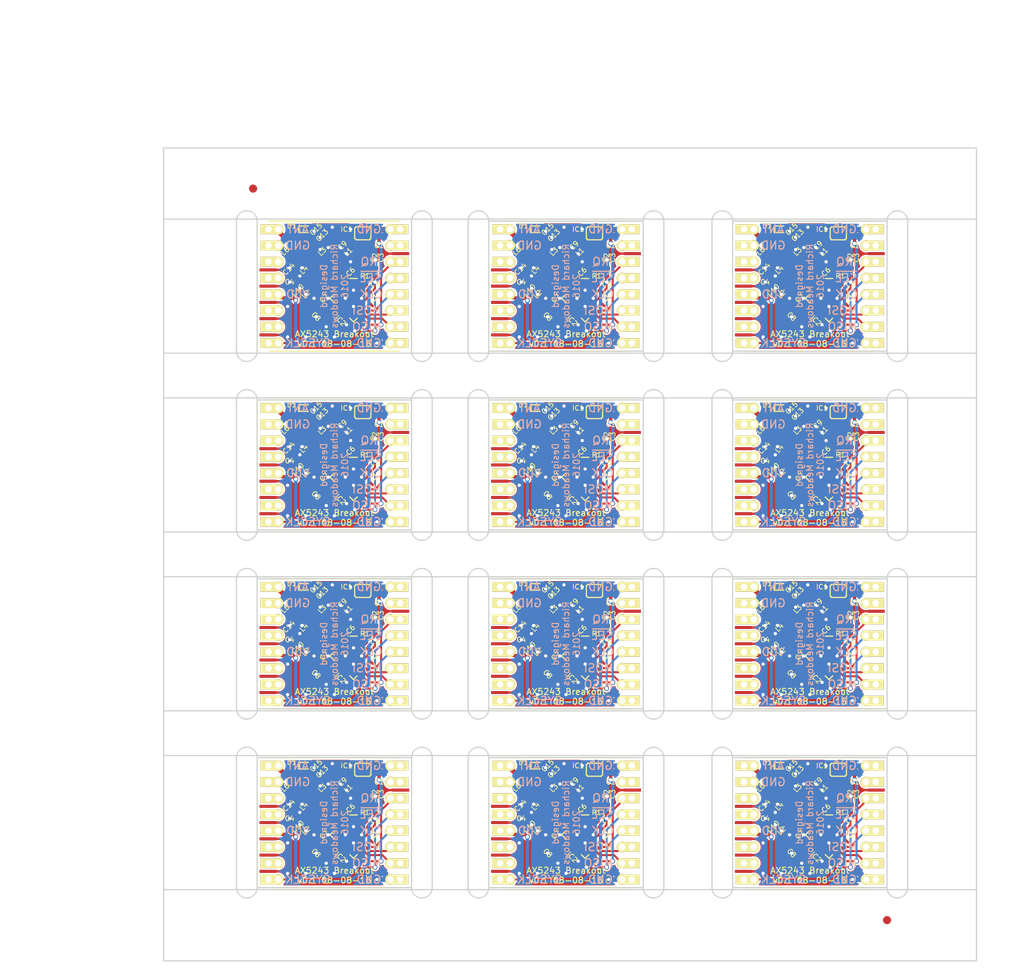
<source format=kicad_pcb>
(kicad_pcb (version 4) (host pcbnew 4.0.4-stable)
  (layers (0 F.Cu signal) (31 B.Cu signal) (34 B.Paste user) (35 F.Paste user) (36 B.SilkS user) (37 F.SilkS user) (38 B.Mask user) (39 F.Mask user) (44 Edge.Cuts user))
  (net 0 "")
  (net 1 3v3)
  (net 2 GND)
  (net 3 16_TCXO)
  (net 4 /CLKp_1)
  (net 5 /CLKn_1)
  (net 6 /VDD_ANA1_1)
  (net 7 /VDD_ANA2_1)
  (net 8 /SYNTH_FILTER_1)
  (net 9 /ANTp_1)
  (net 10 /ANTn_1)
  (net 11 "Net-(C11-Pad2)")
  (net 12 "Net-(C12-Pad2)")
  (net 13 "Net-(C13-Pad2)")
  (net 14 "Net-(C14-Pad1)")
  (net 15 "Net-(IC1-Pad1)")
  (net 16 AX_SYSCLK_1)
  (net 17 AX_~SEL~_1)
  (net 18 AX_SCLK)
  (net 19 AX_MISO)
  (net 20 AX_MOSI)
  (net 21 AX_IRQ_1)
  (net 22 "Net-(IC2-Pad15)")
  (net 23 "Net-(IC3-Pad3)")
  (net 24 "Net-(IC3-Pad4)")
  (net 25 "Net-(IC3-Pad6)")
  (net 26 "Net-(IC3-Pad7)")
  (net 27 "Net-(IC3-Pad15)")
  (net 28 /AX_50Ω)
  (net 29 AX_50Ω)
  (net 30 /L1)
  (net 31 /L2)
  (module Fiducials:Fiducial_1mm_Dia_2.54mm_Outer_CopperTop (layer F.Cu) (at 151 45)
    (fp_text reference REF** hide)
    (fp_text value Fiducial_1mm_Dia_2.54mm_Outer_CopperTop)
    (pad ~ smd circle (at 0 0) (size 1 1) (layers F.Cu F.Mask) (clearance 0.77))
  )
  (module Mounting_Holes:MountingHole_4.3mm_M4 (layer F.Cu) (at 235 135)
    (fp_text reference REF** hide)
    (fp_text value MountingHole_4.3mm_M4)
    (pad 1 np_thru_hole circle (at 0 0) (size 4.3 4.3) (drill 4.3) (layers *.Cu *.Mask F.SilkS))
  )
  (module Mounting_Holes:MountingHole_4.3mm_M4 (layer F.Cu) (at 145 135)
    (fp_text reference REF** hide)
    (fp_text value MountingHole_4.3mm_M4)
    (pad 1 np_thru_hole circle (at 0 0) (size 4.3 4.3) (drill 4.3) (layers *.Cu *.Mask F.SilkS))
  )
  (module Mounting_Holes:MountingHole_4.3mm_M4 (layer F.Cu) (at 235 45)
    (fp_text reference REF** hide)
    (fp_text value MountingHole_4.3mm_M4)
    (pad 1 np_thru_hole circle (at 0 0) (size 4.3 4.3) (drill 4.3) (layers *.Cu *.Mask F.SilkS))
  )
  (module Mounting_Holes:MountingHole_4.3mm_M4 (layer F.Cu) (at 145 45)
    (fp_text reference REF** hide)
    (fp_text value MountingHole_4.3mm_M4)
    (pad 1 np_thru_hole circle (at 0 0) (size 4.3 4.3) (drill 4.3) (layers *.Cu *.Mask F.SilkS))
  )
  (module Fiducials:Fiducial_1mm_Dia_2.54mm_Outer_CopperTop (layer F.Cu) (at 229 135)
    (fp_text reference REF** hide)
    (fp_text value Fiducial_1mm_Dia_2.54mm_Outer_CopperTop)
    (pad ~ smd circle (at 0 0) (size 1 1) (layers F.Cu F.Mask) (clearance 0.77))
  )
  (module rem:QFN-20-EP-AX (layer F.Cu) (at 163.35355 58.5 315)
    (fp_text reference IC2 (at 0.810663 3.078425 315) (layer F.SilkS) (effects (font (size 0.6 0.6) (thickness 0.1))))
    (fp_text value AX5243)
    (pad 1 smd rect (at -2.1 -1 315) (size 0.75 0.3) (layers F.Cu F.Paste F.Mask) (net 6 /VDD_ANA1_1))
    (pad 2 smd rect (at -2.1 -0.5 315) (size 0.75 0.3) (layers F.Cu F.Paste F.Mask) (net 2 GND))
    (pad 3 smd rect (at -2.1 0 315) (size 0.75 0.3) (layers F.Cu F.Paste F.Mask) (net 9 /ANTp_1))
    (pad 4 smd rect (at -2.1 0.5 315) (size 0.75 0.3) (layers F.Cu F.Paste F.Mask) (net 10 /ANTn_1))
    (pad 5 smd rect (at -2.1 1 315) (size 0.75 0.3) (layers F.Cu F.Paste F.Mask) (net 7 /VDD_ANA2_1))
    (pad 6 smd rect (at -1 2.1 315) (size 0.3 0.75) (layers F.Cu F.Paste F.Mask) (net 8 /SYNTH_FILTER_1))
    (pad 7 smd rect (at -0.5 2.1 315) (size 0.3 0.75) (layers F.Cu F.Paste F.Mask) (net 30 /L1))
    (pad 8 smd rect (at 0 2.1 315) (size 0.3 0.75) (layers F.Cu F.Paste F.Mask) (net 31 /L2))
    (pad 9 smd rect (at 0.5 2.1 315) (size 0.3 0.75) (layers F.Cu F.Paste F.Mask) (net 16 AX_SYSCLK_1))
    (pad 10 smd rect (at 1 2.1 315) (size 0.3 0.75) (layers F.Cu F.Paste F.Mask) (net 17 AX_~SEL~_1))
    (pad 11 smd rect (at 2.1 1 315) (size 0.75 0.3) (layers F.Cu F.Paste F.Mask) (net 18 AX_SCLK))
    (pad 12 smd rect (at 2.1 0.5 315) (size 0.75 0.3) (layers F.Cu F.Paste F.Mask) (net 19 AX_MISO))
    (pad 13 smd rect (at 2.1 0 315) (size 0.75 0.3) (layers F.Cu F.Paste F.Mask) (net 20 AX_MOSI))
    (pad 14 smd rect (at 2.1 -0.5 315) (size 0.75 0.3) (layers F.Cu F.Paste F.Mask) (net 21 AX_IRQ_1))
    (pad 15 smd rect (at 2.1 -1 315) (size 0.75 0.3) (layers F.Cu F.Paste F.Mask) (net 22 "Net-(IC2-Pad15)"))
    (pad 16 smd rect (at 1 -2.1 315) (size 0.3 0.75) (layers F.Cu F.Paste F.Mask) (net 1 3v3))
    (pad 17 smd rect (at 0.5 -2.1 315) (size 0.3 0.75) (layers F.Cu F.Paste F.Mask) (net 2 GND))
    (pad 18 smd rect (at 0 -2.1 315) (size 0.3 0.75) (layers F.Cu F.Paste F.Mask) (net 2 GND))
    (pad 19 smd rect (at -0.5 -2.1 315) (size 0.3 0.75) (layers F.Cu F.Paste F.Mask) (net 5 /CLKn_1))
    (pad 20 smd rect (at -1 -2.1 315) (size 0.3 0.75) (layers F.Cu F.Paste F.Mask) (net 4 /CLKp_1))
    (pad EP smd rect (at -0.65 -0.65 315) (size 1.1 1.1) (layers F.Cu F.Paste) (net 2 GND))
    (pad EP smd rect (at -0.65 0.65 315) (size 1.1 1.1) (layers F.Cu F.Paste) (net 2 GND))
    (pad EP smd rect (at 0.65 -0.65 315) (size 1.1 1.1) (layers F.Cu F.Paste) (net 2 GND))
    (pad EP smd rect (at 0.65 0.65 315) (size 1.1 1.1) (layers F.Cu F.Paste) (net 2 GND))
    (pad EP smd rect (at 0 0 315) (size 2.6 2.6) (layers F.Cu F.Mask) (net 2 GND))
  )
  (module agg:0402 (layer F.Cu) (at 166.5 50.5 90)
    (fp_text reference C1 (at -1.5 0 180) (layer F.SilkS) (effects (font (size 0.6 0.6) (thickness 0.1))))
    (fp_text value 1µF)
    (pad 1 smd rect (at -0.45 0 90) (size 0.62 0.62) (layers F.Cu F.Paste F.Mask) (net 1 3v3))
    (pad 2 smd rect (at 0.45 0 90) (size 0.62 0.62) (layers F.Cu F.Paste F.Mask) (net 2 GND))
  )
  (module agg:0402 (layer F.Cu) (at 163.75 53 270)
    (fp_text reference C2 (at 0.5 -2.25 450) (layer F.SilkS) (effects (font (size 0.6 0.6) (thickness 0.1))))
    (fp_text value 1nF)
    (pad 1 smd rect (at -0.45 0 270) (size 0.62 0.62) (layers F.Cu F.Paste F.Mask) (net 3 16_TCXO))
    (pad 2 smd rect (at 0.45 0 270) (size 0.62 0.62) (layers F.Cu F.Paste F.Mask) (net 4 /CLKp_1))
  )
  (module agg:0402 (layer F.Cu) (at 165 53 270)
    (fp_text reference C3 (at 0.5 -1.75 450) (layer F.SilkS) (effects (font (size 0.6 0.6) (thickness 0.1))))
    (fp_text value 1nF)
    (pad 1 smd rect (at -0.45 0 270) (size 0.62 0.62) (layers F.Cu F.Paste F.Mask) (net 2 GND))
    (pad 2 smd rect (at 0.45 0 270) (size 0.62 0.62) (layers F.Cu F.Paste F.Mask) (net 5 /CLKn_1))
  )
  (module agg:0402 (layer F.Cu) (at 155.5 58 90)
    (fp_text reference C4 (at 1.5 0 180) (layer F.SilkS) (effects (font (size 0.6 0.6) (thickness 0.1))))
    (fp_text value 4.7µF)
    (pad 1 smd rect (at -0.45 0 90) (size 0.62 0.62) (layers F.Cu F.Paste F.Mask) (net 1 3v3))
    (pad 2 smd rect (at 0.45 0 90) (size 0.62 0.62) (layers F.Cu F.Paste F.Mask) (net 2 GND))
  )
  (module agg:0402 (layer F.Cu) (at 166 55.25 90)
    (fp_text reference C5 (at -1.5 0 180) (layer F.SilkS) (effects (font (size 0.6 0.6) (thickness 0.1))))
    (fp_text value 100nF)
    (pad 1 smd rect (at -0.45 0 90) (size 0.62 0.62) (layers F.Cu F.Paste F.Mask) (net 1 3v3))
    (pad 2 smd rect (at 0.45 0 90) (size 0.62 0.62) (layers F.Cu F.Paste F.Mask) (net 2 GND))
  )
  (module agg:0402 (layer F.Cu) (at 162 55 225)
    (fp_text reference C6 (at -0.53033 -0.883883 225) (layer F.SilkS) (effects (font (size 0.6 0.6) (thickness 0.1))))
    (fp_text value 100nF)
    (pad 1 smd rect (at -0.45 0 225) (size 0.62 0.62) (layers F.Cu F.Paste F.Mask) (net 6 /VDD_ANA1_1))
    (pad 2 smd rect (at 0.45 0 225) (size 0.62 0.62) (layers F.Cu F.Paste F.Mask) (net 2 GND))
  )
  (module agg:0402 (layer F.Cu) (at 159.5 57.5 225)
    (fp_text reference C7 (at 0.53033 -0.883883 225) (layer F.SilkS) (effects (font (size 0.6 0.6) (thickness 0.1))))
    (fp_text value 100nF)
    (pad 1 smd rect (at -0.45 0 225) (size 0.62 0.62) (layers F.Cu F.Paste F.Mask) (net 7 /VDD_ANA2_1))
    (pad 2 smd rect (at 0.45 0 225) (size 0.62 0.62) (layers F.Cu F.Paste F.Mask) (net 2 GND))
  )
  (module agg:0402 (layer F.Cu) (at 159.75 59.75 225)
    (fp_text reference C8 (at 1.414214 0 315) (layer F.SilkS) (effects (font (size 0.6 0.6) (thickness 0.1))))
    (fp_text value 39pF)
    (pad 1 smd rect (at -0.45 0 225) (size 0.62 0.62) (layers F.Cu F.Paste F.Mask) (net 8 /SYNTH_FILTER_1))
    (pad 2 smd rect (at 0.45 0 225) (size 0.62 0.62) (layers F.Cu F.Paste F.Mask) (net 2 GND))
  )
  (module agg:0402 (layer F.Cu) (at 160.75 53.25 225)
    (fp_text reference C9 (at -1.767767 0 225) (layer F.SilkS) (effects (font (size 0.6 0.6) (thickness 0.1))))
    (fp_text value 4.3pF)
    (pad 1 smd rect (at -0.45 0 225) (size 0.62 0.62) (layers F.Cu F.Paste F.Mask) (net 2 GND))
    (pad 2 smd rect (at 0.45 0 225) (size 0.62 0.62) (layers F.Cu F.Paste F.Mask) (net 9 /ANTp_1))
  )
  (module agg:0402 (layer F.Cu) (at 157.75 56.25 225)
    (fp_text reference C10 (at 1.767767 0 225) (layer F.SilkS) (effects (font (size 0.6 0.6) (thickness 0.1))))
    (fp_text value 4.3pF)
    (pad 1 smd rect (at -0.45 0 225) (size 0.62 0.62) (layers F.Cu F.Paste F.Mask) (net 10 /ANTn_1))
    (pad 2 smd rect (at 0.45 0 225) (size 0.62 0.62) (layers F.Cu F.Paste F.Mask) (net 2 GND))
  )
  (module agg:0402 (layer F.Cu) (at 160 54.75 135)
    (fp_text reference C11)
    (fp_text value 2.7pF)
    (pad 1 smd rect (at -0.45 0 135) (size 0.62 0.62) (layers F.Cu F.Paste F.Mask) (net 9 /ANTp_1))
    (pad 2 smd rect (at 0.45 0 135) (size 0.62 0.62) (layers F.Cu F.Paste F.Mask) (net 11 "Net-(C11-Pad2)"))
  )
  (module agg:0402 (layer F.Cu) (at 159.25 55.5 135)
    (fp_text reference C12)
    (fp_text value 2.7pF)
    (pad 1 smd rect (at -0.45 0 135) (size 0.62 0.62) (layers F.Cu F.Paste F.Mask) (net 10 /ANTn_1))
    (pad 2 smd rect (at 0.45 0 135) (size 0.62 0.62) (layers F.Cu F.Paste F.Mask) (net 12 "Net-(C12-Pad2)"))
  )
  (module agg:0402 (layer F.Cu) (at 158.25 52 225)
    (fp_text reference C13 (at -1.767767 0 225) (layer F.SilkS) (effects (font (size 0.6 0.6) (thickness 0.1))))
    (fp_text value 8.2pF)
    (pad 1 smd rect (at -0.45 0 225) (size 0.62 0.62) (layers F.Cu F.Paste F.Mask) (net 2 GND))
    (pad 2 smd rect (at 0.45 0 225) (size 0.62 0.62) (layers F.Cu F.Paste F.Mask) (net 13 "Net-(C13-Pad2)"))
  )
  (module agg:0402 (layer F.Cu) (at 156.5 53.75 225)
    (fp_text reference C14 (at 1.59099 -0.035355 225) (layer F.SilkS) (effects (font (size 0.6 0.6) (thickness 0.1))))
    (fp_text value 8.2pF)
    (pad 1 smd rect (at -0.45 0 225) (size 0.62 0.62) (layers F.Cu F.Paste F.Mask) (net 14 "Net-(C14-Pad1)"))
    (pad 2 smd rect (at 0.45 0 225) (size 0.62 0.62) (layers F.Cu F.Paste F.Mask) (net 2 GND))
  )
  (module agg:0402 (layer F.Cu) (at 157.5 51.25 45)
    (fp_text reference C15 (at 1.767767 0 45) (layer F.SilkS) (effects (font (size 0.6 0.6) (thickness 0.1))))
    (fp_text value 5.1pF)
    (pad 1 smd rect (at -0.45 0 45) (size 0.62 0.62) (layers F.Cu F.Paste F.Mask) (net 13 "Net-(C13-Pad2)"))
    (pad 2 smd rect (at 0.45 0 45) (size 0.62 0.62) (layers F.Cu F.Paste F.Mask) (net 2 GND))
  )
  (module agg:0402 (layer F.Cu) (at 155.3 51.45 315)
    (fp_text reference C16)
    (fp_text value 5.1pF)
    (pad 1 smd rect (at -0.45 0 315) (size 0.62 0.62) (layers F.Cu F.Paste F.Mask) (net 29 AX_50Ω))
    (pad 2 smd rect (at 0.45 0 315) (size 0.62 0.62) (layers F.Cu F.Paste F.Mask) (net 14 "Net-(C14-Pad1)"))
  )
  (module agg-unchecked:TSLP-2-17 (layer F.Cu) (at 157 50)
    (fp_text reference D1 (at -1.25 -0.4) (layer F.SilkS) (effects (font (size 0.6 0.6) (thickness 0.1))))
    (fp_text value TVS_DIODE hide)
    (pad 1 smd rect (at 0 0) (size 0.35 0.6) (layers F.Cu F.Paste F.Mask) (net 29 AX_50Ω))
    (pad 2 smd rect (at 0.65 0) (size 0.35 0.6) (layers F.Cu F.Paste F.Mask) (net 2 GND))
  )
  (module rem:TG-5006CJ (layer F.Cu) (at 164.5 50.5 180)
    (fp_text reference IC1 (at 2 0.5 180) (layer F.SilkS) (effects (font (size 0.6 0.6) (thickness 0.1))))
    (fp_text value TG-5006CJ)
    (pad 4 smd rect (at -0.825 -0.565 180) (size 0.6 0.75) (layers F.Cu F.Paste F.Mask) (net 1 3v3))
    (pad 3 smd rect (at 0.825 -0.565 180) (size 0.6 0.75) (layers F.Cu F.Paste F.Mask) (net 3 16_TCXO))
    (pad 2 smd rect (at 0.825 0.565 180) (size 0.6 0.75) (layers F.Cu F.Paste F.Mask) (net 2 GND))
    (pad 1 smd rect (at -0.825 0.565 180) (size 0.6 0.75) (layers F.Cu F.Paste F.Mask) (net 15 "Net-(IC1-Pad1)"))
  )
  (module agg:0402 (layer F.Cu) (at 161.5 54 225)
    (fp_text reference L1 (at -1.71 0 225) (layer F.SilkS) (effects (font (size 0.6 0.6) (thickness 0.1))))
    (fp_text value 68nH)
    (pad 1 smd rect (at -0.45 0 225) (size 0.62 0.62) (layers F.Cu F.Paste F.Mask) (net 2 GND))
    (pad 2 smd rect (at 0.45 0 225) (size 0.62 0.62) (layers F.Cu F.Paste F.Mask) (net 9 /ANTp_1))
  )
  (module agg:0402 (layer F.Cu) (at 158.5 57 225)
    (fp_text reference L2 (at 1.414214 0 225) (layer F.SilkS) (effects (font (size 0.6 0.6) (thickness 0.1))))
    (fp_text value 68nH)
    (pad 1 smd rect (at -0.45 0 225) (size 0.62 0.62) (layers F.Cu F.Paste F.Mask) (net 10 /ANTn_1))
    (pad 2 smd rect (at 0.45 0 225) (size 0.62 0.62) (layers F.Cu F.Paste F.Mask) (net 2 GND))
  )
  (module agg:0402 (layer F.Cu) (at 158.75 53.5 135)
    (fp_text reference L3 (at 0 1.06066 225) (layer F.SilkS) (effects (font (size 0.6 0.6) (thickness 0.1))))
    (fp_text value 47nH)
    (pad 1 smd rect (at -0.45 0 135) (size 0.62 0.62) (layers F.Cu F.Paste F.Mask) (net 11 "Net-(C11-Pad2)"))
    (pad 2 smd rect (at 0.45 0 135) (size 0.62 0.62) (layers F.Cu F.Paste F.Mask) (net 13 "Net-(C13-Pad2)"))
  )
  (module agg:0402 (layer F.Cu) (at 158 54.25 135)
    (fp_text reference L4 (at 0 -1.06066 225) (layer F.SilkS) (effects (font (size 0.6 0.6) (thickness 0.1))))
    (fp_text value 47nH)
    (pad 1 smd rect (at -0.45 0 135) (size 0.62 0.62) (layers F.Cu F.Paste F.Mask) (net 12 "Net-(C12-Pad2)"))
    (pad 2 smd rect (at 0.45 0 135) (size 0.62 0.62) (layers F.Cu F.Paste F.Mask) (net 14 "Net-(C14-Pad1)"))
  )
  (module agg:0402 (layer F.Cu) (at 156.05 50.7 315)
    (fp_text reference L5)
    (fp_text value 27nH)
    (pad 1 smd rect (at -0.45 0 315) (size 0.62 0.62) (layers F.Cu F.Paste F.Mask) (net 29 AX_50Ω))
    (pad 2 smd rect (at 0.45 0 315) (size 0.62 0.62) (layers F.Cu F.Paste F.Mask) (net 13 "Net-(C13-Pad2)"))
  )
  (module agg:0402 (layer F.Cu) (at 155.75 53 225)
    (fp_text reference L6 (at 0.353553 0.777817 225) (layer F.SilkS) (effects (font (size 0.6 0.6) (thickness 0.1))))
    (fp_text value 27nH)
    (pad 1 smd rect (at -0.45 0 225) (size 0.62 0.62) (layers F.Cu F.Paste F.Mask) (net 14 "Net-(C14-Pad1)"))
    (pad 2 smd rect (at 0.45 0 225) (size 0.62 0.62) (layers F.Cu F.Paste F.Mask) (net 2 GND))
  )
  (module agg:0402 (layer F.Cu) (at 164.25 54.75)
    (fp_text reference R1 (at 0.5 1) (layer F.SilkS) (effects (font (size 0.6 0.6) (thickness 0.1))))
    (fp_text value 1kΩ)
    (pad 1 smd rect (at -0.45 0) (size 0.62 0.62) (layers F.Cu F.Paste F.Mask) (net 4 /CLKp_1))
    (pad 2 smd rect (at 0.45 0) (size 0.62 0.62) (layers F.Cu F.Paste F.Mask) (net 5 /CLKn_1))
  )
  (module rfm22_compat:RFM22_COMPATIBLE (layer F.Cu) (at 161 57 270)
    (fp_text reference IC3 hide)
    (fp_text value RFM22)
    (pad 16 thru_hole rect (at -7 -8.1 270) (size 1.2 2) (drill 0.8) (layers *.Cu *.Mask F.SilkS) (net 2 GND))
    (pad 16 thru_hole circle (at -7 -6.9 270) (size 1.3 1.3) (drill 0.8) (layers *.Cu *.Mask F.SilkS) (net 2 GND))
    (pad 1 thru_hole rect (at -7 8.1 270) (size 1.2 2) (drill 0.8) (layers *.Cu *.Mask F.SilkS) (net 29 AX_50Ω))
    (pad 1 thru_hole circle (at -7 6.9 270) (size 1.3 1.3) (drill 0.8) (layers *.Cu *.Mask F.SilkS) (net 29 AX_50Ω))
    (pad 15 thru_hole rect (at -5 -8.1 270) (size 1.2 2) (drill 0.8) (layers *.Cu *.Mask F.SilkS) (net 27 "Net-(IC3-Pad15)"))
    (pad 15 thru_hole circle (at -5 -6.9 270) (size 1.3 1.3) (drill 0.8) (layers *.Cu *.Mask F.SilkS) (net 27 "Net-(IC3-Pad15)"))
    (pad 2 thru_hole rect (at -5 8.1 270) (size 1.2 2) (drill 0.8) (layers *.Cu *.Mask F.SilkS) (net 2 GND))
    (pad 2 thru_hole circle (at -5 6.9 270) (size 1.3 1.3) (drill 0.8) (layers *.Cu *.Mask F.SilkS) (net 2 GND))
    (pad 14 thru_hole rect (at -3 -8.1 270) (size 1.2 2) (drill 0.8) (layers *.Cu *.Mask F.SilkS) (net 21 AX_IRQ_1))
    (pad 14 thru_hole circle (at -3 -6.9 270) (size 1.3 1.3) (drill 0.8) (layers *.Cu *.Mask F.SilkS) (net 21 AX_IRQ_1))
    (pad 3 thru_hole rect (at -3 8.1 270) (size 1.2 2) (drill 0.8) (layers *.Cu *.Mask F.SilkS) (net 23 "Net-(IC3-Pad3)"))
    (pad 3 thru_hole circle (at -3 6.9 270) (size 1.3 1.3) (drill 0.8) (layers *.Cu *.Mask F.SilkS) (net 23 "Net-(IC3-Pad3)"))
    (pad 13 thru_hole rect (at -1 -8.1 270) (size 1.2 2) (drill 0.8) (layers *.Cu *.Mask F.SilkS) (net 17 AX_~SEL~_1))
    (pad 13 thru_hole circle (at -1 -6.9 270) (size 1.3 1.3) (drill 0.8) (layers *.Cu *.Mask F.SilkS) (net 17 AX_~SEL~_1))
    (pad 4 thru_hole rect (at -1 8.1 270) (size 1.2 2) (drill 0.8) (layers *.Cu *.Mask F.SilkS) (net 24 "Net-(IC3-Pad4)"))
    (pad 4 thru_hole circle (at -1 6.9 270) (size 1.3 1.3) (drill 0.8) (layers *.Cu *.Mask F.SilkS) (net 24 "Net-(IC3-Pad4)"))
    (pad 12 thru_hole rect (at 1 -8.1 270) (size 1.2 2) (drill 0.8) (layers *.Cu *.Mask F.SilkS) (net 18 AX_SCLK))
    (pad 12 thru_hole circle (at 1 -6.9 270) (size 1.3 1.3) (drill 0.8) (layers *.Cu *.Mask F.SilkS) (net 18 AX_SCLK))
    (pad 5 thru_hole rect (at 1 8.1 270) (size 1.2 2) (drill 0.8) (layers *.Cu *.Mask F.SilkS) (net 1 3v3))
    (pad 5 thru_hole circle (at 1 6.9 270) (size 1.3 1.3) (drill 0.8) (layers *.Cu *.Mask F.SilkS) (net 1 3v3))
    (pad 11 thru_hole rect (at 3 -8.1 270) (size 1.2 2) (drill 0.8) (layers *.Cu *.Mask F.SilkS) (net 20 AX_MOSI))
    (pad 11 thru_hole circle (at 3 -6.9 270) (size 1.3 1.3) (drill 0.8) (layers *.Cu *.Mask F.SilkS) (net 20 AX_MOSI))
    (pad 6 thru_hole rect (at 3 8.1 270) (size 1.2 2) (drill 0.8) (layers *.Cu *.Mask F.SilkS) (net 25 "Net-(IC3-Pad6)"))
    (pad 6 thru_hole circle (at 3 6.9 270) (size 1.3 1.3) (drill 0.8) (layers *.Cu *.Mask F.SilkS) (net 25 "Net-(IC3-Pad6)"))
    (pad 10 thru_hole rect (at 5 -8.1 270) (size 1.2 2) (drill 0.8) (layers *.Cu *.Mask F.SilkS) (net 19 AX_MISO))
    (pad 10 thru_hole circle (at 5 -6.9 270) (size 1.3 1.3) (drill 0.8) (layers *.Cu *.Mask F.SilkS) (net 19 AX_MISO))
    (pad 7 thru_hole rect (at 5 8.1 270) (size 1.2 2) (drill 0.8) (layers *.Cu *.Mask F.SilkS) (net 26 "Net-(IC3-Pad7)"))
    (pad 7 thru_hole circle (at 5 6.9 270) (size 1.3 1.3) (drill 0.8) (layers *.Cu *.Mask F.SilkS) (net 26 "Net-(IC3-Pad7)"))
    (pad 9 thru_hole rect (at 7 -8.1 270) (size 1.2 2) (drill 0.8) (layers *.Cu *.Mask F.SilkS) (net 2 GND))
    (pad 9 thru_hole circle (at 7 -6.9 270) (size 1.3 1.3) (drill 0.8) (layers *.Cu *.Mask F.SilkS) (net 2 GND))
    (pad 8 thru_hole rect (at 7 8.1 270) (size 1.2 2) (drill 0.8) (layers *.Cu *.Mask F.SilkS) (net 16 AX_SYSCLK_1))
    (pad 8 thru_hole circle (at 7 6.9 270) (size 1.3 1.3) (drill 0.8) (layers *.Cu *.Mask F.SilkS) (net 16 AX_SYSCLK_1))
  )
  (module agg:0402 (layer F.Cu) (at 160.5 61 315)
    (fp_text reference L7)
    (fp_text value 22nH)
    (pad 1 smd rect (at -0.45 0 315) (size 0.62 0.62) (layers F.Cu F.Paste F.Mask) (net 30 /L1))
    (pad 2 smd rect (at 0.45 0 315) (size 0.62 0.62) (layers F.Cu F.Paste F.Mask) (net 31 /L2))
  )
  (module rem:QFN-20-EP-AX (layer F.Cu) (at 163.35355 80.5 315)
    (fp_text reference IC2 (at 0.810663 3.078425 315) (layer F.SilkS) (effects (font (size 0.6 0.6) (thickness 0.1))))
    (fp_text value AX5243)
    (pad 1 smd rect (at -2.1 -1 315) (size 0.75 0.3) (layers F.Cu F.Paste F.Mask) (net 6 /VDD_ANA1_1))
    (pad 2 smd rect (at -2.1 -0.5 315) (size 0.75 0.3) (layers F.Cu F.Paste F.Mask) (net 2 GND))
    (pad 3 smd rect (at -2.1 0 315) (size 0.75 0.3) (layers F.Cu F.Paste F.Mask) (net 9 /ANTp_1))
    (pad 4 smd rect (at -2.1 0.5 315) (size 0.75 0.3) (layers F.Cu F.Paste F.Mask) (net 10 /ANTn_1))
    (pad 5 smd rect (at -2.1 1 315) (size 0.75 0.3) (layers F.Cu F.Paste F.Mask) (net 7 /VDD_ANA2_1))
    (pad 6 smd rect (at -1 2.1 315) (size 0.3 0.75) (layers F.Cu F.Paste F.Mask) (net 8 /SYNTH_FILTER_1))
    (pad 7 smd rect (at -0.5 2.1 315) (size 0.3 0.75) (layers F.Cu F.Paste F.Mask) (net 30 /L1))
    (pad 8 smd rect (at 0 2.1 315) (size 0.3 0.75) (layers F.Cu F.Paste F.Mask) (net 31 /L2))
    (pad 9 smd rect (at 0.5 2.1 315) (size 0.3 0.75) (layers F.Cu F.Paste F.Mask) (net 16 AX_SYSCLK_1))
    (pad 10 smd rect (at 1 2.1 315) (size 0.3 0.75) (layers F.Cu F.Paste F.Mask) (net 17 AX_~SEL~_1))
    (pad 11 smd rect (at 2.1 1 315) (size 0.75 0.3) (layers F.Cu F.Paste F.Mask) (net 18 AX_SCLK))
    (pad 12 smd rect (at 2.1 0.5 315) (size 0.75 0.3) (layers F.Cu F.Paste F.Mask) (net 19 AX_MISO))
    (pad 13 smd rect (at 2.1 0 315) (size 0.75 0.3) (layers F.Cu F.Paste F.Mask) (net 20 AX_MOSI))
    (pad 14 smd rect (at 2.1 -0.5 315) (size 0.75 0.3) (layers F.Cu F.Paste F.Mask) (net 21 AX_IRQ_1))
    (pad 15 smd rect (at 2.1 -1 315) (size 0.75 0.3) (layers F.Cu F.Paste F.Mask) (net 22 "Net-(IC2-Pad15)"))
    (pad 16 smd rect (at 1 -2.1 315) (size 0.3 0.75) (layers F.Cu F.Paste F.Mask) (net 1 3v3))
    (pad 17 smd rect (at 0.5 -2.1 315) (size 0.3 0.75) (layers F.Cu F.Paste F.Mask) (net 2 GND))
    (pad 18 smd rect (at 0 -2.1 315) (size 0.3 0.75) (layers F.Cu F.Paste F.Mask) (net 2 GND))
    (pad 19 smd rect (at -0.5 -2.1 315) (size 0.3 0.75) (layers F.Cu F.Paste F.Mask) (net 5 /CLKn_1))
    (pad 20 smd rect (at -1 -2.1 315) (size 0.3 0.75) (layers F.Cu F.Paste F.Mask) (net 4 /CLKp_1))
    (pad EP smd rect (at -0.65 -0.65 315) (size 1.1 1.1) (layers F.Cu F.Paste) (net 2 GND))
    (pad EP smd rect (at -0.65 0.65 315) (size 1.1 1.1) (layers F.Cu F.Paste) (net 2 GND))
    (pad EP smd rect (at 0.65 -0.65 315) (size 1.1 1.1) (layers F.Cu F.Paste) (net 2 GND))
    (pad EP smd rect (at 0.65 0.65 315) (size 1.1 1.1) (layers F.Cu F.Paste) (net 2 GND))
    (pad EP smd rect (at 0 0 315) (size 2.6 2.6) (layers F.Cu F.Mask) (net 2 GND))
  )
  (module agg:0402 (layer F.Cu) (at 166.5 72.5 90)
    (fp_text reference C1 (at -1.5 0 180) (layer F.SilkS) (effects (font (size 0.6 0.6) (thickness 0.1))))
    (fp_text value 1µF)
    (pad 1 smd rect (at -0.45 0 90) (size 0.62 0.62) (layers F.Cu F.Paste F.Mask) (net 1 3v3))
    (pad 2 smd rect (at 0.45 0 90) (size 0.62 0.62) (layers F.Cu F.Paste F.Mask) (net 2 GND))
  )
  (module agg:0402 (layer F.Cu) (at 163.75 75 270)
    (fp_text reference C2 (at 0.5 -2.25 450) (layer F.SilkS) (effects (font (size 0.6 0.6) (thickness 0.1))))
    (fp_text value 1nF)
    (pad 1 smd rect (at -0.45 0 270) (size 0.62 0.62) (layers F.Cu F.Paste F.Mask) (net 3 16_TCXO))
    (pad 2 smd rect (at 0.45 0 270) (size 0.62 0.62) (layers F.Cu F.Paste F.Mask) (net 4 /CLKp_1))
  )
  (module agg:0402 (layer F.Cu) (at 165 75 270)
    (fp_text reference C3 (at 0.5 -1.75 450) (layer F.SilkS) (effects (font (size 0.6 0.6) (thickness 0.1))))
    (fp_text value 1nF)
    (pad 1 smd rect (at -0.45 0 270) (size 0.62 0.62) (layers F.Cu F.Paste F.Mask) (net 2 GND))
    (pad 2 smd rect (at 0.45 0 270) (size 0.62 0.62) (layers F.Cu F.Paste F.Mask) (net 5 /CLKn_1))
  )
  (module agg:0402 (layer F.Cu) (at 155.5 80 90)
    (fp_text reference C4 (at 1.5 0 180) (layer F.SilkS) (effects (font (size 0.6 0.6) (thickness 0.1))))
    (fp_text value 4.7µF)
    (pad 1 smd rect (at -0.45 0 90) (size 0.62 0.62) (layers F.Cu F.Paste F.Mask) (net 1 3v3))
    (pad 2 smd rect (at 0.45 0 90) (size 0.62 0.62) (layers F.Cu F.Paste F.Mask) (net 2 GND))
  )
  (module agg:0402 (layer F.Cu) (at 166 77.25 90)
    (fp_text reference C5 (at -1.5 0 180) (layer F.SilkS) (effects (font (size 0.6 0.6) (thickness 0.1))))
    (fp_text value 100nF)
    (pad 1 smd rect (at -0.45 0 90) (size 0.62 0.62) (layers F.Cu F.Paste F.Mask) (net 1 3v3))
    (pad 2 smd rect (at 0.45 0 90) (size 0.62 0.62) (layers F.Cu F.Paste F.Mask) (net 2 GND))
  )
  (module agg:0402 (layer F.Cu) (at 162 77 225)
    (fp_text reference C6 (at -0.53033 -0.883883 225) (layer F.SilkS) (effects (font (size 0.6 0.6) (thickness 0.1))))
    (fp_text value 100nF)
    (pad 1 smd rect (at -0.45 0 225) (size 0.62 0.62) (layers F.Cu F.Paste F.Mask) (net 6 /VDD_ANA1_1))
    (pad 2 smd rect (at 0.45 0 225) (size 0.62 0.62) (layers F.Cu F.Paste F.Mask) (net 2 GND))
  )
  (module agg:0402 (layer F.Cu) (at 159.5 79.5 225)
    (fp_text reference C7 (at 0.53033 -0.883883 225) (layer F.SilkS) (effects (font (size 0.6 0.6) (thickness 0.1))))
    (fp_text value 100nF)
    (pad 1 smd rect (at -0.45 0 225) (size 0.62 0.62) (layers F.Cu F.Paste F.Mask) (net 7 /VDD_ANA2_1))
    (pad 2 smd rect (at 0.45 0 225) (size 0.62 0.62) (layers F.Cu F.Paste F.Mask) (net 2 GND))
  )
  (module agg:0402 (layer F.Cu) (at 159.75 81.75 225)
    (fp_text reference C8 (at 1.414214 0 315) (layer F.SilkS) (effects (font (size 0.6 0.6) (thickness 0.1))))
    (fp_text value 39pF)
    (pad 1 smd rect (at -0.45 0 225) (size 0.62 0.62) (layers F.Cu F.Paste F.Mask) (net 8 /SYNTH_FILTER_1))
    (pad 2 smd rect (at 0.45 0 225) (size 0.62 0.62) (layers F.Cu F.Paste F.Mask) (net 2 GND))
  )
  (module agg:0402 (layer F.Cu) (at 160.75 75.25 225)
    (fp_text reference C9 (at -1.767767 0 225) (layer F.SilkS) (effects (font (size 0.6 0.6) (thickness 0.1))))
    (fp_text value 4.3pF)
    (pad 1 smd rect (at -0.45 0 225) (size 0.62 0.62) (layers F.Cu F.Paste F.Mask) (net 2 GND))
    (pad 2 smd rect (at 0.45 0 225) (size 0.62 0.62) (layers F.Cu F.Paste F.Mask) (net 9 /ANTp_1))
  )
  (module agg:0402 (layer F.Cu) (at 157.75 78.25 225)
    (fp_text reference C10 (at 1.767767 0 225) (layer F.SilkS) (effects (font (size 0.6 0.6) (thickness 0.1))))
    (fp_text value 4.3pF)
    (pad 1 smd rect (at -0.45 0 225) (size 0.62 0.62) (layers F.Cu F.Paste F.Mask) (net 10 /ANTn_1))
    (pad 2 smd rect (at 0.45 0 225) (size 0.62 0.62) (layers F.Cu F.Paste F.Mask) (net 2 GND))
  )
  (module agg:0402 (layer F.Cu) (at 160 76.75 135)
    (fp_text reference C11)
    (fp_text value 2.7pF)
    (pad 1 smd rect (at -0.45 0 135) (size 0.62 0.62) (layers F.Cu F.Paste F.Mask) (net 9 /ANTp_1))
    (pad 2 smd rect (at 0.45 0 135) (size 0.62 0.62) (layers F.Cu F.Paste F.Mask) (net 11 "Net-(C11-Pad2)"))
  )
  (module agg:0402 (layer F.Cu) (at 159.25 77.5 135)
    (fp_text reference C12)
    (fp_text value 2.7pF)
    (pad 1 smd rect (at -0.45 0 135) (size 0.62 0.62) (layers F.Cu F.Paste F.Mask) (net 10 /ANTn_1))
    (pad 2 smd rect (at 0.45 0 135) (size 0.62 0.62) (layers F.Cu F.Paste F.Mask) (net 12 "Net-(C12-Pad2)"))
  )
  (module agg:0402 (layer F.Cu) (at 158.25 74 225)
    (fp_text reference C13 (at -1.767767 0 225) (layer F.SilkS) (effects (font (size 0.6 0.6) (thickness 0.1))))
    (fp_text value 8.2pF)
    (pad 1 smd rect (at -0.45 0 225) (size 0.62 0.62) (layers F.Cu F.Paste F.Mask) (net 2 GND))
    (pad 2 smd rect (at 0.45 0 225) (size 0.62 0.62) (layers F.Cu F.Paste F.Mask) (net 13 "Net-(C13-Pad2)"))
  )
  (module agg:0402 (layer F.Cu) (at 156.5 75.75 225)
    (fp_text reference C14 (at 1.59099 -0.035355 225) (layer F.SilkS) (effects (font (size 0.6 0.6) (thickness 0.1))))
    (fp_text value 8.2pF)
    (pad 1 smd rect (at -0.45 0 225) (size 0.62 0.62) (layers F.Cu F.Paste F.Mask) (net 14 "Net-(C14-Pad1)"))
    (pad 2 smd rect (at 0.45 0 225) (size 0.62 0.62) (layers F.Cu F.Paste F.Mask) (net 2 GND))
  )
  (module agg:0402 (layer F.Cu) (at 157.5 73.25 45)
    (fp_text reference C15 (at 1.767767 0 45) (layer F.SilkS) (effects (font (size 0.6 0.6) (thickness 0.1))))
    (fp_text value 5.1pF)
    (pad 1 smd rect (at -0.45 0 45) (size 0.62 0.62) (layers F.Cu F.Paste F.Mask) (net 13 "Net-(C13-Pad2)"))
    (pad 2 smd rect (at 0.45 0 45) (size 0.62 0.62) (layers F.Cu F.Paste F.Mask) (net 2 GND))
  )
  (module agg:0402 (layer F.Cu) (at 155.3 73.45 315)
    (fp_text reference C16)
    (fp_text value 5.1pF)
    (pad 1 smd rect (at -0.45 0 315) (size 0.62 0.62) (layers F.Cu F.Paste F.Mask) (net 29 AX_50Ω))
    (pad 2 smd rect (at 0.45 0 315) (size 0.62 0.62) (layers F.Cu F.Paste F.Mask) (net 14 "Net-(C14-Pad1)"))
  )
  (module agg-unchecked:TSLP-2-17 (layer F.Cu) (at 157 72)
    (fp_text reference D1 (at -1.25 -0.4) (layer F.SilkS) (effects (font (size 0.6 0.6) (thickness 0.1))))
    (fp_text value TVS_DIODE hide)
    (pad 1 smd rect (at 0 0) (size 0.35 0.6) (layers F.Cu F.Paste F.Mask) (net 29 AX_50Ω))
    (pad 2 smd rect (at 0.65 0) (size 0.35 0.6) (layers F.Cu F.Paste F.Mask) (net 2 GND))
  )
  (module rem:TG-5006CJ (layer F.Cu) (at 164.5 72.5 180)
    (fp_text reference IC1 (at 2 0.5 180) (layer F.SilkS) (effects (font (size 0.6 0.6) (thickness 0.1))))
    (fp_text value TG-5006CJ)
    (pad 4 smd rect (at -0.825 -0.565 180) (size 0.6 0.75) (layers F.Cu F.Paste F.Mask) (net 1 3v3))
    (pad 3 smd rect (at 0.825 -0.565 180) (size 0.6 0.75) (layers F.Cu F.Paste F.Mask) (net 3 16_TCXO))
    (pad 2 smd rect (at 0.825 0.565 180) (size 0.6 0.75) (layers F.Cu F.Paste F.Mask) (net 2 GND))
    (pad 1 smd rect (at -0.825 0.565 180) (size 0.6 0.75) (layers F.Cu F.Paste F.Mask) (net 15 "Net-(IC1-Pad1)"))
  )
  (module agg:0402 (layer F.Cu) (at 161.5 76 225)
    (fp_text reference L1 (at -1.71 0 225) (layer F.SilkS) (effects (font (size 0.6 0.6) (thickness 0.1))))
    (fp_text value 68nH)
    (pad 1 smd rect (at -0.45 0 225) (size 0.62 0.62) (layers F.Cu F.Paste F.Mask) (net 2 GND))
    (pad 2 smd rect (at 0.45 0 225) (size 0.62 0.62) (layers F.Cu F.Paste F.Mask) (net 9 /ANTp_1))
  )
  (module agg:0402 (layer F.Cu) (at 158.5 79 225)
    (fp_text reference L2 (at 1.414214 0 225) (layer F.SilkS) (effects (font (size 0.6 0.6) (thickness 0.1))))
    (fp_text value 68nH)
    (pad 1 smd rect (at -0.45 0 225) (size 0.62 0.62) (layers F.Cu F.Paste F.Mask) (net 10 /ANTn_1))
    (pad 2 smd rect (at 0.45 0 225) (size 0.62 0.62) (layers F.Cu F.Paste F.Mask) (net 2 GND))
  )
  (module agg:0402 (layer F.Cu) (at 158.75 75.5 135)
    (fp_text reference L3 (at 0 1.06066 225) (layer F.SilkS) (effects (font (size 0.6 0.6) (thickness 0.1))))
    (fp_text value 47nH)
    (pad 1 smd rect (at -0.45 0 135) (size 0.62 0.62) (layers F.Cu F.Paste F.Mask) (net 11 "Net-(C11-Pad2)"))
    (pad 2 smd rect (at 0.45 0 135) (size 0.62 0.62) (layers F.Cu F.Paste F.Mask) (net 13 "Net-(C13-Pad2)"))
  )
  (module agg:0402 (layer F.Cu) (at 158 76.25 135)
    (fp_text reference L4 (at 0 -1.06066 225) (layer F.SilkS) (effects (font (size 0.6 0.6) (thickness 0.1))))
    (fp_text value 47nH)
    (pad 1 smd rect (at -0.45 0 135) (size 0.62 0.62) (layers F.Cu F.Paste F.Mask) (net 12 "Net-(C12-Pad2)"))
    (pad 2 smd rect (at 0.45 0 135) (size 0.62 0.62) (layers F.Cu F.Paste F.Mask) (net 14 "Net-(C14-Pad1)"))
  )
  (module agg:0402 (layer F.Cu) (at 156.05 72.7 315)
    (fp_text reference L5)
    (fp_text value 27nH)
    (pad 1 smd rect (at -0.45 0 315) (size 0.62 0.62) (layers F.Cu F.Paste F.Mask) (net 29 AX_50Ω))
    (pad 2 smd rect (at 0.45 0 315) (size 0.62 0.62) (layers F.Cu F.Paste F.Mask) (net 13 "Net-(C13-Pad2)"))
  )
  (module agg:0402 (layer F.Cu) (at 155.75 75 225)
    (fp_text reference L6 (at 0.353553 0.777817 225) (layer F.SilkS) (effects (font (size 0.6 0.6) (thickness 0.1))))
    (fp_text value 27nH)
    (pad 1 smd rect (at -0.45 0 225) (size 0.62 0.62) (layers F.Cu F.Paste F.Mask) (net 14 "Net-(C14-Pad1)"))
    (pad 2 smd rect (at 0.45 0 225) (size 0.62 0.62) (layers F.Cu F.Paste F.Mask) (net 2 GND))
  )
  (module agg:0402 (layer F.Cu) (at 164.25 76.75)
    (fp_text reference R1 (at 0.5 1) (layer F.SilkS) (effects (font (size 0.6 0.6) (thickness 0.1))))
    (fp_text value 1kΩ)
    (pad 1 smd rect (at -0.45 0) (size 0.62 0.62) (layers F.Cu F.Paste F.Mask) (net 4 /CLKp_1))
    (pad 2 smd rect (at 0.45 0) (size 0.62 0.62) (layers F.Cu F.Paste F.Mask) (net 5 /CLKn_1))
  )
  (module rfm22_compat:RFM22_COMPATIBLE (layer F.Cu) (at 161 79 270)
    (fp_text reference IC3 hide)
    (fp_text value RFM22)
    (pad 16 thru_hole rect (at -7 -8.1 270) (size 1.2 2) (drill 0.8) (layers *.Cu *.Mask F.SilkS) (net 2 GND))
    (pad 16 thru_hole circle (at -7 -6.9 270) (size 1.3 1.3) (drill 0.8) (layers *.Cu *.Mask F.SilkS) (net 2 GND))
    (pad 1 thru_hole rect (at -7 8.1 270) (size 1.2 2) (drill 0.8) (layers *.Cu *.Mask F.SilkS) (net 29 AX_50Ω))
    (pad 1 thru_hole circle (at -7 6.9 270) (size 1.3 1.3) (drill 0.8) (layers *.Cu *.Mask F.SilkS) (net 29 AX_50Ω))
    (pad 15 thru_hole rect (at -5 -8.1 270) (size 1.2 2) (drill 0.8) (layers *.Cu *.Mask F.SilkS) (net 27 "Net-(IC3-Pad15)"))
    (pad 15 thru_hole circle (at -5 -6.9 270) (size 1.3 1.3) (drill 0.8) (layers *.Cu *.Mask F.SilkS) (net 27 "Net-(IC3-Pad15)"))
    (pad 2 thru_hole rect (at -5 8.1 270) (size 1.2 2) (drill 0.8) (layers *.Cu *.Mask F.SilkS) (net 2 GND))
    (pad 2 thru_hole circle (at -5 6.9 270) (size 1.3 1.3) (drill 0.8) (layers *.Cu *.Mask F.SilkS) (net 2 GND))
    (pad 14 thru_hole rect (at -3 -8.1 270) (size 1.2 2) (drill 0.8) (layers *.Cu *.Mask F.SilkS) (net 21 AX_IRQ_1))
    (pad 14 thru_hole circle (at -3 -6.9 270) (size 1.3 1.3) (drill 0.8) (layers *.Cu *.Mask F.SilkS) (net 21 AX_IRQ_1))
    (pad 3 thru_hole rect (at -3 8.1 270) (size 1.2 2) (drill 0.8) (layers *.Cu *.Mask F.SilkS) (net 23 "Net-(IC3-Pad3)"))
    (pad 3 thru_hole circle (at -3 6.9 270) (size 1.3 1.3) (drill 0.8) (layers *.Cu *.Mask F.SilkS) (net 23 "Net-(IC3-Pad3)"))
    (pad 13 thru_hole rect (at -1 -8.1 270) (size 1.2 2) (drill 0.8) (layers *.Cu *.Mask F.SilkS) (net 17 AX_~SEL~_1))
    (pad 13 thru_hole circle (at -1 -6.9 270) (size 1.3 1.3) (drill 0.8) (layers *.Cu *.Mask F.SilkS) (net 17 AX_~SEL~_1))
    (pad 4 thru_hole rect (at -1 8.1 270) (size 1.2 2) (drill 0.8) (layers *.Cu *.Mask F.SilkS) (net 24 "Net-(IC3-Pad4)"))
    (pad 4 thru_hole circle (at -1 6.9 270) (size 1.3 1.3) (drill 0.8) (layers *.Cu *.Mask F.SilkS) (net 24 "Net-(IC3-Pad4)"))
    (pad 12 thru_hole rect (at 1 -8.1 270) (size 1.2 2) (drill 0.8) (layers *.Cu *.Mask F.SilkS) (net 18 AX_SCLK))
    (pad 12 thru_hole circle (at 1 -6.9 270) (size 1.3 1.3) (drill 0.8) (layers *.Cu *.Mask F.SilkS) (net 18 AX_SCLK))
    (pad 5 thru_hole rect (at 1 8.1 270) (size 1.2 2) (drill 0.8) (layers *.Cu *.Mask F.SilkS) (net 1 3v3))
    (pad 5 thru_hole circle (at 1 6.9 270) (size 1.3 1.3) (drill 0.8) (layers *.Cu *.Mask F.SilkS) (net 1 3v3))
    (pad 11 thru_hole rect (at 3 -8.1 270) (size 1.2 2) (drill 0.8) (layers *.Cu *.Mask F.SilkS) (net 20 AX_MOSI))
    (pad 11 thru_hole circle (at 3 -6.9 270) (size 1.3 1.3) (drill 0.8) (layers *.Cu *.Mask F.SilkS) (net 20 AX_MOSI))
    (pad 6 thru_hole rect (at 3 8.1 270) (size 1.2 2) (drill 0.8) (layers *.Cu *.Mask F.SilkS) (net 25 "Net-(IC3-Pad6)"))
    (pad 6 thru_hole circle (at 3 6.9 270) (size 1.3 1.3) (drill 0.8) (layers *.Cu *.Mask F.SilkS) (net 25 "Net-(IC3-Pad6)"))
    (pad 10 thru_hole rect (at 5 -8.1 270) (size 1.2 2) (drill 0.8) (layers *.Cu *.Mask F.SilkS) (net 19 AX_MISO))
    (pad 10 thru_hole circle (at 5 -6.9 270) (size 1.3 1.3) (drill 0.8) (layers *.Cu *.Mask F.SilkS) (net 19 AX_MISO))
    (pad 7 thru_hole rect (at 5 8.1 270) (size 1.2 2) (drill 0.8) (layers *.Cu *.Mask F.SilkS) (net 26 "Net-(IC3-Pad7)"))
    (pad 7 thru_hole circle (at 5 6.9 270) (size 1.3 1.3) (drill 0.8) (layers *.Cu *.Mask F.SilkS) (net 26 "Net-(IC3-Pad7)"))
    (pad 9 thru_hole rect (at 7 -8.1 270) (size 1.2 2) (drill 0.8) (layers *.Cu *.Mask F.SilkS) (net 2 GND))
    (pad 9 thru_hole circle (at 7 -6.9 270) (size 1.3 1.3) (drill 0.8) (layers *.Cu *.Mask F.SilkS) (net 2 GND))
    (pad 8 thru_hole rect (at 7 8.1 270) (size 1.2 2) (drill 0.8) (layers *.Cu *.Mask F.SilkS) (net 16 AX_SYSCLK_1))
    (pad 8 thru_hole circle (at 7 6.9 270) (size 1.3 1.3) (drill 0.8) (layers *.Cu *.Mask F.SilkS) (net 16 AX_SYSCLK_1))
  )
  (module agg:0402 (layer F.Cu) (at 160.5 83 315)
    (fp_text reference L7)
    (fp_text value 22nH)
    (pad 1 smd rect (at -0.45 0 315) (size 0.62 0.62) (layers F.Cu F.Paste F.Mask) (net 30 /L1))
    (pad 2 smd rect (at 0.45 0 315) (size 0.62 0.62) (layers F.Cu F.Paste F.Mask) (net 31 /L2))
  )
  (module rem:QFN-20-EP-AX (layer F.Cu) (at 163.35355 102.5 315)
    (fp_text reference IC2 (at 0.810663 3.078425 315) (layer F.SilkS) (effects (font (size 0.6 0.6) (thickness 0.1))))
    (fp_text value AX5243)
    (pad 1 smd rect (at -2.1 -1 315) (size 0.75 0.3) (layers F.Cu F.Paste F.Mask) (net 6 /VDD_ANA1_1))
    (pad 2 smd rect (at -2.1 -0.5 315) (size 0.75 0.3) (layers F.Cu F.Paste F.Mask) (net 2 GND))
    (pad 3 smd rect (at -2.1 0 315) (size 0.75 0.3) (layers F.Cu F.Paste F.Mask) (net 9 /ANTp_1))
    (pad 4 smd rect (at -2.1 0.5 315) (size 0.75 0.3) (layers F.Cu F.Paste F.Mask) (net 10 /ANTn_1))
    (pad 5 smd rect (at -2.1 1 315) (size 0.75 0.3) (layers F.Cu F.Paste F.Mask) (net 7 /VDD_ANA2_1))
    (pad 6 smd rect (at -1 2.1 315) (size 0.3 0.75) (layers F.Cu F.Paste F.Mask) (net 8 /SYNTH_FILTER_1))
    (pad 7 smd rect (at -0.5 2.1 315) (size 0.3 0.75) (layers F.Cu F.Paste F.Mask) (net 30 /L1))
    (pad 8 smd rect (at 0 2.1 315) (size 0.3 0.75) (layers F.Cu F.Paste F.Mask) (net 31 /L2))
    (pad 9 smd rect (at 0.5 2.1 315) (size 0.3 0.75) (layers F.Cu F.Paste F.Mask) (net 16 AX_SYSCLK_1))
    (pad 10 smd rect (at 1 2.1 315) (size 0.3 0.75) (layers F.Cu F.Paste F.Mask) (net 17 AX_~SEL~_1))
    (pad 11 smd rect (at 2.1 1 315) (size 0.75 0.3) (layers F.Cu F.Paste F.Mask) (net 18 AX_SCLK))
    (pad 12 smd rect (at 2.1 0.5 315) (size 0.75 0.3) (layers F.Cu F.Paste F.Mask) (net 19 AX_MISO))
    (pad 13 smd rect (at 2.1 0 315) (size 0.75 0.3) (layers F.Cu F.Paste F.Mask) (net 20 AX_MOSI))
    (pad 14 smd rect (at 2.1 -0.5 315) (size 0.75 0.3) (layers F.Cu F.Paste F.Mask) (net 21 AX_IRQ_1))
    (pad 15 smd rect (at 2.1 -1 315) (size 0.75 0.3) (layers F.Cu F.Paste F.Mask) (net 22 "Net-(IC2-Pad15)"))
    (pad 16 smd rect (at 1 -2.1 315) (size 0.3 0.75) (layers F.Cu F.Paste F.Mask) (net 1 3v3))
    (pad 17 smd rect (at 0.5 -2.1 315) (size 0.3 0.75) (layers F.Cu F.Paste F.Mask) (net 2 GND))
    (pad 18 smd rect (at 0 -2.1 315) (size 0.3 0.75) (layers F.Cu F.Paste F.Mask) (net 2 GND))
    (pad 19 smd rect (at -0.5 -2.1 315) (size 0.3 0.75) (layers F.Cu F.Paste F.Mask) (net 5 /CLKn_1))
    (pad 20 smd rect (at -1 -2.1 315) (size 0.3 0.75) (layers F.Cu F.Paste F.Mask) (net 4 /CLKp_1))
    (pad EP smd rect (at -0.65 -0.65 315) (size 1.1 1.1) (layers F.Cu F.Paste) (net 2 GND))
    (pad EP smd rect (at -0.65 0.65 315) (size 1.1 1.1) (layers F.Cu F.Paste) (net 2 GND))
    (pad EP smd rect (at 0.65 -0.65 315) (size 1.1 1.1) (layers F.Cu F.Paste) (net 2 GND))
    (pad EP smd rect (at 0.65 0.65 315) (size 1.1 1.1) (layers F.Cu F.Paste) (net 2 GND))
    (pad EP smd rect (at 0 0 315) (size 2.6 2.6) (layers F.Cu F.Mask) (net 2 GND))
  )
  (module agg:0402 (layer F.Cu) (at 166.5 94.5 90)
    (fp_text reference C1 (at -1.5 0 180) (layer F.SilkS) (effects (font (size 0.6 0.6) (thickness 0.1))))
    (fp_text value 1µF)
    (pad 1 smd rect (at -0.45 0 90) (size 0.62 0.62) (layers F.Cu F.Paste F.Mask) (net 1 3v3))
    (pad 2 smd rect (at 0.45 0 90) (size 0.62 0.62) (layers F.Cu F.Paste F.Mask) (net 2 GND))
  )
  (module agg:0402 (layer F.Cu) (at 163.75 97 270)
    (fp_text reference C2 (at 0.5 -2.25 450) (layer F.SilkS) (effects (font (size 0.6 0.6) (thickness 0.1))))
    (fp_text value 1nF)
    (pad 1 smd rect (at -0.45 0 270) (size 0.62 0.62) (layers F.Cu F.Paste F.Mask) (net 3 16_TCXO))
    (pad 2 smd rect (at 0.45 0 270) (size 0.62 0.62) (layers F.Cu F.Paste F.Mask) (net 4 /CLKp_1))
  )
  (module agg:0402 (layer F.Cu) (at 165 97 270)
    (fp_text reference C3 (at 0.5 -1.75 450) (layer F.SilkS) (effects (font (size 0.6 0.6) (thickness 0.1))))
    (fp_text value 1nF)
    (pad 1 smd rect (at -0.45 0 270) (size 0.62 0.62) (layers F.Cu F.Paste F.Mask) (net 2 GND))
    (pad 2 smd rect (at 0.45 0 270) (size 0.62 0.62) (layers F.Cu F.Paste F.Mask) (net 5 /CLKn_1))
  )
  (module agg:0402 (layer F.Cu) (at 155.5 102 90)
    (fp_text reference C4 (at 1.5 0 180) (layer F.SilkS) (effects (font (size 0.6 0.6) (thickness 0.1))))
    (fp_text value 4.7µF)
    (pad 1 smd rect (at -0.45 0 90) (size 0.62 0.62) (layers F.Cu F.Paste F.Mask) (net 1 3v3))
    (pad 2 smd rect (at 0.45 0 90) (size 0.62 0.62) (layers F.Cu F.Paste F.Mask) (net 2 GND))
  )
  (module agg:0402 (layer F.Cu) (at 166 99.25 90)
    (fp_text reference C5 (at -1.5 0 180) (layer F.SilkS) (effects (font (size 0.6 0.6) (thickness 0.1))))
    (fp_text value 100nF)
    (pad 1 smd rect (at -0.45 0 90) (size 0.62 0.62) (layers F.Cu F.Paste F.Mask) (net 1 3v3))
    (pad 2 smd rect (at 0.45 0 90) (size 0.62 0.62) (layers F.Cu F.Paste F.Mask) (net 2 GND))
  )
  (module agg:0402 (layer F.Cu) (at 162 99 225)
    (fp_text reference C6 (at -0.53033 -0.883883 225) (layer F.SilkS) (effects (font (size 0.6 0.6) (thickness 0.1))))
    (fp_text value 100nF)
    (pad 1 smd rect (at -0.45 0 225) (size 0.62 0.62) (layers F.Cu F.Paste F.Mask) (net 6 /VDD_ANA1_1))
    (pad 2 smd rect (at 0.45 0 225) (size 0.62 0.62) (layers F.Cu F.Paste F.Mask) (net 2 GND))
  )
  (module agg:0402 (layer F.Cu) (at 159.5 101.5 225)
    (fp_text reference C7 (at 0.53033 -0.883883 225) (layer F.SilkS) (effects (font (size 0.6 0.6) (thickness 0.1))))
    (fp_text value 100nF)
    (pad 1 smd rect (at -0.45 0 225) (size 0.62 0.62) (layers F.Cu F.Paste F.Mask) (net 7 /VDD_ANA2_1))
    (pad 2 smd rect (at 0.45 0 225) (size 0.62 0.62) (layers F.Cu F.Paste F.Mask) (net 2 GND))
  )
  (module agg:0402 (layer F.Cu) (at 159.75 103.75 225)
    (fp_text reference C8 (at 1.414214 0 315) (layer F.SilkS) (effects (font (size 0.6 0.6) (thickness 0.1))))
    (fp_text value 39pF)
    (pad 1 smd rect (at -0.45 0 225) (size 0.62 0.62) (layers F.Cu F.Paste F.Mask) (net 8 /SYNTH_FILTER_1))
    (pad 2 smd rect (at 0.45 0 225) (size 0.62 0.62) (layers F.Cu F.Paste F.Mask) (net 2 GND))
  )
  (module agg:0402 (layer F.Cu) (at 160.75 97.25 225)
    (fp_text reference C9 (at -1.767767 0 225) (layer F.SilkS) (effects (font (size 0.6 0.6) (thickness 0.1))))
    (fp_text value 4.3pF)
    (pad 1 smd rect (at -0.45 0 225) (size 0.62 0.62) (layers F.Cu F.Paste F.Mask) (net 2 GND))
    (pad 2 smd rect (at 0.45 0 225) (size 0.62 0.62) (layers F.Cu F.Paste F.Mask) (net 9 /ANTp_1))
  )
  (module agg:0402 (layer F.Cu) (at 157.75 100.25 225)
    (fp_text reference C10 (at 1.767767 0 225) (layer F.SilkS) (effects (font (size 0.6 0.6) (thickness 0.1))))
    (fp_text value 4.3pF)
    (pad 1 smd rect (at -0.45 0 225) (size 0.62 0.62) (layers F.Cu F.Paste F.Mask) (net 10 /ANTn_1))
    (pad 2 smd rect (at 0.45 0 225) (size 0.62 0.62) (layers F.Cu F.Paste F.Mask) (net 2 GND))
  )
  (module agg:0402 (layer F.Cu) (at 160 98.75 135)
    (fp_text reference C11)
    (fp_text value 2.7pF)
    (pad 1 smd rect (at -0.45 0 135) (size 0.62 0.62) (layers F.Cu F.Paste F.Mask) (net 9 /ANTp_1))
    (pad 2 smd rect (at 0.45 0 135) (size 0.62 0.62) (layers F.Cu F.Paste F.Mask) (net 11 "Net-(C11-Pad2)"))
  )
  (module agg:0402 (layer F.Cu) (at 159.25 99.5 135)
    (fp_text reference C12)
    (fp_text value 2.7pF)
    (pad 1 smd rect (at -0.45 0 135) (size 0.62 0.62) (layers F.Cu F.Paste F.Mask) (net 10 /ANTn_1))
    (pad 2 smd rect (at 0.45 0 135) (size 0.62 0.62) (layers F.Cu F.Paste F.Mask) (net 12 "Net-(C12-Pad2)"))
  )
  (module agg:0402 (layer F.Cu) (at 158.25 96 225)
    (fp_text reference C13 (at -1.767767 0 225) (layer F.SilkS) (effects (font (size 0.6 0.6) (thickness 0.1))))
    (fp_text value 8.2pF)
    (pad 1 smd rect (at -0.45 0 225) (size 0.62 0.62) (layers F.Cu F.Paste F.Mask) (net 2 GND))
    (pad 2 smd rect (at 0.45 0 225) (size 0.62 0.62) (layers F.Cu F.Paste F.Mask) (net 13 "Net-(C13-Pad2)"))
  )
  (module agg:0402 (layer F.Cu) (at 156.5 97.75 225)
    (fp_text reference C14 (at 1.59099 -0.035355 225) (layer F.SilkS) (effects (font (size 0.6 0.6) (thickness 0.1))))
    (fp_text value 8.2pF)
    (pad 1 smd rect (at -0.45 0 225) (size 0.62 0.62) (layers F.Cu F.Paste F.Mask) (net 14 "Net-(C14-Pad1)"))
    (pad 2 smd rect (at 0.45 0 225) (size 0.62 0.62) (layers F.Cu F.Paste F.Mask) (net 2 GND))
  )
  (module agg:0402 (layer F.Cu) (at 157.5 95.25 45)
    (fp_text reference C15 (at 1.767767 0 45) (layer F.SilkS) (effects (font (size 0.6 0.6) (thickness 0.1))))
    (fp_text value 5.1pF)
    (pad 1 smd rect (at -0.45 0 45) (size 0.62 0.62) (layers F.Cu F.Paste F.Mask) (net 13 "Net-(C13-Pad2)"))
    (pad 2 smd rect (at 0.45 0 45) (size 0.62 0.62) (layers F.Cu F.Paste F.Mask) (net 2 GND))
  )
  (module agg:0402 (layer F.Cu) (at 155.3 95.45 315)
    (fp_text reference C16)
    (fp_text value 5.1pF)
    (pad 1 smd rect (at -0.45 0 315) (size 0.62 0.62) (layers F.Cu F.Paste F.Mask) (net 29 AX_50Ω))
    (pad 2 smd rect (at 0.45 0 315) (size 0.62 0.62) (layers F.Cu F.Paste F.Mask) (net 14 "Net-(C14-Pad1)"))
  )
  (module agg-unchecked:TSLP-2-17 (layer F.Cu) (at 157 94)
    (fp_text reference D1 (at -1.25 -0.4) (layer F.SilkS) (effects (font (size 0.6 0.6) (thickness 0.1))))
    (fp_text value TVS_DIODE hide)
    (pad 1 smd rect (at 0 0) (size 0.35 0.6) (layers F.Cu F.Paste F.Mask) (net 29 AX_50Ω))
    (pad 2 smd rect (at 0.65 0) (size 0.35 0.6) (layers F.Cu F.Paste F.Mask) (net 2 GND))
  )
  (module rem:TG-5006CJ (layer F.Cu) (at 164.5 94.5 180)
    (fp_text reference IC1 (at 2 0.5 180) (layer F.SilkS) (effects (font (size 0.6 0.6) (thickness 0.1))))
    (fp_text value TG-5006CJ)
    (pad 4 smd rect (at -0.825 -0.565 180) (size 0.6 0.75) (layers F.Cu F.Paste F.Mask) (net 1 3v3))
    (pad 3 smd rect (at 0.825 -0.565 180) (size 0.6 0.75) (layers F.Cu F.Paste F.Mask) (net 3 16_TCXO))
    (pad 2 smd rect (at 0.825 0.565 180) (size 0.6 0.75) (layers F.Cu F.Paste F.Mask) (net 2 GND))
    (pad 1 smd rect (at -0.825 0.565 180) (size 0.6 0.75) (layers F.Cu F.Paste F.Mask) (net 15 "Net-(IC1-Pad1)"))
  )
  (module agg:0402 (layer F.Cu) (at 161.5 98 225)
    (fp_text reference L1 (at -1.71 0 225) (layer F.SilkS) (effects (font (size 0.6 0.6) (thickness 0.1))))
    (fp_text value 68nH)
    (pad 1 smd rect (at -0.45 0 225) (size 0.62 0.62) (layers F.Cu F.Paste F.Mask) (net 2 GND))
    (pad 2 smd rect (at 0.45 0 225) (size 0.62 0.62) (layers F.Cu F.Paste F.Mask) (net 9 /ANTp_1))
  )
  (module agg:0402 (layer F.Cu) (at 158.5 101 225)
    (fp_text reference L2 (at 1.414214 0 225) (layer F.SilkS) (effects (font (size 0.6 0.6) (thickness 0.1))))
    (fp_text value 68nH)
    (pad 1 smd rect (at -0.45 0 225) (size 0.62 0.62) (layers F.Cu F.Paste F.Mask) (net 10 /ANTn_1))
    (pad 2 smd rect (at 0.45 0 225) (size 0.62 0.62) (layers F.Cu F.Paste F.Mask) (net 2 GND))
  )
  (module agg:0402 (layer F.Cu) (at 158.75 97.5 135)
    (fp_text reference L3 (at 0 1.06066 225) (layer F.SilkS) (effects (font (size 0.6 0.6) (thickness 0.1))))
    (fp_text value 47nH)
    (pad 1 smd rect (at -0.45 0 135) (size 0.62 0.62) (layers F.Cu F.Paste F.Mask) (net 11 "Net-(C11-Pad2)"))
    (pad 2 smd rect (at 0.45 0 135) (size 0.62 0.62) (layers F.Cu F.Paste F.Mask) (net 13 "Net-(C13-Pad2)"))
  )
  (module agg:0402 (layer F.Cu) (at 158 98.25 135)
    (fp_text reference L4 (at 0 -1.06066 225) (layer F.SilkS) (effects (font (size 0.6 0.6) (thickness 0.1))))
    (fp_text value 47nH)
    (pad 1 smd rect (at -0.45 0 135) (size 0.62 0.62) (layers F.Cu F.Paste F.Mask) (net 12 "Net-(C12-Pad2)"))
    (pad 2 smd rect (at 0.45 0 135) (size 0.62 0.62) (layers F.Cu F.Paste F.Mask) (net 14 "Net-(C14-Pad1)"))
  )
  (module agg:0402 (layer F.Cu) (at 156.05 94.7 315)
    (fp_text reference L5)
    (fp_text value 27nH)
    (pad 1 smd rect (at -0.45 0 315) (size 0.62 0.62) (layers F.Cu F.Paste F.Mask) (net 29 AX_50Ω))
    (pad 2 smd rect (at 0.45 0 315) (size 0.62 0.62) (layers F.Cu F.Paste F.Mask) (net 13 "Net-(C13-Pad2)"))
  )
  (module agg:0402 (layer F.Cu) (at 155.75 97 225)
    (fp_text reference L6 (at 0.353553 0.777817 225) (layer F.SilkS) (effects (font (size 0.6 0.6) (thickness 0.1))))
    (fp_text value 27nH)
    (pad 1 smd rect (at -0.45 0 225) (size 0.62 0.62) (layers F.Cu F.Paste F.Mask) (net 14 "Net-(C14-Pad1)"))
    (pad 2 smd rect (at 0.45 0 225) (size 0.62 0.62) (layers F.Cu F.Paste F.Mask) (net 2 GND))
  )
  (module agg:0402 (layer F.Cu) (at 164.25 98.75)
    (fp_text reference R1 (at 0.5 1) (layer F.SilkS) (effects (font (size 0.6 0.6) (thickness 0.1))))
    (fp_text value 1kΩ)
    (pad 1 smd rect (at -0.45 0) (size 0.62 0.62) (layers F.Cu F.Paste F.Mask) (net 4 /CLKp_1))
    (pad 2 smd rect (at 0.45 0) (size 0.62 0.62) (layers F.Cu F.Paste F.Mask) (net 5 /CLKn_1))
  )
  (module rfm22_compat:RFM22_COMPATIBLE (layer F.Cu) (at 161 101 270)
    (fp_text reference IC3 hide)
    (fp_text value RFM22)
    (pad 16 thru_hole rect (at -7 -8.1 270) (size 1.2 2) (drill 0.8) (layers *.Cu *.Mask F.SilkS) (net 2 GND))
    (pad 16 thru_hole circle (at -7 -6.9 270) (size 1.3 1.3) (drill 0.8) (layers *.Cu *.Mask F.SilkS) (net 2 GND))
    (pad 1 thru_hole rect (at -7 8.1 270) (size 1.2 2) (drill 0.8) (layers *.Cu *.Mask F.SilkS) (net 29 AX_50Ω))
    (pad 1 thru_hole circle (at -7 6.9 270) (size 1.3 1.3) (drill 0.8) (layers *.Cu *.Mask F.SilkS) (net 29 AX_50Ω))
    (pad 15 thru_hole rect (at -5 -8.1 270) (size 1.2 2) (drill 0.8) (layers *.Cu *.Mask F.SilkS) (net 27 "Net-(IC3-Pad15)"))
    (pad 15 thru_hole circle (at -5 -6.9 270) (size 1.3 1.3) (drill 0.8) (layers *.Cu *.Mask F.SilkS) (net 27 "Net-(IC3-Pad15)"))
    (pad 2 thru_hole rect (at -5 8.1 270) (size 1.2 2) (drill 0.8) (layers *.Cu *.Mask F.SilkS) (net 2 GND))
    (pad 2 thru_hole circle (at -5 6.9 270) (size 1.3 1.3) (drill 0.8) (layers *.Cu *.Mask F.SilkS) (net 2 GND))
    (pad 14 thru_hole rect (at -3 -8.1 270) (size 1.2 2) (drill 0.8) (layers *.Cu *.Mask F.SilkS) (net 21 AX_IRQ_1))
    (pad 14 thru_hole circle (at -3 -6.9 270) (size 1.3 1.3) (drill 0.8) (layers *.Cu *.Mask F.SilkS) (net 21 AX_IRQ_1))
    (pad 3 thru_hole rect (at -3 8.1 270) (size 1.2 2) (drill 0.8) (layers *.Cu *.Mask F.SilkS) (net 23 "Net-(IC3-Pad3)"))
    (pad 3 thru_hole circle (at -3 6.9 270) (size 1.3 1.3) (drill 0.8) (layers *.Cu *.Mask F.SilkS) (net 23 "Net-(IC3-Pad3)"))
    (pad 13 thru_hole rect (at -1 -8.1 270) (size 1.2 2) (drill 0.8) (layers *.Cu *.Mask F.SilkS) (net 17 AX_~SEL~_1))
    (pad 13 thru_hole circle (at -1 -6.9 270) (size 1.3 1.3) (drill 0.8) (layers *.Cu *.Mask F.SilkS) (net 17 AX_~SEL~_1))
    (pad 4 thru_hole rect (at -1 8.1 270) (size 1.2 2) (drill 0.8) (layers *.Cu *.Mask F.SilkS) (net 24 "Net-(IC3-Pad4)"))
    (pad 4 thru_hole circle (at -1 6.9 270) (size 1.3 1.3) (drill 0.8) (layers *.Cu *.Mask F.SilkS) (net 24 "Net-(IC3-Pad4)"))
    (pad 12 thru_hole rect (at 1 -8.1 270) (size 1.2 2) (drill 0.8) (layers *.Cu *.Mask F.SilkS) (net 18 AX_SCLK))
    (pad 12 thru_hole circle (at 1 -6.9 270) (size 1.3 1.3) (drill 0.8) (layers *.Cu *.Mask F.SilkS) (net 18 AX_SCLK))
    (pad 5 thru_hole rect (at 1 8.1 270) (size 1.2 2) (drill 0.8) (layers *.Cu *.Mask F.SilkS) (net 1 3v3))
    (pad 5 thru_hole circle (at 1 6.9 270) (size 1.3 1.3) (drill 0.8) (layers *.Cu *.Mask F.SilkS) (net 1 3v3))
    (pad 11 thru_hole rect (at 3 -8.1 270) (size 1.2 2) (drill 0.8) (layers *.Cu *.Mask F.SilkS) (net 20 AX_MOSI))
    (pad 11 thru_hole circle (at 3 -6.9 270) (size 1.3 1.3) (drill 0.8) (layers *.Cu *.Mask F.SilkS) (net 20 AX_MOSI))
    (pad 6 thru_hole rect (at 3 8.1 270) (size 1.2 2) (drill 0.8) (layers *.Cu *.Mask F.SilkS) (net 25 "Net-(IC3-Pad6)"))
    (pad 6 thru_hole circle (at 3 6.9 270) (size 1.3 1.3) (drill 0.8) (layers *.Cu *.Mask F.SilkS) (net 25 "Net-(IC3-Pad6)"))
    (pad 10 thru_hole rect (at 5 -8.1 270) (size 1.2 2) (drill 0.8) (layers *.Cu *.Mask F.SilkS) (net 19 AX_MISO))
    (pad 10 thru_hole circle (at 5 -6.9 270) (size 1.3 1.3) (drill 0.8) (layers *.Cu *.Mask F.SilkS) (net 19 AX_MISO))
    (pad 7 thru_hole rect (at 5 8.1 270) (size 1.2 2) (drill 0.8) (layers *.Cu *.Mask F.SilkS) (net 26 "Net-(IC3-Pad7)"))
    (pad 7 thru_hole circle (at 5 6.9 270) (size 1.3 1.3) (drill 0.8) (layers *.Cu *.Mask F.SilkS) (net 26 "Net-(IC3-Pad7)"))
    (pad 9 thru_hole rect (at 7 -8.1 270) (size 1.2 2) (drill 0.8) (layers *.Cu *.Mask F.SilkS) (net 2 GND))
    (pad 9 thru_hole circle (at 7 -6.9 270) (size 1.3 1.3) (drill 0.8) (layers *.Cu *.Mask F.SilkS) (net 2 GND))
    (pad 8 thru_hole rect (at 7 8.1 270) (size 1.2 2) (drill 0.8) (layers *.Cu *.Mask F.SilkS) (net 16 AX_SYSCLK_1))
    (pad 8 thru_hole circle (at 7 6.9 270) (size 1.3 1.3) (drill 0.8) (layers *.Cu *.Mask F.SilkS) (net 16 AX_SYSCLK_1))
  )
  (module agg:0402 (layer F.Cu) (at 160.5 105 315)
    (fp_text reference L7)
    (fp_text value 22nH)
    (pad 1 smd rect (at -0.45 0 315) (size 0.62 0.62) (layers F.Cu F.Paste F.Mask) (net 30 /L1))
    (pad 2 smd rect (at 0.45 0 315) (size 0.62 0.62) (layers F.Cu F.Paste F.Mask) (net 31 /L2))
  )
  (module rem:QFN-20-EP-AX (layer F.Cu) (at 163.35355 124.5 315)
    (fp_text reference IC2 (at 0.810663 3.078425 315) (layer F.SilkS) (effects (font (size 0.6 0.6) (thickness 0.1))))
    (fp_text value AX5243)
    (pad 1 smd rect (at -2.1 -1 315) (size 0.75 0.3) (layers F.Cu F.Paste F.Mask) (net 6 /VDD_ANA1_1))
    (pad 2 smd rect (at -2.1 -0.5 315) (size 0.75 0.3) (layers F.Cu F.Paste F.Mask) (net 2 GND))
    (pad 3 smd rect (at -2.1 0 315) (size 0.75 0.3) (layers F.Cu F.Paste F.Mask) (net 9 /ANTp_1))
    (pad 4 smd rect (at -2.1 0.5 315) (size 0.75 0.3) (layers F.Cu F.Paste F.Mask) (net 10 /ANTn_1))
    (pad 5 smd rect (at -2.1 1 315) (size 0.75 0.3) (layers F.Cu F.Paste F.Mask) (net 7 /VDD_ANA2_1))
    (pad 6 smd rect (at -1 2.1 315) (size 0.3 0.75) (layers F.Cu F.Paste F.Mask) (net 8 /SYNTH_FILTER_1))
    (pad 7 smd rect (at -0.5 2.1 315) (size 0.3 0.75) (layers F.Cu F.Paste F.Mask) (net 30 /L1))
    (pad 8 smd rect (at 0 2.1 315) (size 0.3 0.75) (layers F.Cu F.Paste F.Mask) (net 31 /L2))
    (pad 9 smd rect (at 0.5 2.1 315) (size 0.3 0.75) (layers F.Cu F.Paste F.Mask) (net 16 AX_SYSCLK_1))
    (pad 10 smd rect (at 1 2.1 315) (size 0.3 0.75) (layers F.Cu F.Paste F.Mask) (net 17 AX_~SEL~_1))
    (pad 11 smd rect (at 2.1 1 315) (size 0.75 0.3) (layers F.Cu F.Paste F.Mask) (net 18 AX_SCLK))
    (pad 12 smd rect (at 2.1 0.5 315) (size 0.75 0.3) (layers F.Cu F.Paste F.Mask) (net 19 AX_MISO))
    (pad 13 smd rect (at 2.1 0 315) (size 0.75 0.3) (layers F.Cu F.Paste F.Mask) (net 20 AX_MOSI))
    (pad 14 smd rect (at 2.1 -0.5 315) (size 0.75 0.3) (layers F.Cu F.Paste F.Mask) (net 21 AX_IRQ_1))
    (pad 15 smd rect (at 2.1 -1 315) (size 0.75 0.3) (layers F.Cu F.Paste F.Mask) (net 22 "Net-(IC2-Pad15)"))
    (pad 16 smd rect (at 1 -2.1 315) (size 0.3 0.75) (layers F.Cu F.Paste F.Mask) (net 1 3v3))
    (pad 17 smd rect (at 0.5 -2.1 315) (size 0.3 0.75) (layers F.Cu F.Paste F.Mask) (net 2 GND))
    (pad 18 smd rect (at 0 -2.1 315) (size 0.3 0.75) (layers F.Cu F.Paste F.Mask) (net 2 GND))
    (pad 19 smd rect (at -0.5 -2.1 315) (size 0.3 0.75) (layers F.Cu F.Paste F.Mask) (net 5 /CLKn_1))
    (pad 20 smd rect (at -1 -2.1 315) (size 0.3 0.75) (layers F.Cu F.Paste F.Mask) (net 4 /CLKp_1))
    (pad EP smd rect (at -0.65 -0.65 315) (size 1.1 1.1) (layers F.Cu F.Paste) (net 2 GND))
    (pad EP smd rect (at -0.65 0.65 315) (size 1.1 1.1) (layers F.Cu F.Paste) (net 2 GND))
    (pad EP smd rect (at 0.65 -0.65 315) (size 1.1 1.1) (layers F.Cu F.Paste) (net 2 GND))
    (pad EP smd rect (at 0.65 0.65 315) (size 1.1 1.1) (layers F.Cu F.Paste) (net 2 GND))
    (pad EP smd rect (at 0 0 315) (size 2.6 2.6) (layers F.Cu F.Mask) (net 2 GND))
  )
  (module agg:0402 (layer F.Cu) (at 166.5 116.5 90)
    (fp_text reference C1 (at -1.5 0 180) (layer F.SilkS) (effects (font (size 0.6 0.6) (thickness 0.1))))
    (fp_text value 1µF)
    (pad 1 smd rect (at -0.45 0 90) (size 0.62 0.62) (layers F.Cu F.Paste F.Mask) (net 1 3v3))
    (pad 2 smd rect (at 0.45 0 90) (size 0.62 0.62) (layers F.Cu F.Paste F.Mask) (net 2 GND))
  )
  (module agg:0402 (layer F.Cu) (at 163.75 119 270)
    (fp_text reference C2 (at 0.5 -2.25 450) (layer F.SilkS) (effects (font (size 0.6 0.6) (thickness 0.1))))
    (fp_text value 1nF)
    (pad 1 smd rect (at -0.45 0 270) (size 0.62 0.62) (layers F.Cu F.Paste F.Mask) (net 3 16_TCXO))
    (pad 2 smd rect (at 0.45 0 270) (size 0.62 0.62) (layers F.Cu F.Paste F.Mask) (net 4 /CLKp_1))
  )
  (module agg:0402 (layer F.Cu) (at 165 119 270)
    (fp_text reference C3 (at 0.5 -1.75 450) (layer F.SilkS) (effects (font (size 0.6 0.6) (thickness 0.1))))
    (fp_text value 1nF)
    (pad 1 smd rect (at -0.45 0 270) (size 0.62 0.62) (layers F.Cu F.Paste F.Mask) (net 2 GND))
    (pad 2 smd rect (at 0.45 0 270) (size 0.62 0.62) (layers F.Cu F.Paste F.Mask) (net 5 /CLKn_1))
  )
  (module agg:0402 (layer F.Cu) (at 155.5 124 90)
    (fp_text reference C4 (at 1.5 0 180) (layer F.SilkS) (effects (font (size 0.6 0.6) (thickness 0.1))))
    (fp_text value 4.7µF)
    (pad 1 smd rect (at -0.45 0 90) (size 0.62 0.62) (layers F.Cu F.Paste F.Mask) (net 1 3v3))
    (pad 2 smd rect (at 0.45 0 90) (size 0.62 0.62) (layers F.Cu F.Paste F.Mask) (net 2 GND))
  )
  (module agg:0402 (layer F.Cu) (at 166 121.25 90)
    (fp_text reference C5 (at -1.5 0 180) (layer F.SilkS) (effects (font (size 0.6 0.6) (thickness 0.1))))
    (fp_text value 100nF)
    (pad 1 smd rect (at -0.45 0 90) (size 0.62 0.62) (layers F.Cu F.Paste F.Mask) (net 1 3v3))
    (pad 2 smd rect (at 0.45 0 90) (size 0.62 0.62) (layers F.Cu F.Paste F.Mask) (net 2 GND))
  )
  (module agg:0402 (layer F.Cu) (at 162 121 225)
    (fp_text reference C6 (at -0.53033 -0.883883 225) (layer F.SilkS) (effects (font (size 0.6 0.6) (thickness 0.1))))
    (fp_text value 100nF)
    (pad 1 smd rect (at -0.45 0 225) (size 0.62 0.62) (layers F.Cu F.Paste F.Mask) (net 6 /VDD_ANA1_1))
    (pad 2 smd rect (at 0.45 0 225) (size 0.62 0.62) (layers F.Cu F.Paste F.Mask) (net 2 GND))
  )
  (module agg:0402 (layer F.Cu) (at 159.5 123.5 225)
    (fp_text reference C7 (at 0.53033 -0.883883 225) (layer F.SilkS) (effects (font (size 0.6 0.6) (thickness 0.1))))
    (fp_text value 100nF)
    (pad 1 smd rect (at -0.45 0 225) (size 0.62 0.62) (layers F.Cu F.Paste F.Mask) (net 7 /VDD_ANA2_1))
    (pad 2 smd rect (at 0.45 0 225) (size 0.62 0.62) (layers F.Cu F.Paste F.Mask) (net 2 GND))
  )
  (module agg:0402 (layer F.Cu) (at 159.75 125.75 225)
    (fp_text reference C8 (at 1.414214 0 315) (layer F.SilkS) (effects (font (size 0.6 0.6) (thickness 0.1))))
    (fp_text value 39pF)
    (pad 1 smd rect (at -0.45 0 225) (size 0.62 0.62) (layers F.Cu F.Paste F.Mask) (net 8 /SYNTH_FILTER_1))
    (pad 2 smd rect (at 0.45 0 225) (size 0.62 0.62) (layers F.Cu F.Paste F.Mask) (net 2 GND))
  )
  (module agg:0402 (layer F.Cu) (at 160.75 119.25 225)
    (fp_text reference C9 (at -1.767767 0 225) (layer F.SilkS) (effects (font (size 0.6 0.6) (thickness 0.1))))
    (fp_text value 4.3pF)
    (pad 1 smd rect (at -0.45 0 225) (size 0.62 0.62) (layers F.Cu F.Paste F.Mask) (net 2 GND))
    (pad 2 smd rect (at 0.45 0 225) (size 0.62 0.62) (layers F.Cu F.Paste F.Mask) (net 9 /ANTp_1))
  )
  (module agg:0402 (layer F.Cu) (at 157.75 122.25 225)
    (fp_text reference C10 (at 1.767767 0 225) (layer F.SilkS) (effects (font (size 0.6 0.6) (thickness 0.1))))
    (fp_text value 4.3pF)
    (pad 1 smd rect (at -0.45 0 225) (size 0.62 0.62) (layers F.Cu F.Paste F.Mask) (net 10 /ANTn_1))
    (pad 2 smd rect (at 0.45 0 225) (size 0.62 0.62) (layers F.Cu F.Paste F.Mask) (net 2 GND))
  )
  (module agg:0402 (layer F.Cu) (at 160 120.75 135)
    (fp_text reference C11)
    (fp_text value 2.7pF)
    (pad 1 smd rect (at -0.45 0 135) (size 0.62 0.62) (layers F.Cu F.Paste F.Mask) (net 9 /ANTp_1))
    (pad 2 smd rect (at 0.45 0 135) (size 0.62 0.62) (layers F.Cu F.Paste F.Mask) (net 11 "Net-(C11-Pad2)"))
  )
  (module agg:0402 (layer F.Cu) (at 159.25 121.5 135)
    (fp_text reference C12)
    (fp_text value 2.7pF)
    (pad 1 smd rect (at -0.45 0 135) (size 0.62 0.62) (layers F.Cu F.Paste F.Mask) (net 10 /ANTn_1))
    (pad 2 smd rect (at 0.45 0 135) (size 0.62 0.62) (layers F.Cu F.Paste F.Mask) (net 12 "Net-(C12-Pad2)"))
  )
  (module agg:0402 (layer F.Cu) (at 158.25 118 225)
    (fp_text reference C13 (at -1.767767 0 225) (layer F.SilkS) (effects (font (size 0.6 0.6) (thickness 0.1))))
    (fp_text value 8.2pF)
    (pad 1 smd rect (at -0.45 0 225) (size 0.62 0.62) (layers F.Cu F.Paste F.Mask) (net 2 GND))
    (pad 2 smd rect (at 0.45 0 225) (size 0.62 0.62) (layers F.Cu F.Paste F.Mask) (net 13 "Net-(C13-Pad2)"))
  )
  (module agg:0402 (layer F.Cu) (at 156.5 119.75 225)
    (fp_text reference C14 (at 1.59099 -0.035355 225) (layer F.SilkS) (effects (font (size 0.6 0.6) (thickness 0.1))))
    (fp_text value 8.2pF)
    (pad 1 smd rect (at -0.45 0 225) (size 0.62 0.62) (layers F.Cu F.Paste F.Mask) (net 14 "Net-(C14-Pad1)"))
    (pad 2 smd rect (at 0.45 0 225) (size 0.62 0.62) (layers F.Cu F.Paste F.Mask) (net 2 GND))
  )
  (module agg:0402 (layer F.Cu) (at 157.5 117.25 45)
    (fp_text reference C15 (at 1.767767 0 45) (layer F.SilkS) (effects (font (size 0.6 0.6) (thickness 0.1))))
    (fp_text value 5.1pF)
    (pad 1 smd rect (at -0.45 0 45) (size 0.62 0.62) (layers F.Cu F.Paste F.Mask) (net 13 "Net-(C13-Pad2)"))
    (pad 2 smd rect (at 0.45 0 45) (size 0.62 0.62) (layers F.Cu F.Paste F.Mask) (net 2 GND))
  )
  (module agg:0402 (layer F.Cu) (at 155.3 117.45 315)
    (fp_text reference C16)
    (fp_text value 5.1pF)
    (pad 1 smd rect (at -0.45 0 315) (size 0.62 0.62) (layers F.Cu F.Paste F.Mask) (net 29 AX_50Ω))
    (pad 2 smd rect (at 0.45 0 315) (size 0.62 0.62) (layers F.Cu F.Paste F.Mask) (net 14 "Net-(C14-Pad1)"))
  )
  (module agg-unchecked:TSLP-2-17 (layer F.Cu) (at 157 116)
    (fp_text reference D1 (at -1.25 -0.4) (layer F.SilkS) (effects (font (size 0.6 0.6) (thickness 0.1))))
    (fp_text value TVS_DIODE hide)
    (pad 1 smd rect (at 0 0) (size 0.35 0.6) (layers F.Cu F.Paste F.Mask) (net 29 AX_50Ω))
    (pad 2 smd rect (at 0.65 0) (size 0.35 0.6) (layers F.Cu F.Paste F.Mask) (net 2 GND))
  )
  (module rem:TG-5006CJ (layer F.Cu) (at 164.5 116.5 180)
    (fp_text reference IC1 (at 2 0.5 180) (layer F.SilkS) (effects (font (size 0.6 0.6) (thickness 0.1))))
    (fp_text value TG-5006CJ)
    (pad 4 smd rect (at -0.825 -0.565 180) (size 0.6 0.75) (layers F.Cu F.Paste F.Mask) (net 1 3v3))
    (pad 3 smd rect (at 0.825 -0.565 180) (size 0.6 0.75) (layers F.Cu F.Paste F.Mask) (net 3 16_TCXO))
    (pad 2 smd rect (at 0.825 0.565 180) (size 0.6 0.75) (layers F.Cu F.Paste F.Mask) (net 2 GND))
    (pad 1 smd rect (at -0.825 0.565 180) (size 0.6 0.75) (layers F.Cu F.Paste F.Mask) (net 15 "Net-(IC1-Pad1)"))
  )
  (module agg:0402 (layer F.Cu) (at 161.5 120 225)
    (fp_text reference L1 (at -1.71 0 225) (layer F.SilkS) (effects (font (size 0.6 0.6) (thickness 0.1))))
    (fp_text value 68nH)
    (pad 1 smd rect (at -0.45 0 225) (size 0.62 0.62) (layers F.Cu F.Paste F.Mask) (net 2 GND))
    (pad 2 smd rect (at 0.45 0 225) (size 0.62 0.62) (layers F.Cu F.Paste F.Mask) (net 9 /ANTp_1))
  )
  (module agg:0402 (layer F.Cu) (at 158.5 123 225)
    (fp_text reference L2 (at 1.414214 0 225) (layer F.SilkS) (effects (font (size 0.6 0.6) (thickness 0.1))))
    (fp_text value 68nH)
    (pad 1 smd rect (at -0.45 0 225) (size 0.62 0.62) (layers F.Cu F.Paste F.Mask) (net 10 /ANTn_1))
    (pad 2 smd rect (at 0.45 0 225) (size 0.62 0.62) (layers F.Cu F.Paste F.Mask) (net 2 GND))
  )
  (module agg:0402 (layer F.Cu) (at 158.75 119.5 135)
    (fp_text reference L3 (at 0 1.06066 225) (layer F.SilkS) (effects (font (size 0.6 0.6) (thickness 0.1))))
    (fp_text value 47nH)
    (pad 1 smd rect (at -0.45 0 135) (size 0.62 0.62) (layers F.Cu F.Paste F.Mask) (net 11 "Net-(C11-Pad2)"))
    (pad 2 smd rect (at 0.45 0 135) (size 0.62 0.62) (layers F.Cu F.Paste F.Mask) (net 13 "Net-(C13-Pad2)"))
  )
  (module agg:0402 (layer F.Cu) (at 158 120.25 135)
    (fp_text reference L4 (at 0 -1.06066 225) (layer F.SilkS) (effects (font (size 0.6 0.6) (thickness 0.1))))
    (fp_text value 47nH)
    (pad 1 smd rect (at -0.45 0 135) (size 0.62 0.62) (layers F.Cu F.Paste F.Mask) (net 12 "Net-(C12-Pad2)"))
    (pad 2 smd rect (at 0.45 0 135) (size 0.62 0.62) (layers F.Cu F.Paste F.Mask) (net 14 "Net-(C14-Pad1)"))
  )
  (module agg:0402 (layer F.Cu) (at 156.05 116.7 315)
    (fp_text reference L5)
    (fp_text value 27nH)
    (pad 1 smd rect (at -0.45 0 315) (size 0.62 0.62) (layers F.Cu F.Paste F.Mask) (net 29 AX_50Ω))
    (pad 2 smd rect (at 0.45 0 315) (size 0.62 0.62) (layers F.Cu F.Paste F.Mask) (net 13 "Net-(C13-Pad2)"))
  )
  (module agg:0402 (layer F.Cu) (at 155.75 119 225)
    (fp_text reference L6 (at 0.353553 0.777817 225) (layer F.SilkS) (effects (font (size 0.6 0.6) (thickness 0.1))))
    (fp_text value 27nH)
    (pad 1 smd rect (at -0.45 0 225) (size 0.62 0.62) (layers F.Cu F.Paste F.Mask) (net 14 "Net-(C14-Pad1)"))
    (pad 2 smd rect (at 0.45 0 225) (size 0.62 0.62) (layers F.Cu F.Paste F.Mask) (net 2 GND))
  )
  (module agg:0402 (layer F.Cu) (at 164.25 120.75)
    (fp_text reference R1 (at 0.5 1) (layer F.SilkS) (effects (font (size 0.6 0.6) (thickness 0.1))))
    (fp_text value 1kΩ)
    (pad 1 smd rect (at -0.45 0) (size 0.62 0.62) (layers F.Cu F.Paste F.Mask) (net 4 /CLKp_1))
    (pad 2 smd rect (at 0.45 0) (size 0.62 0.62) (layers F.Cu F.Paste F.Mask) (net 5 /CLKn_1))
  )
  (module rfm22_compat:RFM22_COMPATIBLE (layer F.Cu) (at 161 123 270)
    (fp_text reference IC3 hide)
    (fp_text value RFM22)
    (pad 16 thru_hole rect (at -7 -8.1 270) (size 1.2 2) (drill 0.8) (layers *.Cu *.Mask F.SilkS) (net 2 GND))
    (pad 16 thru_hole circle (at -7 -6.9 270) (size 1.3 1.3) (drill 0.8) (layers *.Cu *.Mask F.SilkS) (net 2 GND))
    (pad 1 thru_hole rect (at -7 8.1 270) (size 1.2 2) (drill 0.8) (layers *.Cu *.Mask F.SilkS) (net 29 AX_50Ω))
    (pad 1 thru_hole circle (at -7 6.9 270) (size 1.3 1.3) (drill 0.8) (layers *.Cu *.Mask F.SilkS) (net 29 AX_50Ω))
    (pad 15 thru_hole rect (at -5 -8.1 270) (size 1.2 2) (drill 0.8) (layers *.Cu *.Mask F.SilkS) (net 27 "Net-(IC3-Pad15)"))
    (pad 15 thru_hole circle (at -5 -6.9 270) (size 1.3 1.3) (drill 0.8) (layers *.Cu *.Mask F.SilkS) (net 27 "Net-(IC3-Pad15)"))
    (pad 2 thru_hole rect (at -5 8.1 270) (size 1.2 2) (drill 0.8) (layers *.Cu *.Mask F.SilkS) (net 2 GND))
    (pad 2 thru_hole circle (at -5 6.9 270) (size 1.3 1.3) (drill 0.8) (layers *.Cu *.Mask F.SilkS) (net 2 GND))
    (pad 14 thru_hole rect (at -3 -8.1 270) (size 1.2 2) (drill 0.8) (layers *.Cu *.Mask F.SilkS) (net 21 AX_IRQ_1))
    (pad 14 thru_hole circle (at -3 -6.9 270) (size 1.3 1.3) (drill 0.8) (layers *.Cu *.Mask F.SilkS) (net 21 AX_IRQ_1))
    (pad 3 thru_hole rect (at -3 8.1 270) (size 1.2 2) (drill 0.8) (layers *.Cu *.Mask F.SilkS) (net 23 "Net-(IC3-Pad3)"))
    (pad 3 thru_hole circle (at -3 6.9 270) (size 1.3 1.3) (drill 0.8) (layers *.Cu *.Mask F.SilkS) (net 23 "Net-(IC3-Pad3)"))
    (pad 13 thru_hole rect (at -1 -8.1 270) (size 1.2 2) (drill 0.8) (layers *.Cu *.Mask F.SilkS) (net 17 AX_~SEL~_1))
    (pad 13 thru_hole circle (at -1 -6.9 270) (size 1.3 1.3) (drill 0.8) (layers *.Cu *.Mask F.SilkS) (net 17 AX_~SEL~_1))
    (pad 4 thru_hole rect (at -1 8.1 270) (size 1.2 2) (drill 0.8) (layers *.Cu *.Mask F.SilkS) (net 24 "Net-(IC3-Pad4)"))
    (pad 4 thru_hole circle (at -1 6.9 270) (size 1.3 1.3) (drill 0.8) (layers *.Cu *.Mask F.SilkS) (net 24 "Net-(IC3-Pad4)"))
    (pad 12 thru_hole rect (at 1 -8.1 270) (size 1.2 2) (drill 0.8) (layers *.Cu *.Mask F.SilkS) (net 18 AX_SCLK))
    (pad 12 thru_hole circle (at 1 -6.9 270) (size 1.3 1.3) (drill 0.8) (layers *.Cu *.Mask F.SilkS) (net 18 AX_SCLK))
    (pad 5 thru_hole rect (at 1 8.1 270) (size 1.2 2) (drill 0.8) (layers *.Cu *.Mask F.SilkS) (net 1 3v3))
    (pad 5 thru_hole circle (at 1 6.9 270) (size 1.3 1.3) (drill 0.8) (layers *.Cu *.Mask F.SilkS) (net 1 3v3))
    (pad 11 thru_hole rect (at 3 -8.1 270) (size 1.2 2) (drill 0.8) (layers *.Cu *.Mask F.SilkS) (net 20 AX_MOSI))
    (pad 11 thru_hole circle (at 3 -6.9 270) (size 1.3 1.3) (drill 0.8) (layers *.Cu *.Mask F.SilkS) (net 20 AX_MOSI))
    (pad 6 thru_hole rect (at 3 8.1 270) (size 1.2 2) (drill 0.8) (layers *.Cu *.Mask F.SilkS) (net 25 "Net-(IC3-Pad6)"))
    (pad 6 thru_hole circle (at 3 6.9 270) (size 1.3 1.3) (drill 0.8) (layers *.Cu *.Mask F.SilkS) (net 25 "Net-(IC3-Pad6)"))
    (pad 10 thru_hole rect (at 5 -8.1 270) (size 1.2 2) (drill 0.8) (layers *.Cu *.Mask F.SilkS) (net 19 AX_MISO))
    (pad 10 thru_hole circle (at 5 -6.9 270) (size 1.3 1.3) (drill 0.8) (layers *.Cu *.Mask F.SilkS) (net 19 AX_MISO))
    (pad 7 thru_hole rect (at 5 8.1 270) (size 1.2 2) (drill 0.8) (layers *.Cu *.Mask F.SilkS) (net 26 "Net-(IC3-Pad7)"))
    (pad 7 thru_hole circle (at 5 6.9 270) (size 1.3 1.3) (drill 0.8) (layers *.Cu *.Mask F.SilkS) (net 26 "Net-(IC3-Pad7)"))
    (pad 9 thru_hole rect (at 7 -8.1 270) (size 1.2 2) (drill 0.8) (layers *.Cu *.Mask F.SilkS) (net 2 GND))
    (pad 9 thru_hole circle (at 7 -6.9 270) (size 1.3 1.3) (drill 0.8) (layers *.Cu *.Mask F.SilkS) (net 2 GND))
    (pad 8 thru_hole rect (at 7 8.1 270) (size 1.2 2) (drill 0.8) (layers *.Cu *.Mask F.SilkS) (net 16 AX_SYSCLK_1))
    (pad 8 thru_hole circle (at 7 6.9 270) (size 1.3 1.3) (drill 0.8) (layers *.Cu *.Mask F.SilkS) (net 16 AX_SYSCLK_1))
  )
  (module agg:0402 (layer F.Cu) (at 160.5 127 315)
    (fp_text reference L7)
    (fp_text value 22nH)
    (pad 1 smd rect (at -0.45 0 315) (size 0.62 0.62) (layers F.Cu F.Paste F.Mask) (net 30 /L1))
    (pad 2 smd rect (at 0.45 0 315) (size 0.62 0.62) (layers F.Cu F.Paste F.Mask) (net 31 /L2))
  )
  (module rem:QFN-20-EP-AX (layer F.Cu) (at 191.85355 58.5 315)
    (fp_text reference IC2 (at 0.810663 3.078425 315) (layer F.SilkS) (effects (font (size 0.6 0.6) (thickness 0.1))))
    (fp_text value AX5243)
    (pad 1 smd rect (at -2.1 -1 315) (size 0.75 0.3) (layers F.Cu F.Paste F.Mask) (net 6 /VDD_ANA1_1))
    (pad 2 smd rect (at -2.1 -0.5 315) (size 0.75 0.3) (layers F.Cu F.Paste F.Mask) (net 2 GND))
    (pad 3 smd rect (at -2.1 0 315) (size 0.75 0.3) (layers F.Cu F.Paste F.Mask) (net 9 /ANTp_1))
    (pad 4 smd rect (at -2.1 0.5 315) (size 0.75 0.3) (layers F.Cu F.Paste F.Mask) (net 10 /ANTn_1))
    (pad 5 smd rect (at -2.1 1 315) (size 0.75 0.3) (layers F.Cu F.Paste F.Mask) (net 7 /VDD_ANA2_1))
    (pad 6 smd rect (at -1 2.1 315) (size 0.3 0.75) (layers F.Cu F.Paste F.Mask) (net 8 /SYNTH_FILTER_1))
    (pad 7 smd rect (at -0.5 2.1 315) (size 0.3 0.75) (layers F.Cu F.Paste F.Mask) (net 30 /L1))
    (pad 8 smd rect (at 0 2.1 315) (size 0.3 0.75) (layers F.Cu F.Paste F.Mask) (net 31 /L2))
    (pad 9 smd rect (at 0.5 2.1 315) (size 0.3 0.75) (layers F.Cu F.Paste F.Mask) (net 16 AX_SYSCLK_1))
    (pad 10 smd rect (at 1 2.1 315) (size 0.3 0.75) (layers F.Cu F.Paste F.Mask) (net 17 AX_~SEL~_1))
    (pad 11 smd rect (at 2.1 1 315) (size 0.75 0.3) (layers F.Cu F.Paste F.Mask) (net 18 AX_SCLK))
    (pad 12 smd rect (at 2.1 0.5 315) (size 0.75 0.3) (layers F.Cu F.Paste F.Mask) (net 19 AX_MISO))
    (pad 13 smd rect (at 2.1 0 315) (size 0.75 0.3) (layers F.Cu F.Paste F.Mask) (net 20 AX_MOSI))
    (pad 14 smd rect (at 2.1 -0.5 315) (size 0.75 0.3) (layers F.Cu F.Paste F.Mask) (net 21 AX_IRQ_1))
    (pad 15 smd rect (at 2.1 -1 315) (size 0.75 0.3) (layers F.Cu F.Paste F.Mask) (net 22 "Net-(IC2-Pad15)"))
    (pad 16 smd rect (at 1 -2.1 315) (size 0.3 0.75) (layers F.Cu F.Paste F.Mask) (net 1 3v3))
    (pad 17 smd rect (at 0.5 -2.1 315) (size 0.3 0.75) (layers F.Cu F.Paste F.Mask) (net 2 GND))
    (pad 18 smd rect (at 0 -2.1 315) (size 0.3 0.75) (layers F.Cu F.Paste F.Mask) (net 2 GND))
    (pad 19 smd rect (at -0.5 -2.1 315) (size 0.3 0.75) (layers F.Cu F.Paste F.Mask) (net 5 /CLKn_1))
    (pad 20 smd rect (at -1 -2.1 315) (size 0.3 0.75) (layers F.Cu F.Paste F.Mask) (net 4 /CLKp_1))
    (pad EP smd rect (at -0.65 -0.65 315) (size 1.1 1.1) (layers F.Cu F.Paste) (net 2 GND))
    (pad EP smd rect (at -0.65 0.65 315) (size 1.1 1.1) (layers F.Cu F.Paste) (net 2 GND))
    (pad EP smd rect (at 0.65 -0.65 315) (size 1.1 1.1) (layers F.Cu F.Paste) (net 2 GND))
    (pad EP smd rect (at 0.65 0.65 315) (size 1.1 1.1) (layers F.Cu F.Paste) (net 2 GND))
    (pad EP smd rect (at 0 0 315) (size 2.6 2.6) (layers F.Cu F.Mask) (net 2 GND))
  )
  (module agg:0402 (layer F.Cu) (at 195 50.5 90)
    (fp_text reference C1 (at -1.5 0 180) (layer F.SilkS) (effects (font (size 0.6 0.6) (thickness 0.1))))
    (fp_text value 1µF)
    (pad 1 smd rect (at -0.45 0 90) (size 0.62 0.62) (layers F.Cu F.Paste F.Mask) (net 1 3v3))
    (pad 2 smd rect (at 0.45 0 90) (size 0.62 0.62) (layers F.Cu F.Paste F.Mask) (net 2 GND))
  )
  (module agg:0402 (layer F.Cu) (at 192.25 53 270)
    (fp_text reference C2 (at 0.5 -2.25 450) (layer F.SilkS) (effects (font (size 0.6 0.6) (thickness 0.1))))
    (fp_text value 1nF)
    (pad 1 smd rect (at -0.45 0 270) (size 0.62 0.62) (layers F.Cu F.Paste F.Mask) (net 3 16_TCXO))
    (pad 2 smd rect (at 0.45 0 270) (size 0.62 0.62) (layers F.Cu F.Paste F.Mask) (net 4 /CLKp_1))
  )
  (module agg:0402 (layer F.Cu) (at 193.5 53 270)
    (fp_text reference C3 (at 0.5 -1.75 450) (layer F.SilkS) (effects (font (size 0.6 0.6) (thickness 0.1))))
    (fp_text value 1nF)
    (pad 1 smd rect (at -0.45 0 270) (size 0.62 0.62) (layers F.Cu F.Paste F.Mask) (net 2 GND))
    (pad 2 smd rect (at 0.45 0 270) (size 0.62 0.62) (layers F.Cu F.Paste F.Mask) (net 5 /CLKn_1))
  )
  (module agg:0402 (layer F.Cu) (at 184 58 90)
    (fp_text reference C4 (at 1.5 0 180) (layer F.SilkS) (effects (font (size 0.6 0.6) (thickness 0.1))))
    (fp_text value 4.7µF)
    (pad 1 smd rect (at -0.45 0 90) (size 0.62 0.62) (layers F.Cu F.Paste F.Mask) (net 1 3v3))
    (pad 2 smd rect (at 0.45 0 90) (size 0.62 0.62) (layers F.Cu F.Paste F.Mask) (net 2 GND))
  )
  (module agg:0402 (layer F.Cu) (at 194.5 55.25 90)
    (fp_text reference C5 (at -1.5 0 180) (layer F.SilkS) (effects (font (size 0.6 0.6) (thickness 0.1))))
    (fp_text value 100nF)
    (pad 1 smd rect (at -0.45 0 90) (size 0.62 0.62) (layers F.Cu F.Paste F.Mask) (net 1 3v3))
    (pad 2 smd rect (at 0.45 0 90) (size 0.62 0.62) (layers F.Cu F.Paste F.Mask) (net 2 GND))
  )
  (module agg:0402 (layer F.Cu) (at 190.5 55 225)
    (fp_text reference C6 (at -0.53033 -0.883883 225) (layer F.SilkS) (effects (font (size 0.6 0.6) (thickness 0.1))))
    (fp_text value 100nF)
    (pad 1 smd rect (at -0.45 0 225) (size 0.62 0.62) (layers F.Cu F.Paste F.Mask) (net 6 /VDD_ANA1_1))
    (pad 2 smd rect (at 0.45 0 225) (size 0.62 0.62) (layers F.Cu F.Paste F.Mask) (net 2 GND))
  )
  (module agg:0402 (layer F.Cu) (at 188 57.5 225)
    (fp_text reference C7 (at 0.53033 -0.883883 225) (layer F.SilkS) (effects (font (size 0.6 0.6) (thickness 0.1))))
    (fp_text value 100nF)
    (pad 1 smd rect (at -0.45 0 225) (size 0.62 0.62) (layers F.Cu F.Paste F.Mask) (net 7 /VDD_ANA2_1))
    (pad 2 smd rect (at 0.45 0 225) (size 0.62 0.62) (layers F.Cu F.Paste F.Mask) (net 2 GND))
  )
  (module agg:0402 (layer F.Cu) (at 188.25 59.75 225)
    (fp_text reference C8 (at 1.414214 0 315) (layer F.SilkS) (effects (font (size 0.6 0.6) (thickness 0.1))))
    (fp_text value 39pF)
    (pad 1 smd rect (at -0.45 0 225) (size 0.62 0.62) (layers F.Cu F.Paste F.Mask) (net 8 /SYNTH_FILTER_1))
    (pad 2 smd rect (at 0.45 0 225) (size 0.62 0.62) (layers F.Cu F.Paste F.Mask) (net 2 GND))
  )
  (module agg:0402 (layer F.Cu) (at 189.25 53.25 225)
    (fp_text reference C9 (at -1.767767 0 225) (layer F.SilkS) (effects (font (size 0.6 0.6) (thickness 0.1))))
    (fp_text value 4.3pF)
    (pad 1 smd rect (at -0.45 0 225) (size 0.62 0.62) (layers F.Cu F.Paste F.Mask) (net 2 GND))
    (pad 2 smd rect (at 0.45 0 225) (size 0.62 0.62) (layers F.Cu F.Paste F.Mask) (net 9 /ANTp_1))
  )
  (module agg:0402 (layer F.Cu) (at 186.25 56.25 225)
    (fp_text reference C10 (at 1.767767 0 225) (layer F.SilkS) (effects (font (size 0.6 0.6) (thickness 0.1))))
    (fp_text value 4.3pF)
    (pad 1 smd rect (at -0.45 0 225) (size 0.62 0.62) (layers F.Cu F.Paste F.Mask) (net 10 /ANTn_1))
    (pad 2 smd rect (at 0.45 0 225) (size 0.62 0.62) (layers F.Cu F.Paste F.Mask) (net 2 GND))
  )
  (module agg:0402 (layer F.Cu) (at 188.5 54.75 135)
    (fp_text reference C11)
    (fp_text value 2.7pF)
    (pad 1 smd rect (at -0.45 0 135) (size 0.62 0.62) (layers F.Cu F.Paste F.Mask) (net 9 /ANTp_1))
    (pad 2 smd rect (at 0.45 0 135) (size 0.62 0.62) (layers F.Cu F.Paste F.Mask) (net 11 "Net-(C11-Pad2)"))
  )
  (module agg:0402 (layer F.Cu) (at 187.75 55.5 135)
    (fp_text reference C12)
    (fp_text value 2.7pF)
    (pad 1 smd rect (at -0.45 0 135) (size 0.62 0.62) (layers F.Cu F.Paste F.Mask) (net 10 /ANTn_1))
    (pad 2 smd rect (at 0.45 0 135) (size 0.62 0.62) (layers F.Cu F.Paste F.Mask) (net 12 "Net-(C12-Pad2)"))
  )
  (module agg:0402 (layer F.Cu) (at 186.75 52 225)
    (fp_text reference C13 (at -1.767767 0 225) (layer F.SilkS) (effects (font (size 0.6 0.6) (thickness 0.1))))
    (fp_text value 8.2pF)
    (pad 1 smd rect (at -0.45 0 225) (size 0.62 0.62) (layers F.Cu F.Paste F.Mask) (net 2 GND))
    (pad 2 smd rect (at 0.45 0 225) (size 0.62 0.62) (layers F.Cu F.Paste F.Mask) (net 13 "Net-(C13-Pad2)"))
  )
  (module agg:0402 (layer F.Cu) (at 185 53.75 225)
    (fp_text reference C14 (at 1.59099 -0.035355 225) (layer F.SilkS) (effects (font (size 0.6 0.6) (thickness 0.1))))
    (fp_text value 8.2pF)
    (pad 1 smd rect (at -0.45 0 225) (size 0.62 0.62) (layers F.Cu F.Paste F.Mask) (net 14 "Net-(C14-Pad1)"))
    (pad 2 smd rect (at 0.45 0 225) (size 0.62 0.62) (layers F.Cu F.Paste F.Mask) (net 2 GND))
  )
  (module agg:0402 (layer F.Cu) (at 186 51.25 45)
    (fp_text reference C15 (at 1.767767 0 45) (layer F.SilkS) (effects (font (size 0.6 0.6) (thickness 0.1))))
    (fp_text value 5.1pF)
    (pad 1 smd rect (at -0.45 0 45) (size 0.62 0.62) (layers F.Cu F.Paste F.Mask) (net 13 "Net-(C13-Pad2)"))
    (pad 2 smd rect (at 0.45 0 45) (size 0.62 0.62) (layers F.Cu F.Paste F.Mask) (net 2 GND))
  )
  (module agg:0402 (layer F.Cu) (at 183.8 51.45 315)
    (fp_text reference C16)
    (fp_text value 5.1pF)
    (pad 1 smd rect (at -0.45 0 315) (size 0.62 0.62) (layers F.Cu F.Paste F.Mask) (net 29 AX_50Ω))
    (pad 2 smd rect (at 0.45 0 315) (size 0.62 0.62) (layers F.Cu F.Paste F.Mask) (net 14 "Net-(C14-Pad1)"))
  )
  (module agg-unchecked:TSLP-2-17 (layer F.Cu) (at 185.5 50)
    (fp_text reference D1 (at -1.25 -0.4) (layer F.SilkS) (effects (font (size 0.6 0.6) (thickness 0.1))))
    (fp_text value TVS_DIODE hide)
    (pad 1 smd rect (at 0 0) (size 0.35 0.6) (layers F.Cu F.Paste F.Mask) (net 29 AX_50Ω))
    (pad 2 smd rect (at 0.65 0) (size 0.35 0.6) (layers F.Cu F.Paste F.Mask) (net 2 GND))
  )
  (module rem:TG-5006CJ (layer F.Cu) (at 193 50.5 180)
    (fp_text reference IC1 (at 2 0.5 180) (layer F.SilkS) (effects (font (size 0.6 0.6) (thickness 0.1))))
    (fp_text value TG-5006CJ)
    (pad 4 smd rect (at -0.825 -0.565 180) (size 0.6 0.75) (layers F.Cu F.Paste F.Mask) (net 1 3v3))
    (pad 3 smd rect (at 0.825 -0.565 180) (size 0.6 0.75) (layers F.Cu F.Paste F.Mask) (net 3 16_TCXO))
    (pad 2 smd rect (at 0.825 0.565 180) (size 0.6 0.75) (layers F.Cu F.Paste F.Mask) (net 2 GND))
    (pad 1 smd rect (at -0.825 0.565 180) (size 0.6 0.75) (layers F.Cu F.Paste F.Mask) (net 15 "Net-(IC1-Pad1)"))
  )
  (module agg:0402 (layer F.Cu) (at 190 54 225)
    (fp_text reference L1 (at -1.71 0 225) (layer F.SilkS) (effects (font (size 0.6 0.6) (thickness 0.1))))
    (fp_text value 68nH)
    (pad 1 smd rect (at -0.45 0 225) (size 0.62 0.62) (layers F.Cu F.Paste F.Mask) (net 2 GND))
    (pad 2 smd rect (at 0.45 0 225) (size 0.62 0.62) (layers F.Cu F.Paste F.Mask) (net 9 /ANTp_1))
  )
  (module agg:0402 (layer F.Cu) (at 187 57 225)
    (fp_text reference L2 (at 1.414214 0 225) (layer F.SilkS) (effects (font (size 0.6 0.6) (thickness 0.1))))
    (fp_text value 68nH)
    (pad 1 smd rect (at -0.45 0 225) (size 0.62 0.62) (layers F.Cu F.Paste F.Mask) (net 10 /ANTn_1))
    (pad 2 smd rect (at 0.45 0 225) (size 0.62 0.62) (layers F.Cu F.Paste F.Mask) (net 2 GND))
  )
  (module agg:0402 (layer F.Cu) (at 187.25 53.5 135)
    (fp_text reference L3 (at 0 1.06066 225) (layer F.SilkS) (effects (font (size 0.6 0.6) (thickness 0.1))))
    (fp_text value 47nH)
    (pad 1 smd rect (at -0.45 0 135) (size 0.62 0.62) (layers F.Cu F.Paste F.Mask) (net 11 "Net-(C11-Pad2)"))
    (pad 2 smd rect (at 0.45 0 135) (size 0.62 0.62) (layers F.Cu F.Paste F.Mask) (net 13 "Net-(C13-Pad2)"))
  )
  (module agg:0402 (layer F.Cu) (at 186.5 54.25 135)
    (fp_text reference L4 (at 0 -1.06066 225) (layer F.SilkS) (effects (font (size 0.6 0.6) (thickness 0.1))))
    (fp_text value 47nH)
    (pad 1 smd rect (at -0.45 0 135) (size 0.62 0.62) (layers F.Cu F.Paste F.Mask) (net 12 "Net-(C12-Pad2)"))
    (pad 2 smd rect (at 0.45 0 135) (size 0.62 0.62) (layers F.Cu F.Paste F.Mask) (net 14 "Net-(C14-Pad1)"))
  )
  (module agg:0402 (layer F.Cu) (at 184.55 50.7 315)
    (fp_text reference L5)
    (fp_text value 27nH)
    (pad 1 smd rect (at -0.45 0 315) (size 0.62 0.62) (layers F.Cu F.Paste F.Mask) (net 29 AX_50Ω))
    (pad 2 smd rect (at 0.45 0 315) (size 0.62 0.62) (layers F.Cu F.Paste F.Mask) (net 13 "Net-(C13-Pad2)"))
  )
  (module agg:0402 (layer F.Cu) (at 184.25 53 225)
    (fp_text reference L6 (at 0.353553 0.777817 225) (layer F.SilkS) (effects (font (size 0.6 0.6) (thickness 0.1))))
    (fp_text value 27nH)
    (pad 1 smd rect (at -0.45 0 225) (size 0.62 0.62) (layers F.Cu F.Paste F.Mask) (net 14 "Net-(C14-Pad1)"))
    (pad 2 smd rect (at 0.45 0 225) (size 0.62 0.62) (layers F.Cu F.Paste F.Mask) (net 2 GND))
  )
  (module agg:0402 (layer F.Cu) (at 192.75 54.75)
    (fp_text reference R1 (at 0.5 1) (layer F.SilkS) (effects (font (size 0.6 0.6) (thickness 0.1))))
    (fp_text value 1kΩ)
    (pad 1 smd rect (at -0.45 0) (size 0.62 0.62) (layers F.Cu F.Paste F.Mask) (net 4 /CLKp_1))
    (pad 2 smd rect (at 0.45 0) (size 0.62 0.62) (layers F.Cu F.Paste F.Mask) (net 5 /CLKn_1))
  )
  (module rfm22_compat:RFM22_COMPATIBLE (layer F.Cu) (at 189.5 57 270)
    (fp_text reference IC3 hide)
    (fp_text value RFM22)
    (pad 16 thru_hole rect (at -7 -8.1 270) (size 1.2 2) (drill 0.8) (layers *.Cu *.Mask F.SilkS) (net 2 GND))
    (pad 16 thru_hole circle (at -7 -6.9 270) (size 1.3 1.3) (drill 0.8) (layers *.Cu *.Mask F.SilkS) (net 2 GND))
    (pad 1 thru_hole rect (at -7 8.1 270) (size 1.2 2) (drill 0.8) (layers *.Cu *.Mask F.SilkS) (net 29 AX_50Ω))
    (pad 1 thru_hole circle (at -7 6.9 270) (size 1.3 1.3) (drill 0.8) (layers *.Cu *.Mask F.SilkS) (net 29 AX_50Ω))
    (pad 15 thru_hole rect (at -5 -8.1 270) (size 1.2 2) (drill 0.8) (layers *.Cu *.Mask F.SilkS) (net 27 "Net-(IC3-Pad15)"))
    (pad 15 thru_hole circle (at -5 -6.9 270) (size 1.3 1.3) (drill 0.8) (layers *.Cu *.Mask F.SilkS) (net 27 "Net-(IC3-Pad15)"))
    (pad 2 thru_hole rect (at -5 8.1 270) (size 1.2 2) (drill 0.8) (layers *.Cu *.Mask F.SilkS) (net 2 GND))
    (pad 2 thru_hole circle (at -5 6.9 270) (size 1.3 1.3) (drill 0.8) (layers *.Cu *.Mask F.SilkS) (net 2 GND))
    (pad 14 thru_hole rect (at -3 -8.1 270) (size 1.2 2) (drill 0.8) (layers *.Cu *.Mask F.SilkS) (net 21 AX_IRQ_1))
    (pad 14 thru_hole circle (at -3 -6.9 270) (size 1.3 1.3) (drill 0.8) (layers *.Cu *.Mask F.SilkS) (net 21 AX_IRQ_1))
    (pad 3 thru_hole rect (at -3 8.1 270) (size 1.2 2) (drill 0.8) (layers *.Cu *.Mask F.SilkS) (net 23 "Net-(IC3-Pad3)"))
    (pad 3 thru_hole circle (at -3 6.9 270) (size 1.3 1.3) (drill 0.8) (layers *.Cu *.Mask F.SilkS) (net 23 "Net-(IC3-Pad3)"))
    (pad 13 thru_hole rect (at -1 -8.1 270) (size 1.2 2) (drill 0.8) (layers *.Cu *.Mask F.SilkS) (net 17 AX_~SEL~_1))
    (pad 13 thru_hole circle (at -1 -6.9 270) (size 1.3 1.3) (drill 0.8) (layers *.Cu *.Mask F.SilkS) (net 17 AX_~SEL~_1))
    (pad 4 thru_hole rect (at -1 8.1 270) (size 1.2 2) (drill 0.8) (layers *.Cu *.Mask F.SilkS) (net 24 "Net-(IC3-Pad4)"))
    (pad 4 thru_hole circle (at -1 6.9 270) (size 1.3 1.3) (drill 0.8) (layers *.Cu *.Mask F.SilkS) (net 24 "Net-(IC3-Pad4)"))
    (pad 12 thru_hole rect (at 1 -8.1 270) (size 1.2 2) (drill 0.8) (layers *.Cu *.Mask F.SilkS) (net 18 AX_SCLK))
    (pad 12 thru_hole circle (at 1 -6.9 270) (size 1.3 1.3) (drill 0.8) (layers *.Cu *.Mask F.SilkS) (net 18 AX_SCLK))
    (pad 5 thru_hole rect (at 1 8.1 270) (size 1.2 2) (drill 0.8) (layers *.Cu *.Mask F.SilkS) (net 1 3v3))
    (pad 5 thru_hole circle (at 1 6.9 270) (size 1.3 1.3) (drill 0.8) (layers *.Cu *.Mask F.SilkS) (net 1 3v3))
    (pad 11 thru_hole rect (at 3 -8.1 270) (size 1.2 2) (drill 0.8) (layers *.Cu *.Mask F.SilkS) (net 20 AX_MOSI))
    (pad 11 thru_hole circle (at 3 -6.9 270) (size 1.3 1.3) (drill 0.8) (layers *.Cu *.Mask F.SilkS) (net 20 AX_MOSI))
    (pad 6 thru_hole rect (at 3 8.1 270) (size 1.2 2) (drill 0.8) (layers *.Cu *.Mask F.SilkS) (net 25 "Net-(IC3-Pad6)"))
    (pad 6 thru_hole circle (at 3 6.9 270) (size 1.3 1.3) (drill 0.8) (layers *.Cu *.Mask F.SilkS) (net 25 "Net-(IC3-Pad6)"))
    (pad 10 thru_hole rect (at 5 -8.1 270) (size 1.2 2) (drill 0.8) (layers *.Cu *.Mask F.SilkS) (net 19 AX_MISO))
    (pad 10 thru_hole circle (at 5 -6.9 270) (size 1.3 1.3) (drill 0.8) (layers *.Cu *.Mask F.SilkS) (net 19 AX_MISO))
    (pad 7 thru_hole rect (at 5 8.1 270) (size 1.2 2) (drill 0.8) (layers *.Cu *.Mask F.SilkS) (net 26 "Net-(IC3-Pad7)"))
    (pad 7 thru_hole circle (at 5 6.9 270) (size 1.3 1.3) (drill 0.8) (layers *.Cu *.Mask F.SilkS) (net 26 "Net-(IC3-Pad7)"))
    (pad 9 thru_hole rect (at 7 -8.1 270) (size 1.2 2) (drill 0.8) (layers *.Cu *.Mask F.SilkS) (net 2 GND))
    (pad 9 thru_hole circle (at 7 -6.9 270) (size 1.3 1.3) (drill 0.8) (layers *.Cu *.Mask F.SilkS) (net 2 GND))
    (pad 8 thru_hole rect (at 7 8.1 270) (size 1.2 2) (drill 0.8) (layers *.Cu *.Mask F.SilkS) (net 16 AX_SYSCLK_1))
    (pad 8 thru_hole circle (at 7 6.9 270) (size 1.3 1.3) (drill 0.8) (layers *.Cu *.Mask F.SilkS) (net 16 AX_SYSCLK_1))
  )
  (module agg:0402 (layer F.Cu) (at 189 61 315)
    (fp_text reference L7)
    (fp_text value 22nH)
    (pad 1 smd rect (at -0.45 0 315) (size 0.62 0.62) (layers F.Cu F.Paste F.Mask) (net 30 /L1))
    (pad 2 smd rect (at 0.45 0 315) (size 0.62 0.62) (layers F.Cu F.Paste F.Mask) (net 31 /L2))
  )
  (module rem:QFN-20-EP-AX (layer F.Cu) (at 191.85355 80.5 315)
    (fp_text reference IC2 (at 0.810663 3.078425 315) (layer F.SilkS) (effects (font (size 0.6 0.6) (thickness 0.1))))
    (fp_text value AX5243)
    (pad 1 smd rect (at -2.1 -1 315) (size 0.75 0.3) (layers F.Cu F.Paste F.Mask) (net 6 /VDD_ANA1_1))
    (pad 2 smd rect (at -2.1 -0.5 315) (size 0.75 0.3) (layers F.Cu F.Paste F.Mask) (net 2 GND))
    (pad 3 smd rect (at -2.1 0 315) (size 0.75 0.3) (layers F.Cu F.Paste F.Mask) (net 9 /ANTp_1))
    (pad 4 smd rect (at -2.1 0.5 315) (size 0.75 0.3) (layers F.Cu F.Paste F.Mask) (net 10 /ANTn_1))
    (pad 5 smd rect (at -2.1 1 315) (size 0.75 0.3) (layers F.Cu F.Paste F.Mask) (net 7 /VDD_ANA2_1))
    (pad 6 smd rect (at -1 2.1 315) (size 0.3 0.75) (layers F.Cu F.Paste F.Mask) (net 8 /SYNTH_FILTER_1))
    (pad 7 smd rect (at -0.5 2.1 315) (size 0.3 0.75) (layers F.Cu F.Paste F.Mask) (net 30 /L1))
    (pad 8 smd rect (at 0 2.1 315) (size 0.3 0.75) (layers F.Cu F.Paste F.Mask) (net 31 /L2))
    (pad 9 smd rect (at 0.5 2.1 315) (size 0.3 0.75) (layers F.Cu F.Paste F.Mask) (net 16 AX_SYSCLK_1))
    (pad 10 smd rect (at 1 2.1 315) (size 0.3 0.75) (layers F.Cu F.Paste F.Mask) (net 17 AX_~SEL~_1))
    (pad 11 smd rect (at 2.1 1 315) (size 0.75 0.3) (layers F.Cu F.Paste F.Mask) (net 18 AX_SCLK))
    (pad 12 smd rect (at 2.1 0.5 315) (size 0.75 0.3) (layers F.Cu F.Paste F.Mask) (net 19 AX_MISO))
    (pad 13 smd rect (at 2.1 0 315) (size 0.75 0.3) (layers F.Cu F.Paste F.Mask) (net 20 AX_MOSI))
    (pad 14 smd rect (at 2.1 -0.5 315) (size 0.75 0.3) (layers F.Cu F.Paste F.Mask) (net 21 AX_IRQ_1))
    (pad 15 smd rect (at 2.1 -1 315) (size 0.75 0.3) (layers F.Cu F.Paste F.Mask) (net 22 "Net-(IC2-Pad15)"))
    (pad 16 smd rect (at 1 -2.1 315) (size 0.3 0.75) (layers F.Cu F.Paste F.Mask) (net 1 3v3))
    (pad 17 smd rect (at 0.5 -2.1 315) (size 0.3 0.75) (layers F.Cu F.Paste F.Mask) (net 2 GND))
    (pad 18 smd rect (at 0 -2.1 315) (size 0.3 0.75) (layers F.Cu F.Paste F.Mask) (net 2 GND))
    (pad 19 smd rect (at -0.5 -2.1 315) (size 0.3 0.75) (layers F.Cu F.Paste F.Mask) (net 5 /CLKn_1))
    (pad 20 smd rect (at -1 -2.1 315) (size 0.3 0.75) (layers F.Cu F.Paste F.Mask) (net 4 /CLKp_1))
    (pad EP smd rect (at -0.65 -0.65 315) (size 1.1 1.1) (layers F.Cu F.Paste) (net 2 GND))
    (pad EP smd rect (at -0.65 0.65 315) (size 1.1 1.1) (layers F.Cu F.Paste) (net 2 GND))
    (pad EP smd rect (at 0.65 -0.65 315) (size 1.1 1.1) (layers F.Cu F.Paste) (net 2 GND))
    (pad EP smd rect (at 0.65 0.65 315) (size 1.1 1.1) (layers F.Cu F.Paste) (net 2 GND))
    (pad EP smd rect (at 0 0 315) (size 2.6 2.6) (layers F.Cu F.Mask) (net 2 GND))
  )
  (module agg:0402 (layer F.Cu) (at 195 72.5 90)
    (fp_text reference C1 (at -1.5 0 180) (layer F.SilkS) (effects (font (size 0.6 0.6) (thickness 0.1))))
    (fp_text value 1µF)
    (pad 1 smd rect (at -0.45 0 90) (size 0.62 0.62) (layers F.Cu F.Paste F.Mask) (net 1 3v3))
    (pad 2 smd rect (at 0.45 0 90) (size 0.62 0.62) (layers F.Cu F.Paste F.Mask) (net 2 GND))
  )
  (module agg:0402 (layer F.Cu) (at 192.25 75 270)
    (fp_text reference C2 (at 0.5 -2.25 450) (layer F.SilkS) (effects (font (size 0.6 0.6) (thickness 0.1))))
    (fp_text value 1nF)
    (pad 1 smd rect (at -0.45 0 270) (size 0.62 0.62) (layers F.Cu F.Paste F.Mask) (net 3 16_TCXO))
    (pad 2 smd rect (at 0.45 0 270) (size 0.62 0.62) (layers F.Cu F.Paste F.Mask) (net 4 /CLKp_1))
  )
  (module agg:0402 (layer F.Cu) (at 193.5 75 270)
    (fp_text reference C3 (at 0.5 -1.75 450) (layer F.SilkS) (effects (font (size 0.6 0.6) (thickness 0.1))))
    (fp_text value 1nF)
    (pad 1 smd rect (at -0.45 0 270) (size 0.62 0.62) (layers F.Cu F.Paste F.Mask) (net 2 GND))
    (pad 2 smd rect (at 0.45 0 270) (size 0.62 0.62) (layers F.Cu F.Paste F.Mask) (net 5 /CLKn_1))
  )
  (module agg:0402 (layer F.Cu) (at 184 80 90)
    (fp_text reference C4 (at 1.5 0 180) (layer F.SilkS) (effects (font (size 0.6 0.6) (thickness 0.1))))
    (fp_text value 4.7µF)
    (pad 1 smd rect (at -0.45 0 90) (size 0.62 0.62) (layers F.Cu F.Paste F.Mask) (net 1 3v3))
    (pad 2 smd rect (at 0.45 0 90) (size 0.62 0.62) (layers F.Cu F.Paste F.Mask) (net 2 GND))
  )
  (module agg:0402 (layer F.Cu) (at 194.5 77.25 90)
    (fp_text reference C5 (at -1.5 0 180) (layer F.SilkS) (effects (font (size 0.6 0.6) (thickness 0.1))))
    (fp_text value 100nF)
    (pad 1 smd rect (at -0.45 0 90) (size 0.62 0.62) (layers F.Cu F.Paste F.Mask) (net 1 3v3))
    (pad 2 smd rect (at 0.45 0 90) (size 0.62 0.62) (layers F.Cu F.Paste F.Mask) (net 2 GND))
  )
  (module agg:0402 (layer F.Cu) (at 190.5 77 225)
    (fp_text reference C6 (at -0.53033 -0.883883 225) (layer F.SilkS) (effects (font (size 0.6 0.6) (thickness 0.1))))
    (fp_text value 100nF)
    (pad 1 smd rect (at -0.45 0 225) (size 0.62 0.62) (layers F.Cu F.Paste F.Mask) (net 6 /VDD_ANA1_1))
    (pad 2 smd rect (at 0.45 0 225) (size 0.62 0.62) (layers F.Cu F.Paste F.Mask) (net 2 GND))
  )
  (module agg:0402 (layer F.Cu) (at 188 79.5 225)
    (fp_text reference C7 (at 0.53033 -0.883883 225) (layer F.SilkS) (effects (font (size 0.6 0.6) (thickness 0.1))))
    (fp_text value 100nF)
    (pad 1 smd rect (at -0.45 0 225) (size 0.62 0.62) (layers F.Cu F.Paste F.Mask) (net 7 /VDD_ANA2_1))
    (pad 2 smd rect (at 0.45 0 225) (size 0.62 0.62) (layers F.Cu F.Paste F.Mask) (net 2 GND))
  )
  (module agg:0402 (layer F.Cu) (at 188.25 81.75 225)
    (fp_text reference C8 (at 1.414214 0 315) (layer F.SilkS) (effects (font (size 0.6 0.6) (thickness 0.1))))
    (fp_text value 39pF)
    (pad 1 smd rect (at -0.45 0 225) (size 0.62 0.62) (layers F.Cu F.Paste F.Mask) (net 8 /SYNTH_FILTER_1))
    (pad 2 smd rect (at 0.45 0 225) (size 0.62 0.62) (layers F.Cu F.Paste F.Mask) (net 2 GND))
  )
  (module agg:0402 (layer F.Cu) (at 189.25 75.25 225)
    (fp_text reference C9 (at -1.767767 0 225) (layer F.SilkS) (effects (font (size 0.6 0.6) (thickness 0.1))))
    (fp_text value 4.3pF)
    (pad 1 smd rect (at -0.45 0 225) (size 0.62 0.62) (layers F.Cu F.Paste F.Mask) (net 2 GND))
    (pad 2 smd rect (at 0.45 0 225) (size 0.62 0.62) (layers F.Cu F.Paste F.Mask) (net 9 /ANTp_1))
  )
  (module agg:0402 (layer F.Cu) (at 186.25 78.25 225)
    (fp_text reference C10 (at 1.767767 0 225) (layer F.SilkS) (effects (font (size 0.6 0.6) (thickness 0.1))))
    (fp_text value 4.3pF)
    (pad 1 smd rect (at -0.45 0 225) (size 0.62 0.62) (layers F.Cu F.Paste F.Mask) (net 10 /ANTn_1))
    (pad 2 smd rect (at 0.45 0 225) (size 0.62 0.62) (layers F.Cu F.Paste F.Mask) (net 2 GND))
  )
  (module agg:0402 (layer F.Cu) (at 188.5 76.75 135)
    (fp_text reference C11)
    (fp_text value 2.7pF)
    (pad 1 smd rect (at -0.45 0 135) (size 0.62 0.62) (layers F.Cu F.Paste F.Mask) (net 9 /ANTp_1))
    (pad 2 smd rect (at 0.45 0 135) (size 0.62 0.62) (layers F.Cu F.Paste F.Mask) (net 11 "Net-(C11-Pad2)"))
  )
  (module agg:0402 (layer F.Cu) (at 187.75 77.5 135)
    (fp_text reference C12)
    (fp_text value 2.7pF)
    (pad 1 smd rect (at -0.45 0 135) (size 0.62 0.62) (layers F.Cu F.Paste F.Mask) (net 10 /ANTn_1))
    (pad 2 smd rect (at 0.45 0 135) (size 0.62 0.62) (layers F.Cu F.Paste F.Mask) (net 12 "Net-(C12-Pad2)"))
  )
  (module agg:0402 (layer F.Cu) (at 186.75 74 225)
    (fp_text reference C13 (at -1.767767 0 225) (layer F.SilkS) (effects (font (size 0.6 0.6) (thickness 0.1))))
    (fp_text value 8.2pF)
    (pad 1 smd rect (at -0.45 0 225) (size 0.62 0.62) (layers F.Cu F.Paste F.Mask) (net 2 GND))
    (pad 2 smd rect (at 0.45 0 225) (size 0.62 0.62) (layers F.Cu F.Paste F.Mask) (net 13 "Net-(C13-Pad2)"))
  )
  (module agg:0402 (layer F.Cu) (at 185 75.75 225)
    (fp_text reference C14 (at 1.59099 -0.035355 225) (layer F.SilkS) (effects (font (size 0.6 0.6) (thickness 0.1))))
    (fp_text value 8.2pF)
    (pad 1 smd rect (at -0.45 0 225) (size 0.62 0.62) (layers F.Cu F.Paste F.Mask) (net 14 "Net-(C14-Pad1)"))
    (pad 2 smd rect (at 0.45 0 225) (size 0.62 0.62) (layers F.Cu F.Paste F.Mask) (net 2 GND))
  )
  (module agg:0402 (layer F.Cu) (at 186 73.25 45)
    (fp_text reference C15 (at 1.767767 0 45) (layer F.SilkS) (effects (font (size 0.6 0.6) (thickness 0.1))))
    (fp_text value 5.1pF)
    (pad 1 smd rect (at -0.45 0 45) (size 0.62 0.62) (layers F.Cu F.Paste F.Mask) (net 13 "Net-(C13-Pad2)"))
    (pad 2 smd rect (at 0.45 0 45) (size 0.62 0.62) (layers F.Cu F.Paste F.Mask) (net 2 GND))
  )
  (module agg:0402 (layer F.Cu) (at 183.8 73.45 315)
    (fp_text reference C16)
    (fp_text value 5.1pF)
    (pad 1 smd rect (at -0.45 0 315) (size 0.62 0.62) (layers F.Cu F.Paste F.Mask) (net 29 AX_50Ω))
    (pad 2 smd rect (at 0.45 0 315) (size 0.62 0.62) (layers F.Cu F.Paste F.Mask) (net 14 "Net-(C14-Pad1)"))
  )
  (module agg-unchecked:TSLP-2-17 (layer F.Cu) (at 185.5 72)
    (fp_text reference D1 (at -1.25 -0.4) (layer F.SilkS) (effects (font (size 0.6 0.6) (thickness 0.1))))
    (fp_text value TVS_DIODE hide)
    (pad 1 smd rect (at 0 0) (size 0.35 0.6) (layers F.Cu F.Paste F.Mask) (net 29 AX_50Ω))
    (pad 2 smd rect (at 0.65 0) (size 0.35 0.6) (layers F.Cu F.Paste F.Mask) (net 2 GND))
  )
  (module rem:TG-5006CJ (layer F.Cu) (at 193 72.5 180)
    (fp_text reference IC1 (at 2 0.5 180) (layer F.SilkS) (effects (font (size 0.6 0.6) (thickness 0.1))))
    (fp_text value TG-5006CJ)
    (pad 4 smd rect (at -0.825 -0.565 180) (size 0.6 0.75) (layers F.Cu F.Paste F.Mask) (net 1 3v3))
    (pad 3 smd rect (at 0.825 -0.565 180) (size 0.6 0.75) (layers F.Cu F.Paste F.Mask) (net 3 16_TCXO))
    (pad 2 smd rect (at 0.825 0.565 180) (size 0.6 0.75) (layers F.Cu F.Paste F.Mask) (net 2 GND))
    (pad 1 smd rect (at -0.825 0.565 180) (size 0.6 0.75) (layers F.Cu F.Paste F.Mask) (net 15 "Net-(IC1-Pad1)"))
  )
  (module agg:0402 (layer F.Cu) (at 190 76 225)
    (fp_text reference L1 (at -1.71 0 225) (layer F.SilkS) (effects (font (size 0.6 0.6) (thickness 0.1))))
    (fp_text value 68nH)
    (pad 1 smd rect (at -0.45 0 225) (size 0.62 0.62) (layers F.Cu F.Paste F.Mask) (net 2 GND))
    (pad 2 smd rect (at 0.45 0 225) (size 0.62 0.62) (layers F.Cu F.Paste F.Mask) (net 9 /ANTp_1))
  )
  (module agg:0402 (layer F.Cu) (at 187 79 225)
    (fp_text reference L2 (at 1.414214 0 225) (layer F.SilkS) (effects (font (size 0.6 0.6) (thickness 0.1))))
    (fp_text value 68nH)
    (pad 1 smd rect (at -0.45 0 225) (size 0.62 0.62) (layers F.Cu F.Paste F.Mask) (net 10 /ANTn_1))
    (pad 2 smd rect (at 0.45 0 225) (size 0.62 0.62) (layers F.Cu F.Paste F.Mask) (net 2 GND))
  )
  (module agg:0402 (layer F.Cu) (at 187.25 75.5 135)
    (fp_text reference L3 (at 0 1.06066 225) (layer F.SilkS) (effects (font (size 0.6 0.6) (thickness 0.1))))
    (fp_text value 47nH)
    (pad 1 smd rect (at -0.45 0 135) (size 0.62 0.62) (layers F.Cu F.Paste F.Mask) (net 11 "Net-(C11-Pad2)"))
    (pad 2 smd rect (at 0.45 0 135) (size 0.62 0.62) (layers F.Cu F.Paste F.Mask) (net 13 "Net-(C13-Pad2)"))
  )
  (module agg:0402 (layer F.Cu) (at 186.5 76.25 135)
    (fp_text reference L4 (at 0 -1.06066 225) (layer F.SilkS) (effects (font (size 0.6 0.6) (thickness 0.1))))
    (fp_text value 47nH)
    (pad 1 smd rect (at -0.45 0 135) (size 0.62 0.62) (layers F.Cu F.Paste F.Mask) (net 12 "Net-(C12-Pad2)"))
    (pad 2 smd rect (at 0.45 0 135) (size 0.62 0.62) (layers F.Cu F.Paste F.Mask) (net 14 "Net-(C14-Pad1)"))
  )
  (module agg:0402 (layer F.Cu) (at 184.55 72.7 315)
    (fp_text reference L5)
    (fp_text value 27nH)
    (pad 1 smd rect (at -0.45 0 315) (size 0.62 0.62) (layers F.Cu F.Paste F.Mask) (net 29 AX_50Ω))
    (pad 2 smd rect (at 0.45 0 315) (size 0.62 0.62) (layers F.Cu F.Paste F.Mask) (net 13 "Net-(C13-Pad2)"))
  )
  (module agg:0402 (layer F.Cu) (at 184.25 75 225)
    (fp_text reference L6 (at 0.353553 0.777817 225) (layer F.SilkS) (effects (font (size 0.6 0.6) (thickness 0.1))))
    (fp_text value 27nH)
    (pad 1 smd rect (at -0.45 0 225) (size 0.62 0.62) (layers F.Cu F.Paste F.Mask) (net 14 "Net-(C14-Pad1)"))
    (pad 2 smd rect (at 0.45 0 225) (size 0.62 0.62) (layers F.Cu F.Paste F.Mask) (net 2 GND))
  )
  (module agg:0402 (layer F.Cu) (at 192.75 76.75)
    (fp_text reference R1 (at 0.5 1) (layer F.SilkS) (effects (font (size 0.6 0.6) (thickness 0.1))))
    (fp_text value 1kΩ)
    (pad 1 smd rect (at -0.45 0) (size 0.62 0.62) (layers F.Cu F.Paste F.Mask) (net 4 /CLKp_1))
    (pad 2 smd rect (at 0.45 0) (size 0.62 0.62) (layers F.Cu F.Paste F.Mask) (net 5 /CLKn_1))
  )
  (module rfm22_compat:RFM22_COMPATIBLE (layer F.Cu) (at 189.5 79 270)
    (fp_text reference IC3 hide)
    (fp_text value RFM22)
    (pad 16 thru_hole rect (at -7 -8.1 270) (size 1.2 2) (drill 0.8) (layers *.Cu *.Mask F.SilkS) (net 2 GND))
    (pad 16 thru_hole circle (at -7 -6.9 270) (size 1.3 1.3) (drill 0.8) (layers *.Cu *.Mask F.SilkS) (net 2 GND))
    (pad 1 thru_hole rect (at -7 8.1 270) (size 1.2 2) (drill 0.8) (layers *.Cu *.Mask F.SilkS) (net 29 AX_50Ω))
    (pad 1 thru_hole circle (at -7 6.9 270) (size 1.3 1.3) (drill 0.8) (layers *.Cu *.Mask F.SilkS) (net 29 AX_50Ω))
    (pad 15 thru_hole rect (at -5 -8.1 270) (size 1.2 2) (drill 0.8) (layers *.Cu *.Mask F.SilkS) (net 27 "Net-(IC3-Pad15)"))
    (pad 15 thru_hole circle (at -5 -6.9 270) (size 1.3 1.3) (drill 0.8) (layers *.Cu *.Mask F.SilkS) (net 27 "Net-(IC3-Pad15)"))
    (pad 2 thru_hole rect (at -5 8.1 270) (size 1.2 2) (drill 0.8) (layers *.Cu *.Mask F.SilkS) (net 2 GND))
    (pad 2 thru_hole circle (at -5 6.9 270) (size 1.3 1.3) (drill 0.8) (layers *.Cu *.Mask F.SilkS) (net 2 GND))
    (pad 14 thru_hole rect (at -3 -8.1 270) (size 1.2 2) (drill 0.8) (layers *.Cu *.Mask F.SilkS) (net 21 AX_IRQ_1))
    (pad 14 thru_hole circle (at -3 -6.9 270) (size 1.3 1.3) (drill 0.8) (layers *.Cu *.Mask F.SilkS) (net 21 AX_IRQ_1))
    (pad 3 thru_hole rect (at -3 8.1 270) (size 1.2 2) (drill 0.8) (layers *.Cu *.Mask F.SilkS) (net 23 "Net-(IC3-Pad3)"))
    (pad 3 thru_hole circle (at -3 6.9 270) (size 1.3 1.3) (drill 0.8) (layers *.Cu *.Mask F.SilkS) (net 23 "Net-(IC3-Pad3)"))
    (pad 13 thru_hole rect (at -1 -8.1 270) (size 1.2 2) (drill 0.8) (layers *.Cu *.Mask F.SilkS) (net 17 AX_~SEL~_1))
    (pad 13 thru_hole circle (at -1 -6.9 270) (size 1.3 1.3) (drill 0.8) (layers *.Cu *.Mask F.SilkS) (net 17 AX_~SEL~_1))
    (pad 4 thru_hole rect (at -1 8.1 270) (size 1.2 2) (drill 0.8) (layers *.Cu *.Mask F.SilkS) (net 24 "Net-(IC3-Pad4)"))
    (pad 4 thru_hole circle (at -1 6.9 270) (size 1.3 1.3) (drill 0.8) (layers *.Cu *.Mask F.SilkS) (net 24 "Net-(IC3-Pad4)"))
    (pad 12 thru_hole rect (at 1 -8.1 270) (size 1.2 2) (drill 0.8) (layers *.Cu *.Mask F.SilkS) (net 18 AX_SCLK))
    (pad 12 thru_hole circle (at 1 -6.9 270) (size 1.3 1.3) (drill 0.8) (layers *.Cu *.Mask F.SilkS) (net 18 AX_SCLK))
    (pad 5 thru_hole rect (at 1 8.1 270) (size 1.2 2) (drill 0.8) (layers *.Cu *.Mask F.SilkS) (net 1 3v3))
    (pad 5 thru_hole circle (at 1 6.9 270) (size 1.3 1.3) (drill 0.8) (layers *.Cu *.Mask F.SilkS) (net 1 3v3))
    (pad 11 thru_hole rect (at 3 -8.1 270) (size 1.2 2) (drill 0.8) (layers *.Cu *.Mask F.SilkS) (net 20 AX_MOSI))
    (pad 11 thru_hole circle (at 3 -6.9 270) (size 1.3 1.3) (drill 0.8) (layers *.Cu *.Mask F.SilkS) (net 20 AX_MOSI))
    (pad 6 thru_hole rect (at 3 8.1 270) (size 1.2 2) (drill 0.8) (layers *.Cu *.Mask F.SilkS) (net 25 "Net-(IC3-Pad6)"))
    (pad 6 thru_hole circle (at 3 6.9 270) (size 1.3 1.3) (drill 0.8) (layers *.Cu *.Mask F.SilkS) (net 25 "Net-(IC3-Pad6)"))
    (pad 10 thru_hole rect (at 5 -8.1 270) (size 1.2 2) (drill 0.8) (layers *.Cu *.Mask F.SilkS) (net 19 AX_MISO))
    (pad 10 thru_hole circle (at 5 -6.9 270) (size 1.3 1.3) (drill 0.8) (layers *.Cu *.Mask F.SilkS) (net 19 AX_MISO))
    (pad 7 thru_hole rect (at 5 8.1 270) (size 1.2 2) (drill 0.8) (layers *.Cu *.Mask F.SilkS) (net 26 "Net-(IC3-Pad7)"))
    (pad 7 thru_hole circle (at 5 6.9 270) (size 1.3 1.3) (drill 0.8) (layers *.Cu *.Mask F.SilkS) (net 26 "Net-(IC3-Pad7)"))
    (pad 9 thru_hole rect (at 7 -8.1 270) (size 1.2 2) (drill 0.8) (layers *.Cu *.Mask F.SilkS) (net 2 GND))
    (pad 9 thru_hole circle (at 7 -6.9 270) (size 1.3 1.3) (drill 0.8) (layers *.Cu *.Mask F.SilkS) (net 2 GND))
    (pad 8 thru_hole rect (at 7 8.1 270) (size 1.2 2) (drill 0.8) (layers *.Cu *.Mask F.SilkS) (net 16 AX_SYSCLK_1))
    (pad 8 thru_hole circle (at 7 6.9 270) (size 1.3 1.3) (drill 0.8) (layers *.Cu *.Mask F.SilkS) (net 16 AX_SYSCLK_1))
  )
  (module agg:0402 (layer F.Cu) (at 189 83 315)
    (fp_text reference L7)
    (fp_text value 22nH)
    (pad 1 smd rect (at -0.45 0 315) (size 0.62 0.62) (layers F.Cu F.Paste F.Mask) (net 30 /L1))
    (pad 2 smd rect (at 0.45 0 315) (size 0.62 0.62) (layers F.Cu F.Paste F.Mask) (net 31 /L2))
  )
  (module rem:QFN-20-EP-AX (layer F.Cu) (at 191.85355 102.5 315)
    (fp_text reference IC2 (at 0.810663 3.078425 315) (layer F.SilkS) (effects (font (size 0.6 0.6) (thickness 0.1))))
    (fp_text value AX5243)
    (pad 1 smd rect (at -2.1 -1 315) (size 0.75 0.3) (layers F.Cu F.Paste F.Mask) (net 6 /VDD_ANA1_1))
    (pad 2 smd rect (at -2.1 -0.5 315) (size 0.75 0.3) (layers F.Cu F.Paste F.Mask) (net 2 GND))
    (pad 3 smd rect (at -2.1 0 315) (size 0.75 0.3) (layers F.Cu F.Paste F.Mask) (net 9 /ANTp_1))
    (pad 4 smd rect (at -2.1 0.5 315) (size 0.75 0.3) (layers F.Cu F.Paste F.Mask) (net 10 /ANTn_1))
    (pad 5 smd rect (at -2.1 1 315) (size 0.75 0.3) (layers F.Cu F.Paste F.Mask) (net 7 /VDD_ANA2_1))
    (pad 6 smd rect (at -1 2.1 315) (size 0.3 0.75) (layers F.Cu F.Paste F.Mask) (net 8 /SYNTH_FILTER_1))
    (pad 7 smd rect (at -0.5 2.1 315) (size 0.3 0.75) (layers F.Cu F.Paste F.Mask) (net 30 /L1))
    (pad 8 smd rect (at 0 2.1 315) (size 0.3 0.75) (layers F.Cu F.Paste F.Mask) (net 31 /L2))
    (pad 9 smd rect (at 0.5 2.1 315) (size 0.3 0.75) (layers F.Cu F.Paste F.Mask) (net 16 AX_SYSCLK_1))
    (pad 10 smd rect (at 1 2.1 315) (size 0.3 0.75) (layers F.Cu F.Paste F.Mask) (net 17 AX_~SEL~_1))
    (pad 11 smd rect (at 2.1 1 315) (size 0.75 0.3) (layers F.Cu F.Paste F.Mask) (net 18 AX_SCLK))
    (pad 12 smd rect (at 2.1 0.5 315) (size 0.75 0.3) (layers F.Cu F.Paste F.Mask) (net 19 AX_MISO))
    (pad 13 smd rect (at 2.1 0 315) (size 0.75 0.3) (layers F.Cu F.Paste F.Mask) (net 20 AX_MOSI))
    (pad 14 smd rect (at 2.1 -0.5 315) (size 0.75 0.3) (layers F.Cu F.Paste F.Mask) (net 21 AX_IRQ_1))
    (pad 15 smd rect (at 2.1 -1 315) (size 0.75 0.3) (layers F.Cu F.Paste F.Mask) (net 22 "Net-(IC2-Pad15)"))
    (pad 16 smd rect (at 1 -2.1 315) (size 0.3 0.75) (layers F.Cu F.Paste F.Mask) (net 1 3v3))
    (pad 17 smd rect (at 0.5 -2.1 315) (size 0.3 0.75) (layers F.Cu F.Paste F.Mask) (net 2 GND))
    (pad 18 smd rect (at 0 -2.1 315) (size 0.3 0.75) (layers F.Cu F.Paste F.Mask) (net 2 GND))
    (pad 19 smd rect (at -0.5 -2.1 315) (size 0.3 0.75) (layers F.Cu F.Paste F.Mask) (net 5 /CLKn_1))
    (pad 20 smd rect (at -1 -2.1 315) (size 0.3 0.75) (layers F.Cu F.Paste F.Mask) (net 4 /CLKp_1))
    (pad EP smd rect (at -0.65 -0.65 315) (size 1.1 1.1) (layers F.Cu F.Paste) (net 2 GND))
    (pad EP smd rect (at -0.65 0.65 315) (size 1.1 1.1) (layers F.Cu F.Paste) (net 2 GND))
    (pad EP smd rect (at 0.65 -0.65 315) (size 1.1 1.1) (layers F.Cu F.Paste) (net 2 GND))
    (pad EP smd rect (at 0.65 0.65 315) (size 1.1 1.1) (layers F.Cu F.Paste) (net 2 GND))
    (pad EP smd rect (at 0 0 315) (size 2.6 2.6) (layers F.Cu F.Mask) (net 2 GND))
  )
  (module agg:0402 (layer F.Cu) (at 195 94.5 90)
    (fp_text reference C1 (at -1.5 0 180) (layer F.SilkS) (effects (font (size 0.6 0.6) (thickness 0.1))))
    (fp_text value 1µF)
    (pad 1 smd rect (at -0.45 0 90) (size 0.62 0.62) (layers F.Cu F.Paste F.Mask) (net 1 3v3))
    (pad 2 smd rect (at 0.45 0 90) (size 0.62 0.62) (layers F.Cu F.Paste F.Mask) (net 2 GND))
  )
  (module agg:0402 (layer F.Cu) (at 192.25 97 270)
    (fp_text reference C2 (at 0.5 -2.25 450) (layer F.SilkS) (effects (font (size 0.6 0.6) (thickness 0.1))))
    (fp_text value 1nF)
    (pad 1 smd rect (at -0.45 0 270) (size 0.62 0.62) (layers F.Cu F.Paste F.Mask) (net 3 16_TCXO))
    (pad 2 smd rect (at 0.45 0 270) (size 0.62 0.62) (layers F.Cu F.Paste F.Mask) (net 4 /CLKp_1))
  )
  (module agg:0402 (layer F.Cu) (at 193.5 97 270)
    (fp_text reference C3 (at 0.5 -1.75 450) (layer F.SilkS) (effects (font (size 0.6 0.6) (thickness 0.1))))
    (fp_text value 1nF)
    (pad 1 smd rect (at -0.45 0 270) (size 0.62 0.62) (layers F.Cu F.Paste F.Mask) (net 2 GND))
    (pad 2 smd rect (at 0.45 0 270) (size 0.62 0.62) (layers F.Cu F.Paste F.Mask) (net 5 /CLKn_1))
  )
  (module agg:0402 (layer F.Cu) (at 184 102 90)
    (fp_text reference C4 (at 1.5 0 180) (layer F.SilkS) (effects (font (size 0.6 0.6) (thickness 0.1))))
    (fp_text value 4.7µF)
    (pad 1 smd rect (at -0.45 0 90) (size 0.62 0.62) (layers F.Cu F.Paste F.Mask) (net 1 3v3))
    (pad 2 smd rect (at 0.45 0 90) (size 0.62 0.62) (layers F.Cu F.Paste F.Mask) (net 2 GND))
  )
  (module agg:0402 (layer F.Cu) (at 194.5 99.25 90)
    (fp_text reference C5 (at -1.5 0 180) (layer F.SilkS) (effects (font (size 0.6 0.6) (thickness 0.1))))
    (fp_text value 100nF)
    (pad 1 smd rect (at -0.45 0 90) (size 0.62 0.62) (layers F.Cu F.Paste F.Mask) (net 1 3v3))
    (pad 2 smd rect (at 0.45 0 90) (size 0.62 0.62) (layers F.Cu F.Paste F.Mask) (net 2 GND))
  )
  (module agg:0402 (layer F.Cu) (at 190.5 99 225)
    (fp_text reference C6 (at -0.53033 -0.883883 225) (layer F.SilkS) (effects (font (size 0.6 0.6) (thickness 0.1))))
    (fp_text value 100nF)
    (pad 1 smd rect (at -0.45 0 225) (size 0.62 0.62) (layers F.Cu F.Paste F.Mask) (net 6 /VDD_ANA1_1))
    (pad 2 smd rect (at 0.45 0 225) (size 0.62 0.62) (layers F.Cu F.Paste F.Mask) (net 2 GND))
  )
  (module agg:0402 (layer F.Cu) (at 188 101.5 225)
    (fp_text reference C7 (at 0.53033 -0.883883 225) (layer F.SilkS) (effects (font (size 0.6 0.6) (thickness 0.1))))
    (fp_text value 100nF)
    (pad 1 smd rect (at -0.45 0 225) (size 0.62 0.62) (layers F.Cu F.Paste F.Mask) (net 7 /VDD_ANA2_1))
    (pad 2 smd rect (at 0.45 0 225) (size 0.62 0.62) (layers F.Cu F.Paste F.Mask) (net 2 GND))
  )
  (module agg:0402 (layer F.Cu) (at 188.25 103.75 225)
    (fp_text reference C8 (at 1.414214 0 315) (layer F.SilkS) (effects (font (size 0.6 0.6) (thickness 0.1))))
    (fp_text value 39pF)
    (pad 1 smd rect (at -0.45 0 225) (size 0.62 0.62) (layers F.Cu F.Paste F.Mask) (net 8 /SYNTH_FILTER_1))
    (pad 2 smd rect (at 0.45 0 225) (size 0.62 0.62) (layers F.Cu F.Paste F.Mask) (net 2 GND))
  )
  (module agg:0402 (layer F.Cu) (at 189.25 97.25 225)
    (fp_text reference C9 (at -1.767767 0 225) (layer F.SilkS) (effects (font (size 0.6 0.6) (thickness 0.1))))
    (fp_text value 4.3pF)
    (pad 1 smd rect (at -0.45 0 225) (size 0.62 0.62) (layers F.Cu F.Paste F.Mask) (net 2 GND))
    (pad 2 smd rect (at 0.45 0 225) (size 0.62 0.62) (layers F.Cu F.Paste F.Mask) (net 9 /ANTp_1))
  )
  (module agg:0402 (layer F.Cu) (at 186.25 100.25 225)
    (fp_text reference C10 (at 1.767767 0 225) (layer F.SilkS) (effects (font (size 0.6 0.6) (thickness 0.1))))
    (fp_text value 4.3pF)
    (pad 1 smd rect (at -0.45 0 225) (size 0.62 0.62) (layers F.Cu F.Paste F.Mask) (net 10 /ANTn_1))
    (pad 2 smd rect (at 0.45 0 225) (size 0.62 0.62) (layers F.Cu F.Paste F.Mask) (net 2 GND))
  )
  (module agg:0402 (layer F.Cu) (at 188.5 98.75 135)
    (fp_text reference C11)
    (fp_text value 2.7pF)
    (pad 1 smd rect (at -0.45 0 135) (size 0.62 0.62) (layers F.Cu F.Paste F.Mask) (net 9 /ANTp_1))
    (pad 2 smd rect (at 0.45 0 135) (size 0.62 0.62) (layers F.Cu F.Paste F.Mask) (net 11 "Net-(C11-Pad2)"))
  )
  (module agg:0402 (layer F.Cu) (at 187.75 99.5 135)
    (fp_text reference C12)
    (fp_text value 2.7pF)
    (pad 1 smd rect (at -0.45 0 135) (size 0.62 0.62) (layers F.Cu F.Paste F.Mask) (net 10 /ANTn_1))
    (pad 2 smd rect (at 0.45 0 135) (size 0.62 0.62) (layers F.Cu F.Paste F.Mask) (net 12 "Net-(C12-Pad2)"))
  )
  (module agg:0402 (layer F.Cu) (at 186.75 96 225)
    (fp_text reference C13 (at -1.767767 0 225) (layer F.SilkS) (effects (font (size 0.6 0.6) (thickness 0.1))))
    (fp_text value 8.2pF)
    (pad 1 smd rect (at -0.45 0 225) (size 0.62 0.62) (layers F.Cu F.Paste F.Mask) (net 2 GND))
    (pad 2 smd rect (at 0.45 0 225) (size 0.62 0.62) (layers F.Cu F.Paste F.Mask) (net 13 "Net-(C13-Pad2)"))
  )
  (module agg:0402 (layer F.Cu) (at 185 97.75 225)
    (fp_text reference C14 (at 1.59099 -0.035355 225) (layer F.SilkS) (effects (font (size 0.6 0.6) (thickness 0.1))))
    (fp_text value 8.2pF)
    (pad 1 smd rect (at -0.45 0 225) (size 0.62 0.62) (layers F.Cu F.Paste F.Mask) (net 14 "Net-(C14-Pad1)"))
    (pad 2 smd rect (at 0.45 0 225) (size 0.62 0.62) (layers F.Cu F.Paste F.Mask) (net 2 GND))
  )
  (module agg:0402 (layer F.Cu) (at 186 95.25 45)
    (fp_text reference C15 (at 1.767767 0 45) (layer F.SilkS) (effects (font (size 0.6 0.6) (thickness 0.1))))
    (fp_text value 5.1pF)
    (pad 1 smd rect (at -0.45 0 45) (size 0.62 0.62) (layers F.Cu F.Paste F.Mask) (net 13 "Net-(C13-Pad2)"))
    (pad 2 smd rect (at 0.45 0 45) (size 0.62 0.62) (layers F.Cu F.Paste F.Mask) (net 2 GND))
  )
  (module agg:0402 (layer F.Cu) (at 183.8 95.45 315)
    (fp_text reference C16)
    (fp_text value 5.1pF)
    (pad 1 smd rect (at -0.45 0 315) (size 0.62 0.62) (layers F.Cu F.Paste F.Mask) (net 29 AX_50Ω))
    (pad 2 smd rect (at 0.45 0 315) (size 0.62 0.62) (layers F.Cu F.Paste F.Mask) (net 14 "Net-(C14-Pad1)"))
  )
  (module agg-unchecked:TSLP-2-17 (layer F.Cu) (at 185.5 94)
    (fp_text reference D1 (at -1.25 -0.4) (layer F.SilkS) (effects (font (size 0.6 0.6) (thickness 0.1))))
    (fp_text value TVS_DIODE hide)
    (pad 1 smd rect (at 0 0) (size 0.35 0.6) (layers F.Cu F.Paste F.Mask) (net 29 AX_50Ω))
    (pad 2 smd rect (at 0.65 0) (size 0.35 0.6) (layers F.Cu F.Paste F.Mask) (net 2 GND))
  )
  (module rem:TG-5006CJ (layer F.Cu) (at 193 94.5 180)
    (fp_text reference IC1 (at 2 0.5 180) (layer F.SilkS) (effects (font (size 0.6 0.6) (thickness 0.1))))
    (fp_text value TG-5006CJ)
    (pad 4 smd rect (at -0.825 -0.565 180) (size 0.6 0.75) (layers F.Cu F.Paste F.Mask) (net 1 3v3))
    (pad 3 smd rect (at 0.825 -0.565 180) (size 0.6 0.75) (layers F.Cu F.Paste F.Mask) (net 3 16_TCXO))
    (pad 2 smd rect (at 0.825 0.565 180) (size 0.6 0.75) (layers F.Cu F.Paste F.Mask) (net 2 GND))
    (pad 1 smd rect (at -0.825 0.565 180) (size 0.6 0.75) (layers F.Cu F.Paste F.Mask) (net 15 "Net-(IC1-Pad1)"))
  )
  (module agg:0402 (layer F.Cu) (at 190 98 225)
    (fp_text reference L1 (at -1.71 0 225) (layer F.SilkS) (effects (font (size 0.6 0.6) (thickness 0.1))))
    (fp_text value 68nH)
    (pad 1 smd rect (at -0.45 0 225) (size 0.62 0.62) (layers F.Cu F.Paste F.Mask) (net 2 GND))
    (pad 2 smd rect (at 0.45 0 225) (size 0.62 0.62) (layers F.Cu F.Paste F.Mask) (net 9 /ANTp_1))
  )
  (module agg:0402 (layer F.Cu) (at 187 101 225)
    (fp_text reference L2 (at 1.414214 0 225) (layer F.SilkS) (effects (font (size 0.6 0.6) (thickness 0.1))))
    (fp_text value 68nH)
    (pad 1 smd rect (at -0.45 0 225) (size 0.62 0.62) (layers F.Cu F.Paste F.Mask) (net 10 /ANTn_1))
    (pad 2 smd rect (at 0.45 0 225) (size 0.62 0.62) (layers F.Cu F.Paste F.Mask) (net 2 GND))
  )
  (module agg:0402 (layer F.Cu) (at 187.25 97.5 135)
    (fp_text reference L3 (at 0 1.06066 225) (layer F.SilkS) (effects (font (size 0.6 0.6) (thickness 0.1))))
    (fp_text value 47nH)
    (pad 1 smd rect (at -0.45 0 135) (size 0.62 0.62) (layers F.Cu F.Paste F.Mask) (net 11 "Net-(C11-Pad2)"))
    (pad 2 smd rect (at 0.45 0 135) (size 0.62 0.62) (layers F.Cu F.Paste F.Mask) (net 13 "Net-(C13-Pad2)"))
  )
  (module agg:0402 (layer F.Cu) (at 186.5 98.25 135)
    (fp_text reference L4 (at 0 -1.06066 225) (layer F.SilkS) (effects (font (size 0.6 0.6) (thickness 0.1))))
    (fp_text value 47nH)
    (pad 1 smd rect (at -0.45 0 135) (size 0.62 0.62) (layers F.Cu F.Paste F.Mask) (net 12 "Net-(C12-Pad2)"))
    (pad 2 smd rect (at 0.45 0 135) (size 0.62 0.62) (layers F.Cu F.Paste F.Mask) (net 14 "Net-(C14-Pad1)"))
  )
  (module agg:0402 (layer F.Cu) (at 184.55 94.7 315)
    (fp_text reference L5)
    (fp_text value 27nH)
    (pad 1 smd rect (at -0.45 0 315) (size 0.62 0.62) (layers F.Cu F.Paste F.Mask) (net 29 AX_50Ω))
    (pad 2 smd rect (at 0.45 0 315) (size 0.62 0.62) (layers F.Cu F.Paste F.Mask) (net 13 "Net-(C13-Pad2)"))
  )
  (module agg:0402 (layer F.Cu) (at 184.25 97 225)
    (fp_text reference L6 (at 0.353553 0.777817 225) (layer F.SilkS) (effects (font (size 0.6 0.6) (thickness 0.1))))
    (fp_text value 27nH)
    (pad 1 smd rect (at -0.45 0 225) (size 0.62 0.62) (layers F.Cu F.Paste F.Mask) (net 14 "Net-(C14-Pad1)"))
    (pad 2 smd rect (at 0.45 0 225) (size 0.62 0.62) (layers F.Cu F.Paste F.Mask) (net 2 GND))
  )
  (module agg:0402 (layer F.Cu) (at 192.75 98.75)
    (fp_text reference R1 (at 0.5 1) (layer F.SilkS) (effects (font (size 0.6 0.6) (thickness 0.1))))
    (fp_text value 1kΩ)
    (pad 1 smd rect (at -0.45 0) (size 0.62 0.62) (layers F.Cu F.Paste F.Mask) (net 4 /CLKp_1))
    (pad 2 smd rect (at 0.45 0) (size 0.62 0.62) (layers F.Cu F.Paste F.Mask) (net 5 /CLKn_1))
  )
  (module rfm22_compat:RFM22_COMPATIBLE (layer F.Cu) (at 189.5 101 270)
    (fp_text reference IC3 hide)
    (fp_text value RFM22)
    (pad 16 thru_hole rect (at -7 -8.1 270) (size 1.2 2) (drill 0.8) (layers *.Cu *.Mask F.SilkS) (net 2 GND))
    (pad 16 thru_hole circle (at -7 -6.9 270) (size 1.3 1.3) (drill 0.8) (layers *.Cu *.Mask F.SilkS) (net 2 GND))
    (pad 1 thru_hole rect (at -7 8.1 270) (size 1.2 2) (drill 0.8) (layers *.Cu *.Mask F.SilkS) (net 29 AX_50Ω))
    (pad 1 thru_hole circle (at -7 6.9 270) (size 1.3 1.3) (drill 0.8) (layers *.Cu *.Mask F.SilkS) (net 29 AX_50Ω))
    (pad 15 thru_hole rect (at -5 -8.1 270) (size 1.2 2) (drill 0.8) (layers *.Cu *.Mask F.SilkS) (net 27 "Net-(IC3-Pad15)"))
    (pad 15 thru_hole circle (at -5 -6.9 270) (size 1.3 1.3) (drill 0.8) (layers *.Cu *.Mask F.SilkS) (net 27 "Net-(IC3-Pad15)"))
    (pad 2 thru_hole rect (at -5 8.1 270) (size 1.2 2) (drill 0.8) (layers *.Cu *.Mask F.SilkS) (net 2 GND))
    (pad 2 thru_hole circle (at -5 6.9 270) (size 1.3 1.3) (drill 0.8) (layers *.Cu *.Mask F.SilkS) (net 2 GND))
    (pad 14 thru_hole rect (at -3 -8.1 270) (size 1.2 2) (drill 0.8) (layers *.Cu *.Mask F.SilkS) (net 21 AX_IRQ_1))
    (pad 14 thru_hole circle (at -3 -6.9 270) (size 1.3 1.3) (drill 0.8) (layers *.Cu *.Mask F.SilkS) (net 21 AX_IRQ_1))
    (pad 3 thru_hole rect (at -3 8.1 270) (size 1.2 2) (drill 0.8) (layers *.Cu *.Mask F.SilkS) (net 23 "Net-(IC3-Pad3)"))
    (pad 3 thru_hole circle (at -3 6.9 270) (size 1.3 1.3) (drill 0.8) (layers *.Cu *.Mask F.SilkS) (net 23 "Net-(IC3-Pad3)"))
    (pad 13 thru_hole rect (at -1 -8.1 270) (size 1.2 2) (drill 0.8) (layers *.Cu *.Mask F.SilkS) (net 17 AX_~SEL~_1))
    (pad 13 thru_hole circle (at -1 -6.9 270) (size 1.3 1.3) (drill 0.8) (layers *.Cu *.Mask F.SilkS) (net 17 AX_~SEL~_1))
    (pad 4 thru_hole rect (at -1 8.1 270) (size 1.2 2) (drill 0.8) (layers *.Cu *.Mask F.SilkS) (net 24 "Net-(IC3-Pad4)"))
    (pad 4 thru_hole circle (at -1 6.9 270) (size 1.3 1.3) (drill 0.8) (layers *.Cu *.Mask F.SilkS) (net 24 "Net-(IC3-Pad4)"))
    (pad 12 thru_hole rect (at 1 -8.1 270) (size 1.2 2) (drill 0.8) (layers *.Cu *.Mask F.SilkS) (net 18 AX_SCLK))
    (pad 12 thru_hole circle (at 1 -6.9 270) (size 1.3 1.3) (drill 0.8) (layers *.Cu *.Mask F.SilkS) (net 18 AX_SCLK))
    (pad 5 thru_hole rect (at 1 8.1 270) (size 1.2 2) (drill 0.8) (layers *.Cu *.Mask F.SilkS) (net 1 3v3))
    (pad 5 thru_hole circle (at 1 6.9 270) (size 1.3 1.3) (drill 0.8) (layers *.Cu *.Mask F.SilkS) (net 1 3v3))
    (pad 11 thru_hole rect (at 3 -8.1 270) (size 1.2 2) (drill 0.8) (layers *.Cu *.Mask F.SilkS) (net 20 AX_MOSI))
    (pad 11 thru_hole circle (at 3 -6.9 270) (size 1.3 1.3) (drill 0.8) (layers *.Cu *.Mask F.SilkS) (net 20 AX_MOSI))
    (pad 6 thru_hole rect (at 3 8.1 270) (size 1.2 2) (drill 0.8) (layers *.Cu *.Mask F.SilkS) (net 25 "Net-(IC3-Pad6)"))
    (pad 6 thru_hole circle (at 3 6.9 270) (size 1.3 1.3) (drill 0.8) (layers *.Cu *.Mask F.SilkS) (net 25 "Net-(IC3-Pad6)"))
    (pad 10 thru_hole rect (at 5 -8.1 270) (size 1.2 2) (drill 0.8) (layers *.Cu *.Mask F.SilkS) (net 19 AX_MISO))
    (pad 10 thru_hole circle (at 5 -6.9 270) (size 1.3 1.3) (drill 0.8) (layers *.Cu *.Mask F.SilkS) (net 19 AX_MISO))
    (pad 7 thru_hole rect (at 5 8.1 270) (size 1.2 2) (drill 0.8) (layers *.Cu *.Mask F.SilkS) (net 26 "Net-(IC3-Pad7)"))
    (pad 7 thru_hole circle (at 5 6.9 270) (size 1.3 1.3) (drill 0.8) (layers *.Cu *.Mask F.SilkS) (net 26 "Net-(IC3-Pad7)"))
    (pad 9 thru_hole rect (at 7 -8.1 270) (size 1.2 2) (drill 0.8) (layers *.Cu *.Mask F.SilkS) (net 2 GND))
    (pad 9 thru_hole circle (at 7 -6.9 270) (size 1.3 1.3) (drill 0.8) (layers *.Cu *.Mask F.SilkS) (net 2 GND))
    (pad 8 thru_hole rect (at 7 8.1 270) (size 1.2 2) (drill 0.8) (layers *.Cu *.Mask F.SilkS) (net 16 AX_SYSCLK_1))
    (pad 8 thru_hole circle (at 7 6.9 270) (size 1.3 1.3) (drill 0.8) (layers *.Cu *.Mask F.SilkS) (net 16 AX_SYSCLK_1))
  )
  (module agg:0402 (layer F.Cu) (at 189 105 315)
    (fp_text reference L7)
    (fp_text value 22nH)
    (pad 1 smd rect (at -0.45 0 315) (size 0.62 0.62) (layers F.Cu F.Paste F.Mask) (net 30 /L1))
    (pad 2 smd rect (at 0.45 0 315) (size 0.62 0.62) (layers F.Cu F.Paste F.Mask) (net 31 /L2))
  )
  (module rem:QFN-20-EP-AX (layer F.Cu) (at 191.85355 124.5 315)
    (fp_text reference IC2 (at 0.810663 3.078425 315) (layer F.SilkS) (effects (font (size 0.6 0.6) (thickness 0.1))))
    (fp_text value AX5243)
    (pad 1 smd rect (at -2.1 -1 315) (size 0.75 0.3) (layers F.Cu F.Paste F.Mask) (net 6 /VDD_ANA1_1))
    (pad 2 smd rect (at -2.1 -0.5 315) (size 0.75 0.3) (layers F.Cu F.Paste F.Mask) (net 2 GND))
    (pad 3 smd rect (at -2.1 0 315) (size 0.75 0.3) (layers F.Cu F.Paste F.Mask) (net 9 /ANTp_1))
    (pad 4 smd rect (at -2.1 0.5 315) (size 0.75 0.3) (layers F.Cu F.Paste F.Mask) (net 10 /ANTn_1))
    (pad 5 smd rect (at -2.1 1 315) (size 0.75 0.3) (layers F.Cu F.Paste F.Mask) (net 7 /VDD_ANA2_1))
    (pad 6 smd rect (at -1 2.1 315) (size 0.3 0.75) (layers F.Cu F.Paste F.Mask) (net 8 /SYNTH_FILTER_1))
    (pad 7 smd rect (at -0.5 2.1 315) (size 0.3 0.75) (layers F.Cu F.Paste F.Mask) (net 30 /L1))
    (pad 8 smd rect (at 0 2.1 315) (size 0.3 0.75) (layers F.Cu F.Paste F.Mask) (net 31 /L2))
    (pad 9 smd rect (at 0.5 2.1 315) (size 0.3 0.75) (layers F.Cu F.Paste F.Mask) (net 16 AX_SYSCLK_1))
    (pad 10 smd rect (at 1 2.1 315) (size 0.3 0.75) (layers F.Cu F.Paste F.Mask) (net 17 AX_~SEL~_1))
    (pad 11 smd rect (at 2.1 1 315) (size 0.75 0.3) (layers F.Cu F.Paste F.Mask) (net 18 AX_SCLK))
    (pad 12 smd rect (at 2.1 0.5 315) (size 0.75 0.3) (layers F.Cu F.Paste F.Mask) (net 19 AX_MISO))
    (pad 13 smd rect (at 2.1 0 315) (size 0.75 0.3) (layers F.Cu F.Paste F.Mask) (net 20 AX_MOSI))
    (pad 14 smd rect (at 2.1 -0.5 315) (size 0.75 0.3) (layers F.Cu F.Paste F.Mask) (net 21 AX_IRQ_1))
    (pad 15 smd rect (at 2.1 -1 315) (size 0.75 0.3) (layers F.Cu F.Paste F.Mask) (net 22 "Net-(IC2-Pad15)"))
    (pad 16 smd rect (at 1 -2.1 315) (size 0.3 0.75) (layers F.Cu F.Paste F.Mask) (net 1 3v3))
    (pad 17 smd rect (at 0.5 -2.1 315) (size 0.3 0.75) (layers F.Cu F.Paste F.Mask) (net 2 GND))
    (pad 18 smd rect (at 0 -2.1 315) (size 0.3 0.75) (layers F.Cu F.Paste F.Mask) (net 2 GND))
    (pad 19 smd rect (at -0.5 -2.1 315) (size 0.3 0.75) (layers F.Cu F.Paste F.Mask) (net 5 /CLKn_1))
    (pad 20 smd rect (at -1 -2.1 315) (size 0.3 0.75) (layers F.Cu F.Paste F.Mask) (net 4 /CLKp_1))
    (pad EP smd rect (at -0.65 -0.65 315) (size 1.1 1.1) (layers F.Cu F.Paste) (net 2 GND))
    (pad EP smd rect (at -0.65 0.65 315) (size 1.1 1.1) (layers F.Cu F.Paste) (net 2 GND))
    (pad EP smd rect (at 0.65 -0.65 315) (size 1.1 1.1) (layers F.Cu F.Paste) (net 2 GND))
    (pad EP smd rect (at 0.65 0.65 315) (size 1.1 1.1) (layers F.Cu F.Paste) (net 2 GND))
    (pad EP smd rect (at 0 0 315) (size 2.6 2.6) (layers F.Cu F.Mask) (net 2 GND))
  )
  (module agg:0402 (layer F.Cu) (at 195 116.5 90)
    (fp_text reference C1 (at -1.5 0 180) (layer F.SilkS) (effects (font (size 0.6 0.6) (thickness 0.1))))
    (fp_text value 1µF)
    (pad 1 smd rect (at -0.45 0 90) (size 0.62 0.62) (layers F.Cu F.Paste F.Mask) (net 1 3v3))
    (pad 2 smd rect (at 0.45 0 90) (size 0.62 0.62) (layers F.Cu F.Paste F.Mask) (net 2 GND))
  )
  (module agg:0402 (layer F.Cu) (at 192.25 119 270)
    (fp_text reference C2 (at 0.5 -2.25 450) (layer F.SilkS) (effects (font (size 0.6 0.6) (thickness 0.1))))
    (fp_text value 1nF)
    (pad 1 smd rect (at -0.45 0 270) (size 0.62 0.62) (layers F.Cu F.Paste F.Mask) (net 3 16_TCXO))
    (pad 2 smd rect (at 0.45 0 270) (size 0.62 0.62) (layers F.Cu F.Paste F.Mask) (net 4 /CLKp_1))
  )
  (module agg:0402 (layer F.Cu) (at 193.5 119 270)
    (fp_text reference C3 (at 0.5 -1.75 450) (layer F.SilkS) (effects (font (size 0.6 0.6) (thickness 0.1))))
    (fp_text value 1nF)
    (pad 1 smd rect (at -0.45 0 270) (size 0.62 0.62) (layers F.Cu F.Paste F.Mask) (net 2 GND))
    (pad 2 smd rect (at 0.45 0 270) (size 0.62 0.62) (layers F.Cu F.Paste F.Mask) (net 5 /CLKn_1))
  )
  (module agg:0402 (layer F.Cu) (at 184 124 90)
    (fp_text reference C4 (at 1.5 0 180) (layer F.SilkS) (effects (font (size 0.6 0.6) (thickness 0.1))))
    (fp_text value 4.7µF)
    (pad 1 smd rect (at -0.45 0 90) (size 0.62 0.62) (layers F.Cu F.Paste F.Mask) (net 1 3v3))
    (pad 2 smd rect (at 0.45 0 90) (size 0.62 0.62) (layers F.Cu F.Paste F.Mask) (net 2 GND))
  )
  (module agg:0402 (layer F.Cu) (at 194.5 121.25 90)
    (fp_text reference C5 (at -1.5 0 180) (layer F.SilkS) (effects (font (size 0.6 0.6) (thickness 0.1))))
    (fp_text value 100nF)
    (pad 1 smd rect (at -0.45 0 90) (size 0.62 0.62) (layers F.Cu F.Paste F.Mask) (net 1 3v3))
    (pad 2 smd rect (at 0.45 0 90) (size 0.62 0.62) (layers F.Cu F.Paste F.Mask) (net 2 GND))
  )
  (module agg:0402 (layer F.Cu) (at 190.5 121 225)
    (fp_text reference C6 (at -0.53033 -0.883883 225) (layer F.SilkS) (effects (font (size 0.6 0.6) (thickness 0.1))))
    (fp_text value 100nF)
    (pad 1 smd rect (at -0.45 0 225) (size 0.62 0.62) (layers F.Cu F.Paste F.Mask) (net 6 /VDD_ANA1_1))
    (pad 2 smd rect (at 0.45 0 225) (size 0.62 0.62) (layers F.Cu F.Paste F.Mask) (net 2 GND))
  )
  (module agg:0402 (layer F.Cu) (at 188 123.5 225)
    (fp_text reference C7 (at 0.53033 -0.883883 225) (layer F.SilkS) (effects (font (size 0.6 0.6) (thickness 0.1))))
    (fp_text value 100nF)
    (pad 1 smd rect (at -0.45 0 225) (size 0.62 0.62) (layers F.Cu F.Paste F.Mask) (net 7 /VDD_ANA2_1))
    (pad 2 smd rect (at 0.45 0 225) (size 0.62 0.62) (layers F.Cu F.Paste F.Mask) (net 2 GND))
  )
  (module agg:0402 (layer F.Cu) (at 188.25 125.75 225)
    (fp_text reference C8 (at 1.414214 0 315) (layer F.SilkS) (effects (font (size 0.6 0.6) (thickness 0.1))))
    (fp_text value 39pF)
    (pad 1 smd rect (at -0.45 0 225) (size 0.62 0.62) (layers F.Cu F.Paste F.Mask) (net 8 /SYNTH_FILTER_1))
    (pad 2 smd rect (at 0.45 0 225) (size 0.62 0.62) (layers F.Cu F.Paste F.Mask) (net 2 GND))
  )
  (module agg:0402 (layer F.Cu) (at 189.25 119.25 225)
    (fp_text reference C9 (at -1.767767 0 225) (layer F.SilkS) (effects (font (size 0.6 0.6) (thickness 0.1))))
    (fp_text value 4.3pF)
    (pad 1 smd rect (at -0.45 0 225) (size 0.62 0.62) (layers F.Cu F.Paste F.Mask) (net 2 GND))
    (pad 2 smd rect (at 0.45 0 225) (size 0.62 0.62) (layers F.Cu F.Paste F.Mask) (net 9 /ANTp_1))
  )
  (module agg:0402 (layer F.Cu) (at 186.25 122.25 225)
    (fp_text reference C10 (at 1.767767 0 225) (layer F.SilkS) (effects (font (size 0.6 0.6) (thickness 0.1))))
    (fp_text value 4.3pF)
    (pad 1 smd rect (at -0.45 0 225) (size 0.62 0.62) (layers F.Cu F.Paste F.Mask) (net 10 /ANTn_1))
    (pad 2 smd rect (at 0.45 0 225) (size 0.62 0.62) (layers F.Cu F.Paste F.Mask) (net 2 GND))
  )
  (module agg:0402 (layer F.Cu) (at 188.5 120.75 135)
    (fp_text reference C11)
    (fp_text value 2.7pF)
    (pad 1 smd rect (at -0.45 0 135) (size 0.62 0.62) (layers F.Cu F.Paste F.Mask) (net 9 /ANTp_1))
    (pad 2 smd rect (at 0.45 0 135) (size 0.62 0.62) (layers F.Cu F.Paste F.Mask) (net 11 "Net-(C11-Pad2)"))
  )
  (module agg:0402 (layer F.Cu) (at 187.75 121.5 135)
    (fp_text reference C12)
    (fp_text value 2.7pF)
    (pad 1 smd rect (at -0.45 0 135) (size 0.62 0.62) (layers F.Cu F.Paste F.Mask) (net 10 /ANTn_1))
    (pad 2 smd rect (at 0.45 0 135) (size 0.62 0.62) (layers F.Cu F.Paste F.Mask) (net 12 "Net-(C12-Pad2)"))
  )
  (module agg:0402 (layer F.Cu) (at 186.75 118 225)
    (fp_text reference C13 (at -1.767767 0 225) (layer F.SilkS) (effects (font (size 0.6 0.6) (thickness 0.1))))
    (fp_text value 8.2pF)
    (pad 1 smd rect (at -0.45 0 225) (size 0.62 0.62) (layers F.Cu F.Paste F.Mask) (net 2 GND))
    (pad 2 smd rect (at 0.45 0 225) (size 0.62 0.62) (layers F.Cu F.Paste F.Mask) (net 13 "Net-(C13-Pad2)"))
  )
  (module agg:0402 (layer F.Cu) (at 185 119.75 225)
    (fp_text reference C14 (at 1.59099 -0.035355 225) (layer F.SilkS) (effects (font (size 0.6 0.6) (thickness 0.1))))
    (fp_text value 8.2pF)
    (pad 1 smd rect (at -0.45 0 225) (size 0.62 0.62) (layers F.Cu F.Paste F.Mask) (net 14 "Net-(C14-Pad1)"))
    (pad 2 smd rect (at 0.45 0 225) (size 0.62 0.62) (layers F.Cu F.Paste F.Mask) (net 2 GND))
  )
  (module agg:0402 (layer F.Cu) (at 186 117.25 45)
    (fp_text reference C15 (at 1.767767 0 45) (layer F.SilkS) (effects (font (size 0.6 0.6) (thickness 0.1))))
    (fp_text value 5.1pF)
    (pad 1 smd rect (at -0.45 0 45) (size 0.62 0.62) (layers F.Cu F.Paste F.Mask) (net 13 "Net-(C13-Pad2)"))
    (pad 2 smd rect (at 0.45 0 45) (size 0.62 0.62) (layers F.Cu F.Paste F.Mask) (net 2 GND))
  )
  (module agg:0402 (layer F.Cu) (at 183.8 117.45 315)
    (fp_text reference C16)
    (fp_text value 5.1pF)
    (pad 1 smd rect (at -0.45 0 315) (size 0.62 0.62) (layers F.Cu F.Paste F.Mask) (net 29 AX_50Ω))
    (pad 2 smd rect (at 0.45 0 315) (size 0.62 0.62) (layers F.Cu F.Paste F.Mask) (net 14 "Net-(C14-Pad1)"))
  )
  (module agg-unchecked:TSLP-2-17 (layer F.Cu) (at 185.5 116)
    (fp_text reference D1 (at -1.25 -0.4) (layer F.SilkS) (effects (font (size 0.6 0.6) (thickness 0.1))))
    (fp_text value TVS_DIODE hide)
    (pad 1 smd rect (at 0 0) (size 0.35 0.6) (layers F.Cu F.Paste F.Mask) (net 29 AX_50Ω))
    (pad 2 smd rect (at 0.65 0) (size 0.35 0.6) (layers F.Cu F.Paste F.Mask) (net 2 GND))
  )
  (module rem:TG-5006CJ (layer F.Cu) (at 193 116.5 180)
    (fp_text reference IC1 (at 2 0.5 180) (layer F.SilkS) (effects (font (size 0.6 0.6) (thickness 0.1))))
    (fp_text value TG-5006CJ)
    (pad 4 smd rect (at -0.825 -0.565 180) (size 0.6 0.75) (layers F.Cu F.Paste F.Mask) (net 1 3v3))
    (pad 3 smd rect (at 0.825 -0.565 180) (size 0.6 0.75) (layers F.Cu F.Paste F.Mask) (net 3 16_TCXO))
    (pad 2 smd rect (at 0.825 0.565 180) (size 0.6 0.75) (layers F.Cu F.Paste F.Mask) (net 2 GND))
    (pad 1 smd rect (at -0.825 0.565 180) (size 0.6 0.75) (layers F.Cu F.Paste F.Mask) (net 15 "Net-(IC1-Pad1)"))
  )
  (module agg:0402 (layer F.Cu) (at 190 120 225)
    (fp_text reference L1 (at -1.71 0 225) (layer F.SilkS) (effects (font (size 0.6 0.6) (thickness 0.1))))
    (fp_text value 68nH)
    (pad 1 smd rect (at -0.45 0 225) (size 0.62 0.62) (layers F.Cu F.Paste F.Mask) (net 2 GND))
    (pad 2 smd rect (at 0.45 0 225) (size 0.62 0.62) (layers F.Cu F.Paste F.Mask) (net 9 /ANTp_1))
  )
  (module agg:0402 (layer F.Cu) (at 187 123 225)
    (fp_text reference L2 (at 1.414214 0 225) (layer F.SilkS) (effects (font (size 0.6 0.6) (thickness 0.1))))
    (fp_text value 68nH)
    (pad 1 smd rect (at -0.45 0 225) (size 0.62 0.62) (layers F.Cu F.Paste F.Mask) (net 10 /ANTn_1))
    (pad 2 smd rect (at 0.45 0 225) (size 0.62 0.62) (layers F.Cu F.Paste F.Mask) (net 2 GND))
  )
  (module agg:0402 (layer F.Cu) (at 187.25 119.5 135)
    (fp_text reference L3 (at 0 1.06066 225) (layer F.SilkS) (effects (font (size 0.6 0.6) (thickness 0.1))))
    (fp_text value 47nH)
    (pad 1 smd rect (at -0.45 0 135) (size 0.62 0.62) (layers F.Cu F.Paste F.Mask) (net 11 "Net-(C11-Pad2)"))
    (pad 2 smd rect (at 0.45 0 135) (size 0.62 0.62) (layers F.Cu F.Paste F.Mask) (net 13 "Net-(C13-Pad2)"))
  )
  (module agg:0402 (layer F.Cu) (at 186.5 120.25 135)
    (fp_text reference L4 (at 0 -1.06066 225) (layer F.SilkS) (effects (font (size 0.6 0.6) (thickness 0.1))))
    (fp_text value 47nH)
    (pad 1 smd rect (at -0.45 0 135) (size 0.62 0.62) (layers F.Cu F.Paste F.Mask) (net 12 "Net-(C12-Pad2)"))
    (pad 2 smd rect (at 0.45 0 135) (size 0.62 0.62) (layers F.Cu F.Paste F.Mask) (net 14 "Net-(C14-Pad1)"))
  )
  (module agg:0402 (layer F.Cu) (at 184.55 116.7 315)
    (fp_text reference L5)
    (fp_text value 27nH)
    (pad 1 smd rect (at -0.45 0 315) (size 0.62 0.62) (layers F.Cu F.Paste F.Mask) (net 29 AX_50Ω))
    (pad 2 smd rect (at 0.45 0 315) (size 0.62 0.62) (layers F.Cu F.Paste F.Mask) (net 13 "Net-(C13-Pad2)"))
  )
  (module agg:0402 (layer F.Cu) (at 184.25 119 225)
    (fp_text reference L6 (at 0.353553 0.777817 225) (layer F.SilkS) (effects (font (size 0.6 0.6) (thickness 0.1))))
    (fp_text value 27nH)
    (pad 1 smd rect (at -0.45 0 225) (size 0.62 0.62) (layers F.Cu F.Paste F.Mask) (net 14 "Net-(C14-Pad1)"))
    (pad 2 smd rect (at 0.45 0 225) (size 0.62 0.62) (layers F.Cu F.Paste F.Mask) (net 2 GND))
  )
  (module agg:0402 (layer F.Cu) (at 192.75 120.75)
    (fp_text reference R1 (at 0.5 1) (layer F.SilkS) (effects (font (size 0.6 0.6) (thickness 0.1))))
    (fp_text value 1kΩ)
    (pad 1 smd rect (at -0.45 0) (size 0.62 0.62) (layers F.Cu F.Paste F.Mask) (net 4 /CLKp_1))
    (pad 2 smd rect (at 0.45 0) (size 0.62 0.62) (layers F.Cu F.Paste F.Mask) (net 5 /CLKn_1))
  )
  (module rfm22_compat:RFM22_COMPATIBLE (layer F.Cu) (at 189.5 123 270)
    (fp_text reference IC3 hide)
    (fp_text value RFM22)
    (pad 16 thru_hole rect (at -7 -8.1 270) (size 1.2 2) (drill 0.8) (layers *.Cu *.Mask F.SilkS) (net 2 GND))
    (pad 16 thru_hole circle (at -7 -6.9 270) (size 1.3 1.3) (drill 0.8) (layers *.Cu *.Mask F.SilkS) (net 2 GND))
    (pad 1 thru_hole rect (at -7 8.1 270) (size 1.2 2) (drill 0.8) (layers *.Cu *.Mask F.SilkS) (net 29 AX_50Ω))
    (pad 1 thru_hole circle (at -7 6.9 270) (size 1.3 1.3) (drill 0.8) (layers *.Cu *.Mask F.SilkS) (net 29 AX_50Ω))
    (pad 15 thru_hole rect (at -5 -8.1 270) (size 1.2 2) (drill 0.8) (layers *.Cu *.Mask F.SilkS) (net 27 "Net-(IC3-Pad15)"))
    (pad 15 thru_hole circle (at -5 -6.9 270) (size 1.3 1.3) (drill 0.8) (layers *.Cu *.Mask F.SilkS) (net 27 "Net-(IC3-Pad15)"))
    (pad 2 thru_hole rect (at -5 8.1 270) (size 1.2 2) (drill 0.8) (layers *.Cu *.Mask F.SilkS) (net 2 GND))
    (pad 2 thru_hole circle (at -5 6.9 270) (size 1.3 1.3) (drill 0.8) (layers *.Cu *.Mask F.SilkS) (net 2 GND))
    (pad 14 thru_hole rect (at -3 -8.1 270) (size 1.2 2) (drill 0.8) (layers *.Cu *.Mask F.SilkS) (net 21 AX_IRQ_1))
    (pad 14 thru_hole circle (at -3 -6.9 270) (size 1.3 1.3) (drill 0.8) (layers *.Cu *.Mask F.SilkS) (net 21 AX_IRQ_1))
    (pad 3 thru_hole rect (at -3 8.1 270) (size 1.2 2) (drill 0.8) (layers *.Cu *.Mask F.SilkS) (net 23 "Net-(IC3-Pad3)"))
    (pad 3 thru_hole circle (at -3 6.9 270) (size 1.3 1.3) (drill 0.8) (layers *.Cu *.Mask F.SilkS) (net 23 "Net-(IC3-Pad3)"))
    (pad 13 thru_hole rect (at -1 -8.1 270) (size 1.2 2) (drill 0.8) (layers *.Cu *.Mask F.SilkS) (net 17 AX_~SEL~_1))
    (pad 13 thru_hole circle (at -1 -6.9 270) (size 1.3 1.3) (drill 0.8) (layers *.Cu *.Mask F.SilkS) (net 17 AX_~SEL~_1))
    (pad 4 thru_hole rect (at -1 8.1 270) (size 1.2 2) (drill 0.8) (layers *.Cu *.Mask F.SilkS) (net 24 "Net-(IC3-Pad4)"))
    (pad 4 thru_hole circle (at -1 6.9 270) (size 1.3 1.3) (drill 0.8) (layers *.Cu *.Mask F.SilkS) (net 24 "Net-(IC3-Pad4)"))
    (pad 12 thru_hole rect (at 1 -8.1 270) (size 1.2 2) (drill 0.8) (layers *.Cu *.Mask F.SilkS) (net 18 AX_SCLK))
    (pad 12 thru_hole circle (at 1 -6.9 270) (size 1.3 1.3) (drill 0.8) (layers *.Cu *.Mask F.SilkS) (net 18 AX_SCLK))
    (pad 5 thru_hole rect (at 1 8.1 270) (size 1.2 2) (drill 0.8) (layers *.Cu *.Mask F.SilkS) (net 1 3v3))
    (pad 5 thru_hole circle (at 1 6.9 270) (size 1.3 1.3) (drill 0.8) (layers *.Cu *.Mask F.SilkS) (net 1 3v3))
    (pad 11 thru_hole rect (at 3 -8.1 270) (size 1.2 2) (drill 0.8) (layers *.Cu *.Mask F.SilkS) (net 20 AX_MOSI))
    (pad 11 thru_hole circle (at 3 -6.9 270) (size 1.3 1.3) (drill 0.8) (layers *.Cu *.Mask F.SilkS) (net 20 AX_MOSI))
    (pad 6 thru_hole rect (at 3 8.1 270) (size 1.2 2) (drill 0.8) (layers *.Cu *.Mask F.SilkS) (net 25 "Net-(IC3-Pad6)"))
    (pad 6 thru_hole circle (at 3 6.9 270) (size 1.3 1.3) (drill 0.8) (layers *.Cu *.Mask F.SilkS) (net 25 "Net-(IC3-Pad6)"))
    (pad 10 thru_hole rect (at 5 -8.1 270) (size 1.2 2) (drill 0.8) (layers *.Cu *.Mask F.SilkS) (net 19 AX_MISO))
    (pad 10 thru_hole circle (at 5 -6.9 270) (size 1.3 1.3) (drill 0.8) (layers *.Cu *.Mask F.SilkS) (net 19 AX_MISO))
    (pad 7 thru_hole rect (at 5 8.1 270) (size 1.2 2) (drill 0.8) (layers *.Cu *.Mask F.SilkS) (net 26 "Net-(IC3-Pad7)"))
    (pad 7 thru_hole circle (at 5 6.9 270) (size 1.3 1.3) (drill 0.8) (layers *.Cu *.Mask F.SilkS) (net 26 "Net-(IC3-Pad7)"))
    (pad 9 thru_hole rect (at 7 -8.1 270) (size 1.2 2) (drill 0.8) (layers *.Cu *.Mask F.SilkS) (net 2 GND))
    (pad 9 thru_hole circle (at 7 -6.9 270) (size 1.3 1.3) (drill 0.8) (layers *.Cu *.Mask F.SilkS) (net 2 GND))
    (pad 8 thru_hole rect (at 7 8.1 270) (size 1.2 2) (drill 0.8) (layers *.Cu *.Mask F.SilkS) (net 16 AX_SYSCLK_1))
    (pad 8 thru_hole circle (at 7 6.9 270) (size 1.3 1.3) (drill 0.8) (layers *.Cu *.Mask F.SilkS) (net 16 AX_SYSCLK_1))
  )
  (module agg:0402 (layer F.Cu) (at 189 127 315)
    (fp_text reference L7)
    (fp_text value 22nH)
    (pad 1 smd rect (at -0.45 0 315) (size 0.62 0.62) (layers F.Cu F.Paste F.Mask) (net 30 /L1))
    (pad 2 smd rect (at 0.45 0 315) (size 0.62 0.62) (layers F.Cu F.Paste F.Mask) (net 31 /L2))
  )
  (module rem:QFN-20-EP-AX (layer F.Cu) (at 221.85355 58.5 315)
    (fp_text reference IC2 (at 0.810663 3.078425 315) (layer F.SilkS) (effects (font (size 0.6 0.6) (thickness 0.1))))
    (fp_text value AX5243)
    (pad 1 smd rect (at -2.1 -1 315) (size 0.75 0.3) (layers F.Cu F.Paste F.Mask) (net 6 /VDD_ANA1_1))
    (pad 2 smd rect (at -2.1 -0.5 315) (size 0.75 0.3) (layers F.Cu F.Paste F.Mask) (net 2 GND))
    (pad 3 smd rect (at -2.1 0 315) (size 0.75 0.3) (layers F.Cu F.Paste F.Mask) (net 9 /ANTp_1))
    (pad 4 smd rect (at -2.1 0.5 315) (size 0.75 0.3) (layers F.Cu F.Paste F.Mask) (net 10 /ANTn_1))
    (pad 5 smd rect (at -2.1 1 315) (size 0.75 0.3) (layers F.Cu F.Paste F.Mask) (net 7 /VDD_ANA2_1))
    (pad 6 smd rect (at -1 2.1 315) (size 0.3 0.75) (layers F.Cu F.Paste F.Mask) (net 8 /SYNTH_FILTER_1))
    (pad 7 smd rect (at -0.5 2.1 315) (size 0.3 0.75) (layers F.Cu F.Paste F.Mask) (net 30 /L1))
    (pad 8 smd rect (at 0 2.1 315) (size 0.3 0.75) (layers F.Cu F.Paste F.Mask) (net 31 /L2))
    (pad 9 smd rect (at 0.5 2.1 315) (size 0.3 0.75) (layers F.Cu F.Paste F.Mask) (net 16 AX_SYSCLK_1))
    (pad 10 smd rect (at 1 2.1 315) (size 0.3 0.75) (layers F.Cu F.Paste F.Mask) (net 17 AX_~SEL~_1))
    (pad 11 smd rect (at 2.1 1 315) (size 0.75 0.3) (layers F.Cu F.Paste F.Mask) (net 18 AX_SCLK))
    (pad 12 smd rect (at 2.1 0.5 315) (size 0.75 0.3) (layers F.Cu F.Paste F.Mask) (net 19 AX_MISO))
    (pad 13 smd rect (at 2.1 0 315) (size 0.75 0.3) (layers F.Cu F.Paste F.Mask) (net 20 AX_MOSI))
    (pad 14 smd rect (at 2.1 -0.5 315) (size 0.75 0.3) (layers F.Cu F.Paste F.Mask) (net 21 AX_IRQ_1))
    (pad 15 smd rect (at 2.1 -1 315) (size 0.75 0.3) (layers F.Cu F.Paste F.Mask) (net 22 "Net-(IC2-Pad15)"))
    (pad 16 smd rect (at 1 -2.1 315) (size 0.3 0.75) (layers F.Cu F.Paste F.Mask) (net 1 3v3))
    (pad 17 smd rect (at 0.5 -2.1 315) (size 0.3 0.75) (layers F.Cu F.Paste F.Mask) (net 2 GND))
    (pad 18 smd rect (at 0 -2.1 315) (size 0.3 0.75) (layers F.Cu F.Paste F.Mask) (net 2 GND))
    (pad 19 smd rect (at -0.5 -2.1 315) (size 0.3 0.75) (layers F.Cu F.Paste F.Mask) (net 5 /CLKn_1))
    (pad 20 smd rect (at -1 -2.1 315) (size 0.3 0.75) (layers F.Cu F.Paste F.Mask) (net 4 /CLKp_1))
    (pad EP smd rect (at -0.65 -0.65 315) (size 1.1 1.1) (layers F.Cu F.Paste) (net 2 GND))
    (pad EP smd rect (at -0.65 0.65 315) (size 1.1 1.1) (layers F.Cu F.Paste) (net 2 GND))
    (pad EP smd rect (at 0.65 -0.65 315) (size 1.1 1.1) (layers F.Cu F.Paste) (net 2 GND))
    (pad EP smd rect (at 0.65 0.65 315) (size 1.1 1.1) (layers F.Cu F.Paste) (net 2 GND))
    (pad EP smd rect (at 0 0 315) (size 2.6 2.6) (layers F.Cu F.Mask) (net 2 GND))
  )
  (module agg:0402 (layer F.Cu) (at 225 50.5 90)
    (fp_text reference C1 (at -1.5 0 180) (layer F.SilkS) (effects (font (size 0.6 0.6) (thickness 0.1))))
    (fp_text value 1µF)
    (pad 1 smd rect (at -0.45 0 90) (size 0.62 0.62) (layers F.Cu F.Paste F.Mask) (net 1 3v3))
    (pad 2 smd rect (at 0.45 0 90) (size 0.62 0.62) (layers F.Cu F.Paste F.Mask) (net 2 GND))
  )
  (module agg:0402 (layer F.Cu) (at 222.25 53 270)
    (fp_text reference C2 (at 0.5 -2.25 450) (layer F.SilkS) (effects (font (size 0.6 0.6) (thickness 0.1))))
    (fp_text value 1nF)
    (pad 1 smd rect (at -0.45 0 270) (size 0.62 0.62) (layers F.Cu F.Paste F.Mask) (net 3 16_TCXO))
    (pad 2 smd rect (at 0.45 0 270) (size 0.62 0.62) (layers F.Cu F.Paste F.Mask) (net 4 /CLKp_1))
  )
  (module agg:0402 (layer F.Cu) (at 223.5 53 270)
    (fp_text reference C3 (at 0.5 -1.75 450) (layer F.SilkS) (effects (font (size 0.6 0.6) (thickness 0.1))))
    (fp_text value 1nF)
    (pad 1 smd rect (at -0.45 0 270) (size 0.62 0.62) (layers F.Cu F.Paste F.Mask) (net 2 GND))
    (pad 2 smd rect (at 0.45 0 270) (size 0.62 0.62) (layers F.Cu F.Paste F.Mask) (net 5 /CLKn_1))
  )
  (module agg:0402 (layer F.Cu) (at 214 58 90)
    (fp_text reference C4 (at 1.5 0 180) (layer F.SilkS) (effects (font (size 0.6 0.6) (thickness 0.1))))
    (fp_text value 4.7µF)
    (pad 1 smd rect (at -0.45 0 90) (size 0.62 0.62) (layers F.Cu F.Paste F.Mask) (net 1 3v3))
    (pad 2 smd rect (at 0.45 0 90) (size 0.62 0.62) (layers F.Cu F.Paste F.Mask) (net 2 GND))
  )
  (module agg:0402 (layer F.Cu) (at 224.5 55.25 90)
    (fp_text reference C5 (at -1.5 0 180) (layer F.SilkS) (effects (font (size 0.6 0.6) (thickness 0.1))))
    (fp_text value 100nF)
    (pad 1 smd rect (at -0.45 0 90) (size 0.62 0.62) (layers F.Cu F.Paste F.Mask) (net 1 3v3))
    (pad 2 smd rect (at 0.45 0 90) (size 0.62 0.62) (layers F.Cu F.Paste F.Mask) (net 2 GND))
  )
  (module agg:0402 (layer F.Cu) (at 220.5 55 225)
    (fp_text reference C6 (at -0.53033 -0.883883 225) (layer F.SilkS) (effects (font (size 0.6 0.6) (thickness 0.1))))
    (fp_text value 100nF)
    (pad 1 smd rect (at -0.45 0 225) (size 0.62 0.62) (layers F.Cu F.Paste F.Mask) (net 6 /VDD_ANA1_1))
    (pad 2 smd rect (at 0.45 0 225) (size 0.62 0.62) (layers F.Cu F.Paste F.Mask) (net 2 GND))
  )
  (module agg:0402 (layer F.Cu) (at 218 57.5 225)
    (fp_text reference C7 (at 0.53033 -0.883883 225) (layer F.SilkS) (effects (font (size 0.6 0.6) (thickness 0.1))))
    (fp_text value 100nF)
    (pad 1 smd rect (at -0.45 0 225) (size 0.62 0.62) (layers F.Cu F.Paste F.Mask) (net 7 /VDD_ANA2_1))
    (pad 2 smd rect (at 0.45 0 225) (size 0.62 0.62) (layers F.Cu F.Paste F.Mask) (net 2 GND))
  )
  (module agg:0402 (layer F.Cu) (at 218.25 59.75 225)
    (fp_text reference C8 (at 1.414214 0 315) (layer F.SilkS) (effects (font (size 0.6 0.6) (thickness 0.1))))
    (fp_text value 39pF)
    (pad 1 smd rect (at -0.45 0 225) (size 0.62 0.62) (layers F.Cu F.Paste F.Mask) (net 8 /SYNTH_FILTER_1))
    (pad 2 smd rect (at 0.45 0 225) (size 0.62 0.62) (layers F.Cu F.Paste F.Mask) (net 2 GND))
  )
  (module agg:0402 (layer F.Cu) (at 219.25 53.25 225)
    (fp_text reference C9 (at -1.767767 0 225) (layer F.SilkS) (effects (font (size 0.6 0.6) (thickness 0.1))))
    (fp_text value 4.3pF)
    (pad 1 smd rect (at -0.45 0 225) (size 0.62 0.62) (layers F.Cu F.Paste F.Mask) (net 2 GND))
    (pad 2 smd rect (at 0.45 0 225) (size 0.62 0.62) (layers F.Cu F.Paste F.Mask) (net 9 /ANTp_1))
  )
  (module agg:0402 (layer F.Cu) (at 216.25 56.25 225)
    (fp_text reference C10 (at 1.767767 0 225) (layer F.SilkS) (effects (font (size 0.6 0.6) (thickness 0.1))))
    (fp_text value 4.3pF)
    (pad 1 smd rect (at -0.45 0 225) (size 0.62 0.62) (layers F.Cu F.Paste F.Mask) (net 10 /ANTn_1))
    (pad 2 smd rect (at 0.45 0 225) (size 0.62 0.62) (layers F.Cu F.Paste F.Mask) (net 2 GND))
  )
  (module agg:0402 (layer F.Cu) (at 218.5 54.75 135)
    (fp_text reference C11)
    (fp_text value 2.7pF)
    (pad 1 smd rect (at -0.45 0 135) (size 0.62 0.62) (layers F.Cu F.Paste F.Mask) (net 9 /ANTp_1))
    (pad 2 smd rect (at 0.45 0 135) (size 0.62 0.62) (layers F.Cu F.Paste F.Mask) (net 11 "Net-(C11-Pad2)"))
  )
  (module agg:0402 (layer F.Cu) (at 217.75 55.5 135)
    (fp_text reference C12)
    (fp_text value 2.7pF)
    (pad 1 smd rect (at -0.45 0 135) (size 0.62 0.62) (layers F.Cu F.Paste F.Mask) (net 10 /ANTn_1))
    (pad 2 smd rect (at 0.45 0 135) (size 0.62 0.62) (layers F.Cu F.Paste F.Mask) (net 12 "Net-(C12-Pad2)"))
  )
  (module agg:0402 (layer F.Cu) (at 216.75 52 225)
    (fp_text reference C13 (at -1.767767 0 225) (layer F.SilkS) (effects (font (size 0.6 0.6) (thickness 0.1))))
    (fp_text value 8.2pF)
    (pad 1 smd rect (at -0.45 0 225) (size 0.62 0.62) (layers F.Cu F.Paste F.Mask) (net 2 GND))
    (pad 2 smd rect (at 0.45 0 225) (size 0.62 0.62) (layers F.Cu F.Paste F.Mask) (net 13 "Net-(C13-Pad2)"))
  )
  (module agg:0402 (layer F.Cu) (at 215 53.75 225)
    (fp_text reference C14 (at 1.59099 -0.035355 225) (layer F.SilkS) (effects (font (size 0.6 0.6) (thickness 0.1))))
    (fp_text value 8.2pF)
    (pad 1 smd rect (at -0.45 0 225) (size 0.62 0.62) (layers F.Cu F.Paste F.Mask) (net 14 "Net-(C14-Pad1)"))
    (pad 2 smd rect (at 0.45 0 225) (size 0.62 0.62) (layers F.Cu F.Paste F.Mask) (net 2 GND))
  )
  (module agg:0402 (layer F.Cu) (at 216 51.25 45)
    (fp_text reference C15 (at 1.767767 0 45) (layer F.SilkS) (effects (font (size 0.6 0.6) (thickness 0.1))))
    (fp_text value 5.1pF)
    (pad 1 smd rect (at -0.45 0 45) (size 0.62 0.62) (layers F.Cu F.Paste F.Mask) (net 13 "Net-(C13-Pad2)"))
    (pad 2 smd rect (at 0.45 0 45) (size 0.62 0.62) (layers F.Cu F.Paste F.Mask) (net 2 GND))
  )
  (module agg:0402 (layer F.Cu) (at 213.8 51.45 315)
    (fp_text reference C16)
    (fp_text value 5.1pF)
    (pad 1 smd rect (at -0.45 0 315) (size 0.62 0.62) (layers F.Cu F.Paste F.Mask) (net 29 AX_50Ω))
    (pad 2 smd rect (at 0.45 0 315) (size 0.62 0.62) (layers F.Cu F.Paste F.Mask) (net 14 "Net-(C14-Pad1)"))
  )
  (module agg-unchecked:TSLP-2-17 (layer F.Cu) (at 215.5 50)
    (fp_text reference D1 (at -1.25 -0.4) (layer F.SilkS) (effects (font (size 0.6 0.6) (thickness 0.1))))
    (fp_text value TVS_DIODE hide)
    (pad 1 smd rect (at 0 0) (size 0.35 0.6) (layers F.Cu F.Paste F.Mask) (net 29 AX_50Ω))
    (pad 2 smd rect (at 0.65 0) (size 0.35 0.6) (layers F.Cu F.Paste F.Mask) (net 2 GND))
  )
  (module rem:TG-5006CJ (layer F.Cu) (at 223 50.5 180)
    (fp_text reference IC1 (at 2 0.5 180) (layer F.SilkS) (effects (font (size 0.6 0.6) (thickness 0.1))))
    (fp_text value TG-5006CJ)
    (pad 4 smd rect (at -0.825 -0.565 180) (size 0.6 0.75) (layers F.Cu F.Paste F.Mask) (net 1 3v3))
    (pad 3 smd rect (at 0.825 -0.565 180) (size 0.6 0.75) (layers F.Cu F.Paste F.Mask) (net 3 16_TCXO))
    (pad 2 smd rect (at 0.825 0.565 180) (size 0.6 0.75) (layers F.Cu F.Paste F.Mask) (net 2 GND))
    (pad 1 smd rect (at -0.825 0.565 180) (size 0.6 0.75) (layers F.Cu F.Paste F.Mask) (net 15 "Net-(IC1-Pad1)"))
  )
  (module agg:0402 (layer F.Cu) (at 220 54 225)
    (fp_text reference L1 (at -1.71 0 225) (layer F.SilkS) (effects (font (size 0.6 0.6) (thickness 0.1))))
    (fp_text value 68nH)
    (pad 1 smd rect (at -0.45 0 225) (size 0.62 0.62) (layers F.Cu F.Paste F.Mask) (net 2 GND))
    (pad 2 smd rect (at 0.45 0 225) (size 0.62 0.62) (layers F.Cu F.Paste F.Mask) (net 9 /ANTp_1))
  )
  (module agg:0402 (layer F.Cu) (at 217 57 225)
    (fp_text reference L2 (at 1.414214 0 225) (layer F.SilkS) (effects (font (size 0.6 0.6) (thickness 0.1))))
    (fp_text value 68nH)
    (pad 1 smd rect (at -0.45 0 225) (size 0.62 0.62) (layers F.Cu F.Paste F.Mask) (net 10 /ANTn_1))
    (pad 2 smd rect (at 0.45 0 225) (size 0.62 0.62) (layers F.Cu F.Paste F.Mask) (net 2 GND))
  )
  (module agg:0402 (layer F.Cu) (at 217.25 53.5 135)
    (fp_text reference L3 (at 0 1.06066 225) (layer F.SilkS) (effects (font (size 0.6 0.6) (thickness 0.1))))
    (fp_text value 47nH)
    (pad 1 smd rect (at -0.45 0 135) (size 0.62 0.62) (layers F.Cu F.Paste F.Mask) (net 11 "Net-(C11-Pad2)"))
    (pad 2 smd rect (at 0.45 0 135) (size 0.62 0.62) (layers F.Cu F.Paste F.Mask) (net 13 "Net-(C13-Pad2)"))
  )
  (module agg:0402 (layer F.Cu) (at 216.5 54.25 135)
    (fp_text reference L4 (at 0 -1.06066 225) (layer F.SilkS) (effects (font (size 0.6 0.6) (thickness 0.1))))
    (fp_text value 47nH)
    (pad 1 smd rect (at -0.45 0 135) (size 0.62 0.62) (layers F.Cu F.Paste F.Mask) (net 12 "Net-(C12-Pad2)"))
    (pad 2 smd rect (at 0.45 0 135) (size 0.62 0.62) (layers F.Cu F.Paste F.Mask) (net 14 "Net-(C14-Pad1)"))
  )
  (module agg:0402 (layer F.Cu) (at 214.55 50.7 315)
    (fp_text reference L5)
    (fp_text value 27nH)
    (pad 1 smd rect (at -0.45 0 315) (size 0.62 0.62) (layers F.Cu F.Paste F.Mask) (net 29 AX_50Ω))
    (pad 2 smd rect (at 0.45 0 315) (size 0.62 0.62) (layers F.Cu F.Paste F.Mask) (net 13 "Net-(C13-Pad2)"))
  )
  (module agg:0402 (layer F.Cu) (at 214.25 53 225)
    (fp_text reference L6 (at 0.353553 0.777817 225) (layer F.SilkS) (effects (font (size 0.6 0.6) (thickness 0.1))))
    (fp_text value 27nH)
    (pad 1 smd rect (at -0.45 0 225) (size 0.62 0.62) (layers F.Cu F.Paste F.Mask) (net 14 "Net-(C14-Pad1)"))
    (pad 2 smd rect (at 0.45 0 225) (size 0.62 0.62) (layers F.Cu F.Paste F.Mask) (net 2 GND))
  )
  (module agg:0402 (layer F.Cu) (at 222.75 54.75)
    (fp_text reference R1 (at 0.5 1) (layer F.SilkS) (effects (font (size 0.6 0.6) (thickness 0.1))))
    (fp_text value 1kΩ)
    (pad 1 smd rect (at -0.45 0) (size 0.62 0.62) (layers F.Cu F.Paste F.Mask) (net 4 /CLKp_1))
    (pad 2 smd rect (at 0.45 0) (size 0.62 0.62) (layers F.Cu F.Paste F.Mask) (net 5 /CLKn_1))
  )
  (module rfm22_compat:RFM22_COMPATIBLE (layer F.Cu) (at 219.5 57 270)
    (fp_text reference IC3 hide)
    (fp_text value RFM22)
    (pad 16 thru_hole rect (at -7 -8.1 270) (size 1.2 2) (drill 0.8) (layers *.Cu *.Mask F.SilkS) (net 2 GND))
    (pad 16 thru_hole circle (at -7 -6.9 270) (size 1.3 1.3) (drill 0.8) (layers *.Cu *.Mask F.SilkS) (net 2 GND))
    (pad 1 thru_hole rect (at -7 8.1 270) (size 1.2 2) (drill 0.8) (layers *.Cu *.Mask F.SilkS) (net 29 AX_50Ω))
    (pad 1 thru_hole circle (at -7 6.9 270) (size 1.3 1.3) (drill 0.8) (layers *.Cu *.Mask F.SilkS) (net 29 AX_50Ω))
    (pad 15 thru_hole rect (at -5 -8.1 270) (size 1.2 2) (drill 0.8) (layers *.Cu *.Mask F.SilkS) (net 27 "Net-(IC3-Pad15)"))
    (pad 15 thru_hole circle (at -5 -6.9 270) (size 1.3 1.3) (drill 0.8) (layers *.Cu *.Mask F.SilkS) (net 27 "Net-(IC3-Pad15)"))
    (pad 2 thru_hole rect (at -5 8.1 270) (size 1.2 2) (drill 0.8) (layers *.Cu *.Mask F.SilkS) (net 2 GND))
    (pad 2 thru_hole circle (at -5 6.9 270) (size 1.3 1.3) (drill 0.8) (layers *.Cu *.Mask F.SilkS) (net 2 GND))
    (pad 14 thru_hole rect (at -3 -8.1 270) (size 1.2 2) (drill 0.8) (layers *.Cu *.Mask F.SilkS) (net 21 AX_IRQ_1))
    (pad 14 thru_hole circle (at -3 -6.9 270) (size 1.3 1.3) (drill 0.8) (layers *.Cu *.Mask F.SilkS) (net 21 AX_IRQ_1))
    (pad 3 thru_hole rect (at -3 8.1 270) (size 1.2 2) (drill 0.8) (layers *.Cu *.Mask F.SilkS) (net 23 "Net-(IC3-Pad3)"))
    (pad 3 thru_hole circle (at -3 6.9 270) (size 1.3 1.3) (drill 0.8) (layers *.Cu *.Mask F.SilkS) (net 23 "Net-(IC3-Pad3)"))
    (pad 13 thru_hole rect (at -1 -8.1 270) (size 1.2 2) (drill 0.8) (layers *.Cu *.Mask F.SilkS) (net 17 AX_~SEL~_1))
    (pad 13 thru_hole circle (at -1 -6.9 270) (size 1.3 1.3) (drill 0.8) (layers *.Cu *.Mask F.SilkS) (net 17 AX_~SEL~_1))
    (pad 4 thru_hole rect (at -1 8.1 270) (size 1.2 2) (drill 0.8) (layers *.Cu *.Mask F.SilkS) (net 24 "Net-(IC3-Pad4)"))
    (pad 4 thru_hole circle (at -1 6.9 270) (size 1.3 1.3) (drill 0.8) (layers *.Cu *.Mask F.SilkS) (net 24 "Net-(IC3-Pad4)"))
    (pad 12 thru_hole rect (at 1 -8.1 270) (size 1.2 2) (drill 0.8) (layers *.Cu *.Mask F.SilkS) (net 18 AX_SCLK))
    (pad 12 thru_hole circle (at 1 -6.9 270) (size 1.3 1.3) (drill 0.8) (layers *.Cu *.Mask F.SilkS) (net 18 AX_SCLK))
    (pad 5 thru_hole rect (at 1 8.1 270) (size 1.2 2) (drill 0.8) (layers *.Cu *.Mask F.SilkS) (net 1 3v3))
    (pad 5 thru_hole circle (at 1 6.9 270) (size 1.3 1.3) (drill 0.8) (layers *.Cu *.Mask F.SilkS) (net 1 3v3))
    (pad 11 thru_hole rect (at 3 -8.1 270) (size 1.2 2) (drill 0.8) (layers *.Cu *.Mask F.SilkS) (net 20 AX_MOSI))
    (pad 11 thru_hole circle (at 3 -6.9 270) (size 1.3 1.3) (drill 0.8) (layers *.Cu *.Mask F.SilkS) (net 20 AX_MOSI))
    (pad 6 thru_hole rect (at 3 8.1 270) (size 1.2 2) (drill 0.8) (layers *.Cu *.Mask F.SilkS) (net 25 "Net-(IC3-Pad6)"))
    (pad 6 thru_hole circle (at 3 6.9 270) (size 1.3 1.3) (drill 0.8) (layers *.Cu *.Mask F.SilkS) (net 25 "Net-(IC3-Pad6)"))
    (pad 10 thru_hole rect (at 5 -8.1 270) (size 1.2 2) (drill 0.8) (layers *.Cu *.Mask F.SilkS) (net 19 AX_MISO))
    (pad 10 thru_hole circle (at 5 -6.9 270) (size 1.3 1.3) (drill 0.8) (layers *.Cu *.Mask F.SilkS) (net 19 AX_MISO))
    (pad 7 thru_hole rect (at 5 8.1 270) (size 1.2 2) (drill 0.8) (layers *.Cu *.Mask F.SilkS) (net 26 "Net-(IC3-Pad7)"))
    (pad 7 thru_hole circle (at 5 6.9 270) (size 1.3 1.3) (drill 0.8) (layers *.Cu *.Mask F.SilkS) (net 26 "Net-(IC3-Pad7)"))
    (pad 9 thru_hole rect (at 7 -8.1 270) (size 1.2 2) (drill 0.8) (layers *.Cu *.Mask F.SilkS) (net 2 GND))
    (pad 9 thru_hole circle (at 7 -6.9 270) (size 1.3 1.3) (drill 0.8) (layers *.Cu *.Mask F.SilkS) (net 2 GND))
    (pad 8 thru_hole rect (at 7 8.1 270) (size 1.2 2) (drill 0.8) (layers *.Cu *.Mask F.SilkS) (net 16 AX_SYSCLK_1))
    (pad 8 thru_hole circle (at 7 6.9 270) (size 1.3 1.3) (drill 0.8) (layers *.Cu *.Mask F.SilkS) (net 16 AX_SYSCLK_1))
  )
  (module agg:0402 (layer F.Cu) (at 219 61 315)
    (fp_text reference L7)
    (fp_text value 22nH)
    (pad 1 smd rect (at -0.45 0 315) (size 0.62 0.62) (layers F.Cu F.Paste F.Mask) (net 30 /L1))
    (pad 2 smd rect (at 0.45 0 315) (size 0.62 0.62) (layers F.Cu F.Paste F.Mask) (net 31 /L2))
  )
  (module rem:QFN-20-EP-AX (layer F.Cu) (at 221.85355 80.5 315)
    (fp_text reference IC2 (at 0.810663 3.078425 315) (layer F.SilkS) (effects (font (size 0.6 0.6) (thickness 0.1))))
    (fp_text value AX5243)
    (pad 1 smd rect (at -2.1 -1 315) (size 0.75 0.3) (layers F.Cu F.Paste F.Mask) (net 6 /VDD_ANA1_1))
    (pad 2 smd rect (at -2.1 -0.5 315) (size 0.75 0.3) (layers F.Cu F.Paste F.Mask) (net 2 GND))
    (pad 3 smd rect (at -2.1 0 315) (size 0.75 0.3) (layers F.Cu F.Paste F.Mask) (net 9 /ANTp_1))
    (pad 4 smd rect (at -2.1 0.5 315) (size 0.75 0.3) (layers F.Cu F.Paste F.Mask) (net 10 /ANTn_1))
    (pad 5 smd rect (at -2.1 1 315) (size 0.75 0.3) (layers F.Cu F.Paste F.Mask) (net 7 /VDD_ANA2_1))
    (pad 6 smd rect (at -1 2.1 315) (size 0.3 0.75) (layers F.Cu F.Paste F.Mask) (net 8 /SYNTH_FILTER_1))
    (pad 7 smd rect (at -0.5 2.1 315) (size 0.3 0.75) (layers F.Cu F.Paste F.Mask) (net 30 /L1))
    (pad 8 smd rect (at 0 2.1 315) (size 0.3 0.75) (layers F.Cu F.Paste F.Mask) (net 31 /L2))
    (pad 9 smd rect (at 0.5 2.1 315) (size 0.3 0.75) (layers F.Cu F.Paste F.Mask) (net 16 AX_SYSCLK_1))
    (pad 10 smd rect (at 1 2.1 315) (size 0.3 0.75) (layers F.Cu F.Paste F.Mask) (net 17 AX_~SEL~_1))
    (pad 11 smd rect (at 2.1 1 315) (size 0.75 0.3) (layers F.Cu F.Paste F.Mask) (net 18 AX_SCLK))
    (pad 12 smd rect (at 2.1 0.5 315) (size 0.75 0.3) (layers F.Cu F.Paste F.Mask) (net 19 AX_MISO))
    (pad 13 smd rect (at 2.1 0 315) (size 0.75 0.3) (layers F.Cu F.Paste F.Mask) (net 20 AX_MOSI))
    (pad 14 smd rect (at 2.1 -0.5 315) (size 0.75 0.3) (layers F.Cu F.Paste F.Mask) (net 21 AX_IRQ_1))
    (pad 15 smd rect (at 2.1 -1 315) (size 0.75 0.3) (layers F.Cu F.Paste F.Mask) (net 22 "Net-(IC2-Pad15)"))
    (pad 16 smd rect (at 1 -2.1 315) (size 0.3 0.75) (layers F.Cu F.Paste F.Mask) (net 1 3v3))
    (pad 17 smd rect (at 0.5 -2.1 315) (size 0.3 0.75) (layers F.Cu F.Paste F.Mask) (net 2 GND))
    (pad 18 smd rect (at 0 -2.1 315) (size 0.3 0.75) (layers F.Cu F.Paste F.Mask) (net 2 GND))
    (pad 19 smd rect (at -0.5 -2.1 315) (size 0.3 0.75) (layers F.Cu F.Paste F.Mask) (net 5 /CLKn_1))
    (pad 20 smd rect (at -1 -2.1 315) (size 0.3 0.75) (layers F.Cu F.Paste F.Mask) (net 4 /CLKp_1))
    (pad EP smd rect (at -0.65 -0.65 315) (size 1.1 1.1) (layers F.Cu F.Paste) (net 2 GND))
    (pad EP smd rect (at -0.65 0.65 315) (size 1.1 1.1) (layers F.Cu F.Paste) (net 2 GND))
    (pad EP smd rect (at 0.65 -0.65 315) (size 1.1 1.1) (layers F.Cu F.Paste) (net 2 GND))
    (pad EP smd rect (at 0.65 0.65 315) (size 1.1 1.1) (layers F.Cu F.Paste) (net 2 GND))
    (pad EP smd rect (at 0 0 315) (size 2.6 2.6) (layers F.Cu F.Mask) (net 2 GND))
  )
  (module agg:0402 (layer F.Cu) (at 225 72.5 90)
    (fp_text reference C1 (at -1.5 0 180) (layer F.SilkS) (effects (font (size 0.6 0.6) (thickness 0.1))))
    (fp_text value 1µF)
    (pad 1 smd rect (at -0.45 0 90) (size 0.62 0.62) (layers F.Cu F.Paste F.Mask) (net 1 3v3))
    (pad 2 smd rect (at 0.45 0 90) (size 0.62 0.62) (layers F.Cu F.Paste F.Mask) (net 2 GND))
  )
  (module agg:0402 (layer F.Cu) (at 222.25 75 270)
    (fp_text reference C2 (at 0.5 -2.25 450) (layer F.SilkS) (effects (font (size 0.6 0.6) (thickness 0.1))))
    (fp_text value 1nF)
    (pad 1 smd rect (at -0.45 0 270) (size 0.62 0.62) (layers F.Cu F.Paste F.Mask) (net 3 16_TCXO))
    (pad 2 smd rect (at 0.45 0 270) (size 0.62 0.62) (layers F.Cu F.Paste F.Mask) (net 4 /CLKp_1))
  )
  (module agg:0402 (layer F.Cu) (at 223.5 75 270)
    (fp_text reference C3 (at 0.5 -1.75 450) (layer F.SilkS) (effects (font (size 0.6 0.6) (thickness 0.1))))
    (fp_text value 1nF)
    (pad 1 smd rect (at -0.45 0 270) (size 0.62 0.62) (layers F.Cu F.Paste F.Mask) (net 2 GND))
    (pad 2 smd rect (at 0.45 0 270) (size 0.62 0.62) (layers F.Cu F.Paste F.Mask) (net 5 /CLKn_1))
  )
  (module agg:0402 (layer F.Cu) (at 214 80 90)
    (fp_text reference C4 (at 1.5 0 180) (layer F.SilkS) (effects (font (size 0.6 0.6) (thickness 0.1))))
    (fp_text value 4.7µF)
    (pad 1 smd rect (at -0.45 0 90) (size 0.62 0.62) (layers F.Cu F.Paste F.Mask) (net 1 3v3))
    (pad 2 smd rect (at 0.45 0 90) (size 0.62 0.62) (layers F.Cu F.Paste F.Mask) (net 2 GND))
  )
  (module agg:0402 (layer F.Cu) (at 224.5 77.25 90)
    (fp_text reference C5 (at -1.5 0 180) (layer F.SilkS) (effects (font (size 0.6 0.6) (thickness 0.1))))
    (fp_text value 100nF)
    (pad 1 smd rect (at -0.45 0 90) (size 0.62 0.62) (layers F.Cu F.Paste F.Mask) (net 1 3v3))
    (pad 2 smd rect (at 0.45 0 90) (size 0.62 0.62) (layers F.Cu F.Paste F.Mask) (net 2 GND))
  )
  (module agg:0402 (layer F.Cu) (at 220.5 77 225)
    (fp_text reference C6 (at -0.53033 -0.883883 225) (layer F.SilkS) (effects (font (size 0.6 0.6) (thickness 0.1))))
    (fp_text value 100nF)
    (pad 1 smd rect (at -0.45 0 225) (size 0.62 0.62) (layers F.Cu F.Paste F.Mask) (net 6 /VDD_ANA1_1))
    (pad 2 smd rect (at 0.45 0 225) (size 0.62 0.62) (layers F.Cu F.Paste F.Mask) (net 2 GND))
  )
  (module agg:0402 (layer F.Cu) (at 218 79.5 225)
    (fp_text reference C7 (at 0.53033 -0.883883 225) (layer F.SilkS) (effects (font (size 0.6 0.6) (thickness 0.1))))
    (fp_text value 100nF)
    (pad 1 smd rect (at -0.45 0 225) (size 0.62 0.62) (layers F.Cu F.Paste F.Mask) (net 7 /VDD_ANA2_1))
    (pad 2 smd rect (at 0.45 0 225) (size 0.62 0.62) (layers F.Cu F.Paste F.Mask) (net 2 GND))
  )
  (module agg:0402 (layer F.Cu) (at 218.25 81.75 225)
    (fp_text reference C8 (at 1.414214 0 315) (layer F.SilkS) (effects (font (size 0.6 0.6) (thickness 0.1))))
    (fp_text value 39pF)
    (pad 1 smd rect (at -0.45 0 225) (size 0.62 0.62) (layers F.Cu F.Paste F.Mask) (net 8 /SYNTH_FILTER_1))
    (pad 2 smd rect (at 0.45 0 225) (size 0.62 0.62) (layers F.Cu F.Paste F.Mask) (net 2 GND))
  )
  (module agg:0402 (layer F.Cu) (at 219.25 75.25 225)
    (fp_text reference C9 (at -1.767767 0 225) (layer F.SilkS) (effects (font (size 0.6 0.6) (thickness 0.1))))
    (fp_text value 4.3pF)
    (pad 1 smd rect (at -0.45 0 225) (size 0.62 0.62) (layers F.Cu F.Paste F.Mask) (net 2 GND))
    (pad 2 smd rect (at 0.45 0 225) (size 0.62 0.62) (layers F.Cu F.Paste F.Mask) (net 9 /ANTp_1))
  )
  (module agg:0402 (layer F.Cu) (at 216.25 78.25 225)
    (fp_text reference C10 (at 1.767767 0 225) (layer F.SilkS) (effects (font (size 0.6 0.6) (thickness 0.1))))
    (fp_text value 4.3pF)
    (pad 1 smd rect (at -0.45 0 225) (size 0.62 0.62) (layers F.Cu F.Paste F.Mask) (net 10 /ANTn_1))
    (pad 2 smd rect (at 0.45 0 225) (size 0.62 0.62) (layers F.Cu F.Paste F.Mask) (net 2 GND))
  )
  (module agg:0402 (layer F.Cu) (at 218.5 76.75 135)
    (fp_text reference C11)
    (fp_text value 2.7pF)
    (pad 1 smd rect (at -0.45 0 135) (size 0.62 0.62) (layers F.Cu F.Paste F.Mask) (net 9 /ANTp_1))
    (pad 2 smd rect (at 0.45 0 135) (size 0.62 0.62) (layers F.Cu F.Paste F.Mask) (net 11 "Net-(C11-Pad2)"))
  )
  (module agg:0402 (layer F.Cu) (at 217.75 77.5 135)
    (fp_text reference C12)
    (fp_text value 2.7pF)
    (pad 1 smd rect (at -0.45 0 135) (size 0.62 0.62) (layers F.Cu F.Paste F.Mask) (net 10 /ANTn_1))
    (pad 2 smd rect (at 0.45 0 135) (size 0.62 0.62) (layers F.Cu F.Paste F.Mask) (net 12 "Net-(C12-Pad2)"))
  )
  (module agg:0402 (layer F.Cu) (at 216.75 74 225)
    (fp_text reference C13 (at -1.767767 0 225) (layer F.SilkS) (effects (font (size 0.6 0.6) (thickness 0.1))))
    (fp_text value 8.2pF)
    (pad 1 smd rect (at -0.45 0 225) (size 0.62 0.62) (layers F.Cu F.Paste F.Mask) (net 2 GND))
    (pad 2 smd rect (at 0.45 0 225) (size 0.62 0.62) (layers F.Cu F.Paste F.Mask) (net 13 "Net-(C13-Pad2)"))
  )
  (module agg:0402 (layer F.Cu) (at 215 75.75 225)
    (fp_text reference C14 (at 1.59099 -0.035355 225) (layer F.SilkS) (effects (font (size 0.6 0.6) (thickness 0.1))))
    (fp_text value 8.2pF)
    (pad 1 smd rect (at -0.45 0 225) (size 0.62 0.62) (layers F.Cu F.Paste F.Mask) (net 14 "Net-(C14-Pad1)"))
    (pad 2 smd rect (at 0.45 0 225) (size 0.62 0.62) (layers F.Cu F.Paste F.Mask) (net 2 GND))
  )
  (module agg:0402 (layer F.Cu) (at 216 73.25 45)
    (fp_text reference C15 (at 1.767767 0 45) (layer F.SilkS) (effects (font (size 0.6 0.6) (thickness 0.1))))
    (fp_text value 5.1pF)
    (pad 1 smd rect (at -0.45 0 45) (size 0.62 0.62) (layers F.Cu F.Paste F.Mask) (net 13 "Net-(C13-Pad2)"))
    (pad 2 smd rect (at 0.45 0 45) (size 0.62 0.62) (layers F.Cu F.Paste F.Mask) (net 2 GND))
  )
  (module agg:0402 (layer F.Cu) (at 213.8 73.45 315)
    (fp_text reference C16)
    (fp_text value 5.1pF)
    (pad 1 smd rect (at -0.45 0 315) (size 0.62 0.62) (layers F.Cu F.Paste F.Mask) (net 29 AX_50Ω))
    (pad 2 smd rect (at 0.45 0 315) (size 0.62 0.62) (layers F.Cu F.Paste F.Mask) (net 14 "Net-(C14-Pad1)"))
  )
  (module agg-unchecked:TSLP-2-17 (layer F.Cu) (at 215.5 72)
    (fp_text reference D1 (at -1.25 -0.4) (layer F.SilkS) (effects (font (size 0.6 0.6) (thickness 0.1))))
    (fp_text value TVS_DIODE hide)
    (pad 1 smd rect (at 0 0) (size 0.35 0.6) (layers F.Cu F.Paste F.Mask) (net 29 AX_50Ω))
    (pad 2 smd rect (at 0.65 0) (size 0.35 0.6) (layers F.Cu F.Paste F.Mask) (net 2 GND))
  )
  (module rem:TG-5006CJ (layer F.Cu) (at 223 72.5 180)
    (fp_text reference IC1 (at 2 0.5 180) (layer F.SilkS) (effects (font (size 0.6 0.6) (thickness 0.1))))
    (fp_text value TG-5006CJ)
    (pad 4 smd rect (at -0.825 -0.565 180) (size 0.6 0.75) (layers F.Cu F.Paste F.Mask) (net 1 3v3))
    (pad 3 smd rect (at 0.825 -0.565 180) (size 0.6 0.75) (layers F.Cu F.Paste F.Mask) (net 3 16_TCXO))
    (pad 2 smd rect (at 0.825 0.565 180) (size 0.6 0.75) (layers F.Cu F.Paste F.Mask) (net 2 GND))
    (pad 1 smd rect (at -0.825 0.565 180) (size 0.6 0.75) (layers F.Cu F.Paste F.Mask) (net 15 "Net-(IC1-Pad1)"))
  )
  (module agg:0402 (layer F.Cu) (at 220 76 225)
    (fp_text reference L1 (at -1.71 0 225) (layer F.SilkS) (effects (font (size 0.6 0.6) (thickness 0.1))))
    (fp_text value 68nH)
    (pad 1 smd rect (at -0.45 0 225) (size 0.62 0.62) (layers F.Cu F.Paste F.Mask) (net 2 GND))
    (pad 2 smd rect (at 0.45 0 225) (size 0.62 0.62) (layers F.Cu F.Paste F.Mask) (net 9 /ANTp_1))
  )
  (module agg:0402 (layer F.Cu) (at 217 79 225)
    (fp_text reference L2 (at 1.414214 0 225) (layer F.SilkS) (effects (font (size 0.6 0.6) (thickness 0.1))))
    (fp_text value 68nH)
    (pad 1 smd rect (at -0.45 0 225) (size 0.62 0.62) (layers F.Cu F.Paste F.Mask) (net 10 /ANTn_1))
    (pad 2 smd rect (at 0.45 0 225) (size 0.62 0.62) (layers F.Cu F.Paste F.Mask) (net 2 GND))
  )
  (module agg:0402 (layer F.Cu) (at 217.25 75.5 135)
    (fp_text reference L3 (at 0 1.06066 225) (layer F.SilkS) (effects (font (size 0.6 0.6) (thickness 0.1))))
    (fp_text value 47nH)
    (pad 1 smd rect (at -0.45 0 135) (size 0.62 0.62) (layers F.Cu F.Paste F.Mask) (net 11 "Net-(C11-Pad2)"))
    (pad 2 smd rect (at 0.45 0 135) (size 0.62 0.62) (layers F.Cu F.Paste F.Mask) (net 13 "Net-(C13-Pad2)"))
  )
  (module agg:0402 (layer F.Cu) (at 216.5 76.25 135)
    (fp_text reference L4 (at 0 -1.06066 225) (layer F.SilkS) (effects (font (size 0.6 0.6) (thickness 0.1))))
    (fp_text value 47nH)
    (pad 1 smd rect (at -0.45 0 135) (size 0.62 0.62) (layers F.Cu F.Paste F.Mask) (net 12 "Net-(C12-Pad2)"))
    (pad 2 smd rect (at 0.45 0 135) (size 0.62 0.62) (layers F.Cu F.Paste F.Mask) (net 14 "Net-(C14-Pad1)"))
  )
  (module agg:0402 (layer F.Cu) (at 214.55 72.7 315)
    (fp_text reference L5)
    (fp_text value 27nH)
    (pad 1 smd rect (at -0.45 0 315) (size 0.62 0.62) (layers F.Cu F.Paste F.Mask) (net 29 AX_50Ω))
    (pad 2 smd rect (at 0.45 0 315) (size 0.62 0.62) (layers F.Cu F.Paste F.Mask) (net 13 "Net-(C13-Pad2)"))
  )
  (module agg:0402 (layer F.Cu) (at 214.25 75 225)
    (fp_text reference L6 (at 0.353553 0.777817 225) (layer F.SilkS) (effects (font (size 0.6 0.6) (thickness 0.1))))
    (fp_text value 27nH)
    (pad 1 smd rect (at -0.45 0 225) (size 0.62 0.62) (layers F.Cu F.Paste F.Mask) (net 14 "Net-(C14-Pad1)"))
    (pad 2 smd rect (at 0.45 0 225) (size 0.62 0.62) (layers F.Cu F.Paste F.Mask) (net 2 GND))
  )
  (module agg:0402 (layer F.Cu) (at 222.75 76.75)
    (fp_text reference R1 (at 0.5 1) (layer F.SilkS) (effects (font (size 0.6 0.6) (thickness 0.1))))
    (fp_text value 1kΩ)
    (pad 1 smd rect (at -0.45 0) (size 0.62 0.62) (layers F.Cu F.Paste F.Mask) (net 4 /CLKp_1))
    (pad 2 smd rect (at 0.45 0) (size 0.62 0.62) (layers F.Cu F.Paste F.Mask) (net 5 /CLKn_1))
  )
  (module rfm22_compat:RFM22_COMPATIBLE (layer F.Cu) (at 219.5 79 270)
    (fp_text reference IC3 hide)
    (fp_text value RFM22)
    (pad 16 thru_hole rect (at -7 -8.1 270) (size 1.2 2) (drill 0.8) (layers *.Cu *.Mask F.SilkS) (net 2 GND))
    (pad 16 thru_hole circle (at -7 -6.9 270) (size 1.3 1.3) (drill 0.8) (layers *.Cu *.Mask F.SilkS) (net 2 GND))
    (pad 1 thru_hole rect (at -7 8.1 270) (size 1.2 2) (drill 0.8) (layers *.Cu *.Mask F.SilkS) (net 29 AX_50Ω))
    (pad 1 thru_hole circle (at -7 6.9 270) (size 1.3 1.3) (drill 0.8) (layers *.Cu *.Mask F.SilkS) (net 29 AX_50Ω))
    (pad 15 thru_hole rect (at -5 -8.1 270) (size 1.2 2) (drill 0.8) (layers *.Cu *.Mask F.SilkS) (net 27 "Net-(IC3-Pad15)"))
    (pad 15 thru_hole circle (at -5 -6.9 270) (size 1.3 1.3) (drill 0.8) (layers *.Cu *.Mask F.SilkS) (net 27 "Net-(IC3-Pad15)"))
    (pad 2 thru_hole rect (at -5 8.1 270) (size 1.2 2) (drill 0.8) (layers *.Cu *.Mask F.SilkS) (net 2 GND))
    (pad 2 thru_hole circle (at -5 6.9 270) (size 1.3 1.3) (drill 0.8) (layers *.Cu *.Mask F.SilkS) (net 2 GND))
    (pad 14 thru_hole rect (at -3 -8.1 270) (size 1.2 2) (drill 0.8) (layers *.Cu *.Mask F.SilkS) (net 21 AX_IRQ_1))
    (pad 14 thru_hole circle (at -3 -6.9 270) (size 1.3 1.3) (drill 0.8) (layers *.Cu *.Mask F.SilkS) (net 21 AX_IRQ_1))
    (pad 3 thru_hole rect (at -3 8.1 270) (size 1.2 2) (drill 0.8) (layers *.Cu *.Mask F.SilkS) (net 23 "Net-(IC3-Pad3)"))
    (pad 3 thru_hole circle (at -3 6.9 270) (size 1.3 1.3) (drill 0.8) (layers *.Cu *.Mask F.SilkS) (net 23 "Net-(IC3-Pad3)"))
    (pad 13 thru_hole rect (at -1 -8.1 270) (size 1.2 2) (drill 0.8) (layers *.Cu *.Mask F.SilkS) (net 17 AX_~SEL~_1))
    (pad 13 thru_hole circle (at -1 -6.9 270) (size 1.3 1.3) (drill 0.8) (layers *.Cu *.Mask F.SilkS) (net 17 AX_~SEL~_1))
    (pad 4 thru_hole rect (at -1 8.1 270) (size 1.2 2) (drill 0.8) (layers *.Cu *.Mask F.SilkS) (net 24 "Net-(IC3-Pad4)"))
    (pad 4 thru_hole circle (at -1 6.9 270) (size 1.3 1.3) (drill 0.8) (layers *.Cu *.Mask F.SilkS) (net 24 "Net-(IC3-Pad4)"))
    (pad 12 thru_hole rect (at 1 -8.1 270) (size 1.2 2) (drill 0.8) (layers *.Cu *.Mask F.SilkS) (net 18 AX_SCLK))
    (pad 12 thru_hole circle (at 1 -6.9 270) (size 1.3 1.3) (drill 0.8) (layers *.Cu *.Mask F.SilkS) (net 18 AX_SCLK))
    (pad 5 thru_hole rect (at 1 8.1 270) (size 1.2 2) (drill 0.8) (layers *.Cu *.Mask F.SilkS) (net 1 3v3))
    (pad 5 thru_hole circle (at 1 6.9 270) (size 1.3 1.3) (drill 0.8) (layers *.Cu *.Mask F.SilkS) (net 1 3v3))
    (pad 11 thru_hole rect (at 3 -8.1 270) (size 1.2 2) (drill 0.8) (layers *.Cu *.Mask F.SilkS) (net 20 AX_MOSI))
    (pad 11 thru_hole circle (at 3 -6.9 270) (size 1.3 1.3) (drill 0.8) (layers *.Cu *.Mask F.SilkS) (net 20 AX_MOSI))
    (pad 6 thru_hole rect (at 3 8.1 270) (size 1.2 2) (drill 0.8) (layers *.Cu *.Mask F.SilkS) (net 25 "Net-(IC3-Pad6)"))
    (pad 6 thru_hole circle (at 3 6.9 270) (size 1.3 1.3) (drill 0.8) (layers *.Cu *.Mask F.SilkS) (net 25 "Net-(IC3-Pad6)"))
    (pad 10 thru_hole rect (at 5 -8.1 270) (size 1.2 2) (drill 0.8) (layers *.Cu *.Mask F.SilkS) (net 19 AX_MISO))
    (pad 10 thru_hole circle (at 5 -6.9 270) (size 1.3 1.3) (drill 0.8) (layers *.Cu *.Mask F.SilkS) (net 19 AX_MISO))
    (pad 7 thru_hole rect (at 5 8.1 270) (size 1.2 2) (drill 0.8) (layers *.Cu *.Mask F.SilkS) (net 26 "Net-(IC3-Pad7)"))
    (pad 7 thru_hole circle (at 5 6.9 270) (size 1.3 1.3) (drill 0.8) (layers *.Cu *.Mask F.SilkS) (net 26 "Net-(IC3-Pad7)"))
    (pad 9 thru_hole rect (at 7 -8.1 270) (size 1.2 2) (drill 0.8) (layers *.Cu *.Mask F.SilkS) (net 2 GND))
    (pad 9 thru_hole circle (at 7 -6.9 270) (size 1.3 1.3) (drill 0.8) (layers *.Cu *.Mask F.SilkS) (net 2 GND))
    (pad 8 thru_hole rect (at 7 8.1 270) (size 1.2 2) (drill 0.8) (layers *.Cu *.Mask F.SilkS) (net 16 AX_SYSCLK_1))
    (pad 8 thru_hole circle (at 7 6.9 270) (size 1.3 1.3) (drill 0.8) (layers *.Cu *.Mask F.SilkS) (net 16 AX_SYSCLK_1))
  )
  (module agg:0402 (layer F.Cu) (at 219 83 315)
    (fp_text reference L7)
    (fp_text value 22nH)
    (pad 1 smd rect (at -0.45 0 315) (size 0.62 0.62) (layers F.Cu F.Paste F.Mask) (net 30 /L1))
    (pad 2 smd rect (at 0.45 0 315) (size 0.62 0.62) (layers F.Cu F.Paste F.Mask) (net 31 /L2))
  )
  (module rem:QFN-20-EP-AX (layer F.Cu) (at 221.85355 102.5 315)
    (fp_text reference IC2 (at 0.810663 3.078425 315) (layer F.SilkS) (effects (font (size 0.6 0.6) (thickness 0.1))))
    (fp_text value AX5243)
    (pad 1 smd rect (at -2.1 -1 315) (size 0.75 0.3) (layers F.Cu F.Paste F.Mask) (net 6 /VDD_ANA1_1))
    (pad 2 smd rect (at -2.1 -0.5 315) (size 0.75 0.3) (layers F.Cu F.Paste F.Mask) (net 2 GND))
    (pad 3 smd rect (at -2.1 0 315) (size 0.75 0.3) (layers F.Cu F.Paste F.Mask) (net 9 /ANTp_1))
    (pad 4 smd rect (at -2.1 0.5 315) (size 0.75 0.3) (layers F.Cu F.Paste F.Mask) (net 10 /ANTn_1))
    (pad 5 smd rect (at -2.1 1 315) (size 0.75 0.3) (layers F.Cu F.Paste F.Mask) (net 7 /VDD_ANA2_1))
    (pad 6 smd rect (at -1 2.1 315) (size 0.3 0.75) (layers F.Cu F.Paste F.Mask) (net 8 /SYNTH_FILTER_1))
    (pad 7 smd rect (at -0.5 2.1 315) (size 0.3 0.75) (layers F.Cu F.Paste F.Mask) (net 30 /L1))
    (pad 8 smd rect (at 0 2.1 315) (size 0.3 0.75) (layers F.Cu F.Paste F.Mask) (net 31 /L2))
    (pad 9 smd rect (at 0.5 2.1 315) (size 0.3 0.75) (layers F.Cu F.Paste F.Mask) (net 16 AX_SYSCLK_1))
    (pad 10 smd rect (at 1 2.1 315) (size 0.3 0.75) (layers F.Cu F.Paste F.Mask) (net 17 AX_~SEL~_1))
    (pad 11 smd rect (at 2.1 1 315) (size 0.75 0.3) (layers F.Cu F.Paste F.Mask) (net 18 AX_SCLK))
    (pad 12 smd rect (at 2.1 0.5 315) (size 0.75 0.3) (layers F.Cu F.Paste F.Mask) (net 19 AX_MISO))
    (pad 13 smd rect (at 2.1 0 315) (size 0.75 0.3) (layers F.Cu F.Paste F.Mask) (net 20 AX_MOSI))
    (pad 14 smd rect (at 2.1 -0.5 315) (size 0.75 0.3) (layers F.Cu F.Paste F.Mask) (net 21 AX_IRQ_1))
    (pad 15 smd rect (at 2.1 -1 315) (size 0.75 0.3) (layers F.Cu F.Paste F.Mask) (net 22 "Net-(IC2-Pad15)"))
    (pad 16 smd rect (at 1 -2.1 315) (size 0.3 0.75) (layers F.Cu F.Paste F.Mask) (net 1 3v3))
    (pad 17 smd rect (at 0.5 -2.1 315) (size 0.3 0.75) (layers F.Cu F.Paste F.Mask) (net 2 GND))
    (pad 18 smd rect (at 0 -2.1 315) (size 0.3 0.75) (layers F.Cu F.Paste F.Mask) (net 2 GND))
    (pad 19 smd rect (at -0.5 -2.1 315) (size 0.3 0.75) (layers F.Cu F.Paste F.Mask) (net 5 /CLKn_1))
    (pad 20 smd rect (at -1 -2.1 315) (size 0.3 0.75) (layers F.Cu F.Paste F.Mask) (net 4 /CLKp_1))
    (pad EP smd rect (at -0.65 -0.65 315) (size 1.1 1.1) (layers F.Cu F.Paste) (net 2 GND))
    (pad EP smd rect (at -0.65 0.65 315) (size 1.1 1.1) (layers F.Cu F.Paste) (net 2 GND))
    (pad EP smd rect (at 0.65 -0.65 315) (size 1.1 1.1) (layers F.Cu F.Paste) (net 2 GND))
    (pad EP smd rect (at 0.65 0.65 315) (size 1.1 1.1) (layers F.Cu F.Paste) (net 2 GND))
    (pad EP smd rect (at 0 0 315) (size 2.6 2.6) (layers F.Cu F.Mask) (net 2 GND))
  )
  (module agg:0402 (layer F.Cu) (at 225 94.5 90)
    (fp_text reference C1 (at -1.5 0 180) (layer F.SilkS) (effects (font (size 0.6 0.6) (thickness 0.1))))
    (fp_text value 1µF)
    (pad 1 smd rect (at -0.45 0 90) (size 0.62 0.62) (layers F.Cu F.Paste F.Mask) (net 1 3v3))
    (pad 2 smd rect (at 0.45 0 90) (size 0.62 0.62) (layers F.Cu F.Paste F.Mask) (net 2 GND))
  )
  (module agg:0402 (layer F.Cu) (at 222.25 97 270)
    (fp_text reference C2 (at 0.5 -2.25 450) (layer F.SilkS) (effects (font (size 0.6 0.6) (thickness 0.1))))
    (fp_text value 1nF)
    (pad 1 smd rect (at -0.45 0 270) (size 0.62 0.62) (layers F.Cu F.Paste F.Mask) (net 3 16_TCXO))
    (pad 2 smd rect (at 0.45 0 270) (size 0.62 0.62) (layers F.Cu F.Paste F.Mask) (net 4 /CLKp_1))
  )
  (module agg:0402 (layer F.Cu) (at 223.5 97 270)
    (fp_text reference C3 (at 0.5 -1.75 450) (layer F.SilkS) (effects (font (size 0.6 0.6) (thickness 0.1))))
    (fp_text value 1nF)
    (pad 1 smd rect (at -0.45 0 270) (size 0.62 0.62) (layers F.Cu F.Paste F.Mask) (net 2 GND))
    (pad 2 smd rect (at 0.45 0 270) (size 0.62 0.62) (layers F.Cu F.Paste F.Mask) (net 5 /CLKn_1))
  )
  (module agg:0402 (layer F.Cu) (at 214 102 90)
    (fp_text reference C4 (at 1.5 0 180) (layer F.SilkS) (effects (font (size 0.6 0.6) (thickness 0.1))))
    (fp_text value 4.7µF)
    (pad 1 smd rect (at -0.45 0 90) (size 0.62 0.62) (layers F.Cu F.Paste F.Mask) (net 1 3v3))
    (pad 2 smd rect (at 0.45 0 90) (size 0.62 0.62) (layers F.Cu F.Paste F.Mask) (net 2 GND))
  )
  (module agg:0402 (layer F.Cu) (at 224.5 99.25 90)
    (fp_text reference C5 (at -1.5 0 180) (layer F.SilkS) (effects (font (size 0.6 0.6) (thickness 0.1))))
    (fp_text value 100nF)
    (pad 1 smd rect (at -0.45 0 90) (size 0.62 0.62) (layers F.Cu F.Paste F.Mask) (net 1 3v3))
    (pad 2 smd rect (at 0.45 0 90) (size 0.62 0.62) (layers F.Cu F.Paste F.Mask) (net 2 GND))
  )
  (module agg:0402 (layer F.Cu) (at 220.5 99 225)
    (fp_text reference C6 (at -0.53033 -0.883883 225) (layer F.SilkS) (effects (font (size 0.6 0.6) (thickness 0.1))))
    (fp_text value 100nF)
    (pad 1 smd rect (at -0.45 0 225) (size 0.62 0.62) (layers F.Cu F.Paste F.Mask) (net 6 /VDD_ANA1_1))
    (pad 2 smd rect (at 0.45 0 225) (size 0.62 0.62) (layers F.Cu F.Paste F.Mask) (net 2 GND))
  )
  (module agg:0402 (layer F.Cu) (at 218 101.5 225)
    (fp_text reference C7 (at 0.53033 -0.883883 225) (layer F.SilkS) (effects (font (size 0.6 0.6) (thickness 0.1))))
    (fp_text value 100nF)
    (pad 1 smd rect (at -0.45 0 225) (size 0.62 0.62) (layers F.Cu F.Paste F.Mask) (net 7 /VDD_ANA2_1))
    (pad 2 smd rect (at 0.45 0 225) (size 0.62 0.62) (layers F.Cu F.Paste F.Mask) (net 2 GND))
  )
  (module agg:0402 (layer F.Cu) (at 218.25 103.75 225)
    (fp_text reference C8 (at 1.414214 0 315) (layer F.SilkS) (effects (font (size 0.6 0.6) (thickness 0.1))))
    (fp_text value 39pF)
    (pad 1 smd rect (at -0.45 0 225) (size 0.62 0.62) (layers F.Cu F.Paste F.Mask) (net 8 /SYNTH_FILTER_1))
    (pad 2 smd rect (at 0.45 0 225) (size 0.62 0.62) (layers F.Cu F.Paste F.Mask) (net 2 GND))
  )
  (module agg:0402 (layer F.Cu) (at 219.25 97.25 225)
    (fp_text reference C9 (at -1.767767 0 225) (layer F.SilkS) (effects (font (size 0.6 0.6) (thickness 0.1))))
    (fp_text value 4.3pF)
    (pad 1 smd rect (at -0.45 0 225) (size 0.62 0.62) (layers F.Cu F.Paste F.Mask) (net 2 GND))
    (pad 2 smd rect (at 0.45 0 225) (size 0.62 0.62) (layers F.Cu F.Paste F.Mask) (net 9 /ANTp_1))
  )
  (module agg:0402 (layer F.Cu) (at 216.25 100.25 225)
    (fp_text reference C10 (at 1.767767 0 225) (layer F.SilkS) (effects (font (size 0.6 0.6) (thickness 0.1))))
    (fp_text value 4.3pF)
    (pad 1 smd rect (at -0.45 0 225) (size 0.62 0.62) (layers F.Cu F.Paste F.Mask) (net 10 /ANTn_1))
    (pad 2 smd rect (at 0.45 0 225) (size 0.62 0.62) (layers F.Cu F.Paste F.Mask) (net 2 GND))
  )
  (module agg:0402 (layer F.Cu) (at 218.5 98.75 135)
    (fp_text reference C11)
    (fp_text value 2.7pF)
    (pad 1 smd rect (at -0.45 0 135) (size 0.62 0.62) (layers F.Cu F.Paste F.Mask) (net 9 /ANTp_1))
    (pad 2 smd rect (at 0.45 0 135) (size 0.62 0.62) (layers F.Cu F.Paste F.Mask) (net 11 "Net-(C11-Pad2)"))
  )
  (module agg:0402 (layer F.Cu) (at 217.75 99.5 135)
    (fp_text reference C12)
    (fp_text value 2.7pF)
    (pad 1 smd rect (at -0.45 0 135) (size 0.62 0.62) (layers F.Cu F.Paste F.Mask) (net 10 /ANTn_1))
    (pad 2 smd rect (at 0.45 0 135) (size 0.62 0.62) (layers F.Cu F.Paste F.Mask) (net 12 "Net-(C12-Pad2)"))
  )
  (module agg:0402 (layer F.Cu) (at 216.75 96 225)
    (fp_text reference C13 (at -1.767767 0 225) (layer F.SilkS) (effects (font (size 0.6 0.6) (thickness 0.1))))
    (fp_text value 8.2pF)
    (pad 1 smd rect (at -0.45 0 225) (size 0.62 0.62) (layers F.Cu F.Paste F.Mask) (net 2 GND))
    (pad 2 smd rect (at 0.45 0 225) (size 0.62 0.62) (layers F.Cu F.Paste F.Mask) (net 13 "Net-(C13-Pad2)"))
  )
  (module agg:0402 (layer F.Cu) (at 215 97.75 225)
    (fp_text reference C14 (at 1.59099 -0.035355 225) (layer F.SilkS) (effects (font (size 0.6 0.6) (thickness 0.1))))
    (fp_text value 8.2pF)
    (pad 1 smd rect (at -0.45 0 225) (size 0.62 0.62) (layers F.Cu F.Paste F.Mask) (net 14 "Net-(C14-Pad1)"))
    (pad 2 smd rect (at 0.45 0 225) (size 0.62 0.62) (layers F.Cu F.Paste F.Mask) (net 2 GND))
  )
  (module agg:0402 (layer F.Cu) (at 216 95.25 45)
    (fp_text reference C15 (at 1.767767 0 45) (layer F.SilkS) (effects (font (size 0.6 0.6) (thickness 0.1))))
    (fp_text value 5.1pF)
    (pad 1 smd rect (at -0.45 0 45) (size 0.62 0.62) (layers F.Cu F.Paste F.Mask) (net 13 "Net-(C13-Pad2)"))
    (pad 2 smd rect (at 0.45 0 45) (size 0.62 0.62) (layers F.Cu F.Paste F.Mask) (net 2 GND))
  )
  (module agg:0402 (layer F.Cu) (at 213.8 95.45 315)
    (fp_text reference C16)
    (fp_text value 5.1pF)
    (pad 1 smd rect (at -0.45 0 315) (size 0.62 0.62) (layers F.Cu F.Paste F.Mask) (net 29 AX_50Ω))
    (pad 2 smd rect (at 0.45 0 315) (size 0.62 0.62) (layers F.Cu F.Paste F.Mask) (net 14 "Net-(C14-Pad1)"))
  )
  (module agg-unchecked:TSLP-2-17 (layer F.Cu) (at 215.5 94)
    (fp_text reference D1 (at -1.25 -0.4) (layer F.SilkS) (effects (font (size 0.6 0.6) (thickness 0.1))))
    (fp_text value TVS_DIODE hide)
    (pad 1 smd rect (at 0 0) (size 0.35 0.6) (layers F.Cu F.Paste F.Mask) (net 29 AX_50Ω))
    (pad 2 smd rect (at 0.65 0) (size 0.35 0.6) (layers F.Cu F.Paste F.Mask) (net 2 GND))
  )
  (module rem:TG-5006CJ (layer F.Cu) (at 223 94.5 180)
    (fp_text reference IC1 (at 2 0.5 180) (layer F.SilkS) (effects (font (size 0.6 0.6) (thickness 0.1))))
    (fp_text value TG-5006CJ)
    (pad 4 smd rect (at -0.825 -0.565 180) (size 0.6 0.75) (layers F.Cu F.Paste F.Mask) (net 1 3v3))
    (pad 3 smd rect (at 0.825 -0.565 180) (size 0.6 0.75) (layers F.Cu F.Paste F.Mask) (net 3 16_TCXO))
    (pad 2 smd rect (at 0.825 0.565 180) (size 0.6 0.75) (layers F.Cu F.Paste F.Mask) (net 2 GND))
    (pad 1 smd rect (at -0.825 0.565 180) (size 0.6 0.75) (layers F.Cu F.Paste F.Mask) (net 15 "Net-(IC1-Pad1)"))
  )
  (module agg:0402 (layer F.Cu) (at 220 98 225)
    (fp_text reference L1 (at -1.71 0 225) (layer F.SilkS) (effects (font (size 0.6 0.6) (thickness 0.1))))
    (fp_text value 68nH)
    (pad 1 smd rect (at -0.45 0 225) (size 0.62 0.62) (layers F.Cu F.Paste F.Mask) (net 2 GND))
    (pad 2 smd rect (at 0.45 0 225) (size 0.62 0.62) (layers F.Cu F.Paste F.Mask) (net 9 /ANTp_1))
  )
  (module agg:0402 (layer F.Cu) (at 217 101 225)
    (fp_text reference L2 (at 1.414214 0 225) (layer F.SilkS) (effects (font (size 0.6 0.6) (thickness 0.1))))
    (fp_text value 68nH)
    (pad 1 smd rect (at -0.45 0 225) (size 0.62 0.62) (layers F.Cu F.Paste F.Mask) (net 10 /ANTn_1))
    (pad 2 smd rect (at 0.45 0 225) (size 0.62 0.62) (layers F.Cu F.Paste F.Mask) (net 2 GND))
  )
  (module agg:0402 (layer F.Cu) (at 217.25 97.5 135)
    (fp_text reference L3 (at 0 1.06066 225) (layer F.SilkS) (effects (font (size 0.6 0.6) (thickness 0.1))))
    (fp_text value 47nH)
    (pad 1 smd rect (at -0.45 0 135) (size 0.62 0.62) (layers F.Cu F.Paste F.Mask) (net 11 "Net-(C11-Pad2)"))
    (pad 2 smd rect (at 0.45 0 135) (size 0.62 0.62) (layers F.Cu F.Paste F.Mask) (net 13 "Net-(C13-Pad2)"))
  )
  (module agg:0402 (layer F.Cu) (at 216.5 98.25 135)
    (fp_text reference L4 (at 0 -1.06066 225) (layer F.SilkS) (effects (font (size 0.6 0.6) (thickness 0.1))))
    (fp_text value 47nH)
    (pad 1 smd rect (at -0.45 0 135) (size 0.62 0.62) (layers F.Cu F.Paste F.Mask) (net 12 "Net-(C12-Pad2)"))
    (pad 2 smd rect (at 0.45 0 135) (size 0.62 0.62) (layers F.Cu F.Paste F.Mask) (net 14 "Net-(C14-Pad1)"))
  )
  (module agg:0402 (layer F.Cu) (at 214.55 94.7 315)
    (fp_text reference L5)
    (fp_text value 27nH)
    (pad 1 smd rect (at -0.45 0 315) (size 0.62 0.62) (layers F.Cu F.Paste F.Mask) (net 29 AX_50Ω))
    (pad 2 smd rect (at 0.45 0 315) (size 0.62 0.62) (layers F.Cu F.Paste F.Mask) (net 13 "Net-(C13-Pad2)"))
  )
  (module agg:0402 (layer F.Cu) (at 214.25 97 225)
    (fp_text reference L6 (at 0.353553 0.777817 225) (layer F.SilkS) (effects (font (size 0.6 0.6) (thickness 0.1))))
    (fp_text value 27nH)
    (pad 1 smd rect (at -0.45 0 225) (size 0.62 0.62) (layers F.Cu F.Paste F.Mask) (net 14 "Net-(C14-Pad1)"))
    (pad 2 smd rect (at 0.45 0 225) (size 0.62 0.62) (layers F.Cu F.Paste F.Mask) (net 2 GND))
  )
  (module agg:0402 (layer F.Cu) (at 222.75 98.75)
    (fp_text reference R1 (at 0.5 1) (layer F.SilkS) (effects (font (size 0.6 0.6) (thickness 0.1))))
    (fp_text value 1kΩ)
    (pad 1 smd rect (at -0.45 0) (size 0.62 0.62) (layers F.Cu F.Paste F.Mask) (net 4 /CLKp_1))
    (pad 2 smd rect (at 0.45 0) (size 0.62 0.62) (layers F.Cu F.Paste F.Mask) (net 5 /CLKn_1))
  )
  (module rfm22_compat:RFM22_COMPATIBLE (layer F.Cu) (at 219.5 101 270)
    (fp_text reference IC3 hide)
    (fp_text value RFM22)
    (pad 16 thru_hole rect (at -7 -8.1 270) (size 1.2 2) (drill 0.8) (layers *.Cu *.Mask F.SilkS) (net 2 GND))
    (pad 16 thru_hole circle (at -7 -6.9 270) (size 1.3 1.3) (drill 0.8) (layers *.Cu *.Mask F.SilkS) (net 2 GND))
    (pad 1 thru_hole rect (at -7 8.1 270) (size 1.2 2) (drill 0.8) (layers *.Cu *.Mask F.SilkS) (net 29 AX_50Ω))
    (pad 1 thru_hole circle (at -7 6.9 270) (size 1.3 1.3) (drill 0.8) (layers *.Cu *.Mask F.SilkS) (net 29 AX_50Ω))
    (pad 15 thru_hole rect (at -5 -8.1 270) (size 1.2 2) (drill 0.8) (layers *.Cu *.Mask F.SilkS) (net 27 "Net-(IC3-Pad15)"))
    (pad 15 thru_hole circle (at -5 -6.9 270) (size 1.3 1.3) (drill 0.8) (layers *.Cu *.Mask F.SilkS) (net 27 "Net-(IC3-Pad15)"))
    (pad 2 thru_hole rect (at -5 8.1 270) (size 1.2 2) (drill 0.8) (layers *.Cu *.Mask F.SilkS) (net 2 GND))
    (pad 2 thru_hole circle (at -5 6.9 270) (size 1.3 1.3) (drill 0.8) (layers *.Cu *.Mask F.SilkS) (net 2 GND))
    (pad 14 thru_hole rect (at -3 -8.1 270) (size 1.2 2) (drill 0.8) (layers *.Cu *.Mask F.SilkS) (net 21 AX_IRQ_1))
    (pad 14 thru_hole circle (at -3 -6.9 270) (size 1.3 1.3) (drill 0.8) (layers *.Cu *.Mask F.SilkS) (net 21 AX_IRQ_1))
    (pad 3 thru_hole rect (at -3 8.1 270) (size 1.2 2) (drill 0.8) (layers *.Cu *.Mask F.SilkS) (net 23 "Net-(IC3-Pad3)"))
    (pad 3 thru_hole circle (at -3 6.9 270) (size 1.3 1.3) (drill 0.8) (layers *.Cu *.Mask F.SilkS) (net 23 "Net-(IC3-Pad3)"))
    (pad 13 thru_hole rect (at -1 -8.1 270) (size 1.2 2) (drill 0.8) (layers *.Cu *.Mask F.SilkS) (net 17 AX_~SEL~_1))
    (pad 13 thru_hole circle (at -1 -6.9 270) (size 1.3 1.3) (drill 0.8) (layers *.Cu *.Mask F.SilkS) (net 17 AX_~SEL~_1))
    (pad 4 thru_hole rect (at -1 8.1 270) (size 1.2 2) (drill 0.8) (layers *.Cu *.Mask F.SilkS) (net 24 "Net-(IC3-Pad4)"))
    (pad 4 thru_hole circle (at -1 6.9 270) (size 1.3 1.3) (drill 0.8) (layers *.Cu *.Mask F.SilkS) (net 24 "Net-(IC3-Pad4)"))
    (pad 12 thru_hole rect (at 1 -8.1 270) (size 1.2 2) (drill 0.8) (layers *.Cu *.Mask F.SilkS) (net 18 AX_SCLK))
    (pad 12 thru_hole circle (at 1 -6.9 270) (size 1.3 1.3) (drill 0.8) (layers *.Cu *.Mask F.SilkS) (net 18 AX_SCLK))
    (pad 5 thru_hole rect (at 1 8.1 270) (size 1.2 2) (drill 0.8) (layers *.Cu *.Mask F.SilkS) (net 1 3v3))
    (pad 5 thru_hole circle (at 1 6.9 270) (size 1.3 1.3) (drill 0.8) (layers *.Cu *.Mask F.SilkS) (net 1 3v3))
    (pad 11 thru_hole rect (at 3 -8.1 270) (size 1.2 2) (drill 0.8) (layers *.Cu *.Mask F.SilkS) (net 20 AX_MOSI))
    (pad 11 thru_hole circle (at 3 -6.9 270) (size 1.3 1.3) (drill 0.8) (layers *.Cu *.Mask F.SilkS) (net 20 AX_MOSI))
    (pad 6 thru_hole rect (at 3 8.1 270) (size 1.2 2) (drill 0.8) (layers *.Cu *.Mask F.SilkS) (net 25 "Net-(IC3-Pad6)"))
    (pad 6 thru_hole circle (at 3 6.9 270) (size 1.3 1.3) (drill 0.8) (layers *.Cu *.Mask F.SilkS) (net 25 "Net-(IC3-Pad6)"))
    (pad 10 thru_hole rect (at 5 -8.1 270) (size 1.2 2) (drill 0.8) (layers *.Cu *.Mask F.SilkS) (net 19 AX_MISO))
    (pad 10 thru_hole circle (at 5 -6.9 270) (size 1.3 1.3) (drill 0.8) (layers *.Cu *.Mask F.SilkS) (net 19 AX_MISO))
    (pad 7 thru_hole rect (at 5 8.1 270) (size 1.2 2) (drill 0.8) (layers *.Cu *.Mask F.SilkS) (net 26 "Net-(IC3-Pad7)"))
    (pad 7 thru_hole circle (at 5 6.9 270) (size 1.3 1.3) (drill 0.8) (layers *.Cu *.Mask F.SilkS) (net 26 "Net-(IC3-Pad7)"))
    (pad 9 thru_hole rect (at 7 -8.1 270) (size 1.2 2) (drill 0.8) (layers *.Cu *.Mask F.SilkS) (net 2 GND))
    (pad 9 thru_hole circle (at 7 -6.9 270) (size 1.3 1.3) (drill 0.8) (layers *.Cu *.Mask F.SilkS) (net 2 GND))
    (pad 8 thru_hole rect (at 7 8.1 270) (size 1.2 2) (drill 0.8) (layers *.Cu *.Mask F.SilkS) (net 16 AX_SYSCLK_1))
    (pad 8 thru_hole circle (at 7 6.9 270) (size 1.3 1.3) (drill 0.8) (layers *.Cu *.Mask F.SilkS) (net 16 AX_SYSCLK_1))
  )
  (module agg:0402 (layer F.Cu) (at 219 105 315)
    (fp_text reference L7)
    (fp_text value 22nH)
    (pad 1 smd rect (at -0.45 0 315) (size 0.62 0.62) (layers F.Cu F.Paste F.Mask) (net 30 /L1))
    (pad 2 smd rect (at 0.45 0 315) (size 0.62 0.62) (layers F.Cu F.Paste F.Mask) (net 31 /L2))
  )
  (module rem:QFN-20-EP-AX (layer F.Cu) (at 221.85355 124.5 315)
    (fp_text reference IC2 (at 0.810663 3.078425 315) (layer F.SilkS) (effects (font (size 0.6 0.6) (thickness 0.1))))
    (fp_text value AX5243)
    (pad 1 smd rect (at -2.1 -1 315) (size 0.75 0.3) (layers F.Cu F.Paste F.Mask) (net 6 /VDD_ANA1_1))
    (pad 2 smd rect (at -2.1 -0.5 315) (size 0.75 0.3) (layers F.Cu F.Paste F.Mask) (net 2 GND))
    (pad 3 smd rect (at -2.1 0 315) (size 0.75 0.3) (layers F.Cu F.Paste F.Mask) (net 9 /ANTp_1))
    (pad 4 smd rect (at -2.1 0.5 315) (size 0.75 0.3) (layers F.Cu F.Paste F.Mask) (net 10 /ANTn_1))
    (pad 5 smd rect (at -2.1 1 315) (size 0.75 0.3) (layers F.Cu F.Paste F.Mask) (net 7 /VDD_ANA2_1))
    (pad 6 smd rect (at -1 2.1 315) (size 0.3 0.75) (layers F.Cu F.Paste F.Mask) (net 8 /SYNTH_FILTER_1))
    (pad 7 smd rect (at -0.5 2.1 315) (size 0.3 0.75) (layers F.Cu F.Paste F.Mask) (net 30 /L1))
    (pad 8 smd rect (at 0 2.1 315) (size 0.3 0.75) (layers F.Cu F.Paste F.Mask) (net 31 /L2))
    (pad 9 smd rect (at 0.5 2.1 315) (size 0.3 0.75) (layers F.Cu F.Paste F.Mask) (net 16 AX_SYSCLK_1))
    (pad 10 smd rect (at 1 2.1 315) (size 0.3 0.75) (layers F.Cu F.Paste F.Mask) (net 17 AX_~SEL~_1))
    (pad 11 smd rect (at 2.1 1 315) (size 0.75 0.3) (layers F.Cu F.Paste F.Mask) (net 18 AX_SCLK))
    (pad 12 smd rect (at 2.1 0.5 315) (size 0.75 0.3) (layers F.Cu F.Paste F.Mask) (net 19 AX_MISO))
    (pad 13 smd rect (at 2.1 0 315) (size 0.75 0.3) (layers F.Cu F.Paste F.Mask) (net 20 AX_MOSI))
    (pad 14 smd rect (at 2.1 -0.5 315) (size 0.75 0.3) (layers F.Cu F.Paste F.Mask) (net 21 AX_IRQ_1))
    (pad 15 smd rect (at 2.1 -1 315) (size 0.75 0.3) (layers F.Cu F.Paste F.Mask) (net 22 "Net-(IC2-Pad15)"))
    (pad 16 smd rect (at 1 -2.1 315) (size 0.3 0.75) (layers F.Cu F.Paste F.Mask) (net 1 3v3))
    (pad 17 smd rect (at 0.5 -2.1 315) (size 0.3 0.75) (layers F.Cu F.Paste F.Mask) (net 2 GND))
    (pad 18 smd rect (at 0 -2.1 315) (size 0.3 0.75) (layers F.Cu F.Paste F.Mask) (net 2 GND))
    (pad 19 smd rect (at -0.5 -2.1 315) (size 0.3 0.75) (layers F.Cu F.Paste F.Mask) (net 5 /CLKn_1))
    (pad 20 smd rect (at -1 -2.1 315) (size 0.3 0.75) (layers F.Cu F.Paste F.Mask) (net 4 /CLKp_1))
    (pad EP smd rect (at -0.65 -0.65 315) (size 1.1 1.1) (layers F.Cu F.Paste) (net 2 GND))
    (pad EP smd rect (at -0.65 0.65 315) (size 1.1 1.1) (layers F.Cu F.Paste) (net 2 GND))
    (pad EP smd rect (at 0.65 -0.65 315) (size 1.1 1.1) (layers F.Cu F.Paste) (net 2 GND))
    (pad EP smd rect (at 0.65 0.65 315) (size 1.1 1.1) (layers F.Cu F.Paste) (net 2 GND))
    (pad EP smd rect (at 0 0 315) (size 2.6 2.6) (layers F.Cu F.Mask) (net 2 GND))
  )
  (module agg:0402 (layer F.Cu) (at 225 116.5 90)
    (fp_text reference C1 (at -1.5 0 180) (layer F.SilkS) (effects (font (size 0.6 0.6) (thickness 0.1))))
    (fp_text value 1µF)
    (pad 1 smd rect (at -0.45 0 90) (size 0.62 0.62) (layers F.Cu F.Paste F.Mask) (net 1 3v3))
    (pad 2 smd rect (at 0.45 0 90) (size 0.62 0.62) (layers F.Cu F.Paste F.Mask) (net 2 GND))
  )
  (module agg:0402 (layer F.Cu) (at 222.25 119 270)
    (fp_text reference C2 (at 0.5 -2.25 450) (layer F.SilkS) (effects (font (size 0.6 0.6) (thickness 0.1))))
    (fp_text value 1nF)
    (pad 1 smd rect (at -0.45 0 270) (size 0.62 0.62) (layers F.Cu F.Paste F.Mask) (net 3 16_TCXO))
    (pad 2 smd rect (at 0.45 0 270) (size 0.62 0.62) (layers F.Cu F.Paste F.Mask) (net 4 /CLKp_1))
  )
  (module agg:0402 (layer F.Cu) (at 223.5 119 270)
    (fp_text reference C3 (at 0.5 -1.75 450) (layer F.SilkS) (effects (font (size 0.6 0.6) (thickness 0.1))))
    (fp_text value 1nF)
    (pad 1 smd rect (at -0.45 0 270) (size 0.62 0.62) (layers F.Cu F.Paste F.Mask) (net 2 GND))
    (pad 2 smd rect (at 0.45 0 270) (size 0.62 0.62) (layers F.Cu F.Paste F.Mask) (net 5 /CLKn_1))
  )
  (module agg:0402 (layer F.Cu) (at 214 124 90)
    (fp_text reference C4 (at 1.5 0 180) (layer F.SilkS) (effects (font (size 0.6 0.6) (thickness 0.1))))
    (fp_text value 4.7µF)
    (pad 1 smd rect (at -0.45 0 90) (size 0.62 0.62) (layers F.Cu F.Paste F.Mask) (net 1 3v3))
    (pad 2 smd rect (at 0.45 0 90) (size 0.62 0.62) (layers F.Cu F.Paste F.Mask) (net 2 GND))
  )
  (module agg:0402 (layer F.Cu) (at 224.5 121.25 90)
    (fp_text reference C5 (at -1.5 0 180) (layer F.SilkS) (effects (font (size 0.6 0.6) (thickness 0.1))))
    (fp_text value 100nF)
    (pad 1 smd rect (at -0.45 0 90) (size 0.62 0.62) (layers F.Cu F.Paste F.Mask) (net 1 3v3))
    (pad 2 smd rect (at 0.45 0 90) (size 0.62 0.62) (layers F.Cu F.Paste F.Mask) (net 2 GND))
  )
  (module agg:0402 (layer F.Cu) (at 220.5 121 225)
    (fp_text reference C6 (at -0.53033 -0.883883 225) (layer F.SilkS) (effects (font (size 0.6 0.6) (thickness 0.1))))
    (fp_text value 100nF)
    (pad 1 smd rect (at -0.45 0 225) (size 0.62 0.62) (layers F.Cu F.Paste F.Mask) (net 6 /VDD_ANA1_1))
    (pad 2 smd rect (at 0.45 0 225) (size 0.62 0.62) (layers F.Cu F.Paste F.Mask) (net 2 GND))
  )
  (module agg:0402 (layer F.Cu) (at 218 123.5 225)
    (fp_text reference C7 (at 0.53033 -0.883883 225) (layer F.SilkS) (effects (font (size 0.6 0.6) (thickness 0.1))))
    (fp_text value 100nF)
    (pad 1 smd rect (at -0.45 0 225) (size 0.62 0.62) (layers F.Cu F.Paste F.Mask) (net 7 /VDD_ANA2_1))
    (pad 2 smd rect (at 0.45 0 225) (size 0.62 0.62) (layers F.Cu F.Paste F.Mask) (net 2 GND))
  )
  (module agg:0402 (layer F.Cu) (at 218.25 125.75 225)
    (fp_text reference C8 (at 1.414214 0 315) (layer F.SilkS) (effects (font (size 0.6 0.6) (thickness 0.1))))
    (fp_text value 39pF)
    (pad 1 smd rect (at -0.45 0 225) (size 0.62 0.62) (layers F.Cu F.Paste F.Mask) (net 8 /SYNTH_FILTER_1))
    (pad 2 smd rect (at 0.45 0 225) (size 0.62 0.62) (layers F.Cu F.Paste F.Mask) (net 2 GND))
  )
  (module agg:0402 (layer F.Cu) (at 219.25 119.25 225)
    (fp_text reference C9 (at -1.767767 0 225) (layer F.SilkS) (effects (font (size 0.6 0.6) (thickness 0.1))))
    (fp_text value 4.3pF)
    (pad 1 smd rect (at -0.45 0 225) (size 0.62 0.62) (layers F.Cu F.Paste F.Mask) (net 2 GND))
    (pad 2 smd rect (at 0.45 0 225) (size 0.62 0.62) (layers F.Cu F.Paste F.Mask) (net 9 /ANTp_1))
  )
  (module agg:0402 (layer F.Cu) (at 216.25 122.25 225)
    (fp_text reference C10 (at 1.767767 0 225) (layer F.SilkS) (effects (font (size 0.6 0.6) (thickness 0.1))))
    (fp_text value 4.3pF)
    (pad 1 smd rect (at -0.45 0 225) (size 0.62 0.62) (layers F.Cu F.Paste F.Mask) (net 10 /ANTn_1))
    (pad 2 smd rect (at 0.45 0 225) (size 0.62 0.62) (layers F.Cu F.Paste F.Mask) (net 2 GND))
  )
  (module agg:0402 (layer F.Cu) (at 218.5 120.75 135)
    (fp_text reference C11)
    (fp_text value 2.7pF)
    (pad 1 smd rect (at -0.45 0 135) (size 0.62 0.62) (layers F.Cu F.Paste F.Mask) (net 9 /ANTp_1))
    (pad 2 smd rect (at 0.45 0 135) (size 0.62 0.62) (layers F.Cu F.Paste F.Mask) (net 11 "Net-(C11-Pad2)"))
  )
  (module agg:0402 (layer F.Cu) (at 217.75 121.5 135)
    (fp_text reference C12)
    (fp_text value 2.7pF)
    (pad 1 smd rect (at -0.45 0 135) (size 0.62 0.62) (layers F.Cu F.Paste F.Mask) (net 10 /ANTn_1))
    (pad 2 smd rect (at 0.45 0 135) (size 0.62 0.62) (layers F.Cu F.Paste F.Mask) (net 12 "Net-(C12-Pad2)"))
  )
  (module agg:0402 (layer F.Cu) (at 216.75 118 225)
    (fp_text reference C13 (at -1.767767 0 225) (layer F.SilkS) (effects (font (size 0.6 0.6) (thickness 0.1))))
    (fp_text value 8.2pF)
    (pad 1 smd rect (at -0.45 0 225) (size 0.62 0.62) (layers F.Cu F.Paste F.Mask) (net 2 GND))
    (pad 2 smd rect (at 0.45 0 225) (size 0.62 0.62) (layers F.Cu F.Paste F.Mask) (net 13 "Net-(C13-Pad2)"))
  )
  (module agg:0402 (layer F.Cu) (at 215 119.75 225)
    (fp_text reference C14 (at 1.59099 -0.035355 225) (layer F.SilkS) (effects (font (size 0.6 0.6) (thickness 0.1))))
    (fp_text value 8.2pF)
    (pad 1 smd rect (at -0.45 0 225) (size 0.62 0.62) (layers F.Cu F.Paste F.Mask) (net 14 "Net-(C14-Pad1)"))
    (pad 2 smd rect (at 0.45 0 225) (size 0.62 0.62) (layers F.Cu F.Paste F.Mask) (net 2 GND))
  )
  (module agg:0402 (layer F.Cu) (at 216 117.25 45)
    (fp_text reference C15 (at 1.767767 0 45) (layer F.SilkS) (effects (font (size 0.6 0.6) (thickness 0.1))))
    (fp_text value 5.1pF)
    (pad 1 smd rect (at -0.45 0 45) (size 0.62 0.62) (layers F.Cu F.Paste F.Mask) (net 13 "Net-(C13-Pad2)"))
    (pad 2 smd rect (at 0.45 0 45) (size 0.62 0.62) (layers F.Cu F.Paste F.Mask) (net 2 GND))
  )
  (module agg:0402 (layer F.Cu) (at 213.8 117.45 315)
    (fp_text reference C16)
    (fp_text value 5.1pF)
    (pad 1 smd rect (at -0.45 0 315) (size 0.62 0.62) (layers F.Cu F.Paste F.Mask) (net 29 AX_50Ω))
    (pad 2 smd rect (at 0.45 0 315) (size 0.62 0.62) (layers F.Cu F.Paste F.Mask) (net 14 "Net-(C14-Pad1)"))
  )
  (module agg-unchecked:TSLP-2-17 (layer F.Cu) (at 215.5 116)
    (fp_text reference D1 (at -1.25 -0.4) (layer F.SilkS) (effects (font (size 0.6 0.6) (thickness 0.1))))
    (fp_text value TVS_DIODE hide)
    (pad 1 smd rect (at 0 0) (size 0.35 0.6) (layers F.Cu F.Paste F.Mask) (net 29 AX_50Ω))
    (pad 2 smd rect (at 0.65 0) (size 0.35 0.6) (layers F.Cu F.Paste F.Mask) (net 2 GND))
  )
  (module rem:TG-5006CJ (layer F.Cu) (at 223 116.5 180)
    (fp_text reference IC1 (at 2 0.5 180) (layer F.SilkS) (effects (font (size 0.6 0.6) (thickness 0.1))))
    (fp_text value TG-5006CJ)
    (pad 4 smd rect (at -0.825 -0.565 180) (size 0.6 0.75) (layers F.Cu F.Paste F.Mask) (net 1 3v3))
    (pad 3 smd rect (at 0.825 -0.565 180) (size 0.6 0.75) (layers F.Cu F.Paste F.Mask) (net 3 16_TCXO))
    (pad 2 smd rect (at 0.825 0.565 180) (size 0.6 0.75) (layers F.Cu F.Paste F.Mask) (net 2 GND))
    (pad 1 smd rect (at -0.825 0.565 180) (size 0.6 0.75) (layers F.Cu F.Paste F.Mask) (net 15 "Net-(IC1-Pad1)"))
  )
  (module agg:0402 (layer F.Cu) (at 220 120 225)
    (fp_text reference L1 (at -1.71 0 225) (layer F.SilkS) (effects (font (size 0.6 0.6) (thickness 0.1))))
    (fp_text value 68nH)
    (pad 1 smd rect (at -0.45 0 225) (size 0.62 0.62) (layers F.Cu F.Paste F.Mask) (net 2 GND))
    (pad 2 smd rect (at 0.45 0 225) (size 0.62 0.62) (layers F.Cu F.Paste F.Mask) (net 9 /ANTp_1))
  )
  (module agg:0402 (layer F.Cu) (at 217 123 225)
    (fp_text reference L2 (at 1.414214 0 225) (layer F.SilkS) (effects (font (size 0.6 0.6) (thickness 0.1))))
    (fp_text value 68nH)
    (pad 1 smd rect (at -0.45 0 225) (size 0.62 0.62) (layers F.Cu F.Paste F.Mask) (net 10 /ANTn_1))
    (pad 2 smd rect (at 0.45 0 225) (size 0.62 0.62) (layers F.Cu F.Paste F.Mask) (net 2 GND))
  )
  (module agg:0402 (layer F.Cu) (at 217.25 119.5 135)
    (fp_text reference L3 (at 0 1.06066 225) (layer F.SilkS) (effects (font (size 0.6 0.6) (thickness 0.1))))
    (fp_text value 47nH)
    (pad 1 smd rect (at -0.45 0 135) (size 0.62 0.62) (layers F.Cu F.Paste F.Mask) (net 11 "Net-(C11-Pad2)"))
    (pad 2 smd rect (at 0.45 0 135) (size 0.62 0.62) (layers F.Cu F.Paste F.Mask) (net 13 "Net-(C13-Pad2)"))
  )
  (module agg:0402 (layer F.Cu) (at 216.5 120.25 135)
    (fp_text reference L4 (at 0 -1.06066 225) (layer F.SilkS) (effects (font (size 0.6 0.6) (thickness 0.1))))
    (fp_text value 47nH)
    (pad 1 smd rect (at -0.45 0 135) (size 0.62 0.62) (layers F.Cu F.Paste F.Mask) (net 12 "Net-(C12-Pad2)"))
    (pad 2 smd rect (at 0.45 0 135) (size 0.62 0.62) (layers F.Cu F.Paste F.Mask) (net 14 "Net-(C14-Pad1)"))
  )
  (module agg:0402 (layer F.Cu) (at 214.55 116.7 315)
    (fp_text reference L5)
    (fp_text value 27nH)
    (pad 1 smd rect (at -0.45 0 315) (size 0.62 0.62) (layers F.Cu F.Paste F.Mask) (net 29 AX_50Ω))
    (pad 2 smd rect (at 0.45 0 315) (size 0.62 0.62) (layers F.Cu F.Paste F.Mask) (net 13 "Net-(C13-Pad2)"))
  )
  (module agg:0402 (layer F.Cu) (at 214.25 119 225)
    (fp_text reference L6 (at 0.353553 0.777817 225) (layer F.SilkS) (effects (font (size 0.6 0.6) (thickness 0.1))))
    (fp_text value 27nH)
    (pad 1 smd rect (at -0.45 0 225) (size 0.62 0.62) (layers F.Cu F.Paste F.Mask) (net 14 "Net-(C14-Pad1)"))
    (pad 2 smd rect (at 0.45 0 225) (size 0.62 0.62) (layers F.Cu F.Paste F.Mask) (net 2 GND))
  )
  (module agg:0402 (layer F.Cu) (at 222.75 120.75)
    (fp_text reference R1 (at 0.5 1) (layer F.SilkS) (effects (font (size 0.6 0.6) (thickness 0.1))))
    (fp_text value 1kΩ)
    (pad 1 smd rect (at -0.45 0) (size 0.62 0.62) (layers F.Cu F.Paste F.Mask) (net 4 /CLKp_1))
    (pad 2 smd rect (at 0.45 0) (size 0.62 0.62) (layers F.Cu F.Paste F.Mask) (net 5 /CLKn_1))
  )
  (module rfm22_compat:RFM22_COMPATIBLE (layer F.Cu) (at 219.5 123 270)
    (fp_text reference IC3 hide)
    (fp_text value RFM22)
    (pad 16 thru_hole rect (at -7 -8.1 270) (size 1.2 2) (drill 0.8) (layers *.Cu *.Mask F.SilkS) (net 2 GND))
    (pad 16 thru_hole circle (at -7 -6.9 270) (size 1.3 1.3) (drill 0.8) (layers *.Cu *.Mask F.SilkS) (net 2 GND))
    (pad 1 thru_hole rect (at -7 8.1 270) (size 1.2 2) (drill 0.8) (layers *.Cu *.Mask F.SilkS) (net 29 AX_50Ω))
    (pad 1 thru_hole circle (at -7 6.9 270) (size 1.3 1.3) (drill 0.8) (layers *.Cu *.Mask F.SilkS) (net 29 AX_50Ω))
    (pad 15 thru_hole rect (at -5 -8.1 270) (size 1.2 2) (drill 0.8) (layers *.Cu *.Mask F.SilkS) (net 27 "Net-(IC3-Pad15)"))
    (pad 15 thru_hole circle (at -5 -6.9 270) (size 1.3 1.3) (drill 0.8) (layers *.Cu *.Mask F.SilkS) (net 27 "Net-(IC3-Pad15)"))
    (pad 2 thru_hole rect (at -5 8.1 270) (size 1.2 2) (drill 0.8) (layers *.Cu *.Mask F.SilkS) (net 2 GND))
    (pad 2 thru_hole circle (at -5 6.9 270) (size 1.3 1.3) (drill 0.8) (layers *.Cu *.Mask F.SilkS) (net 2 GND))
    (pad 14 thru_hole rect (at -3 -8.1 270) (size 1.2 2) (drill 0.8) (layers *.Cu *.Mask F.SilkS) (net 21 AX_IRQ_1))
    (pad 14 thru_hole circle (at -3 -6.9 270) (size 1.3 1.3) (drill 0.8) (layers *.Cu *.Mask F.SilkS) (net 21 AX_IRQ_1))
    (pad 3 thru_hole rect (at -3 8.1 270) (size 1.2 2) (drill 0.8) (layers *.Cu *.Mask F.SilkS) (net 23 "Net-(IC3-Pad3)"))
    (pad 3 thru_hole circle (at -3 6.9 270) (size 1.3 1.3) (drill 0.8) (layers *.Cu *.Mask F.SilkS) (net 23 "Net-(IC3-Pad3)"))
    (pad 13 thru_hole rect (at -1 -8.1 270) (size 1.2 2) (drill 0.8) (layers *.Cu *.Mask F.SilkS) (net 17 AX_~SEL~_1))
    (pad 13 thru_hole circle (at -1 -6.9 270) (size 1.3 1.3) (drill 0.8) (layers *.Cu *.Mask F.SilkS) (net 17 AX_~SEL~_1))
    (pad 4 thru_hole rect (at -1 8.1 270) (size 1.2 2) (drill 0.8) (layers *.Cu *.Mask F.SilkS) (net 24 "Net-(IC3-Pad4)"))
    (pad 4 thru_hole circle (at -1 6.9 270) (size 1.3 1.3) (drill 0.8) (layers *.Cu *.Mask F.SilkS) (net 24 "Net-(IC3-Pad4)"))
    (pad 12 thru_hole rect (at 1 -8.1 270) (size 1.2 2) (drill 0.8) (layers *.Cu *.Mask F.SilkS) (net 18 AX_SCLK))
    (pad 12 thru_hole circle (at 1 -6.9 270) (size 1.3 1.3) (drill 0.8) (layers *.Cu *.Mask F.SilkS) (net 18 AX_SCLK))
    (pad 5 thru_hole rect (at 1 8.1 270) (size 1.2 2) (drill 0.8) (layers *.Cu *.Mask F.SilkS) (net 1 3v3))
    (pad 5 thru_hole circle (at 1 6.9 270) (size 1.3 1.3) (drill 0.8) (layers *.Cu *.Mask F.SilkS) (net 1 3v3))
    (pad 11 thru_hole rect (at 3 -8.1 270) (size 1.2 2) (drill 0.8) (layers *.Cu *.Mask F.SilkS) (net 20 AX_MOSI))
    (pad 11 thru_hole circle (at 3 -6.9 270) (size 1.3 1.3) (drill 0.8) (layers *.Cu *.Mask F.SilkS) (net 20 AX_MOSI))
    (pad 6 thru_hole rect (at 3 8.1 270) (size 1.2 2) (drill 0.8) (layers *.Cu *.Mask F.SilkS) (net 25 "Net-(IC3-Pad6)"))
    (pad 6 thru_hole circle (at 3 6.9 270) (size 1.3 1.3) (drill 0.8) (layers *.Cu *.Mask F.SilkS) (net 25 "Net-(IC3-Pad6)"))
    (pad 10 thru_hole rect (at 5 -8.1 270) (size 1.2 2) (drill 0.8) (layers *.Cu *.Mask F.SilkS) (net 19 AX_MISO))
    (pad 10 thru_hole circle (at 5 -6.9 270) (size 1.3 1.3) (drill 0.8) (layers *.Cu *.Mask F.SilkS) (net 19 AX_MISO))
    (pad 7 thru_hole rect (at 5 8.1 270) (size 1.2 2) (drill 0.8) (layers *.Cu *.Mask F.SilkS) (net 26 "Net-(IC3-Pad7)"))
    (pad 7 thru_hole circle (at 5 6.9 270) (size 1.3 1.3) (drill 0.8) (layers *.Cu *.Mask F.SilkS) (net 26 "Net-(IC3-Pad7)"))
    (pad 9 thru_hole rect (at 7 -8.1 270) (size 1.2 2) (drill 0.8) (layers *.Cu *.Mask F.SilkS) (net 2 GND))
    (pad 9 thru_hole circle (at 7 -6.9 270) (size 1.3 1.3) (drill 0.8) (layers *.Cu *.Mask F.SilkS) (net 2 GND))
    (pad 8 thru_hole rect (at 7 8.1 270) (size 1.2 2) (drill 0.8) (layers *.Cu *.Mask F.SilkS) (net 16 AX_SYSCLK_1))
    (pad 8 thru_hole circle (at 7 6.9 270) (size 1.3 1.3) (drill 0.8) (layers *.Cu *.Mask F.SilkS) (net 16 AX_SYSCLK_1))
  )
  (module agg:0402 (layer F.Cu) (at 219 127 315)
    (fp_text reference L7)
    (fp_text value 22nH)
    (pad 1 smd rect (at -0.45 0 315) (size 0.62 0.62) (layers F.Cu F.Paste F.Mask) (net 30 /L1))
    (pad 2 smd rect (at 0.45 0 315) (size 0.62 0.62) (layers F.Cu F.Paste F.Mask) (net 31 /L2))
  )
  (gr_line (start 148.96 131) (end 148.96 115) (angle 90) (layer Edge.Cuts) (width 0.15))
  (gr_line (start 173.04 115) (end 173.04 131) (angle 90) (layer Edge.Cuts) (width 0.15))
  (gr_arc (start 150.23 115) (end 148.96 115) (angle 180) (layer Edge.Cuts) (width 0.15))
  (gr_arc (start 150.23 131) (end 151.5 131) (angle 180) (layer Edge.Cuts) (width 0.15))
  (gr_arc (start 171.77 131) (end 173.04 131) (angle 180) (layer Edge.Cuts) (width 0.15))
  (gr_arc (start 171.77 115) (end 170.5 115) (angle 180) (layer Edge.Cuts) (width 0.15))
  (gr_arc (start 200.27 115) (end 199 115) (angle 180) (layer Edge.Cuts) (width 0.15))
  (gr_arc (start 200.27 131) (end 201.54 131) (angle 180) (layer Edge.Cuts) (width 0.15))
  (gr_arc (start 178.73 131) (end 180 131) (angle 180) (layer Edge.Cuts) (width 0.15))
  (gr_arc (start 178.73 115) (end 177.46 115) (angle 180) (layer Edge.Cuts) (width 0.15))
  (gr_line (start 201.54 115) (end 201.54 131) (angle 90) (layer Edge.Cuts) (width 0.15))
  (gr_line (start 177.46 131) (end 177.46 115) (angle 90) (layer Edge.Cuts) (width 0.15))
  (gr_line (start 207.46 131) (end 207.46 115) (angle 90) (layer Edge.Cuts) (width 0.15))
  (gr_line (start 231.54 115) (end 231.54 131) (angle 90) (layer Edge.Cuts) (width 0.15))
  (gr_arc (start 208.73 115) (end 207.46 115) (angle 180) (layer Edge.Cuts) (width 0.15))
  (gr_arc (start 208.73 131) (end 210 131) (angle 180) (layer Edge.Cuts) (width 0.15))
  (gr_arc (start 230.27 131) (end 231.54 131) (angle 180) (layer Edge.Cuts) (width 0.15))
  (gr_arc (start 230.27 115) (end 229 115) (angle 180) (layer Edge.Cuts) (width 0.15))
  (gr_line (start 140 114.75) (end 240 114.75) (angle 90) (layer Edge.Cuts) (width 0.15))
  (gr_line (start 140 131.25) (end 240 131.25) (angle 90) (layer Edge.Cuts) (width 0.15))
  (gr_line (start 140 109.25) (end 240 109.25) (angle 90) (layer Edge.Cuts) (width 0.15))
  (gr_line (start 140 92.75) (end 240 92.75) (angle 90) (layer Edge.Cuts) (width 0.15))
  (gr_arc (start 230.27 93) (end 229 93) (angle 180) (layer Edge.Cuts) (width 0.15))
  (gr_arc (start 230.27 109) (end 231.54 109) (angle 180) (layer Edge.Cuts) (width 0.15))
  (gr_arc (start 208.73 109) (end 210 109) (angle 180) (layer Edge.Cuts) (width 0.15))
  (gr_arc (start 208.73 93) (end 207.46 93) (angle 180) (layer Edge.Cuts) (width 0.15))
  (gr_line (start 231.54 93) (end 231.54 109) (angle 90) (layer Edge.Cuts) (width 0.15))
  (gr_line (start 207.46 109) (end 207.46 93) (angle 90) (layer Edge.Cuts) (width 0.15))
  (gr_line (start 177.46 109) (end 177.46 93) (angle 90) (layer Edge.Cuts) (width 0.15))
  (gr_line (start 201.54 93) (end 201.54 109) (angle 90) (layer Edge.Cuts) (width 0.15))
  (gr_arc (start 178.73 93) (end 177.46 93) (angle 180) (layer Edge.Cuts) (width 0.15))
  (gr_arc (start 178.73 109) (end 180 109) (angle 180) (layer Edge.Cuts) (width 0.15))
  (gr_arc (start 200.27 109) (end 201.54 109) (angle 180) (layer Edge.Cuts) (width 0.15))
  (gr_arc (start 200.27 93) (end 199 93) (angle 180) (layer Edge.Cuts) (width 0.15))
  (gr_arc (start 171.77 93) (end 170.5 93) (angle 180) (layer Edge.Cuts) (width 0.15))
  (gr_arc (start 171.77 109) (end 173.04 109) (angle 180) (layer Edge.Cuts) (width 0.15))
  (gr_arc (start 150.23 109) (end 151.5 109) (angle 180) (layer Edge.Cuts) (width 0.15))
  (gr_arc (start 150.23 93) (end 148.96 93) (angle 180) (layer Edge.Cuts) (width 0.15))
  (gr_line (start 173.04 93) (end 173.04 109) (angle 90) (layer Edge.Cuts) (width 0.15))
  (gr_line (start 148.96 109) (end 148.96 93) (angle 90) (layer Edge.Cuts) (width 0.15))
  (gr_line (start 148.96 87) (end 148.96 71) (angle 90) (layer Edge.Cuts) (width 0.15))
  (gr_line (start 173.04 71) (end 173.04 87) (angle 90) (layer Edge.Cuts) (width 0.15))
  (gr_arc (start 150.23 71) (end 148.96 71) (angle 180) (layer Edge.Cuts) (width 0.15))
  (gr_arc (start 150.23 87) (end 151.5 87) (angle 180) (layer Edge.Cuts) (width 0.15))
  (gr_arc (start 171.77 87) (end 173.04 87) (angle 180) (layer Edge.Cuts) (width 0.15))
  (gr_arc (start 171.77 71) (end 170.5 71) (angle 180) (layer Edge.Cuts) (width 0.15))
  (gr_arc (start 200.27 71) (end 199 71) (angle 180) (layer Edge.Cuts) (width 0.15))
  (gr_arc (start 200.27 87) (end 201.54 87) (angle 180) (layer Edge.Cuts) (width 0.15))
  (gr_arc (start 178.73 87) (end 180 87) (angle 180) (layer Edge.Cuts) (width 0.15))
  (gr_arc (start 178.73 71) (end 177.46 71) (angle 180) (layer Edge.Cuts) (width 0.15))
  (gr_line (start 201.54 71) (end 201.54 87) (angle 90) (layer Edge.Cuts) (width 0.15))
  (gr_line (start 177.46 87) (end 177.46 71) (angle 90) (layer Edge.Cuts) (width 0.15))
  (gr_line (start 207.46 87) (end 207.46 71) (angle 90) (layer Edge.Cuts) (width 0.15))
  (gr_line (start 231.54 71) (end 231.54 87) (angle 90) (layer Edge.Cuts) (width 0.15))
  (gr_arc (start 208.73 71) (end 207.46 71) (angle 180) (layer Edge.Cuts) (width 0.15))
  (gr_arc (start 208.73 87) (end 210 87) (angle 180) (layer Edge.Cuts) (width 0.15))
  (gr_arc (start 230.27 87) (end 231.54 87) (angle 180) (layer Edge.Cuts) (width 0.15))
  (gr_arc (start 230.27 71) (end 229 71) (angle 180) (layer Edge.Cuts) (width 0.15))
  (gr_line (start 140 70.75) (end 240 70.75) (angle 90) (layer Edge.Cuts) (width 0.15))
  (gr_line (start 140 87.25) (end 240 87.25) (angle 90) (layer Edge.Cuts) (width 0.15))
  (gr_line (start 140 65.25) (end 240 65.25) (angle 90) (layer Edge.Cuts) (width 0.15))
  (gr_line (start 140 48.75) (end 240 48.75) (angle 90) (layer Edge.Cuts) (width 0.15))
  (gr_arc (start 230.27 49) (end 229 49) (angle 180) (layer Edge.Cuts) (width 0.15))
  (gr_arc (start 230.27 65) (end 231.54 65) (angle 180) (layer Edge.Cuts) (width 0.15))
  (gr_arc (start 208.73 65) (end 210 65) (angle 180) (layer Edge.Cuts) (width 0.15))
  (gr_arc (start 208.73 49) (end 207.46 49) (angle 180) (layer Edge.Cuts) (width 0.15))
  (gr_line (start 231.54 49) (end 231.54 65) (angle 90) (layer Edge.Cuts) (width 0.15))
  (gr_line (start 207.46 65) (end 207.46 49) (angle 90) (layer Edge.Cuts) (width 0.15))
  (gr_line (start 177.46 65) (end 177.46 49) (angle 90) (layer Edge.Cuts) (width 0.15))
  (gr_line (start 201.54 49) (end 201.54 65) (angle 90) (layer Edge.Cuts) (width 0.15))
  (gr_arc (start 178.73 49) (end 177.46 49) (angle 180) (layer Edge.Cuts) (width 0.15))
  (gr_arc (start 178.73 65) (end 180 65) (angle 180) (layer Edge.Cuts) (width 0.15))
  (gr_arc (start 200.27 65) (end 201.54 65) (angle 180) (layer Edge.Cuts) (width 0.15))
  (gr_arc (start 200.27 49) (end 199 49) (angle 180) (layer Edge.Cuts) (width 0.15))
  (gr_arc (start 171.77 49) (end 170.5 49) (angle 180) (layer Edge.Cuts) (width 0.15))
  (gr_arc (start 171.77 65) (end 173.04 65) (angle 180) (layer Edge.Cuts) (width 0.15))
  (gr_arc (start 150.23 65) (end 151.5 65) (angle 180) (layer Edge.Cuts) (width 0.15))
  (gr_arc (start 150.23 49) (end 148.96 49) (angle 180) (layer Edge.Cuts) (width 0.15))
  (gr_line (start 173.04 49) (end 173.04 65) (angle 90) (layer Edge.Cuts) (width 0.15))
  (gr_line (start 148.96 65) (end 148.96 49) (angle 90) (layer Edge.Cuts) (width 0.15))
  (gr_line (start 240 40) (end 140 40) (angle 90) (layer Edge.Cuts) (width 0.15))
  (gr_line (start 240 140) (end 240 40) (angle 90) (layer Edge.Cuts) (width 0.15))
  (gr_line (start 140 140) (end 240 140) (angle 90) (layer Edge.Cuts) (width 0.15))
  (gr_line (start 140 40) (end 140 140) (angle 90) (layer Edge.Cuts) (width 0.15))
  (gr_text GND (at 165.25 64) (layer B.SilkS) (effects (font (size 1 1)) (justify mirror)))
  (gr_text GND (at 156.5 52) (layer B.SilkS) (effects (font (size 1 1)) (justify mirror)))
  (gr_text ANT (at 156.5 50) (layer B.SilkS) (effects (font (size 1 1)) (justify mirror)))
  (gr_text VDD (at 156.5 58) (layer B.SilkS) (effects (font (size 1 1)) (justify mirror)))
  (gr_text SYSCLK (at 157.75 64) (layer B.SilkS) (effects (font (size 1 1)) (justify mirror)))
  (gr_text MISO (at 165 62) (layer B.SilkS) (effects (font (size 1 1)) (justify mirror)))
  (gr_text MOSI (at 165 60) (layer B.SilkS) (effects (font (size 1 1)) (justify mirror)))
  (gr_text CLK (at 165.5 58) (layer B.SilkS) (effects (font (size 1 1)) (justify mirror)))
  (gr_text ~SEL (at 165.5 56) (layer B.SilkS) (effects (font (size 1 1)) (justify mirror)))
  (gr_text IRQ (at 165.5 54) (layer B.SilkS) (effects (font (size 1 1)) (justify mirror)))
  (gr_text GND (at 165.25 50) (layer B.SilkS) (effects (font (size 1 1)) (justify mirror)))
  (gr_text "Designed\nRichard Meadows\n2016" (at 161 57 90) (layer B.SilkS) (effects (font (size 0.8 0.8) (thickness 0.125)) (justify mirror)))
  (gr_text "AX5243 Breakout\nv0.1 08-08-16" (at 161 63.5) (layer F.SilkS) (effects (font (size 0.75 0.75) (thickness 0.12))))
  (gr_line (start 151.5 65) (end 151.5 49) (angle 90) (layer Edge.Cuts) (width 0.15))
  (gr_line (start 170.5 49) (end 170.5 65) (angle 90) (layer Edge.Cuts) (width 0.15))
  (gr_text GND (at 165.25 86) (layer B.SilkS) (effects (font (size 1 1)) (justify mirror)))
  (gr_text GND (at 156.5 74) (layer B.SilkS) (effects (font (size 1 1)) (justify mirror)))
  (gr_text ANT (at 156.5 72) (layer B.SilkS) (effects (font (size 1 1)) (justify mirror)))
  (gr_text VDD (at 156.5 80) (layer B.SilkS) (effects (font (size 1 1)) (justify mirror)))
  (gr_text SYSCLK (at 157.75 86) (layer B.SilkS) (effects (font (size 1 1)) (justify mirror)))
  (gr_text MISO (at 165 84) (layer B.SilkS) (effects (font (size 1 1)) (justify mirror)))
  (gr_text MOSI (at 165 82) (layer B.SilkS) (effects (font (size 1 1)) (justify mirror)))
  (gr_text CLK (at 165.5 80) (layer B.SilkS) (effects (font (size 1 1)) (justify mirror)))
  (gr_text ~SEL (at 165.5 78) (layer B.SilkS) (effects (font (size 1 1)) (justify mirror)))
  (gr_text IRQ (at 165.5 76) (layer B.SilkS) (effects (font (size 1 1)) (justify mirror)))
  (gr_text GND (at 165.25 72) (layer B.SilkS) (effects (font (size 1 1)) (justify mirror)))
  (gr_text "Designed\nRichard Meadows\n2016" (at 161 79 90) (layer B.SilkS) (effects (font (size 0.8 0.8) (thickness 0.125)) (justify mirror)))
  (gr_text "AX5243 Breakout\nv0.1 08-08-16" (at 161 85.5) (layer F.SilkS) (effects (font (size 0.75 0.75) (thickness 0.12))))
  (gr_line (start 151.5 87) (end 151.5 71) (angle 90) (layer Edge.Cuts) (width 0.15))
  (gr_line (start 170.5 87) (end 151.5 87) (angle 90) (layer Edge.Cuts) (width 0.15))
  (gr_line (start 170.5 71) (end 170.5 87) (angle 90) (layer Edge.Cuts) (width 0.15))
  (gr_line (start 151.5 71) (end 170.5 71) (angle 90) (layer Edge.Cuts) (width 0.15))
  (gr_text GND (at 165.25 108) (layer B.SilkS) (effects (font (size 1 1)) (justify mirror)))
  (gr_text GND (at 156.5 96) (layer B.SilkS) (effects (font (size 1 1)) (justify mirror)))
  (gr_text ANT (at 156.5 94) (layer B.SilkS) (effects (font (size 1 1)) (justify mirror)))
  (gr_text VDD (at 156.5 102) (layer B.SilkS) (effects (font (size 1 1)) (justify mirror)))
  (gr_text SYSCLK (at 157.75 108) (layer B.SilkS) (effects (font (size 1 1)) (justify mirror)))
  (gr_text MISO (at 165 106) (layer B.SilkS) (effects (font (size 1 1)) (justify mirror)))
  (gr_text MOSI (at 165 104) (layer B.SilkS) (effects (font (size 1 1)) (justify mirror)))
  (gr_text CLK (at 165.5 102) (layer B.SilkS) (effects (font (size 1 1)) (justify mirror)))
  (gr_text ~SEL (at 165.5 100) (layer B.SilkS) (effects (font (size 1 1)) (justify mirror)))
  (gr_text IRQ (at 165.5 98) (layer B.SilkS) (effects (font (size 1 1)) (justify mirror)))
  (gr_text GND (at 165.25 94) (layer B.SilkS) (effects (font (size 1 1)) (justify mirror)))
  (gr_text "Designed\nRichard Meadows\n2016" (at 161 101 90) (layer B.SilkS) (effects (font (size 0.8 0.8) (thickness 0.125)) (justify mirror)))
  (gr_text "AX5243 Breakout\nv0.1 08-08-16" (at 161 107.5) (layer F.SilkS) (effects (font (size 0.75 0.75) (thickness 0.12))))
  (gr_line (start 151.5 109) (end 151.5 93) (angle 90) (layer Edge.Cuts) (width 0.15))
  (gr_line (start 170.5 109) (end 151.5 109) (angle 90) (layer Edge.Cuts) (width 0.15))
  (gr_line (start 170.5 93) (end 170.5 109) (angle 90) (layer Edge.Cuts) (width 0.15))
  (gr_line (start 151.5 93) (end 170.5 93) (angle 90) (layer Edge.Cuts) (width 0.15))
  (gr_text GND (at 165.25 130) (layer B.SilkS) (effects (font (size 1 1)) (justify mirror)))
  (gr_text GND (at 156.5 118) (layer B.SilkS) (effects (font (size 1 1)) (justify mirror)))
  (gr_text ANT (at 156.5 116) (layer B.SilkS) (effects (font (size 1 1)) (justify mirror)))
  (gr_text VDD (at 156.5 124) (layer B.SilkS) (effects (font (size 1 1)) (justify mirror)))
  (gr_text SYSCLK (at 157.75 130) (layer B.SilkS) (effects (font (size 1 1)) (justify mirror)))
  (gr_text MISO (at 165 128) (layer B.SilkS) (effects (font (size 1 1)) (justify mirror)))
  (gr_text MOSI (at 165 126) (layer B.SilkS) (effects (font (size 1 1)) (justify mirror)))
  (gr_text CLK (at 165.5 124) (layer B.SilkS) (effects (font (size 1 1)) (justify mirror)))
  (gr_text ~SEL (at 165.5 122) (layer B.SilkS) (effects (font (size 1 1)) (justify mirror)))
  (gr_text IRQ (at 165.5 120) (layer B.SilkS) (effects (font (size 1 1)) (justify mirror)))
  (gr_text GND (at 165.25 116) (layer B.SilkS) (effects (font (size 1 1)) (justify mirror)))
  (gr_text "Designed\nRichard Meadows\n2016" (at 161 123 90) (layer B.SilkS) (effects (font (size 0.8 0.8) (thickness 0.125)) (justify mirror)))
  (gr_text "AX5243 Breakout\nv0.1 08-08-16" (at 161 129.5) (layer F.SilkS) (effects (font (size 0.75 0.75) (thickness 0.12))))
  (gr_line (start 151.5 131) (end 151.5 115) (angle 90) (layer Edge.Cuts) (width 0.15))
  (gr_line (start 170.5 131) (end 151.5 131) (angle 90) (layer Edge.Cuts) (width 0.15))
  (gr_line (start 170.5 115) (end 170.5 131) (angle 90) (layer Edge.Cuts) (width 0.15))
  (gr_line (start 151.5 115) (end 170.5 115) (angle 90) (layer Edge.Cuts) (width 0.15))
  (gr_text GND (at 193.75 64) (layer B.SilkS) (effects (font (size 1 1)) (justify mirror)))
  (gr_text GND (at 185 52) (layer B.SilkS) (effects (font (size 1 1)) (justify mirror)))
  (gr_text ANT (at 185 50) (layer B.SilkS) (effects (font (size 1 1)) (justify mirror)))
  (gr_text VDD (at 185 58) (layer B.SilkS) (effects (font (size 1 1)) (justify mirror)))
  (gr_text SYSCLK (at 186.25 64) (layer B.SilkS) (effects (font (size 1 1)) (justify mirror)))
  (gr_text MISO (at 193.5 62) (layer B.SilkS) (effects (font (size 1 1)) (justify mirror)))
  (gr_text MOSI (at 193.5 60) (layer B.SilkS) (effects (font (size 1 1)) (justify mirror)))
  (gr_text CLK (at 194 58) (layer B.SilkS) (effects (font (size 1 1)) (justify mirror)))
  (gr_text ~SEL (at 194 56) (layer B.SilkS) (effects (font (size 1 1)) (justify mirror)))
  (gr_text IRQ (at 194 54) (layer B.SilkS) (effects (font (size 1 1)) (justify mirror)))
  (gr_text GND (at 193.75 50) (layer B.SilkS) (effects (font (size 1 1)) (justify mirror)))
  (gr_text "Designed\nRichard Meadows\n2016" (at 189.5 57 90) (layer B.SilkS) (effects (font (size 0.8 0.8) (thickness 0.125)) (justify mirror)))
  (gr_text "AX5243 Breakout\nv0.1 08-08-16" (at 189.5 63.5) (layer F.SilkS) (effects (font (size 0.75 0.75) (thickness 0.12))))
  (gr_line (start 180 65) (end 180 49) (angle 90) (layer Edge.Cuts) (width 0.15))
  (gr_line (start 199 65) (end 180 65) (angle 90) (layer Edge.Cuts) (width 0.15))
  (gr_line (start 199 49) (end 199 65) (angle 90) (layer Edge.Cuts) (width 0.15))
  (gr_line (start 180 49) (end 199 49) (angle 90) (layer Edge.Cuts) (width 0.15))
  (gr_text GND (at 193.75 86) (layer B.SilkS) (effects (font (size 1 1)) (justify mirror)))
  (gr_text GND (at 185 74) (layer B.SilkS) (effects (font (size 1 1)) (justify mirror)))
  (gr_text ANT (at 185 72) (layer B.SilkS) (effects (font (size 1 1)) (justify mirror)))
  (gr_text VDD (at 185 80) (layer B.SilkS) (effects (font (size 1 1)) (justify mirror)))
  (gr_text SYSCLK (at 186.25 86) (layer B.SilkS) (effects (font (size 1 1)) (justify mirror)))
  (gr_text MISO (at 193.5 84) (layer B.SilkS) (effects (font (size 1 1)) (justify mirror)))
  (gr_text MOSI (at 193.5 82) (layer B.SilkS) (effects (font (size 1 1)) (justify mirror)))
  (gr_text CLK (at 194 80) (layer B.SilkS) (effects (font (size 1 1)) (justify mirror)))
  (gr_text ~SEL (at 194 78) (layer B.SilkS) (effects (font (size 1 1)) (justify mirror)))
  (gr_text IRQ (at 194 76) (layer B.SilkS) (effects (font (size 1 1)) (justify mirror)))
  (gr_text GND (at 193.75 72) (layer B.SilkS) (effects (font (size 1 1)) (justify mirror)))
  (gr_text "Designed\nRichard Meadows\n2016" (at 189.5 79 90) (layer B.SilkS) (effects (font (size 0.8 0.8) (thickness 0.125)) (justify mirror)))
  (gr_text "AX5243 Breakout\nv0.1 08-08-16" (at 189.5 85.5) (layer F.SilkS) (effects (font (size 0.75 0.75) (thickness 0.12))))
  (gr_line (start 180 87) (end 180 71) (angle 90) (layer Edge.Cuts) (width 0.15))
  (gr_line (start 199 87) (end 180 87) (angle 90) (layer Edge.Cuts) (width 0.15))
  (gr_line (start 199 71) (end 199 87) (angle 90) (layer Edge.Cuts) (width 0.15))
  (gr_line (start 180 71) (end 199 71) (angle 90) (layer Edge.Cuts) (width 0.15))
  (gr_text GND (at 193.75 108) (layer B.SilkS) (effects (font (size 1 1)) (justify mirror)))
  (gr_text GND (at 185 96) (layer B.SilkS) (effects (font (size 1 1)) (justify mirror)))
  (gr_text ANT (at 185 94) (layer B.SilkS) (effects (font (size 1 1)) (justify mirror)))
  (gr_text VDD (at 185 102) (layer B.SilkS) (effects (font (size 1 1)) (justify mirror)))
  (gr_text SYSCLK (at 186.25 108) (layer B.SilkS) (effects (font (size 1 1)) (justify mirror)))
  (gr_text MISO (at 193.5 106) (layer B.SilkS) (effects (font (size 1 1)) (justify mirror)))
  (gr_text MOSI (at 193.5 104) (layer B.SilkS) (effects (font (size 1 1)) (justify mirror)))
  (gr_text CLK (at 194 102) (layer B.SilkS) (effects (font (size 1 1)) (justify mirror)))
  (gr_text ~SEL (at 194 100) (layer B.SilkS) (effects (font (size 1 1)) (justify mirror)))
  (gr_text IRQ (at 194 98) (layer B.SilkS) (effects (font (size 1 1)) (justify mirror)))
  (gr_text GND (at 193.75 94) (layer B.SilkS) (effects (font (size 1 1)) (justify mirror)))
  (gr_text "Designed\nRichard Meadows\n2016" (at 189.5 101 90) (layer B.SilkS) (effects (font (size 0.8 0.8) (thickness 0.125)) (justify mirror)))
  (gr_text "AX5243 Breakout\nv0.1 08-08-16" (at 189.5 107.5) (layer F.SilkS) (effects (font (size 0.75 0.75) (thickness 0.12))))
  (gr_line (start 180 109) (end 180 93) (angle 90) (layer Edge.Cuts) (width 0.15))
  (gr_line (start 199 109) (end 180 109) (angle 90) (layer Edge.Cuts) (width 0.15))
  (gr_line (start 199 93) (end 199 109) (angle 90) (layer Edge.Cuts) (width 0.15))
  (gr_line (start 180 93) (end 199 93) (angle 90) (layer Edge.Cuts) (width 0.15))
  (gr_text GND (at 193.75 130) (layer B.SilkS) (effects (font (size 1 1)) (justify mirror)))
  (gr_text GND (at 185 118) (layer B.SilkS) (effects (font (size 1 1)) (justify mirror)))
  (gr_text ANT (at 185 116) (layer B.SilkS) (effects (font (size 1 1)) (justify mirror)))
  (gr_text VDD (at 185 124) (layer B.SilkS) (effects (font (size 1 1)) (justify mirror)))
  (gr_text SYSCLK (at 186.25 130) (layer B.SilkS) (effects (font (size 1 1)) (justify mirror)))
  (gr_text MISO (at 193.5 128) (layer B.SilkS) (effects (font (size 1 1)) (justify mirror)))
  (gr_text MOSI (at 193.5 126) (layer B.SilkS) (effects (font (size 1 1)) (justify mirror)))
  (gr_text CLK (at 194 124) (layer B.SilkS) (effects (font (size 1 1)) (justify mirror)))
  (gr_text ~SEL (at 194 122) (layer B.SilkS) (effects (font (size 1 1)) (justify mirror)))
  (gr_text IRQ (at 194 120) (layer B.SilkS) (effects (font (size 1 1)) (justify mirror)))
  (gr_text GND (at 193.75 116) (layer B.SilkS) (effects (font (size 1 1)) (justify mirror)))
  (gr_text "Designed\nRichard Meadows\n2016" (at 189.5 123 90) (layer B.SilkS) (effects (font (size 0.8 0.8) (thickness 0.125)) (justify mirror)))
  (gr_text "AX5243 Breakout\nv0.1 08-08-16" (at 189.5 129.5) (layer F.SilkS) (effects (font (size 0.75 0.75) (thickness 0.12))))
  (gr_line (start 180 131) (end 180 115) (angle 90) (layer Edge.Cuts) (width 0.15))
  (gr_line (start 199 131) (end 180 131) (angle 90) (layer Edge.Cuts) (width 0.15))
  (gr_line (start 199 115) (end 199 131) (angle 90) (layer Edge.Cuts) (width 0.15))
  (gr_line (start 180 115) (end 199 115) (angle 90) (layer Edge.Cuts) (width 0.15))
  (gr_text GND (at 223.75 64) (layer B.SilkS) (effects (font (size 1 1)) (justify mirror)))
  (gr_text GND (at 215 52) (layer B.SilkS) (effects (font (size 1 1)) (justify mirror)))
  (gr_text ANT (at 215 50) (layer B.SilkS) (effects (font (size 1 1)) (justify mirror)))
  (gr_text VDD (at 215 58) (layer B.SilkS) (effects (font (size 1 1)) (justify mirror)))
  (gr_text SYSCLK (at 216.25 64) (layer B.SilkS) (effects (font (size 1 1)) (justify mirror)))
  (gr_text MISO (at 223.5 62) (layer B.SilkS) (effects (font (size 1 1)) (justify mirror)))
  (gr_text MOSI (at 223.5 60) (layer B.SilkS) (effects (font (size 1 1)) (justify mirror)))
  (gr_text CLK (at 224 58) (layer B.SilkS) (effects (font (size 1 1)) (justify mirror)))
  (gr_text ~SEL (at 224 56) (layer B.SilkS) (effects (font (size 1 1)) (justify mirror)))
  (gr_text IRQ (at 224 54) (layer B.SilkS) (effects (font (size 1 1)) (justify mirror)))
  (gr_text GND (at 223.75 50) (layer B.SilkS) (effects (font (size 1 1)) (justify mirror)))
  (gr_text "Designed\nRichard Meadows\n2016" (at 219.5 57 90) (layer B.SilkS) (effects (font (size 0.8 0.8) (thickness 0.125)) (justify mirror)))
  (gr_text "AX5243 Breakout\nv0.1 08-08-16" (at 219.5 63.5) (layer F.SilkS) (effects (font (size 0.75 0.75) (thickness 0.12))))
  (gr_line (start 210 65) (end 210 49) (angle 90) (layer Edge.Cuts) (width 0.15))
  (gr_line (start 229 65) (end 210 65) (angle 90) (layer Edge.Cuts) (width 0.15))
  (gr_line (start 229 49) (end 229 65) (angle 90) (layer Edge.Cuts) (width 0.15))
  (gr_line (start 210 49) (end 229 49) (angle 90) (layer Edge.Cuts) (width 0.15))
  (gr_text GND (at 223.75 86) (layer B.SilkS) (effects (font (size 1 1)) (justify mirror)))
  (gr_text GND (at 215 74) (layer B.SilkS) (effects (font (size 1 1)) (justify mirror)))
  (gr_text ANT (at 215 72) (layer B.SilkS) (effects (font (size 1 1)) (justify mirror)))
  (gr_text VDD (at 215 80) (layer B.SilkS) (effects (font (size 1 1)) (justify mirror)))
  (gr_text SYSCLK (at 216.25 86) (layer B.SilkS) (effects (font (size 1 1)) (justify mirror)))
  (gr_text MISO (at 223.5 84) (layer B.SilkS) (effects (font (size 1 1)) (justify mirror)))
  (gr_text MOSI (at 223.5 82) (layer B.SilkS) (effects (font (size 1 1)) (justify mirror)))
  (gr_text CLK (at 224 80) (layer B.SilkS) (effects (font (size 1 1)) (justify mirror)))
  (gr_text ~SEL (at 224 78) (layer B.SilkS) (effects (font (size 1 1)) (justify mirror)))
  (gr_text IRQ (at 224 76) (layer B.SilkS) (effects (font (size 1 1)) (justify mirror)))
  (gr_text GND (at 223.75 72) (layer B.SilkS) (effects (font (size 1 1)) (justify mirror)))
  (gr_text "Designed\nRichard Meadows\n2016" (at 219.5 79 90) (layer B.SilkS) (effects (font (size 0.8 0.8) (thickness 0.125)) (justify mirror)))
  (gr_text "AX5243 Breakout\nv0.1 08-08-16" (at 219.5 85.5) (layer F.SilkS) (effects (font (size 0.75 0.75) (thickness 0.12))))
  (gr_line (start 210 87) (end 210 71) (angle 90) (layer Edge.Cuts) (width 0.15))
  (gr_line (start 229 87) (end 210 87) (angle 90) (layer Edge.Cuts) (width 0.15))
  (gr_line (start 229 71) (end 229 87) (angle 90) (layer Edge.Cuts) (width 0.15))
  (gr_line (start 210 71) (end 229 71) (angle 90) (layer Edge.Cuts) (width 0.15))
  (gr_text GND (at 223.75 108) (layer B.SilkS) (effects (font (size 1 1)) (justify mirror)))
  (gr_text GND (at 215 96) (layer B.SilkS) (effects (font (size 1 1)) (justify mirror)))
  (gr_text ANT (at 215 94) (layer B.SilkS) (effects (font (size 1 1)) (justify mirror)))
  (gr_text VDD (at 215 102) (layer B.SilkS) (effects (font (size 1 1)) (justify mirror)))
  (gr_text SYSCLK (at 216.25 108) (layer B.SilkS) (effects (font (size 1 1)) (justify mirror)))
  (gr_text MISO (at 223.5 106) (layer B.SilkS) (effects (font (size 1 1)) (justify mirror)))
  (gr_text MOSI (at 223.5 104) (layer B.SilkS) (effects (font (size 1 1)) (justify mirror)))
  (gr_text CLK (at 224 102) (layer B.SilkS) (effects (font (size 1 1)) (justify mirror)))
  (gr_text ~SEL (at 224 100) (layer B.SilkS) (effects (font (size 1 1)) (justify mirror)))
  (gr_text IRQ (at 224 98) (layer B.SilkS) (effects (font (size 1 1)) (justify mirror)))
  (gr_text GND (at 223.75 94) (layer B.SilkS) (effects (font (size 1 1)) (justify mirror)))
  (gr_text "Designed\nRichard Meadows\n2016" (at 219.5 101 90) (layer B.SilkS) (effects (font (size 0.8 0.8) (thickness 0.125)) (justify mirror)))
  (gr_text "AX5243 Breakout\nv0.1 08-08-16" (at 219.5 107.5) (layer F.SilkS) (effects (font (size 0.75 0.75) (thickness 0.12))))
  (gr_line (start 210 109) (end 210 93) (angle 90) (layer Edge.Cuts) (width 0.15))
  (gr_line (start 229 109) (end 210 109) (angle 90) (layer Edge.Cuts) (width 0.15))
  (gr_line (start 229 93) (end 229 109) (angle 90) (layer Edge.Cuts) (width 0.15))
  (gr_line (start 210 93) (end 229 93) (angle 90) (layer Edge.Cuts) (width 0.15))
  (gr_text GND (at 223.75 130) (layer B.SilkS) (effects (font (size 1 1)) (justify mirror)))
  (gr_text GND (at 215 118) (layer B.SilkS) (effects (font (size 1 1)) (justify mirror)))
  (gr_text ANT (at 215 116) (layer B.SilkS) (effects (font (size 1 1)) (justify mirror)))
  (gr_text VDD (at 215 124) (layer B.SilkS) (effects (font (size 1 1)) (justify mirror)))
  (gr_text SYSCLK (at 216.25 130) (layer B.SilkS) (effects (font (size 1 1)) (justify mirror)))
  (gr_text MISO (at 223.5 128) (layer B.SilkS) (effects (font (size 1 1)) (justify mirror)))
  (gr_text MOSI (at 223.5 126) (layer B.SilkS) (effects (font (size 1 1)) (justify mirror)))
  (gr_text CLK (at 224 124) (layer B.SilkS) (effects (font (size 1 1)) (justify mirror)))
  (gr_text ~SEL (at 224 122) (layer B.SilkS) (effects (font (size 1 1)) (justify mirror)))
  (gr_text IRQ (at 224 120) (layer B.SilkS) (effects (font (size 1 1)) (justify mirror)))
  (gr_text GND (at 223.75 116) (layer B.SilkS) (effects (font (size 1 1)) (justify mirror)))
  (gr_text "Designed\nRichard Meadows\n2016" (at 219.5 123 90) (layer B.SilkS) (effects (font (size 0.8 0.8) (thickness 0.125)) (justify mirror)))
  (gr_text "AX5243 Breakout\nv0.1 08-08-16" (at 219.5 129.5) (layer F.SilkS) (effects (font (size 0.75 0.75) (thickness 0.12))))
  (gr_line (start 210 131) (end 210 115) (angle 90) (layer Edge.Cuts) (width 0.15))
  (gr_line (start 229 131) (end 210 131) (angle 90) (layer Edge.Cuts) (width 0.15))
  (gr_line (start 229 115) (end 229 131) (angle 90) (layer Edge.Cuts) (width 0.15))
  (gr_line (start 210 115) (end 229 115) (angle 90) (layer Edge.Cuts) (width 0.15))
  (segment (start 154.1 58) (end 152.9 58) (width 0.4) (layer F.Cu) (net 1))
  (segment (start 154.1 58) (end 154.55 58.45) (width 0.4) (layer F.Cu) (net 1))
  (segment (start 154.55 58.45) (end 155.5 58.45) (width 0.4) (layer F.Cu) (net 1))
  (segment (start 165.545581 57.722183) (end 166 57.267764) (width 0.25) (layer F.Cu) (net 1))
  (segment (start 166 57.267764) (end 166 56.5) (width 0.25) (layer F.Cu) (net 1))
  (segment (start 166 55.7) (end 166 56.5) (width 0.4) (layer F.Cu) (net 1))
  (via (at 166 56.5) (size 0.6) (drill 0.4) (layers F.Cu B.Cu) (net 1))
  (segment (start 166.5 50.95) (end 166.5 51.75) (width 0.4) (layer F.Cu) (net 1))
  (segment (start 166.75 55.75) (end 166.75 52) (width 0.4) (layer B.Cu) (net 1))
  (segment (start 166.75 52) (end 166.5 51.75) (width 0.4) (layer B.Cu) (net 1))
  (via (at 166.5 51.75) (size 0.6) (drill 0.4) (layers F.Cu B.Cu) (net 1))
  (segment (start 157.25 64.25) (end 163 64.25) (width 0.4) (layer B.Cu) (net 1))
  (segment (start 155.95 58.45) (end 156.25 58.75) (width 0.4) (layer F.Cu) (net 1))
  (via (at 156.25 58.75) (size 0.6) (drill 0.4) (layers F.Cu B.Cu) (net 1))
  (segment (start 156.25 58.75) (end 156.25 63.25) (width 0.4) (layer B.Cu) (net 1))
  (segment (start 156.25 63.25) (end 157.25 64.25) (width 0.4) (layer B.Cu) (net 1))
  (segment (start 155.95 58.45) (end 155.5 58.45) (width 0.4) (layer F.Cu) (net 1))
  (segment (start 165.25 57.25) (end 166 56.5) (width 0.4) (layer B.Cu) (net 1))
  (segment (start 165.25 62) (end 165.25 57.25) (width 0.4) (layer B.Cu) (net 1))
  (segment (start 163 64.25) (end 165.25 62) (width 0.4) (layer B.Cu) (net 1))
  (segment (start 166 56.5) (end 166.75 55.75) (width 0.4) (layer B.Cu) (net 1))
  (segment (start 165.325 51.065) (end 166.385 51.065) (width 0.4) (layer F.Cu) (net 1))
  (segment (start 166.385 51.065) (end 166.5 50.95) (width 0.4) (layer F.Cu) (net 1))
  (segment (start 154.1 80) (end 152.9 80) (width 0.4) (layer F.Cu) (net 1))
  (segment (start 154.1 80) (end 154.55 80.45) (width 0.4) (layer F.Cu) (net 1))
  (segment (start 154.55 80.45) (end 155.5 80.45) (width 0.4) (layer F.Cu) (net 1))
  (segment (start 165.545581 79.722183) (end 166 79.267764) (width 0.25) (layer F.Cu) (net 1))
  (segment (start 166 79.267764) (end 166 78.5) (width 0.25) (layer F.Cu) (net 1))
  (segment (start 166 77.7) (end 166 78.5) (width 0.4) (layer F.Cu) (net 1))
  (via (at 166 78.5) (size 0.6) (drill 0.4) (layers F.Cu B.Cu) (net 1))
  (segment (start 166.5 72.95) (end 166.5 73.75) (width 0.4) (layer F.Cu) (net 1))
  (segment (start 166.75 77.75) (end 166.75 74) (width 0.4) (layer B.Cu) (net 1))
  (segment (start 166.75 74) (end 166.5 73.75) (width 0.4) (layer B.Cu) (net 1))
  (via (at 166.5 73.75) (size 0.6) (drill 0.4) (layers F.Cu B.Cu) (net 1))
  (segment (start 157.25 86.25) (end 163 86.25) (width 0.4) (layer B.Cu) (net 1))
  (segment (start 155.95 80.45) (end 156.25 80.75) (width 0.4) (layer F.Cu) (net 1))
  (via (at 156.25 80.75) (size 0.6) (drill 0.4) (layers F.Cu B.Cu) (net 1))
  (segment (start 156.25 80.75) (end 156.25 85.25) (width 0.4) (layer B.Cu) (net 1))
  (segment (start 156.25 85.25) (end 157.25 86.25) (width 0.4) (layer B.Cu) (net 1))
  (segment (start 155.95 80.45) (end 155.5 80.45) (width 0.4) (layer F.Cu) (net 1))
  (segment (start 165.25 79.25) (end 166 78.5) (width 0.4) (layer B.Cu) (net 1))
  (segment (start 165.25 84) (end 165.25 79.25) (width 0.4) (layer B.Cu) (net 1))
  (segment (start 163 86.25) (end 165.25 84) (width 0.4) (layer B.Cu) (net 1))
  (segment (start 166 78.5) (end 166.75 77.75) (width 0.4) (layer B.Cu) (net 1))
  (segment (start 165.325 73.065) (end 166.385 73.065) (width 0.4) (layer F.Cu) (net 1))
  (segment (start 166.385 73.065) (end 166.5 72.95) (width 0.4) (layer F.Cu) (net 1))
  (segment (start 154.1 102) (end 152.9 102) (width 0.4) (layer F.Cu) (net 1))
  (segment (start 154.1 102) (end 154.55 102.45) (width 0.4) (layer F.Cu) (net 1))
  (segment (start 154.55 102.45) (end 155.5 102.45) (width 0.4) (layer F.Cu) (net 1))
  (segment (start 165.545581 101.722183) (end 166 101.267764) (width 0.25) (layer F.Cu) (net 1))
  (segment (start 166 101.267764) (end 166 100.5) (width 0.25) (layer F.Cu) (net 1))
  (segment (start 166 99.7) (end 166 100.5) (width 0.4) (layer F.Cu) (net 1))
  (via (at 166 100.5) (size 0.6) (drill 0.4) (layers F.Cu B.Cu) (net 1))
  (segment (start 166.5 94.95) (end 166.5 95.75) (width 0.4) (layer F.Cu) (net 1))
  (segment (start 166.75 99.75) (end 166.75 96) (width 0.4) (layer B.Cu) (net 1))
  (segment (start 166.75 96) (end 166.5 95.75) (width 0.4) (layer B.Cu) (net 1))
  (via (at 166.5 95.75) (size 0.6) (drill 0.4) (layers F.Cu B.Cu) (net 1))
  (segment (start 157.25 108.25) (end 163 108.25) (width 0.4) (layer B.Cu) (net 1))
  (segment (start 155.95 102.45) (end 156.25 102.75) (width 0.4) (layer F.Cu) (net 1))
  (via (at 156.25 102.75) (size 0.6) (drill 0.4) (layers F.Cu B.Cu) (net 1))
  (segment (start 156.25 102.75) (end 156.25 107.25) (width 0.4) (layer B.Cu) (net 1))
  (segment (start 156.25 107.25) (end 157.25 108.25) (width 0.4) (layer B.Cu) (net 1))
  (segment (start 155.95 102.45) (end 155.5 102.45) (width 0.4) (layer F.Cu) (net 1))
  (segment (start 165.25 101.25) (end 166 100.5) (width 0.4) (layer B.Cu) (net 1))
  (segment (start 165.25 106) (end 165.25 101.25) (width 0.4) (layer B.Cu) (net 1))
  (segment (start 163 108.25) (end 165.25 106) (width 0.4) (layer B.Cu) (net 1))
  (segment (start 166 100.5) (end 166.75 99.75) (width 0.4) (layer B.Cu) (net 1))
  (segment (start 165.325 95.065) (end 166.385 95.065) (width 0.4) (layer F.Cu) (net 1))
  (segment (start 166.385 95.065) (end 166.5 94.95) (width 0.4) (layer F.Cu) (net 1))
  (segment (start 154.1 124) (end 152.9 124) (width 0.4) (layer F.Cu) (net 1))
  (segment (start 154.1 124) (end 154.55 124.45) (width 0.4) (layer F.Cu) (net 1))
  (segment (start 154.55 124.45) (end 155.5 124.45) (width 0.4) (layer F.Cu) (net 1))
  (segment (start 165.545581 123.722183) (end 166 123.267764) (width 0.25) (layer F.Cu) (net 1))
  (segment (start 166 123.267764) (end 166 122.5) (width 0.25) (layer F.Cu) (net 1))
  (segment (start 166 121.7) (end 166 122.5) (width 0.4) (layer F.Cu) (net 1))
  (via (at 166 122.5) (size 0.6) (drill 0.4) (layers F.Cu B.Cu) (net 1))
  (segment (start 166.5 116.95) (end 166.5 117.75) (width 0.4) (layer F.Cu) (net 1))
  (segment (start 166.75 121.75) (end 166.75 118) (width 0.4) (layer B.Cu) (net 1))
  (segment (start 166.75 118) (end 166.5 117.75) (width 0.4) (layer B.Cu) (net 1))
  (via (at 166.5 117.75) (size 0.6) (drill 0.4) (layers F.Cu B.Cu) (net 1))
  (segment (start 157.25 130.25) (end 163 130.25) (width 0.4) (layer B.Cu) (net 1))
  (segment (start 155.95 124.45) (end 156.25 124.75) (width 0.4) (layer F.Cu) (net 1))
  (via (at 156.25 124.75) (size 0.6) (drill 0.4) (layers F.Cu B.Cu) (net 1))
  (segment (start 156.25 124.75) (end 156.25 129.25) (width 0.4) (layer B.Cu) (net 1))
  (segment (start 156.25 129.25) (end 157.25 130.25) (width 0.4) (layer B.Cu) (net 1))
  (segment (start 155.95 124.45) (end 155.5 124.45) (width 0.4) (layer F.Cu) (net 1))
  (segment (start 165.25 123.25) (end 166 122.5) (width 0.4) (layer B.Cu) (net 1))
  (segment (start 165.25 128) (end 165.25 123.25) (width 0.4) (layer B.Cu) (net 1))
  (segment (start 163 130.25) (end 165.25 128) (width 0.4) (layer B.Cu) (net 1))
  (segment (start 166 122.5) (end 166.75 121.75) (width 0.4) (layer B.Cu) (net 1))
  (segment (start 165.325 117.065) (end 166.385 117.065) (width 0.4) (layer F.Cu) (net 1))
  (segment (start 166.385 117.065) (end 166.5 116.95) (width 0.4) (layer F.Cu) (net 1))
  (segment (start 182.6 58) (end 181.4 58) (width 0.4) (layer F.Cu) (net 1))
  (segment (start 182.6 58) (end 183.05 58.45) (width 0.4) (layer F.Cu) (net 1))
  (segment (start 183.05 58.45) (end 184 58.45) (width 0.4) (layer F.Cu) (net 1))
  (segment (start 194.045581 57.722183) (end 194.5 57.267764) (width 0.25) (layer F.Cu) (net 1))
  (segment (start 194.5 57.267764) (end 194.5 56.5) (width 0.25) (layer F.Cu) (net 1))
  (segment (start 194.5 55.7) (end 194.5 56.5) (width 0.4) (layer F.Cu) (net 1))
  (via (at 194.5 56.5) (size 0.6) (drill 0.4) (layers F.Cu B.Cu) (net 1))
  (segment (start 195 50.95) (end 195 51.75) (width 0.4) (layer F.Cu) (net 1))
  (segment (start 195.25 55.75) (end 195.25 52) (width 0.4) (layer B.Cu) (net 1))
  (segment (start 195.25 52) (end 195 51.75) (width 0.4) (layer B.Cu) (net 1))
  (via (at 195 51.75) (size 0.6) (drill 0.4) (layers F.Cu B.Cu) (net 1))
  (segment (start 185.75 64.25) (end 191.5 64.25) (width 0.4) (layer B.Cu) (net 1))
  (segment (start 184.45 58.45) (end 184.75 58.75) (width 0.4) (layer F.Cu) (net 1))
  (via (at 184.75 58.75) (size 0.6) (drill 0.4) (layers F.Cu B.Cu) (net 1))
  (segment (start 184.75 58.75) (end 184.75 63.25) (width 0.4) (layer B.Cu) (net 1))
  (segment (start 184.75 63.25) (end 185.75 64.25) (width 0.4) (layer B.Cu) (net 1))
  (segment (start 184.45 58.45) (end 184 58.45) (width 0.4) (layer F.Cu) (net 1))
  (segment (start 193.75 57.25) (end 194.5 56.5) (width 0.4) (layer B.Cu) (net 1))
  (segment (start 193.75 62) (end 193.75 57.25) (width 0.4) (layer B.Cu) (net 1))
  (segment (start 191.5 64.25) (end 193.75 62) (width 0.4) (layer B.Cu) (net 1))
  (segment (start 194.5 56.5) (end 195.25 55.75) (width 0.4) (layer B.Cu) (net 1))
  (segment (start 193.825 51.065) (end 194.885 51.065) (width 0.4) (layer F.Cu) (net 1))
  (segment (start 194.885 51.065) (end 195 50.95) (width 0.4) (layer F.Cu) (net 1))
  (segment (start 182.6 80) (end 181.4 80) (width 0.4) (layer F.Cu) (net 1))
  (segment (start 182.6 80) (end 183.05 80.45) (width 0.4) (layer F.Cu) (net 1))
  (segment (start 183.05 80.45) (end 184 80.45) (width 0.4) (layer F.Cu) (net 1))
  (segment (start 194.045581 79.722183) (end 194.5 79.267764) (width 0.25) (layer F.Cu) (net 1))
  (segment (start 194.5 79.267764) (end 194.5 78.5) (width 0.25) (layer F.Cu) (net 1))
  (segment (start 194.5 77.7) (end 194.5 78.5) (width 0.4) (layer F.Cu) (net 1))
  (via (at 194.5 78.5) (size 0.6) (drill 0.4) (layers F.Cu B.Cu) (net 1))
  (segment (start 195 72.95) (end 195 73.75) (width 0.4) (layer F.Cu) (net 1))
  (segment (start 195.25 77.75) (end 195.25 74) (width 0.4) (layer B.Cu) (net 1))
  (segment (start 195.25 74) (end 195 73.75) (width 0.4) (layer B.Cu) (net 1))
  (via (at 195 73.75) (size 0.6) (drill 0.4) (layers F.Cu B.Cu) (net 1))
  (segment (start 185.75 86.25) (end 191.5 86.25) (width 0.4) (layer B.Cu) (net 1))
  (segment (start 184.45 80.45) (end 184.75 80.75) (width 0.4) (layer F.Cu) (net 1))
  (via (at 184.75 80.75) (size 0.6) (drill 0.4) (layers F.Cu B.Cu) (net 1))
  (segment (start 184.75 80.75) (end 184.75 85.25) (width 0.4) (layer B.Cu) (net 1))
  (segment (start 184.75 85.25) (end 185.75 86.25) (width 0.4) (layer B.Cu) (net 1))
  (segment (start 184.45 80.45) (end 184 80.45) (width 0.4) (layer F.Cu) (net 1))
  (segment (start 193.75 79.25) (end 194.5 78.5) (width 0.4) (layer B.Cu) (net 1))
  (segment (start 193.75 84) (end 193.75 79.25) (width 0.4) (layer B.Cu) (net 1))
  (segment (start 191.5 86.25) (end 193.75 84) (width 0.4) (layer B.Cu) (net 1))
  (segment (start 194.5 78.5) (end 195.25 77.75) (width 0.4) (layer B.Cu) (net 1))
  (segment (start 193.825 73.065) (end 194.885 73.065) (width 0.4) (layer F.Cu) (net 1))
  (segment (start 194.885 73.065) (end 195 72.95) (width 0.4) (layer F.Cu) (net 1))
  (segment (start 182.6 102) (end 181.4 102) (width 0.4) (layer F.Cu) (net 1))
  (segment (start 182.6 102) (end 183.05 102.45) (width 0.4) (layer F.Cu) (net 1))
  (segment (start 183.05 102.45) (end 184 102.45) (width 0.4) (layer F.Cu) (net 1))
  (segment (start 194.045581 101.722183) (end 194.5 101.267764) (width 0.25) (layer F.Cu) (net 1))
  (segment (start 194.5 101.267764) (end 194.5 100.5) (width 0.25) (layer F.Cu) (net 1))
  (segment (start 194.5 99.7) (end 194.5 100.5) (width 0.4) (layer F.Cu) (net 1))
  (via (at 194.5 100.5) (size 0.6) (drill 0.4) (layers F.Cu B.Cu) (net 1))
  (segment (start 195 94.95) (end 195 95.75) (width 0.4) (layer F.Cu) (net 1))
  (segment (start 195.25 99.75) (end 195.25 96) (width 0.4) (layer B.Cu) (net 1))
  (segment (start 195.25 96) (end 195 95.75) (width 0.4) (layer B.Cu) (net 1))
  (via (at 195 95.75) (size 0.6) (drill 0.4) (layers F.Cu B.Cu) (net 1))
  (segment (start 185.75 108.25) (end 191.5 108.25) (width 0.4) (layer B.Cu) (net 1))
  (segment (start 184.45 102.45) (end 184.75 102.75) (width 0.4) (layer F.Cu) (net 1))
  (via (at 184.75 102.75) (size 0.6) (drill 0.4) (layers F.Cu B.Cu) (net 1))
  (segment (start 184.75 102.75) (end 184.75 107.25) (width 0.4) (layer B.Cu) (net 1))
  (segment (start 184.75 107.25) (end 185.75 108.25) (width 0.4) (layer B.Cu) (net 1))
  (segment (start 184.45 102.45) (end 184 102.45) (width 0.4) (layer F.Cu) (net 1))
  (segment (start 193.75 101.25) (end 194.5 100.5) (width 0.4) (layer B.Cu) (net 1))
  (segment (start 193.75 106) (end 193.75 101.25) (width 0.4) (layer B.Cu) (net 1))
  (segment (start 191.5 108.25) (end 193.75 106) (width 0.4) (layer B.Cu) (net 1))
  (segment (start 194.5 100.5) (end 195.25 99.75) (width 0.4) (layer B.Cu) (net 1))
  (segment (start 193.825 95.065) (end 194.885 95.065) (width 0.4) (layer F.Cu) (net 1))
  (segment (start 194.885 95.065) (end 195 94.95) (width 0.4) (layer F.Cu) (net 1))
  (segment (start 182.6 124) (end 181.4 124) (width 0.4) (layer F.Cu) (net 1))
  (segment (start 182.6 124) (end 183.05 124.45) (width 0.4) (layer F.Cu) (net 1))
  (segment (start 183.05 124.45) (end 184 124.45) (width 0.4) (layer F.Cu) (net 1))
  (segment (start 194.045581 123.722183) (end 194.5 123.267764) (width 0.25) (layer F.Cu) (net 1))
  (segment (start 194.5 123.267764) (end 194.5 122.5) (width 0.25) (layer F.Cu) (net 1))
  (segment (start 194.5 121.7) (end 194.5 122.5) (width 0.4) (layer F.Cu) (net 1))
  (via (at 194.5 122.5) (size 0.6) (drill 0.4) (layers F.Cu B.Cu) (net 1))
  (segment (start 195 116.95) (end 195 117.75) (width 0.4) (layer F.Cu) (net 1))
  (segment (start 195.25 121.75) (end 195.25 118) (width 0.4) (layer B.Cu) (net 1))
  (segment (start 195.25 118) (end 195 117.75) (width 0.4) (layer B.Cu) (net 1))
  (via (at 195 117.75) (size 0.6) (drill 0.4) (layers F.Cu B.Cu) (net 1))
  (segment (start 185.75 130.25) (end 191.5 130.25) (width 0.4) (layer B.Cu) (net 1))
  (segment (start 184.45 124.45) (end 184.75 124.75) (width 0.4) (layer F.Cu) (net 1))
  (via (at 184.75 124.75) (size 0.6) (drill 0.4) (layers F.Cu B.Cu) (net 1))
  (segment (start 184.75 124.75) (end 184.75 129.25) (width 0.4) (layer B.Cu) (net 1))
  (segment (start 184.75 129.25) (end 185.75 130.25) (width 0.4) (layer B.Cu) (net 1))
  (segment (start 184.45 124.45) (end 184 124.45) (width 0.4) (layer F.Cu) (net 1))
  (segment (start 193.75 123.25) (end 194.5 122.5) (width 0.4) (layer B.Cu) (net 1))
  (segment (start 193.75 128) (end 193.75 123.25) (width 0.4) (layer B.Cu) (net 1))
  (segment (start 191.5 130.25) (end 193.75 128) (width 0.4) (layer B.Cu) (net 1))
  (segment (start 194.5 122.5) (end 195.25 121.75) (width 0.4) (layer B.Cu) (net 1))
  (segment (start 193.825 117.065) (end 194.885 117.065) (width 0.4) (layer F.Cu) (net 1))
  (segment (start 194.885 117.065) (end 195 116.95) (width 0.4) (layer F.Cu) (net 1))
  (segment (start 212.6 58) (end 211.4 58) (width 0.4) (layer F.Cu) (net 1))
  (segment (start 212.6 58) (end 213.05 58.45) (width 0.4) (layer F.Cu) (net 1))
  (segment (start 213.05 58.45) (end 214 58.45) (width 0.4) (layer F.Cu) (net 1))
  (segment (start 224.045581 57.722183) (end 224.5 57.267764) (width 0.25) (layer F.Cu) (net 1))
  (segment (start 224.5 57.267764) (end 224.5 56.5) (width 0.25) (layer F.Cu) (net 1))
  (segment (start 224.5 55.7) (end 224.5 56.5) (width 0.4) (layer F.Cu) (net 1))
  (via (at 224.5 56.5) (size 0.6) (drill 0.4) (layers F.Cu B.Cu) (net 1))
  (segment (start 225 50.95) (end 225 51.75) (width 0.4) (layer F.Cu) (net 1))
  (segment (start 225.25 55.75) (end 225.25 52) (width 0.4) (layer B.Cu) (net 1))
  (segment (start 225.25 52) (end 225 51.75) (width 0.4) (layer B.Cu) (net 1))
  (via (at 225 51.75) (size 0.6) (drill 0.4) (layers F.Cu B.Cu) (net 1))
  (segment (start 215.75 64.25) (end 221.5 64.25) (width 0.4) (layer B.Cu) (net 1))
  (segment (start 214.45 58.45) (end 214.75 58.75) (width 0.4) (layer F.Cu) (net 1))
  (via (at 214.75 58.75) (size 0.6) (drill 0.4) (layers F.Cu B.Cu) (net 1))
  (segment (start 214.75 58.75) (end 214.75 63.25) (width 0.4) (layer B.Cu) (net 1))
  (segment (start 214.75 63.25) (end 215.75 64.25) (width 0.4) (layer B.Cu) (net 1))
  (segment (start 214.45 58.45) (end 214 58.45) (width 0.4) (layer F.Cu) (net 1))
  (segment (start 223.75 57.25) (end 224.5 56.5) (width 0.4) (layer B.Cu) (net 1))
  (segment (start 223.75 62) (end 223.75 57.25) (width 0.4) (layer B.Cu) (net 1))
  (segment (start 221.5 64.25) (end 223.75 62) (width 0.4) (layer B.Cu) (net 1))
  (segment (start 224.5 56.5) (end 225.25 55.75) (width 0.4) (layer B.Cu) (net 1))
  (segment (start 223.825 51.065) (end 224.885 51.065) (width 0.4) (layer F.Cu) (net 1))
  (segment (start 224.885 51.065) (end 225 50.95) (width 0.4) (layer F.Cu) (net 1))
  (segment (start 212.6 80) (end 211.4 80) (width 0.4) (layer F.Cu) (net 1))
  (segment (start 212.6 80) (end 213.05 80.45) (width 0.4) (layer F.Cu) (net 1))
  (segment (start 213.05 80.45) (end 214 80.45) (width 0.4) (layer F.Cu) (net 1))
  (segment (start 224.045581 79.722183) (end 224.5 79.267764) (width 0.25) (layer F.Cu) (net 1))
  (segment (start 224.5 79.267764) (end 224.5 78.5) (width 0.25) (layer F.Cu) (net 1))
  (segment (start 224.5 77.7) (end 224.5 78.5) (width 0.4) (layer F.Cu) (net 1))
  (via (at 224.5 78.5) (size 0.6) (drill 0.4) (layers F.Cu B.Cu) (net 1))
  (segment (start 225 72.95) (end 225 73.75) (width 0.4) (layer F.Cu) (net 1))
  (segment (start 225.25 77.75) (end 225.25 74) (width 0.4) (layer B.Cu) (net 1))
  (segment (start 225.25 74) (end 225 73.75) (width 0.4) (layer B.Cu) (net 1))
  (via (at 225 73.75) (size 0.6) (drill 0.4) (layers F.Cu B.Cu) (net 1))
  (segment (start 215.75 86.25) (end 221.5 86.25) (width 0.4) (layer B.Cu) (net 1))
  (segment (start 214.45 80.45) (end 214.75 80.75) (width 0.4) (layer F.Cu) (net 1))
  (via (at 214.75 80.75) (size 0.6) (drill 0.4) (layers F.Cu B.Cu) (net 1))
  (segment (start 214.75 80.75) (end 214.75 85.25) (width 0.4) (layer B.Cu) (net 1))
  (segment (start 214.75 85.25) (end 215.75 86.25) (width 0.4) (layer B.Cu) (net 1))
  (segment (start 214.45 80.45) (end 214 80.45) (width 0.4) (layer F.Cu) (net 1))
  (segment (start 223.75 79.25) (end 224.5 78.5) (width 0.4) (layer B.Cu) (net 1))
  (segment (start 223.75 84) (end 223.75 79.25) (width 0.4) (layer B.Cu) (net 1))
  (segment (start 221.5 86.25) (end 223.75 84) (width 0.4) (layer B.Cu) (net 1))
  (segment (start 224.5 78.5) (end 225.25 77.75) (width 0.4) (layer B.Cu) (net 1))
  (segment (start 223.825 73.065) (end 224.885 73.065) (width 0.4) (layer F.Cu) (net 1))
  (segment (start 224.885 73.065) (end 225 72.95) (width 0.4) (layer F.Cu) (net 1))
  (segment (start 212.6 102) (end 211.4 102) (width 0.4) (layer F.Cu) (net 1))
  (segment (start 212.6 102) (end 213.05 102.45) (width 0.4) (layer F.Cu) (net 1))
  (segment (start 213.05 102.45) (end 214 102.45) (width 0.4) (layer F.Cu) (net 1))
  (segment (start 224.045581 101.722183) (end 224.5 101.267764) (width 0.25) (layer F.Cu) (net 1))
  (segment (start 224.5 101.267764) (end 224.5 100.5) (width 0.25) (layer F.Cu) (net 1))
  (segment (start 224.5 99.7) (end 224.5 100.5) (width 0.4) (layer F.Cu) (net 1))
  (via (at 224.5 100.5) (size 0.6) (drill 0.4) (layers F.Cu B.Cu) (net 1))
  (segment (start 225 94.95) (end 225 95.75) (width 0.4) (layer F.Cu) (net 1))
  (segment (start 225.25 99.75) (end 225.25 96) (width 0.4) (layer B.Cu) (net 1))
  (segment (start 225.25 96) (end 225 95.75) (width 0.4) (layer B.Cu) (net 1))
  (via (at 225 95.75) (size 0.6) (drill 0.4) (layers F.Cu B.Cu) (net 1))
  (segment (start 215.75 108.25) (end 221.5 108.25) (width 0.4) (layer B.Cu) (net 1))
  (segment (start 214.45 102.45) (end 214.75 102.75) (width 0.4) (layer F.Cu) (net 1))
  (via (at 214.75 102.75) (size 0.6) (drill 0.4) (layers F.Cu B.Cu) (net 1))
  (segment (start 214.75 102.75) (end 214.75 107.25) (width 0.4) (layer B.Cu) (net 1))
  (segment (start 214.75 107.25) (end 215.75 108.25) (width 0.4) (layer B.Cu) (net 1))
  (segment (start 214.45 102.45) (end 214 102.45) (width 0.4) (layer F.Cu) (net 1))
  (segment (start 223.75 101.25) (end 224.5 100.5) (width 0.4) (layer B.Cu) (net 1))
  (segment (start 223.75 106) (end 223.75 101.25) (width 0.4) (layer B.Cu) (net 1))
  (segment (start 221.5 108.25) (end 223.75 106) (width 0.4) (layer B.Cu) (net 1))
  (segment (start 224.5 100.5) (end 225.25 99.75) (width 0.4) (layer B.Cu) (net 1))
  (segment (start 223.825 95.065) (end 224.885 95.065) (width 0.4) (layer F.Cu) (net 1))
  (segment (start 224.885 95.065) (end 225 94.95) (width 0.4) (layer F.Cu) (net 1))
  (segment (start 212.6 124) (end 211.4 124) (width 0.4) (layer F.Cu) (net 1))
  (segment (start 212.6 124) (end 213.05 124.45) (width 0.4) (layer F.Cu) (net 1))
  (segment (start 213.05 124.45) (end 214 124.45) (width 0.4) (layer F.Cu) (net 1))
  (segment (start 224.045581 123.722183) (end 224.5 123.267764) (width 0.25) (layer F.Cu) (net 1))
  (segment (start 224.5 123.267764) (end 224.5 122.5) (width 0.25) (layer F.Cu) (net 1))
  (segment (start 224.5 121.7) (end 224.5 122.5) (width 0.4) (layer F.Cu) (net 1))
  (via (at 224.5 122.5) (size 0.6) (drill 0.4) (layers F.Cu B.Cu) (net 1))
  (segment (start 225 116.95) (end 225 117.75) (width 0.4) (layer F.Cu) (net 1))
  (segment (start 225.25 121.75) (end 225.25 118) (width 0.4) (layer B.Cu) (net 1))
  (segment (start 225.25 118) (end 225 117.75) (width 0.4) (layer B.Cu) (net 1))
  (via (at 225 117.75) (size 0.6) (drill 0.4) (layers F.Cu B.Cu) (net 1))
  (segment (start 215.75 130.25) (end 221.5 130.25) (width 0.4) (layer B.Cu) (net 1))
  (segment (start 214.45 124.45) (end 214.75 124.75) (width 0.4) (layer F.Cu) (net 1))
  (via (at 214.75 124.75) (size 0.6) (drill 0.4) (layers F.Cu B.Cu) (net 1))
  (segment (start 214.75 124.75) (end 214.75 129.25) (width 0.4) (layer B.Cu) (net 1))
  (segment (start 214.75 129.25) (end 215.75 130.25) (width 0.4) (layer B.Cu) (net 1))
  (segment (start 214.45 124.45) (end 214 124.45) (width 0.4) (layer F.Cu) (net 1))
  (segment (start 223.75 123.25) (end 224.5 122.5) (width 0.4) (layer B.Cu) (net 1))
  (segment (start 223.75 128) (end 223.75 123.25) (width 0.4) (layer B.Cu) (net 1))
  (segment (start 221.5 130.25) (end 223.75 128) (width 0.4) (layer B.Cu) (net 1))
  (segment (start 224.5 122.5) (end 225.25 121.75) (width 0.4) (layer B.Cu) (net 1))
  (segment (start 223.825 117.065) (end 224.885 117.065) (width 0.4) (layer F.Cu) (net 1))
  (segment (start 224.885 117.065) (end 225 116.95) (width 0.4) (layer F.Cu) (net 1))
  (segment (start 157.5 63.25) (end 155.25 63.25) (width 0.2) (layer F.Cu) (net 2))
  (via (at 160 62) (size 0.6) (drill 0.4) (layers F.Cu B.Cu) (net 2))
  (segment (start 160 62) (end 158.75 63.25) (width 0.2) (layer B.Cu) (net 2))
  (segment (start 158.75 63.25) (end 157.5 63.25) (width 0.2) (layer B.Cu) (net 2))
  (via (at 157.5 63.25) (size 0.6) (drill 0.4) (layers F.Cu B.Cu) (net 2))
  (segment (start 159.431802 60.068198) (end 158.75 60.75) (width 0.2) (layer F.Cu) (net 2))
  (via (at 158.75 60.75) (size 0.6) (drill 0.4) (layers F.Cu B.Cu) (net 2))
  (segment (start 158.75 60.75) (end 160 62) (width 0.2) (layer F.Cu) (net 2))
  (via (at 155.25 59.5) (size 0.6) (drill 0.4) (layers F.Cu B.Cu) (net 2))
  (segment (start 155.25 63.25) (end 155.25 59.5) (width 0.2) (layer B.Cu) (net 2))
  (via (at 155.25 63.25) (size 0.6) (drill 0.4) (layers F.Cu B.Cu) (net 2))
  (segment (start 160.25 58.5) (end 160 58.5) (width 0.3) (layer F.Cu) (net 2))
  (segment (start 159.863604 58.5) (end 160.25 58.5) (width 0.25) (layer F.Cu) (net 2))
  (via (at 160.25 58.5) (size 0.6) (drill 0.4) (layers F.Cu B.Cu) (net 2))
  (segment (start 159.181802 57.818198) (end 159.863604 58.5) (width 0.25) (layer F.Cu) (net 2))
  (segment (start 159.5 59) (end 159 59) (width 0.3) (layer F.Cu) (net 2))
  (segment (start 160 58.5) (end 159.5 59) (width 0.3) (layer F.Cu) (net 2))
  (segment (start 166.25 64) (end 165 64) (width 0.25) (layer F.Cu) (net 2))
  (via (at 161 63.25) (size 0.6) (drill 0.4) (layers F.Cu B.Cu) (net 2))
  (segment (start 162.5 61.75) (end 161 63.25) (width 0.25) (layer F.Cu) (net 2))
  (via (at 162.5 61.75) (size 0.6) (drill 0.4) (layers F.Cu B.Cu) (net 2))
  (segment (start 162.75 61.75) (end 162.5 61.75) (width 0.25) (layer B.Cu) (net 2))
  (segment (start 163.5 62.5) (end 162.75 61.75) (width 0.25) (layer B.Cu) (net 2))
  (via (at 163.5 62.5) (size 0.6) (drill 0.4) (layers F.Cu B.Cu) (net 2))
  (segment (start 165 64) (end 163.5 62.5) (width 0.25) (layer F.Cu) (net 2))
  (segment (start 155.5 54.75) (end 155.25 54.5) (width 0.3) (layer F.Cu) (net 2))
  (via (at 155.5 54.75) (size 0.6) (drill 0.4) (layers F.Cu B.Cu) (net 2))
  (segment (start 156.181802 54.068198) (end 155.5 54.75) (width 0.25) (layer F.Cu) (net 2))
  (segment (start 155.25 54.5) (end 155.25 53.5) (width 0.3) (layer F.Cu) (net 2))
  (segment (start 155.25 53.5) (end 155.431802 53.318198) (width 0.3) (layer F.Cu) (net 2))
  (segment (start 156.181802 54.068198) (end 155.431802 53.318198) (width 0.4) (layer F.Cu) (net 2))
  (segment (start 167.9 50) (end 163 50) (width 0.6) (layer B.Cu) (net 2))
  (via (at 163 50) (size 0.6) (drill 0.4) (layers F.Cu B.Cu) (net 2))
  (segment (start 167.9 64) (end 166.25 64) (width 0.6) (layer B.Cu) (net 2))
  (segment (start 166.25 64) (end 169.1 64) (width 0.6) (layer F.Cu) (net 2))
  (via (at 166.25 64) (size 0.6) (drill 0.4) (layers F.Cu B.Cu) (net 2))
  (segment (start 152.9 52) (end 154.1 52) (width 0.4) (layer F.Cu) (net 2))
  (segment (start 167.9 50) (end 169.1 50) (width 0.4) (layer F.Cu) (net 2))
  (segment (start 166.5 50.05) (end 167.85 50.05) (width 0.6) (layer F.Cu) (net 2))
  (segment (start 167.85 50.05) (end 167.9 50) (width 0.6) (layer F.Cu) (net 2))
  (segment (start 166 54.8) (end 166 53.75) (width 0.25) (layer F.Cu) (net 2))
  (via (at 166 53.75) (size 0.6) (drill 0.4) (layers F.Cu B.Cu) (net 2))
  (via (at 163.35355 59.5) (size 0.6) (drill 0.4) (layers F.Cu B.Cu) (net 2))
  (via (at 162.35355 58.5) (size 0.6) (drill 0.4) (layers F.Cu B.Cu) (net 2))
  (segment (start 155.5 57.55) (end 155.5 56.5) (width 0.25) (layer F.Cu) (net 2))
  (via (at 155.5 56.5) (size 0.6) (drill 0.4) (layers F.Cu B.Cu) (net 2))
  (segment (start 157.431802 56.568198) (end 156.75 57.25) (width 0.25) (layer F.Cu) (net 2))
  (via (at 156.75 57.25) (size 0.6) (drill 0.4) (layers F.Cu B.Cu) (net 2))
  (segment (start 163 50) (end 163 49.75) (width 0.25) (layer F.Cu) (net 2))
  (segment (start 163 49.75) (end 160.75 49.75) (width 0.25) (layer F.Cu) (net 2))
  (via (at 160.75 49.75) (size 0.6) (drill 0.4) (layers F.Cu B.Cu) (net 2))
  (segment (start 163 50) (end 163 50.25) (width 0.25) (layer F.Cu) (net 2))
  (segment (start 163 50.25) (end 163 54) (width 0.25) (layer F.Cu) (net 2))
  (via (at 163 54) (size 0.6) (drill 0.4) (layers F.Cu B.Cu) (net 2))
  (segment (start 163.61 50) (end 163 50) (width 0.25) (layer F.Cu) (net 2))
  (segment (start 163.675 49.935) (end 163.61 50) (width 0.25) (layer F.Cu) (net 2))
  (segment (start 161.818198 53.681802) (end 162.5 53) (width 0.25) (layer F.Cu) (net 2))
  (via (at 162.5 53) (size 0.6) (drill 0.4) (layers F.Cu B.Cu) (net 2))
  (segment (start 161.068198 52.931802) (end 161.75 52.25) (width 0.25) (layer F.Cu) (net 2))
  (via (at 161.75 52.25) (size 0.6) (drill 0.4) (layers F.Cu B.Cu) (net 2))
  (segment (start 161.068198 52.931802) (end 160.386396 52.25) (width 0.25) (layer F.Cu) (net 2))
  (via (at 160.25 52.25) (size 0.6) (drill 0.4) (layers F.Cu B.Cu) (net 2))
  (segment (start 160.386396 52.25) (end 160.25 52.25) (width 0.25) (layer F.Cu) (net 2))
  (segment (start 157.431802 56.568198) (end 156.75 55.886396) (width 0.25) (layer F.Cu) (net 2))
  (via (at 156.75 55.75) (size 0.6) (drill 0.4) (layers F.Cu B.Cu) (net 2))
  (segment (start 156.75 55.886396) (end 156.75 55.75) (width 0.25) (layer F.Cu) (net 2))
  (segment (start 158.181802 57.318198) (end 157.5 58) (width 0.25) (layer F.Cu) (net 2))
  (via (at 157.5 58) (size 0.6) (drill 0.4) (layers F.Cu B.Cu) (net 2))
  (segment (start 165 52.55) (end 165.05 52.5) (width 0.25) (layer F.Cu) (net 2))
  (segment (start 165.192028 57.368629) (end 164.060657 58.5) (width 0.25) (layer F.Cu) (net 2))
  (segment (start 164.060657 58.5) (end 163.35355 58.5) (width 0.25) (layer F.Cu) (net 2))
  (segment (start 164.838474 57.015076) (end 163.35355 58.5) (width 0.25) (layer F.Cu) (net 2))
  (segment (start 162.222179 56.661522) (end 163.35355 57.792893) (width 0.25) (layer F.Cu) (net 2))
  (segment (start 163.35355 57.792893) (end 163.35355 58.5) (width 0.25) (layer F.Cu) (net 2))
  (segment (start 162.222179 56.661522) (end 161.681802 56.121145) (width 0.25) (layer F.Cu) (net 2))
  (segment (start 161.681802 56.121145) (end 161.681802 55.318198) (width 0.25) (layer F.Cu) (net 2))
  (via (at 164.35355 58.5) (size 0.6) (drill 0.4) (layers F.Cu B.Cu) (net 2))
  (via (at 163.35355 57.5) (size 0.6) (drill 0.4) (layers F.Cu B.Cu) (net 2))
  (segment (start 159.181802 57.818198) (end 158.5 58.5) (width 0.25) (layer F.Cu) (net 2))
  (via (at 158.5 58.5) (size 0.6) (drill 0.4) (layers F.Cu B.Cu) (net 2))
  (segment (start 157.65 50) (end 157.65 49.85) (width 0.4) (layer F.Cu) (net 2))
  (segment (start 157.65 49.85) (end 157.75 49.75) (width 0.4) (layer F.Cu) (net 2))
  (segment (start 157.75 49.75) (end 158.5 49.75) (width 0.4) (layer F.Cu) (net 2))
  (segment (start 158.5 49.75) (end 158.5 50.25) (width 0.4) (layer F.Cu) (net 2))
  (segment (start 157.65 50) (end 157.65 50.15) (width 0.4) (layer F.Cu) (net 2))
  (segment (start 157.65 50.15) (end 157.75 50.25) (width 0.4) (layer F.Cu) (net 2))
  (segment (start 157.75 50.25) (end 158.5 50.25) (width 0.4) (layer F.Cu) (net 2))
  (segment (start 157.75 50) (end 158.25 50) (width 0.4) (layer F.Cu) (net 2))
  (via (at 158.5 50.25) (size 0.6) (drill 0.4) (layers F.Cu B.Cu) (net 2))
  (segment (start 158.5 50.25) (end 158.25 50.5) (width 0.25) (layer F.Cu) (net 2))
  (segment (start 158.25 50) (end 158.5 50.25) (width 0.4) (layer F.Cu) (net 2))
  (segment (start 157.65 50) (end 157.75 50) (width 0.4) (layer F.Cu) (net 2))
  (segment (start 157.65 50.15) (end 157.75 50.5) (width 0.4) (layer F.Cu) (net 2))
  (segment (start 157.75 50.5) (end 158.25 50.5) (width 0.4) (layer F.Cu) (net 2))
  (segment (start 158.568198 51.681802) (end 159.25 52.363604) (width 0.25) (layer F.Cu) (net 2))
  (via (at 159.25 52.5) (size 0.6) (drill 0.4) (layers F.Cu B.Cu) (net 2))
  (segment (start 159.25 52.363604) (end 159.25 52.5) (width 0.25) (layer F.Cu) (net 2))
  (segment (start 158.568198 51.681802) (end 159.25 51) (width 0.25) (layer F.Cu) (net 2))
  (via (at 159.25 51) (size 0.6) (drill 0.4) (layers F.Cu B.Cu) (net 2))
  (segment (start 157.818198 50.931802) (end 158.25 50.5) (width 0.25) (layer F.Cu) (net 2))
  (segment (start 156.181802 54.068198) (end 156.863604 54.75) (width 0.25) (layer F.Cu) (net 2))
  (via (at 157 54.75) (size 0.6) (drill 0.4) (layers F.Cu B.Cu) (net 2))
  (segment (start 156.863604 54.75) (end 157 54.75) (width 0.25) (layer F.Cu) (net 2))
  (segment (start 155.431802 53.318198) (end 154.75 52.636396) (width 0.25) (layer F.Cu) (net 2))
  (segment (start 154.75 52.636396) (end 154.75 52.5) (width 0.25) (layer F.Cu) (net 2))
  (segment (start 157.5 85.25) (end 155.25 85.25) (width 0.2) (layer F.Cu) (net 2))
  (via (at 160 84) (size 0.6) (drill 0.4) (layers F.Cu B.Cu) (net 2))
  (segment (start 160 84) (end 158.75 85.25) (width 0.2) (layer B.Cu) (net 2))
  (segment (start 158.75 85.25) (end 157.5 85.25) (width 0.2) (layer B.Cu) (net 2))
  (via (at 157.5 85.25) (size 0.6) (drill 0.4) (layers F.Cu B.Cu) (net 2))
  (segment (start 159.431802 82.068198) (end 158.75 82.75) (width 0.2) (layer F.Cu) (net 2))
  (via (at 158.75 82.75) (size 0.6) (drill 0.4) (layers F.Cu B.Cu) (net 2))
  (segment (start 158.75 82.75) (end 160 84) (width 0.2) (layer F.Cu) (net 2))
  (via (at 155.25 81.5) (size 0.6) (drill 0.4) (layers F.Cu B.Cu) (net 2))
  (segment (start 155.25 85.25) (end 155.25 81.5) (width 0.2) (layer B.Cu) (net 2))
  (via (at 155.25 85.25) (size 0.6) (drill 0.4) (layers F.Cu B.Cu) (net 2))
  (segment (start 160.25 80.5) (end 160 80.5) (width 0.3) (layer F.Cu) (net 2))
  (segment (start 159.863604 80.5) (end 160.25 80.5) (width 0.25) (layer F.Cu) (net 2))
  (via (at 160.25 80.5) (size 0.6) (drill 0.4) (layers F.Cu B.Cu) (net 2))
  (segment (start 159.181802 79.818198) (end 159.863604 80.5) (width 0.25) (layer F.Cu) (net 2))
  (segment (start 159.5 81) (end 159 81) (width 0.3) (layer F.Cu) (net 2))
  (segment (start 160 80.5) (end 159.5 81) (width 0.3) (layer F.Cu) (net 2))
  (segment (start 166.25 86) (end 165 86) (width 0.25) (layer F.Cu) (net 2))
  (via (at 161 85.25) (size 0.6) (drill 0.4) (layers F.Cu B.Cu) (net 2))
  (segment (start 162.5 83.75) (end 161 85.25) (width 0.25) (layer F.Cu) (net 2))
  (via (at 162.5 83.75) (size 0.6) (drill 0.4) (layers F.Cu B.Cu) (net 2))
  (segment (start 162.75 83.75) (end 162.5 83.75) (width 0.25) (layer B.Cu) (net 2))
  (segment (start 163.5 84.5) (end 162.75 83.75) (width 0.25) (layer B.Cu) (net 2))
  (via (at 163.5 84.5) (size 0.6) (drill 0.4) (layers F.Cu B.Cu) (net 2))
  (segment (start 165 86) (end 163.5 84.5) (width 0.25) (layer F.Cu) (net 2))
  (segment (start 155.5 76.75) (end 155.25 76.5) (width 0.3) (layer F.Cu) (net 2))
  (via (at 155.5 76.75) (size 0.6) (drill 0.4) (layers F.Cu B.Cu) (net 2))
  (segment (start 156.181802 76.068198) (end 155.5 76.75) (width 0.25) (layer F.Cu) (net 2))
  (segment (start 155.25 76.5) (end 155.25 75.5) (width 0.3) (layer F.Cu) (net 2))
  (segment (start 155.25 75.5) (end 155.431802 75.318198) (width 0.3) (layer F.Cu) (net 2))
  (segment (start 156.181802 76.068198) (end 155.431802 75.318198) (width 0.4) (layer F.Cu) (net 2))
  (segment (start 167.9 72) (end 163 72) (width 0.6) (layer B.Cu) (net 2))
  (via (at 163 72) (size 0.6) (drill 0.4) (layers F.Cu B.Cu) (net 2))
  (segment (start 167.9 86) (end 166.25 86) (width 0.6) (layer B.Cu) (net 2))
  (segment (start 166.25 86) (end 169.1 86) (width 0.6) (layer F.Cu) (net 2))
  (via (at 166.25 86) (size 0.6) (drill 0.4) (layers F.Cu B.Cu) (net 2))
  (segment (start 152.9 74) (end 154.1 74) (width 0.4) (layer F.Cu) (net 2))
  (segment (start 167.9 72) (end 169.1 72) (width 0.4) (layer F.Cu) (net 2))
  (segment (start 166.5 72.05) (end 167.85 72.05) (width 0.6) (layer F.Cu) (net 2))
  (segment (start 167.85 72.05) (end 167.9 72) (width 0.6) (layer F.Cu) (net 2))
  (segment (start 166 76.8) (end 166 75.75) (width 0.25) (layer F.Cu) (net 2))
  (via (at 166 75.75) (size 0.6) (drill 0.4) (layers F.Cu B.Cu) (net 2))
  (via (at 163.35355 81.5) (size 0.6) (drill 0.4) (layers F.Cu B.Cu) (net 2))
  (via (at 162.35355 80.5) (size 0.6) (drill 0.4) (layers F.Cu B.Cu) (net 2))
  (segment (start 155.5 79.55) (end 155.5 78.5) (width 0.25) (layer F.Cu) (net 2))
  (via (at 155.5 78.5) (size 0.6) (drill 0.4) (layers F.Cu B.Cu) (net 2))
  (segment (start 157.431802 78.568198) (end 156.75 79.25) (width 0.25) (layer F.Cu) (net 2))
  (via (at 156.75 79.25) (size 0.6) (drill 0.4) (layers F.Cu B.Cu) (net 2))
  (segment (start 163 72) (end 163 71.75) (width 0.25) (layer F.Cu) (net 2))
  (segment (start 163 71.75) (end 160.75 71.75) (width 0.25) (layer F.Cu) (net 2))
  (via (at 160.75 71.75) (size 0.6) (drill 0.4) (layers F.Cu B.Cu) (net 2))
  (segment (start 163 72) (end 163 72.25) (width 0.25) (layer F.Cu) (net 2))
  (segment (start 163 72.25) (end 163 76) (width 0.25) (layer F.Cu) (net 2))
  (via (at 163 76) (size 0.6) (drill 0.4) (layers F.Cu B.Cu) (net 2))
  (segment (start 163.61 72) (end 163 72) (width 0.25) (layer F.Cu) (net 2))
  (segment (start 163.675 71.935) (end 163.61 72) (width 0.25) (layer F.Cu) (net 2))
  (segment (start 161.818198 75.681802) (end 162.5 75) (width 0.25) (layer F.Cu) (net 2))
  (via (at 162.5 75) (size 0.6) (drill 0.4) (layers F.Cu B.Cu) (net 2))
  (segment (start 161.068198 74.931802) (end 161.75 74.25) (width 0.25) (layer F.Cu) (net 2))
  (via (at 161.75 74.25) (size 0.6) (drill 0.4) (layers F.Cu B.Cu) (net 2))
  (segment (start 161.068198 74.931802) (end 160.386396 74.25) (width 0.25) (layer F.Cu) (net 2))
  (via (at 160.25 74.25) (size 0.6) (drill 0.4) (layers F.Cu B.Cu) (net 2))
  (segment (start 160.386396 74.25) (end 160.25 74.25) (width 0.25) (layer F.Cu) (net 2))
  (segment (start 157.431802 78.568198) (end 156.75 77.886396) (width 0.25) (layer F.Cu) (net 2))
  (via (at 156.75 77.75) (size 0.6) (drill 0.4) (layers F.Cu B.Cu) (net 2))
  (segment (start 156.75 77.886396) (end 156.75 77.75) (width 0.25) (layer F.Cu) (net 2))
  (segment (start 158.181802 79.318198) (end 157.5 80) (width 0.25) (layer F.Cu) (net 2))
  (via (at 157.5 80) (size 0.6) (drill 0.4) (layers F.Cu B.Cu) (net 2))
  (segment (start 165 74.55) (end 165.05 74.5) (width 0.25) (layer F.Cu) (net 2))
  (segment (start 165.192028 79.368629) (end 164.060657 80.5) (width 0.25) (layer F.Cu) (net 2))
  (segment (start 164.060657 80.5) (end 163.35355 80.5) (width 0.25) (layer F.Cu) (net 2))
  (segment (start 164.838474 79.015076) (end 163.35355 80.5) (width 0.25) (layer F.Cu) (net 2))
  (segment (start 162.222179 78.661522) (end 163.35355 79.792893) (width 0.25) (layer F.Cu) (net 2))
  (segment (start 163.35355 79.792893) (end 163.35355 80.5) (width 0.25) (layer F.Cu) (net 2))
  (segment (start 162.222179 78.661522) (end 161.681802 78.121145) (width 0.25) (layer F.Cu) (net 2))
  (segment (start 161.681802 78.121145) (end 161.681802 77.318198) (width 0.25) (layer F.Cu) (net 2))
  (via (at 164.35355 80.5) (size 0.6) (drill 0.4) (layers F.Cu B.Cu) (net 2))
  (via (at 163.35355 79.5) (size 0.6) (drill 0.4) (layers F.Cu B.Cu) (net 2))
  (segment (start 159.181802 79.818198) (end 158.5 80.5) (width 0.25) (layer F.Cu) (net 2))
  (via (at 158.5 80.5) (size 0.6) (drill 0.4) (layers F.Cu B.Cu) (net 2))
  (segment (start 157.65 72) (end 157.65 71.85) (width 0.4) (layer F.Cu) (net 2))
  (segment (start 157.65 71.85) (end 157.75 71.75) (width 0.4) (layer F.Cu) (net 2))
  (segment (start 157.75 71.75) (end 158.5 71.75) (width 0.4) (layer F.Cu) (net 2))
  (segment (start 158.5 71.75) (end 158.5 72.25) (width 0.4) (layer F.Cu) (net 2))
  (segment (start 157.65 72) (end 157.65 72.15) (width 0.4) (layer F.Cu) (net 2))
  (segment (start 157.65 72.15) (end 157.75 72.25) (width 0.4) (layer F.Cu) (net 2))
  (segment (start 157.75 72.25) (end 158.5 72.25) (width 0.4) (layer F.Cu) (net 2))
  (segment (start 157.75 72) (end 158.25 72) (width 0.4) (layer F.Cu) (net 2))
  (via (at 158.5 72.25) (size 0.6) (drill 0.4) (layers F.Cu B.Cu) (net 2))
  (segment (start 158.5 72.25) (end 158.25 72.5) (width 0.25) (layer F.Cu) (net 2))
  (segment (start 158.25 72) (end 158.5 72.25) (width 0.4) (layer F.Cu) (net 2))
  (segment (start 157.65 72) (end 157.75 72) (width 0.4) (layer F.Cu) (net 2))
  (segment (start 157.65 72.15) (end 157.75 72.5) (width 0.4) (layer F.Cu) (net 2))
  (segment (start 157.75 72.5) (end 158.25 72.5) (width 0.4) (layer F.Cu) (net 2))
  (segment (start 158.568198 73.681802) (end 159.25 74.363604) (width 0.25) (layer F.Cu) (net 2))
  (via (at 159.25 74.5) (size 0.6) (drill 0.4) (layers F.Cu B.Cu) (net 2))
  (segment (start 159.25 74.363604) (end 159.25 74.5) (width 0.25) (layer F.Cu) (net 2))
  (segment (start 158.568198 73.681802) (end 159.25 73) (width 0.25) (layer F.Cu) (net 2))
  (via (at 159.25 73) (size 0.6) (drill 0.4) (layers F.Cu B.Cu) (net 2))
  (segment (start 157.818198 72.931802) (end 158.25 72.5) (width 0.25) (layer F.Cu) (net 2))
  (segment (start 156.181802 76.068198) (end 156.863604 76.75) (width 0.25) (layer F.Cu) (net 2))
  (via (at 157 76.75) (size 0.6) (drill 0.4) (layers F.Cu B.Cu) (net 2))
  (segment (start 156.863604 76.75) (end 157 76.75) (width 0.25) (layer F.Cu) (net 2))
  (segment (start 155.431802 75.318198) (end 154.75 74.636396) (width 0.25) (layer F.Cu) (net 2))
  (segment (start 154.75 74.636396) (end 154.75 74.5) (width 0.25) (layer F.Cu) (net 2))
  (segment (start 157.5 107.25) (end 155.25 107.25) (width 0.2) (layer F.Cu) (net 2))
  (via (at 160 106) (size 0.6) (drill 0.4) (layers F.Cu B.Cu) (net 2))
  (segment (start 160 106) (end 158.75 107.25) (width 0.2) (layer B.Cu) (net 2))
  (segment (start 158.75 107.25) (end 157.5 107.25) (width 0.2) (layer B.Cu) (net 2))
  (via (at 157.5 107.25) (size 0.6) (drill 0.4) (layers F.Cu B.Cu) (net 2))
  (segment (start 159.431802 104.068198) (end 158.75 104.75) (width 0.2) (layer F.Cu) (net 2))
  (via (at 158.75 104.75) (size 0.6) (drill 0.4) (layers F.Cu B.Cu) (net 2))
  (segment (start 158.75 104.75) (end 160 106) (width 0.2) (layer F.Cu) (net 2))
  (via (at 155.25 103.5) (size 0.6) (drill 0.4) (layers F.Cu B.Cu) (net 2))
  (segment (start 155.25 107.25) (end 155.25 103.5) (width 0.2) (layer B.Cu) (net 2))
  (via (at 155.25 107.25) (size 0.6) (drill 0.4) (layers F.Cu B.Cu) (net 2))
  (segment (start 160.25 102.5) (end 160 102.5) (width 0.3) (layer F.Cu) (net 2))
  (segment (start 159.863604 102.5) (end 160.25 102.5) (width 0.25) (layer F.Cu) (net 2))
  (via (at 160.25 102.5) (size 0.6) (drill 0.4) (layers F.Cu B.Cu) (net 2))
  (segment (start 159.181802 101.818198) (end 159.863604 102.5) (width 0.25) (layer F.Cu) (net 2))
  (segment (start 159.5 103) (end 159 103) (width 0.3) (layer F.Cu) (net 2))
  (segment (start 160 102.5) (end 159.5 103) (width 0.3) (layer F.Cu) (net 2))
  (segment (start 166.25 108) (end 165 108) (width 0.25) (layer F.Cu) (net 2))
  (via (at 161 107.25) (size 0.6) (drill 0.4) (layers F.Cu B.Cu) (net 2))
  (segment (start 162.5 105.75) (end 161 107.25) (width 0.25) (layer F.Cu) (net 2))
  (via (at 162.5 105.75) (size 0.6) (drill 0.4) (layers F.Cu B.Cu) (net 2))
  (segment (start 162.75 105.75) (end 162.5 105.75) (width 0.25) (layer B.Cu) (net 2))
  (segment (start 163.5 106.5) (end 162.75 105.75) (width 0.25) (layer B.Cu) (net 2))
  (via (at 163.5 106.5) (size 0.6) (drill 0.4) (layers F.Cu B.Cu) (net 2))
  (segment (start 165 108) (end 163.5 106.5) (width 0.25) (layer F.Cu) (net 2))
  (segment (start 155.5 98.75) (end 155.25 98.5) (width 0.3) (layer F.Cu) (net 2))
  (via (at 155.5 98.75) (size 0.6) (drill 0.4) (layers F.Cu B.Cu) (net 2))
  (segment (start 156.181802 98.068198) (end 155.5 98.75) (width 0.25) (layer F.Cu) (net 2))
  (segment (start 155.25 98.5) (end 155.25 97.5) (width 0.3) (layer F.Cu) (net 2))
  (segment (start 155.25 97.5) (end 155.431802 97.318198) (width 0.3) (layer F.Cu) (net 2))
  (segment (start 156.181802 98.068198) (end 155.431802 97.318198) (width 0.4) (layer F.Cu) (net 2))
  (segment (start 167.9 94) (end 163 94) (width 0.6) (layer B.Cu) (net 2))
  (via (at 163 94) (size 0.6) (drill 0.4) (layers F.Cu B.Cu) (net 2))
  (segment (start 167.9 108) (end 166.25 108) (width 0.6) (layer B.Cu) (net 2))
  (segment (start 166.25 108) (end 169.1 108) (width 0.6) (layer F.Cu) (net 2))
  (via (at 166.25 108) (size 0.6) (drill 0.4) (layers F.Cu B.Cu) (net 2))
  (segment (start 152.9 96) (end 154.1 96) (width 0.4) (layer F.Cu) (net 2))
  (segment (start 167.9 94) (end 169.1 94) (width 0.4) (layer F.Cu) (net 2))
  (segment (start 166.5 94.05) (end 167.85 94.05) (width 0.6) (layer F.Cu) (net 2))
  (segment (start 167.85 94.05) (end 167.9 94) (width 0.6) (layer F.Cu) (net 2))
  (segment (start 166 98.8) (end 166 97.75) (width 0.25) (layer F.Cu) (net 2))
  (via (at 166 97.75) (size 0.6) (drill 0.4) (layers F.Cu B.Cu) (net 2))
  (via (at 163.35355 103.5) (size 0.6) (drill 0.4) (layers F.Cu B.Cu) (net 2))
  (via (at 162.35355 102.5) (size 0.6) (drill 0.4) (layers F.Cu B.Cu) (net 2))
  (segment (start 155.5 101.55) (end 155.5 100.5) (width 0.25) (layer F.Cu) (net 2))
  (via (at 155.5 100.5) (size 0.6) (drill 0.4) (layers F.Cu B.Cu) (net 2))
  (segment (start 157.431802 100.568198) (end 156.75 101.25) (width 0.25) (layer F.Cu) (net 2))
  (via (at 156.75 101.25) (size 0.6) (drill 0.4) (layers F.Cu B.Cu) (net 2))
  (segment (start 163 94) (end 163 93.75) (width 0.25) (layer F.Cu) (net 2))
  (segment (start 163 93.75) (end 160.75 93.75) (width 0.25) (layer F.Cu) (net 2))
  (via (at 160.75 93.75) (size 0.6) (drill 0.4) (layers F.Cu B.Cu) (net 2))
  (segment (start 163 94) (end 163 94.25) (width 0.25) (layer F.Cu) (net 2))
  (segment (start 163 94.25) (end 163 98) (width 0.25) (layer F.Cu) (net 2))
  (via (at 163 98) (size 0.6) (drill 0.4) (layers F.Cu B.Cu) (net 2))
  (segment (start 163.61 94) (end 163 94) (width 0.25) (layer F.Cu) (net 2))
  (segment (start 163.675 93.935) (end 163.61 94) (width 0.25) (layer F.Cu) (net 2))
  (segment (start 161.818198 97.681802) (end 162.5 97) (width 0.25) (layer F.Cu) (net 2))
  (via (at 162.5 97) (size 0.6) (drill 0.4) (layers F.Cu B.Cu) (net 2))
  (segment (start 161.068198 96.931802) (end 161.75 96.25) (width 0.25) (layer F.Cu) (net 2))
  (via (at 161.75 96.25) (size 0.6) (drill 0.4) (layers F.Cu B.Cu) (net 2))
  (segment (start 161.068198 96.931802) (end 160.386396 96.25) (width 0.25) (layer F.Cu) (net 2))
  (via (at 160.25 96.25) (size 0.6) (drill 0.4) (layers F.Cu B.Cu) (net 2))
  (segment (start 160.386396 96.25) (end 160.25 96.25) (width 0.25) (layer F.Cu) (net 2))
  (segment (start 157.431802 100.568198) (end 156.75 99.886396) (width 0.25) (layer F.Cu) (net 2))
  (via (at 156.75 99.75) (size 0.6) (drill 0.4) (layers F.Cu B.Cu) (net 2))
  (segment (start 156.75 99.886396) (end 156.75 99.75) (width 0.25) (layer F.Cu) (net 2))
  (segment (start 158.181802 101.318198) (end 157.5 102) (width 0.25) (layer F.Cu) (net 2))
  (via (at 157.5 102) (size 0.6) (drill 0.4) (layers F.Cu B.Cu) (net 2))
  (segment (start 165 96.55) (end 165.05 96.5) (width 0.25) (layer F.Cu) (net 2))
  (segment (start 165.192028 101.368629) (end 164.060657 102.5) (width 0.25) (layer F.Cu) (net 2))
  (segment (start 164.060657 102.5) (end 163.35355 102.5) (width 0.25) (layer F.Cu) (net 2))
  (segment (start 164.838474 101.015076) (end 163.35355 102.5) (width 0.25) (layer F.Cu) (net 2))
  (segment (start 162.222179 100.661522) (end 163.35355 101.792893) (width 0.25) (layer F.Cu) (net 2))
  (segment (start 163.35355 101.792893) (end 163.35355 102.5) (width 0.25) (layer F.Cu) (net 2))
  (segment (start 162.222179 100.661522) (end 161.681802 100.121145) (width 0.25) (layer F.Cu) (net 2))
  (segment (start 161.681802 100.121145) (end 161.681802 99.318198) (width 0.25) (layer F.Cu) (net 2))
  (via (at 164.35355 102.5) (size 0.6) (drill 0.4) (layers F.Cu B.Cu) (net 2))
  (via (at 163.35355 101.5) (size 0.6) (drill 0.4) (layers F.Cu B.Cu) (net 2))
  (segment (start 159.181802 101.818198) (end 158.5 102.5) (width 0.25) (layer F.Cu) (net 2))
  (via (at 158.5 102.5) (size 0.6) (drill 0.4) (layers F.Cu B.Cu) (net 2))
  (segment (start 157.65 94) (end 157.65 93.85) (width 0.4) (layer F.Cu) (net 2))
  (segment (start 157.65 93.85) (end 157.75 93.75) (width 0.4) (layer F.Cu) (net 2))
  (segment (start 157.75 93.75) (end 158.5 93.75) (width 0.4) (layer F.Cu) (net 2))
  (segment (start 158.5 93.75) (end 158.5 94.25) (width 0.4) (layer F.Cu) (net 2))
  (segment (start 157.65 94) (end 157.65 94.15) (width 0.4) (layer F.Cu) (net 2))
  (segment (start 157.65 94.15) (end 157.75 94.25) (width 0.4) (layer F.Cu) (net 2))
  (segment (start 157.75 94.25) (end 158.5 94.25) (width 0.4) (layer F.Cu) (net 2))
  (segment (start 157.75 94) (end 158.25 94) (width 0.4) (layer F.Cu) (net 2))
  (via (at 158.5 94.25) (size 0.6) (drill 0.4) (layers F.Cu B.Cu) (net 2))
  (segment (start 158.5 94.25) (end 158.25 94.5) (width 0.25) (layer F.Cu) (net 2))
  (segment (start 158.25 94) (end 158.5 94.25) (width 0.4) (layer F.Cu) (net 2))
  (segment (start 157.65 94) (end 157.75 94) (width 0.4) (layer F.Cu) (net 2))
  (segment (start 157.65 94.15) (end 157.75 94.5) (width 0.4) (layer F.Cu) (net 2))
  (segment (start 157.75 94.5) (end 158.25 94.5) (width 0.4) (layer F.Cu) (net 2))
  (segment (start 158.568198 95.681802) (end 159.25 96.363604) (width 0.25) (layer F.Cu) (net 2))
  (via (at 159.25 96.5) (size 0.6) (drill 0.4) (layers F.Cu B.Cu) (net 2))
  (segment (start 159.25 96.363604) (end 159.25 96.5) (width 0.25) (layer F.Cu) (net 2))
  (segment (start 158.568198 95.681802) (end 159.25 95) (width 0.25) (layer F.Cu) (net 2))
  (via (at 159.25 95) (size 0.6) (drill 0.4) (layers F.Cu B.Cu) (net 2))
  (segment (start 157.818198 94.931802) (end 158.25 94.5) (width 0.25) (layer F.Cu) (net 2))
  (segment (start 156.181802 98.068198) (end 156.863604 98.75) (width 0.25) (layer F.Cu) (net 2))
  (via (at 157 98.75) (size 0.6) (drill 0.4) (layers F.Cu B.Cu) (net 2))
  (segment (start 156.863604 98.75) (end 157 98.75) (width 0.25) (layer F.Cu) (net 2))
  (segment (start 155.431802 97.318198) (end 154.75 96.636396) (width 0.25) (layer F.Cu) (net 2))
  (segment (start 154.75 96.636396) (end 154.75 96.5) (width 0.25) (layer F.Cu) (net 2))
  (segment (start 157.5 129.25) (end 155.25 129.25) (width 0.2) (layer F.Cu) (net 2))
  (via (at 160 128) (size 0.6) (drill 0.4) (layers F.Cu B.Cu) (net 2))
  (segment (start 160 128) (end 158.75 129.25) (width 0.2) (layer B.Cu) (net 2))
  (segment (start 158.75 129.25) (end 157.5 129.25) (width 0.2) (layer B.Cu) (net 2))
  (via (at 157.5 129.25) (size 0.6) (drill 0.4) (layers F.Cu B.Cu) (net 2))
  (segment (start 159.431802 126.068198) (end 158.75 126.75) (width 0.2) (layer F.Cu) (net 2))
  (via (at 158.75 126.75) (size 0.6) (drill 0.4) (layers F.Cu B.Cu) (net 2))
  (segment (start 158.75 126.75) (end 160 128) (width 0.2) (layer F.Cu) (net 2))
  (via (at 155.25 125.5) (size 0.6) (drill 0.4) (layers F.Cu B.Cu) (net 2))
  (segment (start 155.25 129.25) (end 155.25 125.5) (width 0.2) (layer B.Cu) (net 2))
  (via (at 155.25 129.25) (size 0.6) (drill 0.4) (layers F.Cu B.Cu) (net 2))
  (segment (start 160.25 124.5) (end 160 124.5) (width 0.3) (layer F.Cu) (net 2))
  (segment (start 159.863604 124.5) (end 160.25 124.5) (width 0.25) (layer F.Cu) (net 2))
  (via (at 160.25 124.5) (size 0.6) (drill 0.4) (layers F.Cu B.Cu) (net 2))
  (segment (start 159.181802 123.818198) (end 159.863604 124.5) (width 0.25) (layer F.Cu) (net 2))
  (segment (start 159.5 125) (end 159 125) (width 0.3) (layer F.Cu) (net 2))
  (segment (start 160 124.5) (end 159.5 125) (width 0.3) (layer F.Cu) (net 2))
  (segment (start 166.25 130) (end 165 130) (width 0.25) (layer F.Cu) (net 2))
  (via (at 161 129.25) (size 0.6) (drill 0.4) (layers F.Cu B.Cu) (net 2))
  (segment (start 162.5 127.75) (end 161 129.25) (width 0.25) (layer F.Cu) (net 2))
  (via (at 162.5 127.75) (size 0.6) (drill 0.4) (layers F.Cu B.Cu) (net 2))
  (segment (start 162.75 127.75) (end 162.5 127.75) (width 0.25) (layer B.Cu) (net 2))
  (segment (start 163.5 128.5) (end 162.75 127.75) (width 0.25) (layer B.Cu) (net 2))
  (via (at 163.5 128.5) (size 0.6) (drill 0.4) (layers F.Cu B.Cu) (net 2))
  (segment (start 165 130) (end 163.5 128.5) (width 0.25) (layer F.Cu) (net 2))
  (segment (start 155.5 120.75) (end 155.25 120.5) (width 0.3) (layer F.Cu) (net 2))
  (via (at 155.5 120.75) (size 0.6) (drill 0.4) (layers F.Cu B.Cu) (net 2))
  (segment (start 156.181802 120.068198) (end 155.5 120.75) (width 0.25) (layer F.Cu) (net 2))
  (segment (start 155.25 120.5) (end 155.25 119.5) (width 0.3) (layer F.Cu) (net 2))
  (segment (start 155.25 119.5) (end 155.431802 119.318198) (width 0.3) (layer F.Cu) (net 2))
  (segment (start 156.181802 120.068198) (end 155.431802 119.318198) (width 0.4) (layer F.Cu) (net 2))
  (segment (start 167.9 116) (end 163 116) (width 0.6) (layer B.Cu) (net 2))
  (via (at 163 116) (size 0.6) (drill 0.4) (layers F.Cu B.Cu) (net 2))
  (segment (start 167.9 130) (end 166.25 130) (width 0.6) (layer B.Cu) (net 2))
  (segment (start 166.25 130) (end 169.1 130) (width 0.6) (layer F.Cu) (net 2))
  (via (at 166.25 130) (size 0.6) (drill 0.4) (layers F.Cu B.Cu) (net 2))
  (segment (start 152.9 118) (end 154.1 118) (width 0.4) (layer F.Cu) (net 2))
  (segment (start 167.9 116) (end 169.1 116) (width 0.4) (layer F.Cu) (net 2))
  (segment (start 166.5 116.05) (end 167.85 116.05) (width 0.6) (layer F.Cu) (net 2))
  (segment (start 167.85 116.05) (end 167.9 116) (width 0.6) (layer F.Cu) (net 2))
  (segment (start 166 120.8) (end 166 119.75) (width 0.25) (layer F.Cu) (net 2))
  (via (at 166 119.75) (size 0.6) (drill 0.4) (layers F.Cu B.Cu) (net 2))
  (via (at 163.35355 125.5) (size 0.6) (drill 0.4) (layers F.Cu B.Cu) (net 2))
  (via (at 162.35355 124.5) (size 0.6) (drill 0.4) (layers F.Cu B.Cu) (net 2))
  (segment (start 155.5 123.55) (end 155.5 122.5) (width 0.25) (layer F.Cu) (net 2))
  (via (at 155.5 122.5) (size 0.6) (drill 0.4) (layers F.Cu B.Cu) (net 2))
  (segment (start 157.431802 122.568198) (end 156.75 123.25) (width 0.25) (layer F.Cu) (net 2))
  (via (at 156.75 123.25) (size 0.6) (drill 0.4) (layers F.Cu B.Cu) (net 2))
  (segment (start 163 116) (end 163 115.75) (width 0.25) (layer F.Cu) (net 2))
  (segment (start 163 115.75) (end 160.75 115.75) (width 0.25) (layer F.Cu) (net 2))
  (via (at 160.75 115.75) (size 0.6) (drill 0.4) (layers F.Cu B.Cu) (net 2))
  (segment (start 163 116) (end 163 116.25) (width 0.25) (layer F.Cu) (net 2))
  (segment (start 163 116.25) (end 163 120) (width 0.25) (layer F.Cu) (net 2))
  (via (at 163 120) (size 0.6) (drill 0.4) (layers F.Cu B.Cu) (net 2))
  (segment (start 163.61 116) (end 163 116) (width 0.25) (layer F.Cu) (net 2))
  (segment (start 163.675 115.935) (end 163.61 116) (width 0.25) (layer F.Cu) (net 2))
  (segment (start 161.818198 119.681802) (end 162.5 119) (width 0.25) (layer F.Cu) (net 2))
  (via (at 162.5 119) (size 0.6) (drill 0.4) (layers F.Cu B.Cu) (net 2))
  (segment (start 161.068198 118.931802) (end 161.75 118.25) (width 0.25) (layer F.Cu) (net 2))
  (via (at 161.75 118.25) (size 0.6) (drill 0.4) (layers F.Cu B.Cu) (net 2))
  (segment (start 161.068198 118.931802) (end 160.386396 118.25) (width 0.25) (layer F.Cu) (net 2))
  (via (at 160.25 118.25) (size 0.6) (drill 0.4) (layers F.Cu B.Cu) (net 2))
  (segment (start 160.386396 118.25) (end 160.25 118.25) (width 0.25) (layer F.Cu) (net 2))
  (segment (start 157.431802 122.568198) (end 156.75 121.886396) (width 0.25) (layer F.Cu) (net 2))
  (via (at 156.75 121.75) (size 0.6) (drill 0.4) (layers F.Cu B.Cu) (net 2))
  (segment (start 156.75 121.886396) (end 156.75 121.75) (width 0.25) (layer F.Cu) (net 2))
  (segment (start 158.181802 123.318198) (end 157.5 124) (width 0.25) (layer F.Cu) (net 2))
  (via (at 157.5 124) (size 0.6) (drill 0.4) (layers F.Cu B.Cu) (net 2))
  (segment (start 165 118.55) (end 165.05 118.5) (width 0.25) (layer F.Cu) (net 2))
  (segment (start 165.192028 123.368629) (end 164.060657 124.5) (width 0.25) (layer F.Cu) (net 2))
  (segment (start 164.060657 124.5) (end 163.35355 124.5) (width 0.25) (layer F.Cu) (net 2))
  (segment (start 164.838474 123.015076) (end 163.35355 124.5) (width 0.25) (layer F.Cu) (net 2))
  (segment (start 162.222179 122.661522) (end 163.35355 123.792893) (width 0.25) (layer F.Cu) (net 2))
  (segment (start 163.35355 123.792893) (end 163.35355 124.5) (width 0.25) (layer F.Cu) (net 2))
  (segment (start 162.222179 122.661522) (end 161.681802 122.121145) (width 0.25) (layer F.Cu) (net 2))
  (segment (start 161.681802 122.121145) (end 161.681802 121.318198) (width 0.25) (layer F.Cu) (net 2))
  (via (at 164.35355 124.5) (size 0.6) (drill 0.4) (layers F.Cu B.Cu) (net 2))
  (via (at 163.35355 123.5) (size 0.6) (drill 0.4) (layers F.Cu B.Cu) (net 2))
  (segment (start 159.181802 123.818198) (end 158.5 124.5) (width 0.25) (layer F.Cu) (net 2))
  (via (at 158.5 124.5) (size 0.6) (drill 0.4) (layers F.Cu B.Cu) (net 2))
  (segment (start 157.65 116) (end 157.65 115.85) (width 0.4) (layer F.Cu) (net 2))
  (segment (start 157.65 115.85) (end 157.75 115.75) (width 0.4) (layer F.Cu) (net 2))
  (segment (start 157.75 115.75) (end 158.5 115.75) (width 0.4) (layer F.Cu) (net 2))
  (segment (start 158.5 115.75) (end 158.5 116.25) (width 0.4) (layer F.Cu) (net 2))
  (segment (start 157.65 116) (end 157.65 116.15) (width 0.4) (layer F.Cu) (net 2))
  (segment (start 157.65 116.15) (end 157.75 116.25) (width 0.4) (layer F.Cu) (net 2))
  (segment (start 157.75 116.25) (end 158.5 116.25) (width 0.4) (layer F.Cu) (net 2))
  (segment (start 157.75 116) (end 158.25 116) (width 0.4) (layer F.Cu) (net 2))
  (via (at 158.5 116.25) (size 0.6) (drill 0.4) (layers F.Cu B.Cu) (net 2))
  (segment (start 158.5 116.25) (end 158.25 116.5) (width 0.25) (layer F.Cu) (net 2))
  (segment (start 158.25 116) (end 158.5 116.25) (width 0.4) (layer F.Cu) (net 2))
  (segment (start 157.65 116) (end 157.75 116) (width 0.4) (layer F.Cu) (net 2))
  (segment (start 157.65 116.15) (end 157.75 116.5) (width 0.4) (layer F.Cu) (net 2))
  (segment (start 157.75 116.5) (end 158.25 116.5) (width 0.4) (layer F.Cu) (net 2))
  (segment (start 158.568198 117.681802) (end 159.25 118.363604) (width 0.25) (layer F.Cu) (net 2))
  (via (at 159.25 118.5) (size 0.6) (drill 0.4) (layers F.Cu B.Cu) (net 2))
  (segment (start 159.25 118.363604) (end 159.25 118.5) (width 0.25) (layer F.Cu) (net 2))
  (segment (start 158.568198 117.681802) (end 159.25 117) (width 0.25) (layer F.Cu) (net 2))
  (via (at 159.25 117) (size 0.6) (drill 0.4) (layers F.Cu B.Cu) (net 2))
  (segment (start 157.818198 116.931802) (end 158.25 116.5) (width 0.25) (layer F.Cu) (net 2))
  (segment (start 156.181802 120.068198) (end 156.863604 120.75) (width 0.25) (layer F.Cu) (net 2))
  (via (at 157 120.75) (size 0.6) (drill 0.4) (layers F.Cu B.Cu) (net 2))
  (segment (start 156.863604 120.75) (end 157 120.75) (width 0.25) (layer F.Cu) (net 2))
  (segment (start 155.431802 119.318198) (end 154.75 118.636396) (width 0.25) (layer F.Cu) (net 2))
  (segment (start 154.75 118.636396) (end 154.75 118.5) (width 0.25) (layer F.Cu) (net 2))
  (segment (start 186 63.25) (end 183.75 63.25) (width 0.2) (layer F.Cu) (net 2))
  (via (at 188.5 62) (size 0.6) (drill 0.4) (layers F.Cu B.Cu) (net 2))
  (segment (start 188.5 62) (end 187.25 63.25) (width 0.2) (layer B.Cu) (net 2))
  (segment (start 187.25 63.25) (end 186 63.25) (width 0.2) (layer B.Cu) (net 2))
  (via (at 186 63.25) (size 0.6) (drill 0.4) (layers F.Cu B.Cu) (net 2))
  (segment (start 187.931802 60.068198) (end 187.25 60.75) (width 0.2) (layer F.Cu) (net 2))
  (via (at 187.25 60.75) (size 0.6) (drill 0.4) (layers F.Cu B.Cu) (net 2))
  (segment (start 187.25 60.75) (end 188.5 62) (width 0.2) (layer F.Cu) (net 2))
  (via (at 183.75 59.5) (size 0.6) (drill 0.4) (layers F.Cu B.Cu) (net 2))
  (segment (start 183.75 63.25) (end 183.75 59.5) (width 0.2) (layer B.Cu) (net 2))
  (via (at 183.75 63.25) (size 0.6) (drill 0.4) (layers F.Cu B.Cu) (net 2))
  (segment (start 188.75 58.5) (end 188.5 58.5) (width 0.3) (layer F.Cu) (net 2))
  (segment (start 188.363604 58.5) (end 188.75 58.5) (width 0.25) (layer F.Cu) (net 2))
  (via (at 188.75 58.5) (size 0.6) (drill 0.4) (layers F.Cu B.Cu) (net 2))
  (segment (start 187.681802 57.818198) (end 188.363604 58.5) (width 0.25) (layer F.Cu) (net 2))
  (segment (start 188 59) (end 187.5 59) (width 0.3) (layer F.Cu) (net 2))
  (segment (start 188.5 58.5) (end 188 59) (width 0.3) (layer F.Cu) (net 2))
  (segment (start 194.75 64) (end 193.5 64) (width 0.25) (layer F.Cu) (net 2))
  (via (at 189.5 63.25) (size 0.6) (drill 0.4) (layers F.Cu B.Cu) (net 2))
  (segment (start 191 61.75) (end 189.5 63.25) (width 0.25) (layer F.Cu) (net 2))
  (via (at 191 61.75) (size 0.6) (drill 0.4) (layers F.Cu B.Cu) (net 2))
  (segment (start 191.25 61.75) (end 191 61.75) (width 0.25) (layer B.Cu) (net 2))
  (segment (start 192 62.5) (end 191.25 61.75) (width 0.25) (layer B.Cu) (net 2))
  (via (at 192 62.5) (size 0.6) (drill 0.4) (layers F.Cu B.Cu) (net 2))
  (segment (start 193.5 64) (end 192 62.5) (width 0.25) (layer F.Cu) (net 2))
  (segment (start 184 54.75) (end 183.75 54.5) (width 0.3) (layer F.Cu) (net 2))
  (via (at 184 54.75) (size 0.6) (drill 0.4) (layers F.Cu B.Cu) (net 2))
  (segment (start 184.681802 54.068198) (end 184 54.75) (width 0.25) (layer F.Cu) (net 2))
  (segment (start 183.75 54.5) (end 183.75 53.5) (width 0.3) (layer F.Cu) (net 2))
  (segment (start 183.75 53.5) (end 183.931802 53.318198) (width 0.3) (layer F.Cu) (net 2))
  (segment (start 184.681802 54.068198) (end 183.931802 53.318198) (width 0.4) (layer F.Cu) (net 2))
  (segment (start 196.4 50) (end 191.5 50) (width 0.6) (layer B.Cu) (net 2))
  (via (at 191.5 50) (size 0.6) (drill 0.4) (layers F.Cu B.Cu) (net 2))
  (segment (start 196.4 64) (end 194.75 64) (width 0.6) (layer B.Cu) (net 2))
  (segment (start 194.75 64) (end 197.6 64) (width 0.6) (layer F.Cu) (net 2))
  (via (at 194.75 64) (size 0.6) (drill 0.4) (layers F.Cu B.Cu) (net 2))
  (segment (start 181.4 52) (end 182.6 52) (width 0.4) (layer F.Cu) (net 2))
  (segment (start 196.4 50) (end 197.6 50) (width 0.4) (layer F.Cu) (net 2))
  (segment (start 195 50.05) (end 196.35 50.05) (width 0.6) (layer F.Cu) (net 2))
  (segment (start 196.35 50.05) (end 196.4 50) (width 0.6) (layer F.Cu) (net 2))
  (segment (start 194.5 54.8) (end 194.5 53.75) (width 0.25) (layer F.Cu) (net 2))
  (via (at 194.5 53.75) (size 0.6) (drill 0.4) (layers F.Cu B.Cu) (net 2))
  (via (at 191.85355 59.5) (size 0.6) (drill 0.4) (layers F.Cu B.Cu) (net 2))
  (via (at 190.85355 58.5) (size 0.6) (drill 0.4) (layers F.Cu B.Cu) (net 2))
  (segment (start 184 57.55) (end 184 56.5) (width 0.25) (layer F.Cu) (net 2))
  (via (at 184 56.5) (size 0.6) (drill 0.4) (layers F.Cu B.Cu) (net 2))
  (segment (start 185.931802 56.568198) (end 185.25 57.25) (width 0.25) (layer F.Cu) (net 2))
  (via (at 185.25 57.25) (size 0.6) (drill 0.4) (layers F.Cu B.Cu) (net 2))
  (segment (start 191.5 50) (end 191.5 49.75) (width 0.25) (layer F.Cu) (net 2))
  (segment (start 191.5 49.75) (end 189.25 49.75) (width 0.25) (layer F.Cu) (net 2))
  (via (at 189.25 49.75) (size 0.6) (drill 0.4) (layers F.Cu B.Cu) (net 2))
  (segment (start 191.5 50) (end 191.5 50.25) (width 0.25) (layer F.Cu) (net 2))
  (segment (start 191.5 50.25) (end 191.5 54) (width 0.25) (layer F.Cu) (net 2))
  (via (at 191.5 54) (size 0.6) (drill 0.4) (layers F.Cu B.Cu) (net 2))
  (segment (start 192.11 50) (end 191.5 50) (width 0.25) (layer F.Cu) (net 2))
  (segment (start 192.175 49.935) (end 192.11 50) (width 0.25) (layer F.Cu) (net 2))
  (segment (start 190.318198 53.681802) (end 191 53) (width 0.25) (layer F.Cu) (net 2))
  (via (at 191 53) (size 0.6) (drill 0.4) (layers F.Cu B.Cu) (net 2))
  (segment (start 189.568198 52.931802) (end 190.25 52.25) (width 0.25) (layer F.Cu) (net 2))
  (via (at 190.25 52.25) (size 0.6) (drill 0.4) (layers F.Cu B.Cu) (net 2))
  (segment (start 189.568198 52.931802) (end 188.886396 52.25) (width 0.25) (layer F.Cu) (net 2))
  (via (at 188.75 52.25) (size 0.6) (drill 0.4) (layers F.Cu B.Cu) (net 2))
  (segment (start 188.886396 52.25) (end 188.75 52.25) (width 0.25) (layer F.Cu) (net 2))
  (segment (start 185.931802 56.568198) (end 185.25 55.886396) (width 0.25) (layer F.Cu) (net 2))
  (via (at 185.25 55.75) (size 0.6) (drill 0.4) (layers F.Cu B.Cu) (net 2))
  (segment (start 185.25 55.886396) (end 185.25 55.75) (width 0.25) (layer F.Cu) (net 2))
  (segment (start 186.681802 57.318198) (end 186 58) (width 0.25) (layer F.Cu) (net 2))
  (via (at 186 58) (size 0.6) (drill 0.4) (layers F.Cu B.Cu) (net 2))
  (segment (start 193.5 52.55) (end 193.55 52.5) (width 0.25) (layer F.Cu) (net 2))
  (segment (start 193.692028 57.368629) (end 192.560657 58.5) (width 0.25) (layer F.Cu) (net 2))
  (segment (start 192.560657 58.5) (end 191.85355 58.5) (width 0.25) (layer F.Cu) (net 2))
  (segment (start 193.338474 57.015076) (end 191.85355 58.5) (width 0.25) (layer F.Cu) (net 2))
  (segment (start 190.722179 56.661522) (end 191.85355 57.792893) (width 0.25) (layer F.Cu) (net 2))
  (segment (start 191.85355 57.792893) (end 191.85355 58.5) (width 0.25) (layer F.Cu) (net 2))
  (segment (start 190.722179 56.661522) (end 190.181802 56.121145) (width 0.25) (layer F.Cu) (net 2))
  (segment (start 190.181802 56.121145) (end 190.181802 55.318198) (width 0.25) (layer F.Cu) (net 2))
  (via (at 192.85355 58.5) (size 0.6) (drill 0.4) (layers F.Cu B.Cu) (net 2))
  (via (at 191.85355 57.5) (size 0.6) (drill 0.4) (layers F.Cu B.Cu) (net 2))
  (segment (start 187.681802 57.818198) (end 187 58.5) (width 0.25) (layer F.Cu) (net 2))
  (via (at 187 58.5) (size 0.6) (drill 0.4) (layers F.Cu B.Cu) (net 2))
  (segment (start 186.15 50) (end 186.15 49.85) (width 0.4) (layer F.Cu) (net 2))
  (segment (start 186.15 49.85) (end 186.25 49.75) (width 0.4) (layer F.Cu) (net 2))
  (segment (start 186.25 49.75) (end 187 49.75) (width 0.4) (layer F.Cu) (net 2))
  (segment (start 187 49.75) (end 187 50.25) (width 0.4) (layer F.Cu) (net 2))
  (segment (start 186.15 50) (end 186.15 50.15) (width 0.4) (layer F.Cu) (net 2))
  (segment (start 186.15 50.15) (end 186.25 50.25) (width 0.4) (layer F.Cu) (net 2))
  (segment (start 186.25 50.25) (end 187 50.25) (width 0.4) (layer F.Cu) (net 2))
  (segment (start 186.25 50) (end 186.75 50) (width 0.4) (layer F.Cu) (net 2))
  (via (at 187 50.25) (size 0.6) (drill 0.4) (layers F.Cu B.Cu) (net 2))
  (segment (start 187 50.25) (end 186.75 50.5) (width 0.25) (layer F.Cu) (net 2))
  (segment (start 186.75 50) (end 187 50.25) (width 0.4) (layer F.Cu) (net 2))
  (segment (start 186.15 50) (end 186.25 50) (width 0.4) (layer F.Cu) (net 2))
  (segment (start 186.15 50.15) (end 186.25 50.5) (width 0.4) (layer F.Cu) (net 2))
  (segment (start 186.25 50.5) (end 186.75 50.5) (width 0.4) (layer F.Cu) (net 2))
  (segment (start 187.068198 51.681802) (end 187.75 52.363604) (width 0.25) (layer F.Cu) (net 2))
  (via (at 187.75 52.5) (size 0.6) (drill 0.4) (layers F.Cu B.Cu) (net 2))
  (segment (start 187.75 52.363604) (end 187.75 52.5) (width 0.25) (layer F.Cu) (net 2))
  (segment (start 187.068198 51.681802) (end 187.75 51) (width 0.25) (layer F.Cu) (net 2))
  (via (at 187.75 51) (size 0.6) (drill 0.4) (layers F.Cu B.Cu) (net 2))
  (segment (start 186.318198 50.931802) (end 186.75 50.5) (width 0.25) (layer F.Cu) (net 2))
  (segment (start 184.681802 54.068198) (end 185.363604 54.75) (width 0.25) (layer F.Cu) (net 2))
  (via (at 185.5 54.75) (size 0.6) (drill 0.4) (layers F.Cu B.Cu) (net 2))
  (segment (start 185.363604 54.75) (end 185.5 54.75) (width 0.25) (layer F.Cu) (net 2))
  (segment (start 183.931802 53.318198) (end 183.25 52.636396) (width 0.25) (layer F.Cu) (net 2))
  (segment (start 183.25 52.636396) (end 183.25 52.5) (width 0.25) (layer F.Cu) (net 2))
  (segment (start 186 85.25) (end 183.75 85.25) (width 0.2) (layer F.Cu) (net 2))
  (via (at 188.5 84) (size 0.6) (drill 0.4) (layers F.Cu B.Cu) (net 2))
  (segment (start 188.5 84) (end 187.25 85.25) (width 0.2) (layer B.Cu) (net 2))
  (segment (start 187.25 85.25) (end 186 85.25) (width 0.2) (layer B.Cu) (net 2))
  (via (at 186 85.25) (size 0.6) (drill 0.4) (layers F.Cu B.Cu) (net 2))
  (segment (start 187.931802 82.068198) (end 187.25 82.75) (width 0.2) (layer F.Cu) (net 2))
  (via (at 187.25 82.75) (size 0.6) (drill 0.4) (layers F.Cu B.Cu) (net 2))
  (segment (start 187.25 82.75) (end 188.5 84) (width 0.2) (layer F.Cu) (net 2))
  (via (at 183.75 81.5) (size 0.6) (drill 0.4) (layers F.Cu B.Cu) (net 2))
  (segment (start 183.75 85.25) (end 183.75 81.5) (width 0.2) (layer B.Cu) (net 2))
  (via (at 183.75 85.25) (size 0.6) (drill 0.4) (layers F.Cu B.Cu) (net 2))
  (segment (start 188.75 80.5) (end 188.5 80.5) (width 0.3) (layer F.Cu) (net 2))
  (segment (start 188.363604 80.5) (end 188.75 80.5) (width 0.25) (layer F.Cu) (net 2))
  (via (at 188.75 80.5) (size 0.6) (drill 0.4) (layers F.Cu B.Cu) (net 2))
  (segment (start 187.681802 79.818198) (end 188.363604 80.5) (width 0.25) (layer F.Cu) (net 2))
  (segment (start 188 81) (end 187.5 81) (width 0.3) (layer F.Cu) (net 2))
  (segment (start 188.5 80.5) (end 188 81) (width 0.3) (layer F.Cu) (net 2))
  (segment (start 194.75 86) (end 193.5 86) (width 0.25) (layer F.Cu) (net 2))
  (via (at 189.5 85.25) (size 0.6) (drill 0.4) (layers F.Cu B.Cu) (net 2))
  (segment (start 191 83.75) (end 189.5 85.25) (width 0.25) (layer F.Cu) (net 2))
  (via (at 191 83.75) (size 0.6) (drill 0.4) (layers F.Cu B.Cu) (net 2))
  (segment (start 191.25 83.75) (end 191 83.75) (width 0.25) (layer B.Cu) (net 2))
  (segment (start 192 84.5) (end 191.25 83.75) (width 0.25) (layer B.Cu) (net 2))
  (via (at 192 84.5) (size 0.6) (drill 0.4) (layers F.Cu B.Cu) (net 2))
  (segment (start 193.5 86) (end 192 84.5) (width 0.25) (layer F.Cu) (net 2))
  (segment (start 184 76.75) (end 183.75 76.5) (width 0.3) (layer F.Cu) (net 2))
  (via (at 184 76.75) (size 0.6) (drill 0.4) (layers F.Cu B.Cu) (net 2))
  (segment (start 184.681802 76.068198) (end 184 76.75) (width 0.25) (layer F.Cu) (net 2))
  (segment (start 183.75 76.5) (end 183.75 75.5) (width 0.3) (layer F.Cu) (net 2))
  (segment (start 183.75 75.5) (end 183.931802 75.318198) (width 0.3) (layer F.Cu) (net 2))
  (segment (start 184.681802 76.068198) (end 183.931802 75.318198) (width 0.4) (layer F.Cu) (net 2))
  (segment (start 196.4 72) (end 191.5 72) (width 0.6) (layer B.Cu) (net 2))
  (via (at 191.5 72) (size 0.6) (drill 0.4) (layers F.Cu B.Cu) (net 2))
  (segment (start 196.4 86) (end 194.75 86) (width 0.6) (layer B.Cu) (net 2))
  (segment (start 194.75 86) (end 197.6 86) (width 0.6) (layer F.Cu) (net 2))
  (via (at 194.75 86) (size 0.6) (drill 0.4) (layers F.Cu B.Cu) (net 2))
  (segment (start 181.4 74) (end 182.6 74) (width 0.4) (layer F.Cu) (net 2))
  (segment (start 196.4 72) (end 197.6 72) (width 0.4) (layer F.Cu) (net 2))
  (segment (start 195 72.05) (end 196.35 72.05) (width 0.6) (layer F.Cu) (net 2))
  (segment (start 196.35 72.05) (end 196.4 72) (width 0.6) (layer F.Cu) (net 2))
  (segment (start 194.5 76.8) (end 194.5 75.75) (width 0.25) (layer F.Cu) (net 2))
  (via (at 194.5 75.75) (size 0.6) (drill 0.4) (layers F.Cu B.Cu) (net 2))
  (via (at 191.85355 81.5) (size 0.6) (drill 0.4) (layers F.Cu B.Cu) (net 2))
  (via (at 190.85355 80.5) (size 0.6) (drill 0.4) (layers F.Cu B.Cu) (net 2))
  (segment (start 184 79.55) (end 184 78.5) (width 0.25) (layer F.Cu) (net 2))
  (via (at 184 78.5) (size 0.6) (drill 0.4) (layers F.Cu B.Cu) (net 2))
  (segment (start 185.931802 78.568198) (end 185.25 79.25) (width 0.25) (layer F.Cu) (net 2))
  (via (at 185.25 79.25) (size 0.6) (drill 0.4) (layers F.Cu B.Cu) (net 2))
  (segment (start 191.5 72) (end 191.5 71.75) (width 0.25) (layer F.Cu) (net 2))
  (segment (start 191.5 71.75) (end 189.25 71.75) (width 0.25) (layer F.Cu) (net 2))
  (via (at 189.25 71.75) (size 0.6) (drill 0.4) (layers F.Cu B.Cu) (net 2))
  (segment (start 191.5 72) (end 191.5 72.25) (width 0.25) (layer F.Cu) (net 2))
  (segment (start 191.5 72.25) (end 191.5 76) (width 0.25) (layer F.Cu) (net 2))
  (via (at 191.5 76) (size 0.6) (drill 0.4) (layers F.Cu B.Cu) (net 2))
  (segment (start 192.11 72) (end 191.5 72) (width 0.25) (layer F.Cu) (net 2))
  (segment (start 192.175 71.935) (end 192.11 72) (width 0.25) (layer F.Cu) (net 2))
  (segment (start 190.318198 75.681802) (end 191 75) (width 0.25) (layer F.Cu) (net 2))
  (via (at 191 75) (size 0.6) (drill 0.4) (layers F.Cu B.Cu) (net 2))
  (segment (start 189.568198 74.931802) (end 190.25 74.25) (width 0.25) (layer F.Cu) (net 2))
  (via (at 190.25 74.25) (size 0.6) (drill 0.4) (layers F.Cu B.Cu) (net 2))
  (segment (start 189.568198 74.931802) (end 188.886396 74.25) (width 0.25) (layer F.Cu) (net 2))
  (via (at 188.75 74.25) (size 0.6) (drill 0.4) (layers F.Cu B.Cu) (net 2))
  (segment (start 188.886396 74.25) (end 188.75 74.25) (width 0.25) (layer F.Cu) (net 2))
  (segment (start 185.931802 78.568198) (end 185.25 77.886396) (width 0.25) (layer F.Cu) (net 2))
  (via (at 185.25 77.75) (size 0.6) (drill 0.4) (layers F.Cu B.Cu) (net 2))
  (segment (start 185.25 77.886396) (end 185.25 77.75) (width 0.25) (layer F.Cu) (net 2))
  (segment (start 186.681802 79.318198) (end 186 80) (width 0.25) (layer F.Cu) (net 2))
  (via (at 186 80) (size 0.6) (drill 0.4) (layers F.Cu B.Cu) (net 2))
  (segment (start 193.5 74.55) (end 193.55 74.5) (width 0.25) (layer F.Cu) (net 2))
  (segment (start 193.692028 79.368629) (end 192.560657 80.5) (width 0.25) (layer F.Cu) (net 2))
  (segment (start 192.560657 80.5) (end 191.85355 80.5) (width 0.25) (layer F.Cu) (net 2))
  (segment (start 193.338474 79.015076) (end 191.85355 80.5) (width 0.25) (layer F.Cu) (net 2))
  (segment (start 190.722179 78.661522) (end 191.85355 79.792893) (width 0.25) (layer F.Cu) (net 2))
  (segment (start 191.85355 79.792893) (end 191.85355 80.5) (width 0.25) (layer F.Cu) (net 2))
  (segment (start 190.722179 78.661522) (end 190.181802 78.121145) (width 0.25) (layer F.Cu) (net 2))
  (segment (start 190.181802 78.121145) (end 190.181802 77.318198) (width 0.25) (layer F.Cu) (net 2))
  (via (at 192.85355 80.5) (size 0.6) (drill 0.4) (layers F.Cu B.Cu) (net 2))
  (via (at 191.85355 79.5) (size 0.6) (drill 0.4) (layers F.Cu B.Cu) (net 2))
  (segment (start 187.681802 79.818198) (end 187 80.5) (width 0.25) (layer F.Cu) (net 2))
  (via (at 187 80.5) (size 0.6) (drill 0.4) (layers F.Cu B.Cu) (net 2))
  (segment (start 186.15 72) (end 186.15 71.85) (width 0.4) (layer F.Cu) (net 2))
  (segment (start 186.15 71.85) (end 186.25 71.75) (width 0.4) (layer F.Cu) (net 2))
  (segment (start 186.25 71.75) (end 187 71.75) (width 0.4) (layer F.Cu) (net 2))
  (segment (start 187 71.75) (end 187 72.25) (width 0.4) (layer F.Cu) (net 2))
  (segment (start 186.15 72) (end 186.15 72.15) (width 0.4) (layer F.Cu) (net 2))
  (segment (start 186.15 72.15) (end 186.25 72.25) (width 0.4) (layer F.Cu) (net 2))
  (segment (start 186.25 72.25) (end 187 72.25) (width 0.4) (layer F.Cu) (net 2))
  (segment (start 186.25 72) (end 186.75 72) (width 0.4) (layer F.Cu) (net 2))
  (via (at 187 72.25) (size 0.6) (drill 0.4) (layers F.Cu B.Cu) (net 2))
  (segment (start 187 72.25) (end 186.75 72.5) (width 0.25) (layer F.Cu) (net 2))
  (segment (start 186.75 72) (end 187 72.25) (width 0.4) (layer F.Cu) (net 2))
  (segment (start 186.15 72) (end 186.25 72) (width 0.4) (layer F.Cu) (net 2))
  (segment (start 186.15 72.15) (end 186.25 72.5) (width 0.4) (layer F.Cu) (net 2))
  (segment (start 186.25 72.5) (end 186.75 72.5) (width 0.4) (layer F.Cu) (net 2))
  (segment (start 187.068198 73.681802) (end 187.75 74.363604) (width 0.25) (layer F.Cu) (net 2))
  (via (at 187.75 74.5) (size 0.6) (drill 0.4) (layers F.Cu B.Cu) (net 2))
  (segment (start 187.75 74.363604) (end 187.75 74.5) (width 0.25) (layer F.Cu) (net 2))
  (segment (start 187.068198 73.681802) (end 187.75 73) (width 0.25) (layer F.Cu) (net 2))
  (via (at 187.75 73) (size 0.6) (drill 0.4) (layers F.Cu B.Cu) (net 2))
  (segment (start 186.318198 72.931802) (end 186.75 72.5) (width 0.25) (layer F.Cu) (net 2))
  (segment (start 184.681802 76.068198) (end 185.363604 76.75) (width 0.25) (layer F.Cu) (net 2))
  (via (at 185.5 76.75) (size 0.6) (drill 0.4) (layers F.Cu B.Cu) (net 2))
  (segment (start 185.363604 76.75) (end 185.5 76.75) (width 0.25) (layer F.Cu) (net 2))
  (segment (start 183.931802 75.318198) (end 183.25 74.636396) (width 0.25) (layer F.Cu) (net 2))
  (segment (start 183.25 74.636396) (end 183.25 74.5) (width 0.25) (layer F.Cu) (net 2))
  (segment (start 186 107.25) (end 183.75 107.25) (width 0.2) (layer F.Cu) (net 2))
  (via (at 188.5 106) (size 0.6) (drill 0.4) (layers F.Cu B.Cu) (net 2))
  (segment (start 188.5 106) (end 187.25 107.25) (width 0.2) (layer B.Cu) (net 2))
  (segment (start 187.25 107.25) (end 186 107.25) (width 0.2) (layer B.Cu) (net 2))
  (via (at 186 107.25) (size 0.6) (drill 0.4) (layers F.Cu B.Cu) (net 2))
  (segment (start 187.931802 104.068198) (end 187.25 104.75) (width 0.2) (layer F.Cu) (net 2))
  (via (at 187.25 104.75) (size 0.6) (drill 0.4) (layers F.Cu B.Cu) (net 2))
  (segment (start 187.25 104.75) (end 188.5 106) (width 0.2) (layer F.Cu) (net 2))
  (via (at 183.75 103.5) (size 0.6) (drill 0.4) (layers F.Cu B.Cu) (net 2))
  (segment (start 183.75 107.25) (end 183.75 103.5) (width 0.2) (layer B.Cu) (net 2))
  (via (at 183.75 107.25) (size 0.6) (drill 0.4) (layers F.Cu B.Cu) (net 2))
  (segment (start 188.75 102.5) (end 188.5 102.5) (width 0.3) (layer F.Cu) (net 2))
  (segment (start 188.363604 102.5) (end 188.75 102.5) (width 0.25) (layer F.Cu) (net 2))
  (via (at 188.75 102.5) (size 0.6) (drill 0.4) (layers F.Cu B.Cu) (net 2))
  (segment (start 187.681802 101.818198) (end 188.363604 102.5) (width 0.25) (layer F.Cu) (net 2))
  (segment (start 188 103) (end 187.5 103) (width 0.3) (layer F.Cu) (net 2))
  (segment (start 188.5 102.5) (end 188 103) (width 0.3) (layer F.Cu) (net 2))
  (segment (start 194.75 108) (end 193.5 108) (width 0.25) (layer F.Cu) (net 2))
  (via (at 189.5 107.25) (size 0.6) (drill 0.4) (layers F.Cu B.Cu) (net 2))
  (segment (start 191 105.75) (end 189.5 107.25) (width 0.25) (layer F.Cu) (net 2))
  (via (at 191 105.75) (size 0.6) (drill 0.4) (layers F.Cu B.Cu) (net 2))
  (segment (start 191.25 105.75) (end 191 105.75) (width 0.25) (layer B.Cu) (net 2))
  (segment (start 192 106.5) (end 191.25 105.75) (width 0.25) (layer B.Cu) (net 2))
  (via (at 192 106.5) (size 0.6) (drill 0.4) (layers F.Cu B.Cu) (net 2))
  (segment (start 193.5 108) (end 192 106.5) (width 0.25) (layer F.Cu) (net 2))
  (segment (start 184 98.75) (end 183.75 98.5) (width 0.3) (layer F.Cu) (net 2))
  (via (at 184 98.75) (size 0.6) (drill 0.4) (layers F.Cu B.Cu) (net 2))
  (segment (start 184.681802 98.068198) (end 184 98.75) (width 0.25) (layer F.Cu) (net 2))
  (segment (start 183.75 98.5) (end 183.75 97.5) (width 0.3) (layer F.Cu) (net 2))
  (segment (start 183.75 97.5) (end 183.931802 97.318198) (width 0.3) (layer F.Cu) (net 2))
  (segment (start 184.681802 98.068198) (end 183.931802 97.318198) (width 0.4) (layer F.Cu) (net 2))
  (segment (start 196.4 94) (end 191.5 94) (width 0.6) (layer B.Cu) (net 2))
  (via (at 191.5 94) (size 0.6) (drill 0.4) (layers F.Cu B.Cu) (net 2))
  (segment (start 196.4 108) (end 194.75 108) (width 0.6) (layer B.Cu) (net 2))
  (segment (start 194.75 108) (end 197.6 108) (width 0.6) (layer F.Cu) (net 2))
  (via (at 194.75 108) (size 0.6) (drill 0.4) (layers F.Cu B.Cu) (net 2))
  (segment (start 181.4 96) (end 182.6 96) (width 0.4) (layer F.Cu) (net 2))
  (segment (start 196.4 94) (end 197.6 94) (width 0.4) (layer F.Cu) (net 2))
  (segment (start 195 94.05) (end 196.35 94.05) (width 0.6) (layer F.Cu) (net 2))
  (segment (start 196.35 94.05) (end 196.4 94) (width 0.6) (layer F.Cu) (net 2))
  (segment (start 194.5 98.8) (end 194.5 97.75) (width 0.25) (layer F.Cu) (net 2))
  (via (at 194.5 97.75) (size 0.6) (drill 0.4) (layers F.Cu B.Cu) (net 2))
  (via (at 191.85355 103.5) (size 0.6) (drill 0.4) (layers F.Cu B.Cu) (net 2))
  (via (at 190.85355 102.5) (size 0.6) (drill 0.4) (layers F.Cu B.Cu) (net 2))
  (segment (start 184 101.55) (end 184 100.5) (width 0.25) (layer F.Cu) (net 2))
  (via (at 184 100.5) (size 0.6) (drill 0.4) (layers F.Cu B.Cu) (net 2))
  (segment (start 185.931802 100.568198) (end 185.25 101.25) (width 0.25) (layer F.Cu) (net 2))
  (via (at 185.25 101.25) (size 0.6) (drill 0.4) (layers F.Cu B.Cu) (net 2))
  (segment (start 191.5 94) (end 191.5 93.75) (width 0.25) (layer F.Cu) (net 2))
  (segment (start 191.5 93.75) (end 189.25 93.75) (width 0.25) (layer F.Cu) (net 2))
  (via (at 189.25 93.75) (size 0.6) (drill 0.4) (layers F.Cu B.Cu) (net 2))
  (segment (start 191.5 94) (end 191.5 94.25) (width 0.25) (layer F.Cu) (net 2))
  (segment (start 191.5 94.25) (end 191.5 98) (width 0.25) (layer F.Cu) (net 2))
  (via (at 191.5 98) (size 0.6) (drill 0.4) (layers F.Cu B.Cu) (net 2))
  (segment (start 192.11 94) (end 191.5 94) (width 0.25) (layer F.Cu) (net 2))
  (segment (start 192.175 93.935) (end 192.11 94) (width 0.25) (layer F.Cu) (net 2))
  (segment (start 190.318198 97.681802) (end 191 97) (width 0.25) (layer F.Cu) (net 2))
  (via (at 191 97) (size 0.6) (drill 0.4) (layers F.Cu B.Cu) (net 2))
  (segment (start 189.568198 96.931802) (end 190.25 96.25) (width 0.25) (layer F.Cu) (net 2))
  (via (at 190.25 96.25) (size 0.6) (drill 0.4) (layers F.Cu B.Cu) (net 2))
  (segment (start 189.568198 96.931802) (end 188.886396 96.25) (width 0.25) (layer F.Cu) (net 2))
  (via (at 188.75 96.25) (size 0.6) (drill 0.4) (layers F.Cu B.Cu) (net 2))
  (segment (start 188.886396 96.25) (end 188.75 96.25) (width 0.25) (layer F.Cu) (net 2))
  (segment (start 185.931802 100.568198) (end 185.25 99.886396) (width 0.25) (layer F.Cu) (net 2))
  (via (at 185.25 99.75) (size 0.6) (drill 0.4) (layers F.Cu B.Cu) (net 2))
  (segment (start 185.25 99.886396) (end 185.25 99.75) (width 0.25) (layer F.Cu) (net 2))
  (segment (start 186.681802 101.318198) (end 186 102) (width 0.25) (layer F.Cu) (net 2))
  (via (at 186 102) (size 0.6) (drill 0.4) (layers F.Cu B.Cu) (net 2))
  (segment (start 193.5 96.55) (end 193.55 96.5) (width 0.25) (layer F.Cu) (net 2))
  (segment (start 193.692028 101.368629) (end 192.560657 102.5) (width 0.25) (layer F.Cu) (net 2))
  (segment (start 192.560657 102.5) (end 191.85355 102.5) (width 0.25) (layer F.Cu) (net 2))
  (segment (start 193.338474 101.015076) (end 191.85355 102.5) (width 0.25) (layer F.Cu) (net 2))
  (segment (start 190.722179 100.661522) (end 191.85355 101.792893) (width 0.25) (layer F.Cu) (net 2))
  (segment (start 191.85355 101.792893) (end 191.85355 102.5) (width 0.25) (layer F.Cu) (net 2))
  (segment (start 190.722179 100.661522) (end 190.181802 100.121145) (width 0.25) (layer F.Cu) (net 2))
  (segment (start 190.181802 100.121145) (end 190.181802 99.318198) (width 0.25) (layer F.Cu) (net 2))
  (via (at 192.85355 102.5) (size 0.6) (drill 0.4) (layers F.Cu B.Cu) (net 2))
  (via (at 191.85355 101.5) (size 0.6) (drill 0.4) (layers F.Cu B.Cu) (net 2))
  (segment (start 187.681802 101.818198) (end 187 102.5) (width 0.25) (layer F.Cu) (net 2))
  (via (at 187 102.5) (size 0.6) (drill 0.4) (layers F.Cu B.Cu) (net 2))
  (segment (start 186.15 94) (end 186.15 93.85) (width 0.4) (layer F.Cu) (net 2))
  (segment (start 186.15 93.85) (end 186.25 93.75) (width 0.4) (layer F.Cu) (net 2))
  (segment (start 186.25 93.75) (end 187 93.75) (width 0.4) (layer F.Cu) (net 2))
  (segment (start 187 93.75) (end 187 94.25) (width 0.4) (layer F.Cu) (net 2))
  (segment (start 186.15 94) (end 186.15 94.15) (width 0.4) (layer F.Cu) (net 2))
  (segment (start 186.15 94.15) (end 186.25 94.25) (width 0.4) (layer F.Cu) (net 2))
  (segment (start 186.25 94.25) (end 187 94.25) (width 0.4) (layer F.Cu) (net 2))
  (segment (start 186.25 94) (end 186.75 94) (width 0.4) (layer F.Cu) (net 2))
  (via (at 187 94.25) (size 0.6) (drill 0.4) (layers F.Cu B.Cu) (net 2))
  (segment (start 187 94.25) (end 186.75 94.5) (width 0.25) (layer F.Cu) (net 2))
  (segment (start 186.75 94) (end 187 94.25) (width 0.4) (layer F.Cu) (net 2))
  (segment (start 186.15 94) (end 186.25 94) (width 0.4) (layer F.Cu) (net 2))
  (segment (start 186.15 94.15) (end 186.25 94.5) (width 0.4) (layer F.Cu) (net 2))
  (segment (start 186.25 94.5) (end 186.75 94.5) (width 0.4) (layer F.Cu) (net 2))
  (segment (start 187.068198 95.681802) (end 187.75 96.363604) (width 0.25) (layer F.Cu) (net 2))
  (via (at 187.75 96.5) (size 0.6) (drill 0.4) (layers F.Cu B.Cu) (net 2))
  (segment (start 187.75 96.363604) (end 187.75 96.5) (width 0.25) (layer F.Cu) (net 2))
  (segment (start 187.068198 95.681802) (end 187.75 95) (width 0.25) (layer F.Cu) (net 2))
  (via (at 187.75 95) (size 0.6) (drill 0.4) (layers F.Cu B.Cu) (net 2))
  (segment (start 186.318198 94.931802) (end 186.75 94.5) (width 0.25) (layer F.Cu) (net 2))
  (segment (start 184.681802 98.068198) (end 185.363604 98.75) (width 0.25) (layer F.Cu) (net 2))
  (via (at 185.5 98.75) (size 0.6) (drill 0.4) (layers F.Cu B.Cu) (net 2))
  (segment (start 185.363604 98.75) (end 185.5 98.75) (width 0.25) (layer F.Cu) (net 2))
  (segment (start 183.931802 97.318198) (end 183.25 96.636396) (width 0.25) (layer F.Cu) (net 2))
  (segment (start 183.25 96.636396) (end 183.25 96.5) (width 0.25) (layer F.Cu) (net 2))
  (segment (start 186 129.25) (end 183.75 129.25) (width 0.2) (layer F.Cu) (net 2))
  (via (at 188.5 128) (size 0.6) (drill 0.4) (layers F.Cu B.Cu) (net 2))
  (segment (start 188.5 128) (end 187.25 129.25) (width 0.2) (layer B.Cu) (net 2))
  (segment (start 187.25 129.25) (end 186 129.25) (width 0.2) (layer B.Cu) (net 2))
  (via (at 186 129.25) (size 0.6) (drill 0.4) (layers F.Cu B.Cu) (net 2))
  (segment (start 187.931802 126.068198) (end 187.25 126.75) (width 0.2) (layer F.Cu) (net 2))
  (via (at 187.25 126.75) (size 0.6) (drill 0.4) (layers F.Cu B.Cu) (net 2))
  (segment (start 187.25 126.75) (end 188.5 128) (width 0.2) (layer F.Cu) (net 2))
  (via (at 183.75 125.5) (size 0.6) (drill 0.4) (layers F.Cu B.Cu) (net 2))
  (segment (start 183.75 129.25) (end 183.75 125.5) (width 0.2) (layer B.Cu) (net 2))
  (via (at 183.75 129.25) (size 0.6) (drill 0.4) (layers F.Cu B.Cu) (net 2))
  (segment (start 188.75 124.5) (end 188.5 124.5) (width 0.3) (layer F.Cu) (net 2))
  (segment (start 188.363604 124.5) (end 188.75 124.5) (width 0.25) (layer F.Cu) (net 2))
  (via (at 188.75 124.5) (size 0.6) (drill 0.4) (layers F.Cu B.Cu) (net 2))
  (segment (start 187.681802 123.818198) (end 188.363604 124.5) (width 0.25) (layer F.Cu) (net 2))
  (segment (start 188 125) (end 187.5 125) (width 0.3) (layer F.Cu) (net 2))
  (segment (start 188.5 124.5) (end 188 125) (width 0.3) (layer F.Cu) (net 2))
  (segment (start 194.75 130) (end 193.5 130) (width 0.25) (layer F.Cu) (net 2))
  (via (at 189.5 129.25) (size 0.6) (drill 0.4) (layers F.Cu B.Cu) (net 2))
  (segment (start 191 127.75) (end 189.5 129.25) (width 0.25) (layer F.Cu) (net 2))
  (via (at 191 127.75) (size 0.6) (drill 0.4) (layers F.Cu B.Cu) (net 2))
  (segment (start 191.25 127.75) (end 191 127.75) (width 0.25) (layer B.Cu) (net 2))
  (segment (start 192 128.5) (end 191.25 127.75) (width 0.25) (layer B.Cu) (net 2))
  (via (at 192 128.5) (size 0.6) (drill 0.4) (layers F.Cu B.Cu) (net 2))
  (segment (start 193.5 130) (end 192 128.5) (width 0.25) (layer F.Cu) (net 2))
  (segment (start 184 120.75) (end 183.75 120.5) (width 0.3) (layer F.Cu) (net 2))
  (via (at 184 120.75) (size 0.6) (drill 0.4) (layers F.Cu B.Cu) (net 2))
  (segment (start 184.681802 120.068198) (end 184 120.75) (width 0.25) (layer F.Cu) (net 2))
  (segment (start 183.75 120.5) (end 183.75 119.5) (width 0.3) (layer F.Cu) (net 2))
  (segment (start 183.75 119.5) (end 183.931802 119.318198) (width 0.3) (layer F.Cu) (net 2))
  (segment (start 184.681802 120.068198) (end 183.931802 119.318198) (width 0.4) (layer F.Cu) (net 2))
  (segment (start 196.4 116) (end 191.5 116) (width 0.6) (layer B.Cu) (net 2))
  (via (at 191.5 116) (size 0.6) (drill 0.4) (layers F.Cu B.Cu) (net 2))
  (segment (start 196.4 130) (end 194.75 130) (width 0.6) (layer B.Cu) (net 2))
  (segment (start 194.75 130) (end 197.6 130) (width 0.6) (layer F.Cu) (net 2))
  (via (at 194.75 130) (size 0.6) (drill 0.4) (layers F.Cu B.Cu) (net 2))
  (segment (start 181.4 118) (end 182.6 118) (width 0.4) (layer F.Cu) (net 2))
  (segment (start 196.4 116) (end 197.6 116) (width 0.4) (layer F.Cu) (net 2))
  (segment (start 195 116.05) (end 196.35 116.05) (width 0.6) (layer F.Cu) (net 2))
  (segment (start 196.35 116.05) (end 196.4 116) (width 0.6) (layer F.Cu) (net 2))
  (segment (start 194.5 120.8) (end 194.5 119.75) (width 0.25) (layer F.Cu) (net 2))
  (via (at 194.5 119.75) (size 0.6) (drill 0.4) (layers F.Cu B.Cu) (net 2))
  (via (at 191.85355 125.5) (size 0.6) (drill 0.4) (layers F.Cu B.Cu) (net 2))
  (via (at 190.85355 124.5) (size 0.6) (drill 0.4) (layers F.Cu B.Cu) (net 2))
  (segment (start 184 123.55) (end 184 122.5) (width 0.25) (layer F.Cu) (net 2))
  (via (at 184 122.5) (size 0.6) (drill 0.4) (layers F.Cu B.Cu) (net 2))
  (segment (start 185.931802 122.568198) (end 185.25 123.25) (width 0.25) (layer F.Cu) (net 2))
  (via (at 185.25 123.25) (size 0.6) (drill 0.4) (layers F.Cu B.Cu) (net 2))
  (segment (start 191.5 116) (end 191.5 115.75) (width 0.25) (layer F.Cu) (net 2))
  (segment (start 191.5 115.75) (end 189.25 115.75) (width 0.25) (layer F.Cu) (net 2))
  (via (at 189.25 115.75) (size 0.6) (drill 0.4) (layers F.Cu B.Cu) (net 2))
  (segment (start 191.5 116) (end 191.5 116.25) (width 0.25) (layer F.Cu) (net 2))
  (segment (start 191.5 116.25) (end 191.5 120) (width 0.25) (layer F.Cu) (net 2))
  (via (at 191.5 120) (size 0.6) (drill 0.4) (layers F.Cu B.Cu) (net 2))
  (segment (start 192.11 116) (end 191.5 116) (width 0.25) (layer F.Cu) (net 2))
  (segment (start 192.175 115.935) (end 192.11 116) (width 0.25) (layer F.Cu) (net 2))
  (segment (start 190.318198 119.681802) (end 191 119) (width 0.25) (layer F.Cu) (net 2))
  (via (at 191 119) (size 0.6) (drill 0.4) (layers F.Cu B.Cu) (net 2))
  (segment (start 189.568198 118.931802) (end 190.25 118.25) (width 0.25) (layer F.Cu) (net 2))
  (via (at 190.25 118.25) (size 0.6) (drill 0.4) (layers F.Cu B.Cu) (net 2))
  (segment (start 189.568198 118.931802) (end 188.886396 118.25) (width 0.25) (layer F.Cu) (net 2))
  (via (at 188.75 118.25) (size 0.6) (drill 0.4) (layers F.Cu B.Cu) (net 2))
  (segment (start 188.886396 118.25) (end 188.75 118.25) (width 0.25) (layer F.Cu) (net 2))
  (segment (start 185.931802 122.568198) (end 185.25 121.886396) (width 0.25) (layer F.Cu) (net 2))
  (via (at 185.25 121.75) (size 0.6) (drill 0.4) (layers F.Cu B.Cu) (net 2))
  (segment (start 185.25 121.886396) (end 185.25 121.75) (width 0.25) (layer F.Cu) (net 2))
  (segment (start 186.681802 123.318198) (end 186 124) (width 0.25) (layer F.Cu) (net 2))
  (via (at 186 124) (size 0.6) (drill 0.4) (layers F.Cu B.Cu) (net 2))
  (segment (start 193.5 118.55) (end 193.55 118.5) (width 0.25) (layer F.Cu) (net 2))
  (segment (start 193.692028 123.368629) (end 192.560657 124.5) (width 0.25) (layer F.Cu) (net 2))
  (segment (start 192.560657 124.5) (end 191.85355 124.5) (width 0.25) (layer F.Cu) (net 2))
  (segment (start 193.338474 123.015076) (end 191.85355 124.5) (width 0.25) (layer F.Cu) (net 2))
  (segment (start 190.722179 122.661522) (end 191.85355 123.792893) (width 0.25) (layer F.Cu) (net 2))
  (segment (start 191.85355 123.792893) (end 191.85355 124.5) (width 0.25) (layer F.Cu) (net 2))
  (segment (start 190.722179 122.661522) (end 190.181802 122.121145) (width 0.25) (layer F.Cu) (net 2))
  (segment (start 190.181802 122.121145) (end 190.181802 121.318198) (width 0.25) (layer F.Cu) (net 2))
  (via (at 192.85355 124.5) (size 0.6) (drill 0.4) (layers F.Cu B.Cu) (net 2))
  (via (at 191.85355 123.5) (size 0.6) (drill 0.4) (layers F.Cu B.Cu) (net 2))
  (segment (start 187.681802 123.818198) (end 187 124.5) (width 0.25) (layer F.Cu) (net 2))
  (via (at 187 124.5) (size 0.6) (drill 0.4) (layers F.Cu B.Cu) (net 2))
  (segment (start 186.15 116) (end 186.15 115.85) (width 0.4) (layer F.Cu) (net 2))
  (segment (start 186.15 115.85) (end 186.25 115.75) (width 0.4) (layer F.Cu) (net 2))
  (segment (start 186.25 115.75) (end 187 115.75) (width 0.4) (layer F.Cu) (net 2))
  (segment (start 187 115.75) (end 187 116.25) (width 0.4) (layer F.Cu) (net 2))
  (segment (start 186.15 116) (end 186.15 116.15) (width 0.4) (layer F.Cu) (net 2))
  (segment (start 186.15 116.15) (end 186.25 116.25) (width 0.4) (layer F.Cu) (net 2))
  (segment (start 186.25 116.25) (end 187 116.25) (width 0.4) (layer F.Cu) (net 2))
  (segment (start 186.25 116) (end 186.75 116) (width 0.4) (layer F.Cu) (net 2))
  (via (at 187 116.25) (size 0.6) (drill 0.4) (layers F.Cu B.Cu) (net 2))
  (segment (start 187 116.25) (end 186.75 116.5) (width 0.25) (layer F.Cu) (net 2))
  (segment (start 186.75 116) (end 187 116.25) (width 0.4) (layer F.Cu) (net 2))
  (segment (start 186.15 116) (end 186.25 116) (width 0.4) (layer F.Cu) (net 2))
  (segment (start 186.15 116.15) (end 186.25 116.5) (width 0.4) (layer F.Cu) (net 2))
  (segment (start 186.25 116.5) (end 186.75 116.5) (width 0.4) (layer F.Cu) (net 2))
  (segment (start 187.068198 117.681802) (end 187.75 118.363604) (width 0.25) (layer F.Cu) (net 2))
  (via (at 187.75 118.5) (size 0.6) (drill 0.4) (layers F.Cu B.Cu) (net 2))
  (segment (start 187.75 118.363604) (end 187.75 118.5) (width 0.25) (layer F.Cu) (net 2))
  (segment (start 187.068198 117.681802) (end 187.75 117) (width 0.25) (layer F.Cu) (net 2))
  (via (at 187.75 117) (size 0.6) (drill 0.4) (layers F.Cu B.Cu) (net 2))
  (segment (start 186.318198 116.931802) (end 186.75 116.5) (width 0.25) (layer F.Cu) (net 2))
  (segment (start 184.681802 120.068198) (end 185.363604 120.75) (width 0.25) (layer F.Cu) (net 2))
  (via (at 185.5 120.75) (size 0.6) (drill 0.4) (layers F.Cu B.Cu) (net 2))
  (segment (start 185.363604 120.75) (end 185.5 120.75) (width 0.25) (layer F.Cu) (net 2))
  (segment (start 183.931802 119.318198) (end 183.25 118.636396) (width 0.25) (layer F.Cu) (net 2))
  (segment (start 183.25 118.636396) (end 183.25 118.5) (width 0.25) (layer F.Cu) (net 2))
  (segment (start 216 63.25) (end 213.75 63.25) (width 0.2) (layer F.Cu) (net 2))
  (via (at 218.5 62) (size 0.6) (drill 0.4) (layers F.Cu B.Cu) (net 2))
  (segment (start 218.5 62) (end 217.25 63.25) (width 0.2) (layer B.Cu) (net 2))
  (segment (start 217.25 63.25) (end 216 63.25) (width 0.2) (layer B.Cu) (net 2))
  (via (at 216 63.25) (size 0.6) (drill 0.4) (layers F.Cu B.Cu) (net 2))
  (segment (start 217.931802 60.068198) (end 217.25 60.75) (width 0.2) (layer F.Cu) (net 2))
  (via (at 217.25 60.75) (size 0.6) (drill 0.4) (layers F.Cu B.Cu) (net 2))
  (segment (start 217.25 60.75) (end 218.5 62) (width 0.2) (layer F.Cu) (net 2))
  (via (at 213.75 59.5) (size 0.6) (drill 0.4) (layers F.Cu B.Cu) (net 2))
  (segment (start 213.75 63.25) (end 213.75 59.5) (width 0.2) (layer B.Cu) (net 2))
  (via (at 213.75 63.25) (size 0.6) (drill 0.4) (layers F.Cu B.Cu) (net 2))
  (segment (start 218.75 58.5) (end 218.5 58.5) (width 0.3) (layer F.Cu) (net 2))
  (segment (start 218.363604 58.5) (end 218.75 58.5) (width 0.25) (layer F.Cu) (net 2))
  (via (at 218.75 58.5) (size 0.6) (drill 0.4) (layers F.Cu B.Cu) (net 2))
  (segment (start 217.681802 57.818198) (end 218.363604 58.5) (width 0.25) (layer F.Cu) (net 2))
  (segment (start 218 59) (end 217.5 59) (width 0.3) (layer F.Cu) (net 2))
  (segment (start 218.5 58.5) (end 218 59) (width 0.3) (layer F.Cu) (net 2))
  (segment (start 224.75 64) (end 223.5 64) (width 0.25) (layer F.Cu) (net 2))
  (via (at 219.5 63.25) (size 0.6) (drill 0.4) (layers F.Cu B.Cu) (net 2))
  (segment (start 221 61.75) (end 219.5 63.25) (width 0.25) (layer F.Cu) (net 2))
  (via (at 221 61.75) (size 0.6) (drill 0.4) (layers F.Cu B.Cu) (net 2))
  (segment (start 221.25 61.75) (end 221 61.75) (width 0.25) (layer B.Cu) (net 2))
  (segment (start 222 62.5) (end 221.25 61.75) (width 0.25) (layer B.Cu) (net 2))
  (via (at 222 62.5) (size 0.6) (drill 0.4) (layers F.Cu B.Cu) (net 2))
  (segment (start 223.5 64) (end 222 62.5) (width 0.25) (layer F.Cu) (net 2))
  (segment (start 214 54.75) (end 213.75 54.5) (width 0.3) (layer F.Cu) (net 2))
  (via (at 214 54.75) (size 0.6) (drill 0.4) (layers F.Cu B.Cu) (net 2))
  (segment (start 214.681802 54.068198) (end 214 54.75) (width 0.25) (layer F.Cu) (net 2))
  (segment (start 213.75 54.5) (end 213.75 53.5) (width 0.3) (layer F.Cu) (net 2))
  (segment (start 213.75 53.5) (end 213.931802 53.318198) (width 0.3) (layer F.Cu) (net 2))
  (segment (start 214.681802 54.068198) (end 213.931802 53.318198) (width 0.4) (layer F.Cu) (net 2))
  (segment (start 226.4 50) (end 221.5 50) (width 0.6) (layer B.Cu) (net 2))
  (via (at 221.5 50) (size 0.6) (drill 0.4) (layers F.Cu B.Cu) (net 2))
  (segment (start 226.4 64) (end 224.75 64) (width 0.6) (layer B.Cu) (net 2))
  (segment (start 224.75 64) (end 227.6 64) (width 0.6) (layer F.Cu) (net 2))
  (via (at 224.75 64) (size 0.6) (drill 0.4) (layers F.Cu B.Cu) (net 2))
  (segment (start 211.4 52) (end 212.6 52) (width 0.4) (layer F.Cu) (net 2))
  (segment (start 226.4 50) (end 227.6 50) (width 0.4) (layer F.Cu) (net 2))
  (segment (start 225 50.05) (end 226.35 50.05) (width 0.6) (layer F.Cu) (net 2))
  (segment (start 226.35 50.05) (end 226.4 50) (width 0.6) (layer F.Cu) (net 2))
  (segment (start 224.5 54.8) (end 224.5 53.75) (width 0.25) (layer F.Cu) (net 2))
  (via (at 224.5 53.75) (size 0.6) (drill 0.4) (layers F.Cu B.Cu) (net 2))
  (via (at 221.85355 59.5) (size 0.6) (drill 0.4) (layers F.Cu B.Cu) (net 2))
  (via (at 220.85355 58.5) (size 0.6) (drill 0.4) (layers F.Cu B.Cu) (net 2))
  (segment (start 214 57.55) (end 214 56.5) (width 0.25) (layer F.Cu) (net 2))
  (via (at 214 56.5) (size 0.6) (drill 0.4) (layers F.Cu B.Cu) (net 2))
  (segment (start 215.931802 56.568198) (end 215.25 57.25) (width 0.25) (layer F.Cu) (net 2))
  (via (at 215.25 57.25) (size 0.6) (drill 0.4) (layers F.Cu B.Cu) (net 2))
  (segment (start 221.5 50) (end 221.5 49.75) (width 0.25) (layer F.Cu) (net 2))
  (segment (start 221.5 49.75) (end 219.25 49.75) (width 0.25) (layer F.Cu) (net 2))
  (via (at 219.25 49.75) (size 0.6) (drill 0.4) (layers F.Cu B.Cu) (net 2))
  (segment (start 221.5 50) (end 221.5 50.25) (width 0.25) (layer F.Cu) (net 2))
  (segment (start 221.5 50.25) (end 221.5 54) (width 0.25) (layer F.Cu) (net 2))
  (via (at 221.5 54) (size 0.6) (drill 0.4) (layers F.Cu B.Cu) (net 2))
  (segment (start 222.11 50) (end 221.5 50) (width 0.25) (layer F.Cu) (net 2))
  (segment (start 222.175 49.935) (end 222.11 50) (width 0.25) (layer F.Cu) (net 2))
  (segment (start 220.318198 53.681802) (end 221 53) (width 0.25) (layer F.Cu) (net 2))
  (via (at 221 53) (size 0.6) (drill 0.4) (layers F.Cu B.Cu) (net 2))
  (segment (start 219.568198 52.931802) (end 220.25 52.25) (width 0.25) (layer F.Cu) (net 2))
  (via (at 220.25 52.25) (size 0.6) (drill 0.4) (layers F.Cu B.Cu) (net 2))
  (segment (start 219.568198 52.931802) (end 218.886396 52.25) (width 0.25) (layer F.Cu) (net 2))
  (via (at 218.75 52.25) (size 0.6) (drill 0.4) (layers F.Cu B.Cu) (net 2))
  (segment (start 218.886396 52.25) (end 218.75 52.25) (width 0.25) (layer F.Cu) (net 2))
  (segment (start 215.931802 56.568198) (end 215.25 55.886396) (width 0.25) (layer F.Cu) (net 2))
  (via (at 215.25 55.75) (size 0.6) (drill 0.4) (layers F.Cu B.Cu) (net 2))
  (segment (start 215.25 55.886396) (end 215.25 55.75) (width 0.25) (layer F.Cu) (net 2))
  (segment (start 216.681802 57.318198) (end 216 58) (width 0.25) (layer F.Cu) (net 2))
  (via (at 216 58) (size 0.6) (drill 0.4) (layers F.Cu B.Cu) (net 2))
  (segment (start 223.5 52.55) (end 223.55 52.5) (width 0.25) (layer F.Cu) (net 2))
  (segment (start 223.692028 57.368629) (end 222.560657 58.5) (width 0.25) (layer F.Cu) (net 2))
  (segment (start 222.560657 58.5) (end 221.85355 58.5) (width 0.25) (layer F.Cu) (net 2))
  (segment (start 223.338474 57.015076) (end 221.85355 58.5) (width 0.25) (layer F.Cu) (net 2))
  (segment (start 220.722179 56.661522) (end 221.85355 57.792893) (width 0.25) (layer F.Cu) (net 2))
  (segment (start 221.85355 57.792893) (end 221.85355 58.5) (width 0.25) (layer F.Cu) (net 2))
  (segment (start 220.722179 56.661522) (end 220.181802 56.121145) (width 0.25) (layer F.Cu) (net 2))
  (segment (start 220.181802 56.121145) (end 220.181802 55.318198) (width 0.25) (layer F.Cu) (net 2))
  (via (at 222.85355 58.5) (size 0.6) (drill 0.4) (layers F.Cu B.Cu) (net 2))
  (via (at 221.85355 57.5) (size 0.6) (drill 0.4) (layers F.Cu B.Cu) (net 2))
  (segment (start 217.681802 57.818198) (end 217 58.5) (width 0.25) (layer F.Cu) (net 2))
  (via (at 217 58.5) (size 0.6) (drill 0.4) (layers F.Cu B.Cu) (net 2))
  (segment (start 216.15 50) (end 216.15 49.85) (width 0.4) (layer F.Cu) (net 2))
  (segment (start 216.15 49.85) (end 216.25 49.75) (width 0.4) (layer F.Cu) (net 2))
  (segment (start 216.25 49.75) (end 217 49.75) (width 0.4) (layer F.Cu) (net 2))
  (segment (start 217 49.75) (end 217 50.25) (width 0.4) (layer F.Cu) (net 2))
  (segment (start 216.15 50) (end 216.15 50.15) (width 0.4) (layer F.Cu) (net 2))
  (segment (start 216.15 50.15) (end 216.25 50.25) (width 0.4) (layer F.Cu) (net 2))
  (segment (start 216.25 50.25) (end 217 50.25) (width 0.4) (layer F.Cu) (net 2))
  (segment (start 216.25 50) (end 216.75 50) (width 0.4) (layer F.Cu) (net 2))
  (via (at 217 50.25) (size 0.6) (drill 0.4) (layers F.Cu B.Cu) (net 2))
  (segment (start 217 50.25) (end 216.75 50.5) (width 0.25) (layer F.Cu) (net 2))
  (segment (start 216.75 50) (end 217 50.25) (width 0.4) (layer F.Cu) (net 2))
  (segment (start 216.15 50) (end 216.25 50) (width 0.4) (layer F.Cu) (net 2))
  (segment (start 216.15 50.15) (end 216.25 50.5) (width 0.4) (layer F.Cu) (net 2))
  (segment (start 216.25 50.5) (end 216.75 50.5) (width 0.4) (layer F.Cu) (net 2))
  (segment (start 217.068198 51.681802) (end 217.75 52.363604) (width 0.25) (layer F.Cu) (net 2))
  (via (at 217.75 52.5) (size 0.6) (drill 0.4) (layers F.Cu B.Cu) (net 2))
  (segment (start 217.75 52.363604) (end 217.75 52.5) (width 0.25) (layer F.Cu) (net 2))
  (segment (start 217.068198 51.681802) (end 217.75 51) (width 0.25) (layer F.Cu) (net 2))
  (via (at 217.75 51) (size 0.6) (drill 0.4) (layers F.Cu B.Cu) (net 2))
  (segment (start 216.318198 50.931802) (end 216.75 50.5) (width 0.25) (layer F.Cu) (net 2))
  (segment (start 214.681802 54.068198) (end 215.363604 54.75) (width 0.25) (layer F.Cu) (net 2))
  (via (at 215.5 54.75) (size 0.6) (drill 0.4) (layers F.Cu B.Cu) (net 2))
  (segment (start 215.363604 54.75) (end 215.5 54.75) (width 0.25) (layer F.Cu) (net 2))
  (segment (start 213.931802 53.318198) (end 213.25 52.636396) (width 0.25) (layer F.Cu) (net 2))
  (segment (start 213.25 52.636396) (end 213.25 52.5) (width 0.25) (layer F.Cu) (net 2))
  (segment (start 216 85.25) (end 213.75 85.25) (width 0.2) (layer F.Cu) (net 2))
  (via (at 218.5 84) (size 0.6) (drill 0.4) (layers F.Cu B.Cu) (net 2))
  (segment (start 218.5 84) (end 217.25 85.25) (width 0.2) (layer B.Cu) (net 2))
  (segment (start 217.25 85.25) (end 216 85.25) (width 0.2) (layer B.Cu) (net 2))
  (via (at 216 85.25) (size 0.6) (drill 0.4) (layers F.Cu B.Cu) (net 2))
  (segment (start 217.931802 82.068198) (end 217.25 82.75) (width 0.2) (layer F.Cu) (net 2))
  (via (at 217.25 82.75) (size 0.6) (drill 0.4) (layers F.Cu B.Cu) (net 2))
  (segment (start 217.25 82.75) (end 218.5 84) (width 0.2) (layer F.Cu) (net 2))
  (via (at 213.75 81.5) (size 0.6) (drill 0.4) (layers F.Cu B.Cu) (net 2))
  (segment (start 213.75 85.25) (end 213.75 81.5) (width 0.2) (layer B.Cu) (net 2))
  (via (at 213.75 85.25) (size 0.6) (drill 0.4) (layers F.Cu B.Cu) (net 2))
  (segment (start 218.75 80.5) (end 218.5 80.5) (width 0.3) (layer F.Cu) (net 2))
  (segment (start 218.363604 80.5) (end 218.75 80.5) (width 0.25) (layer F.Cu) (net 2))
  (via (at 218.75 80.5) (size 0.6) (drill 0.4) (layers F.Cu B.Cu) (net 2))
  (segment (start 217.681802 79.818198) (end 218.363604 80.5) (width 0.25) (layer F.Cu) (net 2))
  (segment (start 218 81) (end 217.5 81) (width 0.3) (layer F.Cu) (net 2))
  (segment (start 218.5 80.5) (end 218 81) (width 0.3) (layer F.Cu) (net 2))
  (segment (start 224.75 86) (end 223.5 86) (width 0.25) (layer F.Cu) (net 2))
  (via (at 219.5 85.25) (size 0.6) (drill 0.4) (layers F.Cu B.Cu) (net 2))
  (segment (start 221 83.75) (end 219.5 85.25) (width 0.25) (layer F.Cu) (net 2))
  (via (at 221 83.75) (size 0.6) (drill 0.4) (layers F.Cu B.Cu) (net 2))
  (segment (start 221.25 83.75) (end 221 83.75) (width 0.25) (layer B.Cu) (net 2))
  (segment (start 222 84.5) (end 221.25 83.75) (width 0.25) (layer B.Cu) (net 2))
  (via (at 222 84.5) (size 0.6) (drill 0.4) (layers F.Cu B.Cu) (net 2))
  (segment (start 223.5 86) (end 222 84.5) (width 0.25) (layer F.Cu) (net 2))
  (segment (start 214 76.75) (end 213.75 76.5) (width 0.3) (layer F.Cu) (net 2))
  (via (at 214 76.75) (size 0.6) (drill 0.4) (layers F.Cu B.Cu) (net 2))
  (segment (start 214.681802 76.068198) (end 214 76.75) (width 0.25) (layer F.Cu) (net 2))
  (segment (start 213.75 76.5) (end 213.75 75.5) (width 0.3) (layer F.Cu) (net 2))
  (segment (start 213.75 75.5) (end 213.931802 75.318198) (width 0.3) (layer F.Cu) (net 2))
  (segment (start 214.681802 76.068198) (end 213.931802 75.318198) (width 0.4) (layer F.Cu) (net 2))
  (segment (start 226.4 72) (end 221.5 72) (width 0.6) (layer B.Cu) (net 2))
  (via (at 221.5 72) (size 0.6) (drill 0.4) (layers F.Cu B.Cu) (net 2))
  (segment (start 226.4 86) (end 224.75 86) (width 0.6) (layer B.Cu) (net 2))
  (segment (start 224.75 86) (end 227.6 86) (width 0.6) (layer F.Cu) (net 2))
  (via (at 224.75 86) (size 0.6) (drill 0.4) (layers F.Cu B.Cu) (net 2))
  (segment (start 211.4 74) (end 212.6 74) (width 0.4) (layer F.Cu) (net 2))
  (segment (start 226.4 72) (end 227.6 72) (width 0.4) (layer F.Cu) (net 2))
  (segment (start 225 72.05) (end 226.35 72.05) (width 0.6) (layer F.Cu) (net 2))
  (segment (start 226.35 72.05) (end 226.4 72) (width 0.6) (layer F.Cu) (net 2))
  (segment (start 224.5 76.8) (end 224.5 75.75) (width 0.25) (layer F.Cu) (net 2))
  (via (at 224.5 75.75) (size 0.6) (drill 0.4) (layers F.Cu B.Cu) (net 2))
  (via (at 221.85355 81.5) (size 0.6) (drill 0.4) (layers F.Cu B.Cu) (net 2))
  (via (at 220.85355 80.5) (size 0.6) (drill 0.4) (layers F.Cu B.Cu) (net 2))
  (segment (start 214 79.55) (end 214 78.5) (width 0.25) (layer F.Cu) (net 2))
  (via (at 214 78.5) (size 0.6) (drill 0.4) (layers F.Cu B.Cu) (net 2))
  (segment (start 215.931802 78.568198) (end 215.25 79.25) (width 0.25) (layer F.Cu) (net 2))
  (via (at 215.25 79.25) (size 0.6) (drill 0.4) (layers F.Cu B.Cu) (net 2))
  (segment (start 221.5 72) (end 221.5 71.75) (width 0.25) (layer F.Cu) (net 2))
  (segment (start 221.5 71.75) (end 219.25 71.75) (width 0.25) (layer F.Cu) (net 2))
  (via (at 219.25 71.75) (size 0.6) (drill 0.4) (layers F.Cu B.Cu) (net 2))
  (segment (start 221.5 72) (end 221.5 72.25) (width 0.25) (layer F.Cu) (net 2))
  (segment (start 221.5 72.25) (end 221.5 76) (width 0.25) (layer F.Cu) (net 2))
  (via (at 221.5 76) (size 0.6) (drill 0.4) (layers F.Cu B.Cu) (net 2))
  (segment (start 222.11 72) (end 221.5 72) (width 0.25) (layer F.Cu) (net 2))
  (segment (start 222.175 71.935) (end 222.11 72) (width 0.25) (layer F.Cu) (net 2))
  (segment (start 220.318198 75.681802) (end 221 75) (width 0.25) (layer F.Cu) (net 2))
  (via (at 221 75) (size 0.6) (drill 0.4) (layers F.Cu B.Cu) (net 2))
  (segment (start 219.568198 74.931802) (end 220.25 74.25) (width 0.25) (layer F.Cu) (net 2))
  (via (at 220.25 74.25) (size 0.6) (drill 0.4) (layers F.Cu B.Cu) (net 2))
  (segment (start 219.568198 74.931802) (end 218.886396 74.25) (width 0.25) (layer F.Cu) (net 2))
  (via (at 218.75 74.25) (size 0.6) (drill 0.4) (layers F.Cu B.Cu) (net 2))
  (segment (start 218.886396 74.25) (end 218.75 74.25) (width 0.25) (layer F.Cu) (net 2))
  (segment (start 215.931802 78.568198) (end 215.25 77.886396) (width 0.25) (layer F.Cu) (net 2))
  (via (at 215.25 77.75) (size 0.6) (drill 0.4) (layers F.Cu B.Cu) (net 2))
  (segment (start 215.25 77.886396) (end 215.25 77.75) (width 0.25) (layer F.Cu) (net 2))
  (segment (start 216.681802 79.318198) (end 216 80) (width 0.25) (layer F.Cu) (net 2))
  (via (at 216 80) (size 0.6) (drill 0.4) (layers F.Cu B.Cu) (net 2))
  (segment (start 223.5 74.55) (end 223.55 74.5) (width 0.25) (layer F.Cu) (net 2))
  (segment (start 223.692028 79.368629) (end 222.560657 80.5) (width 0.25) (layer F.Cu) (net 2))
  (segment (start 222.560657 80.5) (end 221.85355 80.5) (width 0.25) (layer F.Cu) (net 2))
  (segment (start 223.338474 79.015076) (end 221.85355 80.5) (width 0.25) (layer F.Cu) (net 2))
  (segment (start 220.722179 78.661522) (end 221.85355 79.792893) (width 0.25) (layer F.Cu) (net 2))
  (segment (start 221.85355 79.792893) (end 221.85355 80.5) (width 0.25) (layer F.Cu) (net 2))
  (segment (start 220.722179 78.661522) (end 220.181802 78.121145) (width 0.25) (layer F.Cu) (net 2))
  (segment (start 220.181802 78.121145) (end 220.181802 77.318198) (width 0.25) (layer F.Cu) (net 2))
  (via (at 222.85355 80.5) (size 0.6) (drill 0.4) (layers F.Cu B.Cu) (net 2))
  (via (at 221.85355 79.5) (size 0.6) (drill 0.4) (layers F.Cu B.Cu) (net 2))
  (segment (start 217.681802 79.818198) (end 217 80.5) (width 0.25) (layer F.Cu) (net 2))
  (via (at 217 80.5) (size 0.6) (drill 0.4) (layers F.Cu B.Cu) (net 2))
  (segment (start 216.15 72) (end 216.15 71.85) (width 0.4) (layer F.Cu) (net 2))
  (segment (start 216.15 71.85) (end 216.25 71.75) (width 0.4) (layer F.Cu) (net 2))
  (segment (start 216.25 71.75) (end 217 71.75) (width 0.4) (layer F.Cu) (net 2))
  (segment (start 217 71.75) (end 217 72.25) (width 0.4) (layer F.Cu) (net 2))
  (segment (start 216.15 72) (end 216.15 72.15) (width 0.4) (layer F.Cu) (net 2))
  (segment (start 216.15 72.15) (end 216.25 72.25) (width 0.4) (layer F.Cu) (net 2))
  (segment (start 216.25 72.25) (end 217 72.25) (width 0.4) (layer F.Cu) (net 2))
  (segment (start 216.25 72) (end 216.75 72) (width 0.4) (layer F.Cu) (net 2))
  (via (at 217 72.25) (size 0.6) (drill 0.4) (layers F.Cu B.Cu) (net 2))
  (segment (start 217 72.25) (end 216.75 72.5) (width 0.25) (layer F.Cu) (net 2))
  (segment (start 216.75 72) (end 217 72.25) (width 0.4) (layer F.Cu) (net 2))
  (segment (start 216.15 72) (end 216.25 72) (width 0.4) (layer F.Cu) (net 2))
  (segment (start 216.15 72.15) (end 216.25 72.5) (width 0.4) (layer F.Cu) (net 2))
  (segment (start 216.25 72.5) (end 216.75 72.5) (width 0.4) (layer F.Cu) (net 2))
  (segment (start 217.068198 73.681802) (end 217.75 74.363604) (width 0.25) (layer F.Cu) (net 2))
  (via (at 217.75 74.5) (size 0.6) (drill 0.4) (layers F.Cu B.Cu) (net 2))
  (segment (start 217.75 74.363604) (end 217.75 74.5) (width 0.25) (layer F.Cu) (net 2))
  (segment (start 217.068198 73.681802) (end 217.75 73) (width 0.25) (layer F.Cu) (net 2))
  (via (at 217.75 73) (size 0.6) (drill 0.4) (layers F.Cu B.Cu) (net 2))
  (segment (start 216.318198 72.931802) (end 216.75 72.5) (width 0.25) (layer F.Cu) (net 2))
  (segment (start 214.681802 76.068198) (end 215.363604 76.75) (width 0.25) (layer F.Cu) (net 2))
  (via (at 215.5 76.75) (size 0.6) (drill 0.4) (layers F.Cu B.Cu) (net 2))
  (segment (start 215.363604 76.75) (end 215.5 76.75) (width 0.25) (layer F.Cu) (net 2))
  (segment (start 213.931802 75.318198) (end 213.25 74.636396) (width 0.25) (layer F.Cu) (net 2))
  (segment (start 213.25 74.636396) (end 213.25 74.5) (width 0.25) (layer F.Cu) (net 2))
  (segment (start 216 107.25) (end 213.75 107.25) (width 0.2) (layer F.Cu) (net 2))
  (via (at 218.5 106) (size 0.6) (drill 0.4) (layers F.Cu B.Cu) (net 2))
  (segment (start 218.5 106) (end 217.25 107.25) (width 0.2) (layer B.Cu) (net 2))
  (segment (start 217.25 107.25) (end 216 107.25) (width 0.2) (layer B.Cu) (net 2))
  (via (at 216 107.25) (size 0.6) (drill 0.4) (layers F.Cu B.Cu) (net 2))
  (segment (start 217.931802 104.068198) (end 217.25 104.75) (width 0.2) (layer F.Cu) (net 2))
  (via (at 217.25 104.75) (size 0.6) (drill 0.4) (layers F.Cu B.Cu) (net 2))
  (segment (start 217.25 104.75) (end 218.5 106) (width 0.2) (layer F.Cu) (net 2))
  (via (at 213.75 103.5) (size 0.6) (drill 0.4) (layers F.Cu B.Cu) (net 2))
  (segment (start 213.75 107.25) (end 213.75 103.5) (width 0.2) (layer B.Cu) (net 2))
  (via (at 213.75 107.25) (size 0.6) (drill 0.4) (layers F.Cu B.Cu) (net 2))
  (segment (start 218.75 102.5) (end 218.5 102.5) (width 0.3) (layer F.Cu) (net 2))
  (segment (start 218.363604 102.5) (end 218.75 102.5) (width 0.25) (layer F.Cu) (net 2))
  (via (at 218.75 102.5) (size 0.6) (drill 0.4) (layers F.Cu B.Cu) (net 2))
  (segment (start 217.681802 101.818198) (end 218.363604 102.5) (width 0.25) (layer F.Cu) (net 2))
  (segment (start 218 103) (end 217.5 103) (width 0.3) (layer F.Cu) (net 2))
  (segment (start 218.5 102.5) (end 218 103) (width 0.3) (layer F.Cu) (net 2))
  (segment (start 224.75 108) (end 223.5 108) (width 0.25) (layer F.Cu) (net 2))
  (via (at 219.5 107.25) (size 0.6) (drill 0.4) (layers F.Cu B.Cu) (net 2))
  (segment (start 221 105.75) (end 219.5 107.25) (width 0.25) (layer F.Cu) (net 2))
  (via (at 221 105.75) (size 0.6) (drill 0.4) (layers F.Cu B.Cu) (net 2))
  (segment (start 221.25 105.75) (end 221 105.75) (width 0.25) (layer B.Cu) (net 2))
  (segment (start 222 106.5) (end 221.25 105.75) (width 0.25) (layer B.Cu) (net 2))
  (via (at 222 106.5) (size 0.6) (drill 0.4) (layers F.Cu B.Cu) (net 2))
  (segment (start 223.5 108) (end 222 106.5) (width 0.25) (layer F.Cu) (net 2))
  (segment (start 214 98.75) (end 213.75 98.5) (width 0.3) (layer F.Cu) (net 2))
  (via (at 214 98.75) (size 0.6) (drill 0.4) (layers F.Cu B.Cu) (net 2))
  (segment (start 214.681802 98.068198) (end 214 98.75) (width 0.25) (layer F.Cu) (net 2))
  (segment (start 213.75 98.5) (end 213.75 97.5) (width 0.3) (layer F.Cu) (net 2))
  (segment (start 213.75 97.5) (end 213.931802 97.318198) (width 0.3) (layer F.Cu) (net 2))
  (segment (start 214.681802 98.068198) (end 213.931802 97.318198) (width 0.4) (layer F.Cu) (net 2))
  (segment (start 226.4 94) (end 221.5 94) (width 0.6) (layer B.Cu) (net 2))
  (via (at 221.5 94) (size 0.6) (drill 0.4) (layers F.Cu B.Cu) (net 2))
  (segment (start 226.4 108) (end 224.75 108) (width 0.6) (layer B.Cu) (net 2))
  (segment (start 224.75 108) (end 227.6 108) (width 0.6) (layer F.Cu) (net 2))
  (via (at 224.75 108) (size 0.6) (drill 0.4) (layers F.Cu B.Cu) (net 2))
  (segment (start 211.4 96) (end 212.6 96) (width 0.4) (layer F.Cu) (net 2))
  (segment (start 226.4 94) (end 227.6 94) (width 0.4) (layer F.Cu) (net 2))
  (segment (start 225 94.05) (end 226.35 94.05) (width 0.6) (layer F.Cu) (net 2))
  (segment (start 226.35 94.05) (end 226.4 94) (width 0.6) (layer F.Cu) (net 2))
  (segment (start 224.5 98.8) (end 224.5 97.75) (width 0.25) (layer F.Cu) (net 2))
  (via (at 224.5 97.75) (size 0.6) (drill 0.4) (layers F.Cu B.Cu) (net 2))
  (via (at 221.85355 103.5) (size 0.6) (drill 0.4) (layers F.Cu B.Cu) (net 2))
  (via (at 220.85355 102.5) (size 0.6) (drill 0.4) (layers F.Cu B.Cu) (net 2))
  (segment (start 214 101.55) (end 214 100.5) (width 0.25) (layer F.Cu) (net 2))
  (via (at 214 100.5) (size 0.6) (drill 0.4) (layers F.Cu B.Cu) (net 2))
  (segment (start 215.931802 100.568198) (end 215.25 101.25) (width 0.25) (layer F.Cu) (net 2))
  (via (at 215.25 101.25) (size 0.6) (drill 0.4) (layers F.Cu B.Cu) (net 2))
  (segment (start 221.5 94) (end 221.5 93.75) (width 0.25) (layer F.Cu) (net 2))
  (segment (start 221.5 93.75) (end 219.25 93.75) (width 0.25) (layer F.Cu) (net 2))
  (via (at 219.25 93.75) (size 0.6) (drill 0.4) (layers F.Cu B.Cu) (net 2))
  (segment (start 221.5 94) (end 221.5 94.25) (width 0.25) (layer F.Cu) (net 2))
  (segment (start 221.5 94.25) (end 221.5 98) (width 0.25) (layer F.Cu) (net 2))
  (via (at 221.5 98) (size 0.6) (drill 0.4) (layers F.Cu B.Cu) (net 2))
  (segment (start 222.11 94) (end 221.5 94) (width 0.25) (layer F.Cu) (net 2))
  (segment (start 222.175 93.935) (end 222.11 94) (width 0.25) (layer F.Cu) (net 2))
  (segment (start 220.318198 97.681802) (end 221 97) (width 0.25) (layer F.Cu) (net 2))
  (via (at 221 97) (size 0.6) (drill 0.4) (layers F.Cu B.Cu) (net 2))
  (segment (start 219.568198 96.931802) (end 220.25 96.25) (width 0.25) (layer F.Cu) (net 2))
  (via (at 220.25 96.25) (size 0.6) (drill 0.4) (layers F.Cu B.Cu) (net 2))
  (segment (start 219.568198 96.931802) (end 218.886396 96.25) (width 0.25) (layer F.Cu) (net 2))
  (via (at 218.75 96.25) (size 0.6) (drill 0.4) (layers F.Cu B.Cu) (net 2))
  (segment (start 218.886396 96.25) (end 218.75 96.25) (width 0.25) (layer F.Cu) (net 2))
  (segment (start 215.931802 100.568198) (end 215.25 99.886396) (width 0.25) (layer F.Cu) (net 2))
  (via (at 215.25 99.75) (size 0.6) (drill 0.4) (layers F.Cu B.Cu) (net 2))
  (segment (start 215.25 99.886396) (end 215.25 99.75) (width 0.25) (layer F.Cu) (net 2))
  (segment (start 216.681802 101.318198) (end 216 102) (width 0.25) (layer F.Cu) (net 2))
  (via (at 216 102) (size 0.6) (drill 0.4) (layers F.Cu B.Cu) (net 2))
  (segment (start 223.5 96.55) (end 223.55 96.5) (width 0.25) (layer F.Cu) (net 2))
  (segment (start 223.692028 101.368629) (end 222.560657 102.5) (width 0.25) (layer F.Cu) (net 2))
  (segment (start 222.560657 102.5) (end 221.85355 102.5) (width 0.25) (layer F.Cu) (net 2))
  (segment (start 223.338474 101.015076) (end 221.85355 102.5) (width 0.25) (layer F.Cu) (net 2))
  (segment (start 220.722179 100.661522) (end 221.85355 101.792893) (width 0.25) (layer F.Cu) (net 2))
  (segment (start 221.85355 101.792893) (end 221.85355 102.5) (width 0.25) (layer F.Cu) (net 2))
  (segment (start 220.722179 100.661522) (end 220.181802 100.121145) (width 0.25) (layer F.Cu) (net 2))
  (segment (start 220.181802 100.121145) (end 220.181802 99.318198) (width 0.25) (layer F.Cu) (net 2))
  (via (at 222.85355 102.5) (size 0.6) (drill 0.4) (layers F.Cu B.Cu) (net 2))
  (via (at 221.85355 101.5) (size 0.6) (drill 0.4) (layers F.Cu B.Cu) (net 2))
  (segment (start 217.681802 101.818198) (end 217 102.5) (width 0.25) (layer F.Cu) (net 2))
  (via (at 217 102.5) (size 0.6) (drill 0.4) (layers F.Cu B.Cu) (net 2))
  (segment (start 216.15 94) (end 216.15 93.85) (width 0.4) (layer F.Cu) (net 2))
  (segment (start 216.15 93.85) (end 216.25 93.75) (width 0.4) (layer F.Cu) (net 2))
  (segment (start 216.25 93.75) (end 217 93.75) (width 0.4) (layer F.Cu) (net 2))
  (segment (start 217 93.75) (end 217 94.25) (width 0.4) (layer F.Cu) (net 2))
  (segment (start 216.15 94) (end 216.15 94.15) (width 0.4) (layer F.Cu) (net 2))
  (segment (start 216.15 94.15) (end 216.25 94.25) (width 0.4) (layer F.Cu) (net 2))
  (segment (start 216.25 94.25) (end 217 94.25) (width 0.4) (layer F.Cu) (net 2))
  (segment (start 216.25 94) (end 216.75 94) (width 0.4) (layer F.Cu) (net 2))
  (via (at 217 94.25) (size 0.6) (drill 0.4) (layers F.Cu B.Cu) (net 2))
  (segment (start 217 94.25) (end 216.75 94.5) (width 0.25) (layer F.Cu) (net 2))
  (segment (start 216.75 94) (end 217 94.25) (width 0.4) (layer F.Cu) (net 2))
  (segment (start 216.15 94) (end 216.25 94) (width 0.4) (layer F.Cu) (net 2))
  (segment (start 216.15 94.15) (end 216.25 94.5) (width 0.4) (layer F.Cu) (net 2))
  (segment (start 216.25 94.5) (end 216.75 94.5) (width 0.4) (layer F.Cu) (net 2))
  (segment (start 217.068198 95.681802) (end 217.75 96.363604) (width 0.25) (layer F.Cu) (net 2))
  (via (at 217.75 96.5) (size 0.6) (drill 0.4) (layers F.Cu B.Cu) (net 2))
  (segment (start 217.75 96.363604) (end 217.75 96.5) (width 0.25) (layer F.Cu) (net 2))
  (segment (start 217.068198 95.681802) (end 217.75 95) (width 0.25) (layer F.Cu) (net 2))
  (via (at 217.75 95) (size 0.6) (drill 0.4) (layers F.Cu B.Cu) (net 2))
  (segment (start 216.318198 94.931802) (end 216.75 94.5) (width 0.25) (layer F.Cu) (net 2))
  (segment (start 214.681802 98.068198) (end 215.363604 98.75) (width 0.25) (layer F.Cu) (net 2))
  (via (at 215.5 98.75) (size 0.6) (drill 0.4) (layers F.Cu B.Cu) (net 2))
  (segment (start 215.363604 98.75) (end 215.5 98.75) (width 0.25) (layer F.Cu) (net 2))
  (segment (start 213.931802 97.318198) (end 213.25 96.636396) (width 0.25) (layer F.Cu) (net 2))
  (segment (start 213.25 96.636396) (end 213.25 96.5) (width 0.25) (layer F.Cu) (net 2))
  (segment (start 216 129.25) (end 213.75 129.25) (width 0.2) (layer F.Cu) (net 2))
  (via (at 218.5 128) (size 0.6) (drill 0.4) (layers F.Cu B.Cu) (net 2))
  (segment (start 218.5 128) (end 217.25 129.25) (width 0.2) (layer B.Cu) (net 2))
  (segment (start 217.25 129.25) (end 216 129.25) (width 0.2) (layer B.Cu) (net 2))
  (via (at 216 129.25) (size 0.6) (drill 0.4) (layers F.Cu B.Cu) (net 2))
  (segment (start 217.931802 126.068198) (end 217.25 126.75) (width 0.2) (layer F.Cu) (net 2))
  (via (at 217.25 126.75) (size 0.6) (drill 0.4) (layers F.Cu B.Cu) (net 2))
  (segment (start 217.25 126.75) (end 218.5 128) (width 0.2) (layer F.Cu) (net 2))
  (via (at 213.75 125.5) (size 0.6) (drill 0.4) (layers F.Cu B.Cu) (net 2))
  (segment (start 213.75 129.25) (end 213.75 125.5) (width 0.2) (layer B.Cu) (net 2))
  (via (at 213.75 129.25) (size 0.6) (drill 0.4) (layers F.Cu B.Cu) (net 2))
  (segment (start 218.75 124.5) (end 218.5 124.5) (width 0.3) (layer F.Cu) (net 2))
  (segment (start 218.363604 124.5) (end 218.75 124.5) (width 0.25) (layer F.Cu) (net 2))
  (via (at 218.75 124.5) (size 0.6) (drill 0.4) (layers F.Cu B.Cu) (net 2))
  (segment (start 217.681802 123.818198) (end 218.363604 124.5) (width 0.25) (layer F.Cu) (net 2))
  (segment (start 218 125) (end 217.5 125) (width 0.3) (layer F.Cu) (net 2))
  (segment (start 218.5 124.5) (end 218 125) (width 0.3) (layer F.Cu) (net 2))
  (segment (start 224.75 130) (end 223.5 130) (width 0.25) (layer F.Cu) (net 2))
  (via (at 219.5 129.25) (size 0.6) (drill 0.4) (layers F.Cu B.Cu) (net 2))
  (segment (start 221 127.75) (end 219.5 129.25) (width 0.25) (layer F.Cu) (net 2))
  (via (at 221 127.75) (size 0.6) (drill 0.4) (layers F.Cu B.Cu) (net 2))
  (segment (start 221.25 127.75) (end 221 127.75) (width 0.25) (layer B.Cu) (net 2))
  (segment (start 222 128.5) (end 221.25 127.75) (width 0.25) (layer B.Cu) (net 2))
  (via (at 222 128.5) (size 0.6) (drill 0.4) (layers F.Cu B.Cu) (net 2))
  (segment (start 223.5 130) (end 222 128.5) (width 0.25) (layer F.Cu) (net 2))
  (segment (start 214 120.75) (end 213.75 120.5) (width 0.3) (layer F.Cu) (net 2))
  (via (at 214 120.75) (size 0.6) (drill 0.4) (layers F.Cu B.Cu) (net 2))
  (segment (start 214.681802 120.068198) (end 214 120.75) (width 0.25) (layer F.Cu) (net 2))
  (segment (start 213.75 120.5) (end 213.75 119.5) (width 0.3) (layer F.Cu) (net 2))
  (segment (start 213.75 119.5) (end 213.931802 119.318198) (width 0.3) (layer F.Cu) (net 2))
  (segment (start 214.681802 120.068198) (end 213.931802 119.318198) (width 0.4) (layer F.Cu) (net 2))
  (segment (start 226.4 116) (end 221.5 116) (width 0.6) (layer B.Cu) (net 2))
  (via (at 221.5 116) (size 0.6) (drill 0.4) (layers F.Cu B.Cu) (net 2))
  (segment (start 226.4 130) (end 224.75 130) (width 0.6) (layer B.Cu) (net 2))
  (segment (start 224.75 130) (end 227.6 130) (width 0.6) (layer F.Cu) (net 2))
  (via (at 224.75 130) (size 0.6) (drill 0.4) (layers F.Cu B.Cu) (net 2))
  (segment (start 211.4 118) (end 212.6 118) (width 0.4) (layer F.Cu) (net 2))
  (segment (start 226.4 116) (end 227.6 116) (width 0.4) (layer F.Cu) (net 2))
  (segment (start 225 116.05) (end 226.35 116.05) (width 0.6) (layer F.Cu) (net 2))
  (segment (start 226.35 116.05) (end 226.4 116) (width 0.6) (layer F.Cu) (net 2))
  (segment (start 224.5 120.8) (end 224.5 119.75) (width 0.25) (layer F.Cu) (net 2))
  (via (at 224.5 119.75) (size 0.6) (drill 0.4) (layers F.Cu B.Cu) (net 2))
  (via (at 221.85355 125.5) (size 0.6) (drill 0.4) (layers F.Cu B.Cu) (net 2))
  (via (at 220.85355 124.5) (size 0.6) (drill 0.4) (layers F.Cu B.Cu) (net 2))
  (segment (start 214 123.55) (end 214 122.5) (width 0.25) (layer F.Cu) (net 2))
  (via (at 214 122.5) (size 0.6) (drill 0.4) (layers F.Cu B.Cu) (net 2))
  (segment (start 215.931802 122.568198) (end 215.25 123.25) (width 0.25) (layer F.Cu) (net 2))
  (via (at 215.25 123.25) (size 0.6) (drill 0.4) (layers F.Cu B.Cu) (net 2))
  (segment (start 221.5 116) (end 221.5 115.75) (width 0.25) (layer F.Cu) (net 2))
  (segment (start 221.5 115.75) (end 219.25 115.75) (width 0.25) (layer F.Cu) (net 2))
  (via (at 219.25 115.75) (size 0.6) (drill 0.4) (layers F.Cu B.Cu) (net 2))
  (segment (start 221.5 116) (end 221.5 116.25) (width 0.25) (layer F.Cu) (net 2))
  (segment (start 221.5 116.25) (end 221.5 120) (width 0.25) (layer F.Cu) (net 2))
  (via (at 221.5 120) (size 0.6) (drill 0.4) (layers F.Cu B.Cu) (net 2))
  (segment (start 222.11 116) (end 221.5 116) (width 0.25) (layer F.Cu) (net 2))
  (segment (start 222.175 115.935) (end 222.11 116) (width 0.25) (layer F.Cu) (net 2))
  (segment (start 220.318198 119.681802) (end 221 119) (width 0.25) (layer F.Cu) (net 2))
  (via (at 221 119) (size 0.6) (drill 0.4) (layers F.Cu B.Cu) (net 2))
  (segment (start 219.568198 118.931802) (end 220.25 118.25) (width 0.25) (layer F.Cu) (net 2))
  (via (at 220.25 118.25) (size 0.6) (drill 0.4) (layers F.Cu B.Cu) (net 2))
  (segment (start 219.568198 118.931802) (end 218.886396 118.25) (width 0.25) (layer F.Cu) (net 2))
  (via (at 218.75 118.25) (size 0.6) (drill 0.4) (layers F.Cu B.Cu) (net 2))
  (segment (start 218.886396 118.25) (end 218.75 118.25) (width 0.25) (layer F.Cu) (net 2))
  (segment (start 215.931802 122.568198) (end 215.25 121.886396) (width 0.25) (layer F.Cu) (net 2))
  (via (at 215.25 121.75) (size 0.6) (drill 0.4) (layers F.Cu B.Cu) (net 2))
  (segment (start 215.25 121.886396) (end 215.25 121.75) (width 0.25) (layer F.Cu) (net 2))
  (segment (start 216.681802 123.318198) (end 216 124) (width 0.25) (layer F.Cu) (net 2))
  (via (at 216 124) (size 0.6) (drill 0.4) (layers F.Cu B.Cu) (net 2))
  (segment (start 223.5 118.55) (end 223.55 118.5) (width 0.25) (layer F.Cu) (net 2))
  (segment (start 223.692028 123.368629) (end 222.560657 124.5) (width 0.25) (layer F.Cu) (net 2))
  (segment (start 222.560657 124.5) (end 221.85355 124.5) (width 0.25) (layer F.Cu) (net 2))
  (segment (start 223.338474 123.015076) (end 221.85355 124.5) (width 0.25) (layer F.Cu) (net 2))
  (segment (start 220.722179 122.661522) (end 221.85355 123.792893) (width 0.25) (layer F.Cu) (net 2))
  (segment (start 221.85355 123.792893) (end 221.85355 124.5) (width 0.25) (layer F.Cu) (net 2))
  (segment (start 220.722179 122.661522) (end 220.181802 122.121145) (width 0.25) (layer F.Cu) (net 2))
  (segment (start 220.181802 122.121145) (end 220.181802 121.318198) (width 0.25) (layer F.Cu) (net 2))
  (via (at 222.85355 124.5) (size 0.6) (drill 0.4) (layers F.Cu B.Cu) (net 2))
  (via (at 221.85355 123.5) (size 0.6) (drill 0.4) (layers F.Cu B.Cu) (net 2))
  (segment (start 217.681802 123.818198) (end 217 124.5) (width 0.25) (layer F.Cu) (net 2))
  (via (at 217 124.5) (size 0.6) (drill 0.4) (layers F.Cu B.Cu) (net 2))
  (segment (start 216.15 116) (end 216.15 115.85) (width 0.4) (layer F.Cu) (net 2))
  (segment (start 216.15 115.85) (end 216.25 115.75) (width 0.4) (layer F.Cu) (net 2))
  (segment (start 216.25 115.75) (end 217 115.75) (width 0.4) (layer F.Cu) (net 2))
  (segment (start 217 115.75) (end 217 116.25) (width 0.4) (layer F.Cu) (net 2))
  (segment (start 216.15 116) (end 216.15 116.15) (width 0.4) (layer F.Cu) (net 2))
  (segment (start 216.15 116.15) (end 216.25 116.25) (width 0.4) (layer F.Cu) (net 2))
  (segment (start 216.25 116.25) (end 217 116.25) (width 0.4) (layer F.Cu) (net 2))
  (segment (start 216.25 116) (end 216.75 116) (width 0.4) (layer F.Cu) (net 2))
  (via (at 217 116.25) (size 0.6) (drill 0.4) (layers F.Cu B.Cu) (net 2))
  (segment (start 217 116.25) (end 216.75 116.5) (width 0.25) (layer F.Cu) (net 2))
  (segment (start 216.75 116) (end 217 116.25) (width 0.4) (layer F.Cu) (net 2))
  (segment (start 216.15 116) (end 216.25 116) (width 0.4) (layer F.Cu) (net 2))
  (segment (start 216.15 116.15) (end 216.25 116.5) (width 0.4) (layer F.Cu) (net 2))
  (segment (start 216.25 116.5) (end 216.75 116.5) (width 0.4) (layer F.Cu) (net 2))
  (segment (start 217.068198 117.681802) (end 217.75 118.363604) (width 0.25) (layer F.Cu) (net 2))
  (via (at 217.75 118.5) (size 0.6) (drill 0.4) (layers F.Cu B.Cu) (net 2))
  (segment (start 217.75 118.363604) (end 217.75 118.5) (width 0.25) (layer F.Cu) (net 2))
  (segment (start 217.068198 117.681802) (end 217.75 117) (width 0.25) (layer F.Cu) (net 2))
  (via (at 217.75 117) (size 0.6) (drill 0.4) (layers F.Cu B.Cu) (net 2))
  (segment (start 216.318198 116.931802) (end 216.75 116.5) (width 0.25) (layer F.Cu) (net 2))
  (segment (start 214.681802 120.068198) (end 215.363604 120.75) (width 0.25) (layer F.Cu) (net 2))
  (via (at 215.5 120.75) (size 0.6) (drill 0.4) (layers F.Cu B.Cu) (net 2))
  (segment (start 215.363604 120.75) (end 215.5 120.75) (width 0.25) (layer F.Cu) (net 2))
  (segment (start 213.931802 119.318198) (end 213.25 118.636396) (width 0.25) (layer F.Cu) (net 2))
  (segment (start 213.25 118.636396) (end 213.25 118.5) (width 0.25) (layer F.Cu) (net 2))
  (segment (start 163.75 52.55) (end 163.75 51.14) (width 0.4) (layer F.Cu) (net 3))
  (segment (start 163.75 51.14) (end 163.675 51.065) (width 0.4) (layer F.Cu) (net 3))
  (segment (start 163.75 51.14) (end 163.675 51.065) (width 0.4) (layer F.Cu) (net 3))
  (segment (start 163.75 74.55) (end 163.75 73.14) (width 0.4) (layer F.Cu) (net 3))
  (segment (start 163.75 73.14) (end 163.675 73.065) (width 0.4) (layer F.Cu) (net 3))
  (segment (start 163.75 73.14) (end 163.675 73.065) (width 0.4) (layer F.Cu) (net 3))
  (segment (start 163.75 96.55) (end 163.75 95.14) (width 0.4) (layer F.Cu) (net 3))
  (segment (start 163.75 95.14) (end 163.675 95.065) (width 0.4) (layer F.Cu) (net 3))
  (segment (start 163.75 95.14) (end 163.675 95.065) (width 0.4) (layer F.Cu) (net 3))
  (segment (start 163.75 118.55) (end 163.75 117.14) (width 0.4) (layer F.Cu) (net 3))
  (segment (start 163.75 117.14) (end 163.675 117.065) (width 0.4) (layer F.Cu) (net 3))
  (segment (start 163.75 117.14) (end 163.675 117.065) (width 0.4) (layer F.Cu) (net 3))
  (segment (start 192.25 52.55) (end 192.25 51.14) (width 0.4) (layer F.Cu) (net 3))
  (segment (start 192.25 51.14) (end 192.175 51.065) (width 0.4) (layer F.Cu) (net 3))
  (segment (start 192.25 51.14) (end 192.175 51.065) (width 0.4) (layer F.Cu) (net 3))
  (segment (start 192.25 74.55) (end 192.25 73.14) (width 0.4) (layer F.Cu) (net 3))
  (segment (start 192.25 73.14) (end 192.175 73.065) (width 0.4) (layer F.Cu) (net 3))
  (segment (start 192.25 73.14) (end 192.175 73.065) (width 0.4) (layer F.Cu) (net 3))
  (segment (start 192.25 96.55) (end 192.25 95.14) (width 0.4) (layer F.Cu) (net 3))
  (segment (start 192.25 95.14) (end 192.175 95.065) (width 0.4) (layer F.Cu) (net 3))
  (segment (start 192.25 95.14) (end 192.175 95.065) (width 0.4) (layer F.Cu) (net 3))
  (segment (start 192.25 118.55) (end 192.25 117.14) (width 0.4) (layer F.Cu) (net 3))
  (segment (start 192.25 117.14) (end 192.175 117.065) (width 0.4) (layer F.Cu) (net 3))
  (segment (start 192.25 117.14) (end 192.175 117.065) (width 0.4) (layer F.Cu) (net 3))
  (segment (start 222.25 52.55) (end 222.25 51.14) (width 0.4) (layer F.Cu) (net 3))
  (segment (start 222.25 51.14) (end 222.175 51.065) (width 0.4) (layer F.Cu) (net 3))
  (segment (start 222.25 51.14) (end 222.175 51.065) (width 0.4) (layer F.Cu) (net 3))
  (segment (start 222.25 74.55) (end 222.25 73.14) (width 0.4) (layer F.Cu) (net 3))
  (segment (start 222.25 73.14) (end 222.175 73.065) (width 0.4) (layer F.Cu) (net 3))
  (segment (start 222.25 73.14) (end 222.175 73.065) (width 0.4) (layer F.Cu) (net 3))
  (segment (start 222.25 96.55) (end 222.25 95.14) (width 0.4) (layer F.Cu) (net 3))
  (segment (start 222.25 95.14) (end 222.175 95.065) (width 0.4) (layer F.Cu) (net 3))
  (segment (start 222.25 95.14) (end 222.175 95.065) (width 0.4) (layer F.Cu) (net 3))
  (segment (start 222.25 118.55) (end 222.25 117.14) (width 0.4) (layer F.Cu) (net 3))
  (segment (start 222.25 117.14) (end 222.175 117.065) (width 0.4) (layer F.Cu) (net 3))
  (segment (start 222.25 117.14) (end 222.175 117.065) (width 0.4) (layer F.Cu) (net 3))
  (segment (start 164.131367 56.307969) (end 163.8 55.976602) (width 0.25) (layer F.Cu) (net 4))
  (segment (start 163.8 55.976602) (end 163.8 54.75) (width 0.25) (layer F.Cu) (net 4))
  (segment (start 163.75 53.45) (end 163.8 53.5) (width 0.4) (layer F.Cu) (net 4))
  (segment (start 163.8 53.5) (end 163.8 54.75) (width 0.4) (layer F.Cu) (net 4))
  (segment (start 164.131367 78.307969) (end 163.8 77.976602) (width 0.25) (layer F.Cu) (net 4))
  (segment (start 163.8 77.976602) (end 163.8 76.75) (width 0.25) (layer F.Cu) (net 4))
  (segment (start 163.75 75.45) (end 163.8 75.5) (width 0.4) (layer F.Cu) (net 4))
  (segment (start 163.8 75.5) (end 163.8 76.75) (width 0.4) (layer F.Cu) (net 4))
  (segment (start 164.131367 100.307969) (end 163.8 99.976602) (width 0.25) (layer F.Cu) (net 4))
  (segment (start 163.8 99.976602) (end 163.8 98.75) (width 0.25) (layer F.Cu) (net 4))
  (segment (start 163.75 97.45) (end 163.8 97.5) (width 0.4) (layer F.Cu) (net 4))
  (segment (start 163.8 97.5) (end 163.8 98.75) (width 0.4) (layer F.Cu) (net 4))
  (segment (start 164.131367 122.307969) (end 163.8 121.976602) (width 0.25) (layer F.Cu) (net 4))
  (segment (start 163.8 121.976602) (end 163.8 120.75) (width 0.25) (layer F.Cu) (net 4))
  (segment (start 163.75 119.45) (end 163.8 119.5) (width 0.4) (layer F.Cu) (net 4))
  (segment (start 163.8 119.5) (end 163.8 120.75) (width 0.4) (layer F.Cu) (net 4))
  (segment (start 192.631367 56.307969) (end 192.3 55.976602) (width 0.25) (layer F.Cu) (net 4))
  (segment (start 192.3 55.976602) (end 192.3 54.75) (width 0.25) (layer F.Cu) (net 4))
  (segment (start 192.25 53.45) (end 192.3 53.5) (width 0.4) (layer F.Cu) (net 4))
  (segment (start 192.3 53.5) (end 192.3 54.75) (width 0.4) (layer F.Cu) (net 4))
  (segment (start 192.631367 78.307969) (end 192.3 77.976602) (width 0.25) (layer F.Cu) (net 4))
  (segment (start 192.3 77.976602) (end 192.3 76.75) (width 0.25) (layer F.Cu) (net 4))
  (segment (start 192.25 75.45) (end 192.3 75.5) (width 0.4) (layer F.Cu) (net 4))
  (segment (start 192.3 75.5) (end 192.3 76.75) (width 0.4) (layer F.Cu) (net 4))
  (segment (start 192.631367 100.307969) (end 192.3 99.976602) (width 0.25) (layer F.Cu) (net 4))
  (segment (start 192.3 99.976602) (end 192.3 98.75) (width 0.25) (layer F.Cu) (net 4))
  (segment (start 192.25 97.45) (end 192.3 97.5) (width 0.4) (layer F.Cu) (net 4))
  (segment (start 192.3 97.5) (end 192.3 98.75) (width 0.4) (layer F.Cu) (net 4))
  (segment (start 192.631367 122.307969) (end 192.3 121.976602) (width 0.25) (layer F.Cu) (net 4))
  (segment (start 192.3 121.976602) (end 192.3 120.75) (width 0.25) (layer F.Cu) (net 4))
  (segment (start 192.25 119.45) (end 192.3 119.5) (width 0.4) (layer F.Cu) (net 4))
  (segment (start 192.3 119.5) (end 192.3 120.75) (width 0.4) (layer F.Cu) (net 4))
  (segment (start 222.631367 56.307969) (end 222.3 55.976602) (width 0.25) (layer F.Cu) (net 4))
  (segment (start 222.3 55.976602) (end 222.3 54.75) (width 0.25) (layer F.Cu) (net 4))
  (segment (start 222.25 53.45) (end 222.3 53.5) (width 0.4) (layer F.Cu) (net 4))
  (segment (start 222.3 53.5) (end 222.3 54.75) (width 0.4) (layer F.Cu) (net 4))
  (segment (start 222.631367 78.307969) (end 222.3 77.976602) (width 0.25) (layer F.Cu) (net 4))
  (segment (start 222.3 77.976602) (end 222.3 76.75) (width 0.25) (layer F.Cu) (net 4))
  (segment (start 222.25 75.45) (end 222.3 75.5) (width 0.4) (layer F.Cu) (net 4))
  (segment (start 222.3 75.5) (end 222.3 76.75) (width 0.4) (layer F.Cu) (net 4))
  (segment (start 222.631367 100.307969) (end 222.3 99.976602) (width 0.25) (layer F.Cu) (net 4))
  (segment (start 222.3 99.976602) (end 222.3 98.75) (width 0.25) (layer F.Cu) (net 4))
  (segment (start 222.25 97.45) (end 222.3 97.5) (width 0.4) (layer F.Cu) (net 4))
  (segment (start 222.3 97.5) (end 222.3 98.75) (width 0.4) (layer F.Cu) (net 4))
  (segment (start 222.631367 122.307969) (end 222.3 121.976602) (width 0.25) (layer F.Cu) (net 4))
  (segment (start 222.3 121.976602) (end 222.3 120.75) (width 0.25) (layer F.Cu) (net 4))
  (segment (start 222.25 119.45) (end 222.3 119.5) (width 0.4) (layer F.Cu) (net 4))
  (segment (start 222.3 119.5) (end 222.3 120.75) (width 0.4) (layer F.Cu) (net 4))
  (segment (start 164.484921 56.661522) (end 165 56.146443) (width 0.25) (layer F.Cu) (net 5))
  (segment (start 165 56.146443) (end 165 55.05) (width 0.25) (layer F.Cu) (net 5))
  (segment (start 165 55.05) (end 164.7 54.75) (width 0.25) (layer F.Cu) (net 5))
  (segment (start 165 53.45) (end 164.7 53.75) (width 0.4) (layer F.Cu) (net 5))
  (segment (start 164.7 53.75) (end 164.7 54.75) (width 0.4) (layer F.Cu) (net 5))
  (segment (start 164.484921 78.661522) (end 165 78.146443) (width 0.25) (layer F.Cu) (net 5))
  (segment (start 165 78.146443) (end 165 77.05) (width 0.25) (layer F.Cu) (net 5))
  (segment (start 165 77.05) (end 164.7 76.75) (width 0.25) (layer F.Cu) (net 5))
  (segment (start 165 75.45) (end 164.7 75.75) (width 0.4) (layer F.Cu) (net 5))
  (segment (start 164.7 75.75) (end 164.7 76.75) (width 0.4) (layer F.Cu) (net 5))
  (segment (start 164.484921 100.661522) (end 165 100.146443) (width 0.25) (layer F.Cu) (net 5))
  (segment (start 165 100.146443) (end 165 99.05) (width 0.25) (layer F.Cu) (net 5))
  (segment (start 165 99.05) (end 164.7 98.75) (width 0.25) (layer F.Cu) (net 5))
  (segment (start 165 97.45) (end 164.7 97.75) (width 0.4) (layer F.Cu) (net 5))
  (segment (start 164.7 97.75) (end 164.7 98.75) (width 0.4) (layer F.Cu) (net 5))
  (segment (start 164.484921 122.661522) (end 165 122.146443) (width 0.25) (layer F.Cu) (net 5))
  (segment (start 165 122.146443) (end 165 121.05) (width 0.25) (layer F.Cu) (net 5))
  (segment (start 165 121.05) (end 164.7 120.75) (width 0.25) (layer F.Cu) (net 5))
  (segment (start 165 119.45) (end 164.7 119.75) (width 0.4) (layer F.Cu) (net 5))
  (segment (start 164.7 119.75) (end 164.7 120.75) (width 0.4) (layer F.Cu) (net 5))
  (segment (start 192.984921 56.661522) (end 193.5 56.146443) (width 0.25) (layer F.Cu) (net 5))
  (segment (start 193.5 56.146443) (end 193.5 55.05) (width 0.25) (layer F.Cu) (net 5))
  (segment (start 193.5 55.05) (end 193.2 54.75) (width 0.25) (layer F.Cu) (net 5))
  (segment (start 193.5 53.45) (end 193.2 53.75) (width 0.4) (layer F.Cu) (net 5))
  (segment (start 193.2 53.75) (end 193.2 54.75) (width 0.4) (layer F.Cu) (net 5))
  (segment (start 192.984921 78.661522) (end 193.5 78.146443) (width 0.25) (layer F.Cu) (net 5))
  (segment (start 193.5 78.146443) (end 193.5 77.05) (width 0.25) (layer F.Cu) (net 5))
  (segment (start 193.5 77.05) (end 193.2 76.75) (width 0.25) (layer F.Cu) (net 5))
  (segment (start 193.5 75.45) (end 193.2 75.75) (width 0.4) (layer F.Cu) (net 5))
  (segment (start 193.2 75.75) (end 193.2 76.75) (width 0.4) (layer F.Cu) (net 5))
  (segment (start 192.984921 100.661522) (end 193.5 100.146443) (width 0.25) (layer F.Cu) (net 5))
  (segment (start 193.5 100.146443) (end 193.5 99.05) (width 0.25) (layer F.Cu) (net 5))
  (segment (start 193.5 99.05) (end 193.2 98.75) (width 0.25) (layer F.Cu) (net 5))
  (segment (start 193.5 97.45) (end 193.2 97.75) (width 0.4) (layer F.Cu) (net 5))
  (segment (start 193.2 97.75) (end 193.2 98.75) (width 0.4) (layer F.Cu) (net 5))
  (segment (start 192.984921 122.661522) (end 193.5 122.146443) (width 0.25) (layer F.Cu) (net 5))
  (segment (start 193.5 122.146443) (end 193.5 121.05) (width 0.25) (layer F.Cu) (net 5))
  (segment (start 193.5 121.05) (end 193.2 120.75) (width 0.25) (layer F.Cu) (net 5))
  (segment (start 193.5 119.45) (end 193.2 119.75) (width 0.4) (layer F.Cu) (net 5))
  (segment (start 193.2 119.75) (end 193.2 120.75) (width 0.4) (layer F.Cu) (net 5))
  (segment (start 222.984921 56.661522) (end 223.5 56.146443) (width 0.25) (layer F.Cu) (net 5))
  (segment (start 223.5 56.146443) (end 223.5 55.05) (width 0.25) (layer F.Cu) (net 5))
  (segment (start 223.5 55.05) (end 223.2 54.75) (width 0.25) (layer F.Cu) (net 5))
  (segment (start 223.5 53.45) (end 223.2 53.75) (width 0.4) (layer F.Cu) (net 5))
  (segment (start 223.2 53.75) (end 223.2 54.75) (width 0.4) (layer F.Cu) (net 5))
  (segment (start 222.984921 78.661522) (end 223.5 78.146443) (width 0.25) (layer F.Cu) (net 5))
  (segment (start 223.5 78.146443) (end 223.5 77.05) (width 0.25) (layer F.Cu) (net 5))
  (segment (start 223.5 77.05) (end 223.2 76.75) (width 0.25) (layer F.Cu) (net 5))
  (segment (start 223.5 75.45) (end 223.2 75.75) (width 0.4) (layer F.Cu) (net 5))
  (segment (start 223.2 75.75) (end 223.2 76.75) (width 0.4) (layer F.Cu) (net 5))
  (segment (start 222.984921 100.661522) (end 223.5 100.146443) (width 0.25) (layer F.Cu) (net 5))
  (segment (start 223.5 100.146443) (end 223.5 99.05) (width 0.25) (layer F.Cu) (net 5))
  (segment (start 223.5 99.05) (end 223.2 98.75) (width 0.25) (layer F.Cu) (net 5))
  (segment (start 223.5 97.45) (end 223.2 97.75) (width 0.4) (layer F.Cu) (net 5))
  (segment (start 223.2 97.75) (end 223.2 98.75) (width 0.4) (layer F.Cu) (net 5))
  (segment (start 222.984921 122.661522) (end 223.5 122.146443) (width 0.25) (layer F.Cu) (net 5))
  (segment (start 223.5 122.146443) (end 223.5 121.05) (width 0.25) (layer F.Cu) (net 5))
  (segment (start 223.5 121.05) (end 223.2 120.75) (width 0.25) (layer F.Cu) (net 5))
  (segment (start 223.5 119.45) (end 223.2 119.75) (width 0.4) (layer F.Cu) (net 5))
  (segment (start 223.2 119.75) (end 223.2 120.75) (width 0.4) (layer F.Cu) (net 5))
  (segment (start 162.575733 56.307969) (end 162.5 56.232236) (width 0.25) (layer F.Cu) (net 6))
  (segment (start 162.5 56.232236) (end 162.5 54.863604) (width 0.25) (layer F.Cu) (net 6))
  (segment (start 162.5 54.863604) (end 162.318198 54.681802) (width 0.25) (layer F.Cu) (net 6))
  (segment (start 162.575733 78.307969) (end 162.5 78.232236) (width 0.25) (layer F.Cu) (net 6))
  (segment (start 162.5 78.232236) (end 162.5 76.863604) (width 0.25) (layer F.Cu) (net 6))
  (segment (start 162.5 76.863604) (end 162.318198 76.681802) (width 0.25) (layer F.Cu) (net 6))
  (segment (start 162.575733 100.307969) (end 162.5 100.232236) (width 0.25) (layer F.Cu) (net 6))
  (segment (start 162.5 100.232236) (end 162.5 98.863604) (width 0.25) (layer F.Cu) (net 6))
  (segment (start 162.5 98.863604) (end 162.318198 98.681802) (width 0.25) (layer F.Cu) (net 6))
  (segment (start 162.575733 122.307969) (end 162.5 122.232236) (width 0.25) (layer F.Cu) (net 6))
  (segment (start 162.5 122.232236) (end 162.5 120.863604) (width 0.25) (layer F.Cu) (net 6))
  (segment (start 162.5 120.863604) (end 162.318198 120.681802) (width 0.25) (layer F.Cu) (net 6))
  (segment (start 191.075733 56.307969) (end 191 56.232236) (width 0.25) (layer F.Cu) (net 6))
  (segment (start 191 56.232236) (end 191 54.863604) (width 0.25) (layer F.Cu) (net 6))
  (segment (start 191 54.863604) (end 190.818198 54.681802) (width 0.25) (layer F.Cu) (net 6))
  (segment (start 191.075733 78.307969) (end 191 78.232236) (width 0.25) (layer F.Cu) (net 6))
  (segment (start 191 78.232236) (end 191 76.863604) (width 0.25) (layer F.Cu) (net 6))
  (segment (start 191 76.863604) (end 190.818198 76.681802) (width 0.25) (layer F.Cu) (net 6))
  (segment (start 191.075733 100.307969) (end 191 100.232236) (width 0.25) (layer F.Cu) (net 6))
  (segment (start 191 100.232236) (end 191 98.863604) (width 0.25) (layer F.Cu) (net 6))
  (segment (start 191 98.863604) (end 190.818198 98.681802) (width 0.25) (layer F.Cu) (net 6))
  (segment (start 191.075733 122.307969) (end 191 122.232236) (width 0.25) (layer F.Cu) (net 6))
  (segment (start 191 122.232236) (end 191 120.863604) (width 0.25) (layer F.Cu) (net 6))
  (segment (start 191 120.863604) (end 190.818198 120.681802) (width 0.25) (layer F.Cu) (net 6))
  (segment (start 221.075733 56.307969) (end 221 56.232236) (width 0.25) (layer F.Cu) (net 6))
  (segment (start 221 56.232236) (end 221 54.863604) (width 0.25) (layer F.Cu) (net 6))
  (segment (start 221 54.863604) (end 220.818198 54.681802) (width 0.25) (layer F.Cu) (net 6))
  (segment (start 221.075733 78.307969) (end 221 78.232236) (width 0.25) (layer F.Cu) (net 6))
  (segment (start 221 78.232236) (end 221 76.863604) (width 0.25) (layer F.Cu) (net 6))
  (segment (start 221 76.863604) (end 220.818198 76.681802) (width 0.25) (layer F.Cu) (net 6))
  (segment (start 221.075733 100.307969) (end 221 100.232236) (width 0.25) (layer F.Cu) (net 6))
  (segment (start 221 100.232236) (end 221 98.863604) (width 0.25) (layer F.Cu) (net 6))
  (segment (start 221 98.863604) (end 220.818198 98.681802) (width 0.25) (layer F.Cu) (net 6))
  (segment (start 221.075733 122.307969) (end 221 122.232236) (width 0.25) (layer F.Cu) (net 6))
  (segment (start 221 122.232236) (end 221 120.863604) (width 0.25) (layer F.Cu) (net 6))
  (segment (start 221 120.863604) (end 220.818198 120.681802) (width 0.25) (layer F.Cu) (net 6))
  (segment (start 161.161519 57.722183) (end 160.621138 57.181802) (width 0.25) (layer F.Cu) (net 7))
  (segment (start 160.621138 57.181802) (end 159.818198 57.181802) (width 0.25) (layer F.Cu) (net 7))
  (segment (start 161.161519 79.722183) (end 160.621138 79.181802) (width 0.25) (layer F.Cu) (net 7))
  (segment (start 160.621138 79.181802) (end 159.818198 79.181802) (width 0.25) (layer F.Cu) (net 7))
  (segment (start 161.161519 101.722183) (end 160.621138 101.181802) (width 0.25) (layer F.Cu) (net 7))
  (segment (start 160.621138 101.181802) (end 159.818198 101.181802) (width 0.25) (layer F.Cu) (net 7))
  (segment (start 161.161519 123.722183) (end 160.621138 123.181802) (width 0.25) (layer F.Cu) (net 7))
  (segment (start 160.621138 123.181802) (end 159.818198 123.181802) (width 0.25) (layer F.Cu) (net 7))
  (segment (start 189.661519 57.722183) (end 189.121138 57.181802) (width 0.25) (layer F.Cu) (net 7))
  (segment (start 189.121138 57.181802) (end 188.318198 57.181802) (width 0.25) (layer F.Cu) (net 7))
  (segment (start 189.661519 79.722183) (end 189.121138 79.181802) (width 0.25) (layer F.Cu) (net 7))
  (segment (start 189.121138 79.181802) (end 188.318198 79.181802) (width 0.25) (layer F.Cu) (net 7))
  (segment (start 189.661519 101.722183) (end 189.121138 101.181802) (width 0.25) (layer F.Cu) (net 7))
  (segment (start 189.121138 101.181802) (end 188.318198 101.181802) (width 0.25) (layer F.Cu) (net 7))
  (segment (start 189.661519 123.722183) (end 189.121138 123.181802) (width 0.25) (layer F.Cu) (net 7))
  (segment (start 189.121138 123.181802) (end 188.318198 123.181802) (width 0.25) (layer F.Cu) (net 7))
  (segment (start 219.661519 57.722183) (end 219.121138 57.181802) (width 0.25) (layer F.Cu) (net 7))
  (segment (start 219.121138 57.181802) (end 218.318198 57.181802) (width 0.25) (layer F.Cu) (net 7))
  (segment (start 219.661519 79.722183) (end 219.121138 79.181802) (width 0.25) (layer F.Cu) (net 7))
  (segment (start 219.121138 79.181802) (end 218.318198 79.181802) (width 0.25) (layer F.Cu) (net 7))
  (segment (start 219.661519 101.722183) (end 219.121138 101.181802) (width 0.25) (layer F.Cu) (net 7))
  (segment (start 219.121138 101.181802) (end 218.318198 101.181802) (width 0.25) (layer F.Cu) (net 7))
  (segment (start 219.661519 123.722183) (end 219.121138 123.181802) (width 0.25) (layer F.Cu) (net 7))
  (segment (start 219.121138 123.181802) (end 218.318198 123.181802) (width 0.25) (layer F.Cu) (net 7))
  (segment (start 161.161519 59.277817) (end 160.939336 59.5) (width 0.25) (layer F.Cu) (net 8))
  (segment (start 160.939336 59.5) (end 160.136396 59.5) (width 0.25) (layer F.Cu) (net 8))
  (segment (start 160.136396 59.5) (end 160.068198 59.431802) (width 0.25) (layer F.Cu) (net 8))
  (segment (start 161.161519 81.277817) (end 160.939336 81.5) (width 0.25) (layer F.Cu) (net 8))
  (segment (start 160.939336 81.5) (end 160.136396 81.5) (width 0.25) (layer F.Cu) (net 8))
  (segment (start 160.136396 81.5) (end 160.068198 81.431802) (width 0.25) (layer F.Cu) (net 8))
  (segment (start 161.161519 103.277817) (end 160.939336 103.5) (width 0.25) (layer F.Cu) (net 8))
  (segment (start 160.939336 103.5) (end 160.136396 103.5) (width 0.25) (layer F.Cu) (net 8))
  (segment (start 160.136396 103.5) (end 160.068198 103.431802) (width 0.25) (layer F.Cu) (net 8))
  (segment (start 161.161519 125.277817) (end 160.939336 125.5) (width 0.25) (layer F.Cu) (net 8))
  (segment (start 160.939336 125.5) (end 160.136396 125.5) (width 0.25) (layer F.Cu) (net 8))
  (segment (start 160.136396 125.5) (end 160.068198 125.431802) (width 0.25) (layer F.Cu) (net 8))
  (segment (start 189.661519 59.277817) (end 189.439336 59.5) (width 0.25) (layer F.Cu) (net 8))
  (segment (start 189.439336 59.5) (end 188.636396 59.5) (width 0.25) (layer F.Cu) (net 8))
  (segment (start 188.636396 59.5) (end 188.568198 59.431802) (width 0.25) (layer F.Cu) (net 8))
  (segment (start 189.661519 81.277817) (end 189.439336 81.5) (width 0.25) (layer F.Cu) (net 8))
  (segment (start 189.439336 81.5) (end 188.636396 81.5) (width 0.25) (layer F.Cu) (net 8))
  (segment (start 188.636396 81.5) (end 188.568198 81.431802) (width 0.25) (layer F.Cu) (net 8))
  (segment (start 189.661519 103.277817) (end 189.439336 103.5) (width 0.25) (layer F.Cu) (net 8))
  (segment (start 189.439336 103.5) (end 188.636396 103.5) (width 0.25) (layer F.Cu) (net 8))
  (segment (start 188.636396 103.5) (end 188.568198 103.431802) (width 0.25) (layer F.Cu) (net 8))
  (segment (start 189.661519 125.277817) (end 189.439336 125.5) (width 0.25) (layer F.Cu) (net 8))
  (segment (start 189.439336 125.5) (end 188.636396 125.5) (width 0.25) (layer F.Cu) (net 8))
  (segment (start 188.636396 125.5) (end 188.568198 125.431802) (width 0.25) (layer F.Cu) (net 8))
  (segment (start 219.661519 59.277817) (end 219.439336 59.5) (width 0.25) (layer F.Cu) (net 8))
  (segment (start 219.439336 59.5) (end 218.636396 59.5) (width 0.25) (layer F.Cu) (net 8))
  (segment (start 218.636396 59.5) (end 218.568198 59.431802) (width 0.25) (layer F.Cu) (net 8))
  (segment (start 219.661519 81.277817) (end 219.439336 81.5) (width 0.25) (layer F.Cu) (net 8))
  (segment (start 219.439336 81.5) (end 218.636396 81.5) (width 0.25) (layer F.Cu) (net 8))
  (segment (start 218.636396 81.5) (end 218.568198 81.431802) (width 0.25) (layer F.Cu) (net 8))
  (segment (start 219.661519 103.277817) (end 219.439336 103.5) (width 0.25) (layer F.Cu) (net 8))
  (segment (start 219.439336 103.5) (end 218.636396 103.5) (width 0.25) (layer F.Cu) (net 8))
  (segment (start 218.636396 103.5) (end 218.568198 103.431802) (width 0.25) (layer F.Cu) (net 8))
  (segment (start 219.661519 125.277817) (end 219.439336 125.5) (width 0.25) (layer F.Cu) (net 8))
  (segment (start 219.439336 125.5) (end 218.636396 125.5) (width 0.25) (layer F.Cu) (net 8))
  (segment (start 218.636396 125.5) (end 218.568198 125.431802) (width 0.25) (layer F.Cu) (net 8))
  (segment (start 160.431802 53.568198) (end 161.181802 54.318198) (width 0.4) (layer F.Cu) (net 9))
  (segment (start 160.318198 55.068198) (end 160.431802 55.068198) (width 0.25) (layer F.Cu) (net 9))
  (segment (start 160.431802 55.068198) (end 161.181802 54.318198) (width 0.25) (layer F.Cu) (net 9))
  (segment (start 161.868626 57.015076) (end 160.318198 55.464648) (width 0.25) (layer F.Cu) (net 9))
  (segment (start 160.318198 55.464648) (end 160.318198 55.068198) (width 0.25) (layer F.Cu) (net 9))
  (segment (start 160.431802 75.568198) (end 161.181802 76.318198) (width 0.4) (layer F.Cu) (net 9))
  (segment (start 160.318198 77.068198) (end 160.431802 77.068198) (width 0.25) (layer F.Cu) (net 9))
  (segment (start 160.431802 77.068198) (end 161.181802 76.318198) (width 0.25) (layer F.Cu) (net 9))
  (segment (start 161.868626 79.015076) (end 160.318198 77.464648) (width 0.25) (layer F.Cu) (net 9))
  (segment (start 160.318198 77.464648) (end 160.318198 77.068198) (width 0.25) (layer F.Cu) (net 9))
  (segment (start 160.431802 97.568198) (end 161.181802 98.318198) (width 0.4) (layer F.Cu) (net 9))
  (segment (start 160.318198 99.068198) (end 160.431802 99.068198) (width 0.25) (layer F.Cu) (net 9))
  (segment (start 160.431802 99.068198) (end 161.181802 98.318198) (width 0.25) (layer F.Cu) (net 9))
  (segment (start 161.868626 101.015076) (end 160.318198 99.464648) (width 0.25) (layer F.Cu) (net 9))
  (segment (start 160.318198 99.464648) (end 160.318198 99.068198) (width 0.25) (layer F.Cu) (net 9))
  (segment (start 160.431802 119.568198) (end 161.181802 120.318198) (width 0.4) (layer F.Cu) (net 9))
  (segment (start 160.318198 121.068198) (end 160.431802 121.068198) (width 0.25) (layer F.Cu) (net 9))
  (segment (start 160.431802 121.068198) (end 161.181802 120.318198) (width 0.25) (layer F.Cu) (net 9))
  (segment (start 161.868626 123.015076) (end 160.318198 121.464648) (width 0.25) (layer F.Cu) (net 9))
  (segment (start 160.318198 121.464648) (end 160.318198 121.068198) (width 0.25) (layer F.Cu) (net 9))
  (segment (start 188.931802 53.568198) (end 189.681802 54.318198) (width 0.4) (layer F.Cu) (net 9))
  (segment (start 188.818198 55.068198) (end 188.931802 55.068198) (width 0.25) (layer F.Cu) (net 9))
  (segment (start 188.931802 55.068198) (end 189.681802 54.318198) (width 0.25) (layer F.Cu) (net 9))
  (segment (start 190.368626 57.015076) (end 188.818198 55.464648) (width 0.25) (layer F.Cu) (net 9))
  (segment (start 188.818198 55.464648) (end 188.818198 55.068198) (width 0.25) (layer F.Cu) (net 9))
  (segment (start 188.931802 75.568198) (end 189.681802 76.318198) (width 0.4) (layer F.Cu) (net 9))
  (segment (start 188.818198 77.068198) (end 188.931802 77.068198) (width 0.25) (layer F.Cu) (net 9))
  (segment (start 188.931802 77.068198) (end 189.681802 76.318198) (width 0.25) (layer F.Cu) (net 9))
  (segment (start 190.368626 79.015076) (end 188.818198 77.464648) (width 0.25) (layer F.Cu) (net 9))
  (segment (start 188.818198 77.464648) (end 188.818198 77.068198) (width 0.25) (layer F.Cu) (net 9))
  (segment (start 188.931802 97.568198) (end 189.681802 98.318198) (width 0.4) (layer F.Cu) (net 9))
  (segment (start 188.818198 99.068198) (end 188.931802 99.068198) (width 0.25) (layer F.Cu) (net 9))
  (segment (start 188.931802 99.068198) (end 189.681802 98.318198) (width 0.25) (layer F.Cu) (net 9))
  (segment (start 190.368626 101.015076) (end 188.818198 99.464648) (width 0.25) (layer F.Cu) (net 9))
  (segment (start 188.818198 99.464648) (end 188.818198 99.068198) (width 0.25) (layer F.Cu) (net 9))
  (segment (start 188.931802 119.568198) (end 189.681802 120.318198) (width 0.4) (layer F.Cu) (net 9))
  (segment (start 188.818198 121.068198) (end 188.931802 121.068198) (width 0.25) (layer F.Cu) (net 9))
  (segment (start 188.931802 121.068198) (end 189.681802 120.318198) (width 0.25) (layer F.Cu) (net 9))
  (segment (start 190.368626 123.015076) (end 188.818198 121.464648) (width 0.25) (layer F.Cu) (net 9))
  (segment (start 188.818198 121.464648) (end 188.818198 121.068198) (width 0.25) (layer F.Cu) (net 9))
  (segment (start 218.931802 53.568198) (end 219.681802 54.318198) (width 0.4) (layer F.Cu) (net 9))
  (segment (start 218.818198 55.068198) (end 218.931802 55.068198) (width 0.25) (layer F.Cu) (net 9))
  (segment (start 218.931802 55.068198) (end 219.681802 54.318198) (width 0.25) (layer F.Cu) (net 9))
  (segment (start 220.368626 57.015076) (end 218.818198 55.464648) (width 0.25) (layer F.Cu) (net 9))
  (segment (start 218.818198 55.464648) (end 218.818198 55.068198) (width 0.25) (layer F.Cu) (net 9))
  (segment (start 218.931802 75.568198) (end 219.681802 76.318198) (width 0.4) (layer F.Cu) (net 9))
  (segment (start 218.818198 77.068198) (end 218.931802 77.068198) (width 0.25) (layer F.Cu) (net 9))
  (segment (start 218.931802 77.068198) (end 219.681802 76.318198) (width 0.25) (layer F.Cu) (net 9))
  (segment (start 220.368626 79.015076) (end 218.818198 77.464648) (width 0.25) (layer F.Cu) (net 9))
  (segment (start 218.818198 77.464648) (end 218.818198 77.068198) (width 0.25) (layer F.Cu) (net 9))
  (segment (start 218.931802 97.568198) (end 219.681802 98.318198) (width 0.4) (layer F.Cu) (net 9))
  (segment (start 218.818198 99.068198) (end 218.931802 99.068198) (width 0.25) (layer F.Cu) (net 9))
  (segment (start 218.931802 99.068198) (end 219.681802 98.318198) (width 0.25) (layer F.Cu) (net 9))
  (segment (start 220.368626 101.015076) (end 218.818198 99.464648) (width 0.25) (layer F.Cu) (net 9))
  (segment (start 218.818198 99.464648) (end 218.818198 99.068198) (width 0.25) (layer F.Cu) (net 9))
  (segment (start 218.931802 119.568198) (end 219.681802 120.318198) (width 0.4) (layer F.Cu) (net 9))
  (segment (start 218.818198 121.068198) (end 218.931802 121.068198) (width 0.25) (layer F.Cu) (net 9))
  (segment (start 218.931802 121.068198) (end 219.681802 120.318198) (width 0.25) (layer F.Cu) (net 9))
  (segment (start 220.368626 123.015076) (end 218.818198 121.464648) (width 0.25) (layer F.Cu) (net 9))
  (segment (start 218.818198 121.464648) (end 218.818198 121.068198) (width 0.25) (layer F.Cu) (net 9))
  (segment (start 158.068198 55.931802) (end 158.818198 56.681802) (width 0.4) (layer F.Cu) (net 10))
  (segment (start 159.568198 55.818198) (end 159.568198 55.931802) (width 0.25) (layer F.Cu) (net 10))
  (segment (start 159.568198 55.931802) (end 158.818198 56.681802) (width 0.25) (layer F.Cu) (net 10))
  (segment (start 161.515072 57.368629) (end 159.964641 55.818198) (width 0.25) (layer F.Cu) (net 10))
  (segment (start 159.964641 55.818198) (end 159.568198 55.818198) (width 0.25) (layer F.Cu) (net 10))
  (segment (start 158.068198 77.931802) (end 158.818198 78.681802) (width 0.4) (layer F.Cu) (net 10))
  (segment (start 159.568198 77.818198) (end 159.568198 77.931802) (width 0.25) (layer F.Cu) (net 10))
  (segment (start 159.568198 77.931802) (end 158.818198 78.681802) (width 0.25) (layer F.Cu) (net 10))
  (segment (start 161.515072 79.368629) (end 159.964641 77.818198) (width 0.25) (layer F.Cu) (net 10))
  (segment (start 159.964641 77.818198) (end 159.568198 77.818198) (width 0.25) (layer F.Cu) (net 10))
  (segment (start 158.068198 99.931802) (end 158.818198 100.681802) (width 0.4) (layer F.Cu) (net 10))
  (segment (start 159.568198 99.818198) (end 159.568198 99.931802) (width 0.25) (layer F.Cu) (net 10))
  (segment (start 159.568198 99.931802) (end 158.818198 100.681802) (width 0.25) (layer F.Cu) (net 10))
  (segment (start 161.515072 101.368629) (end 159.964641 99.818198) (width 0.25) (layer F.Cu) (net 10))
  (segment (start 159.964641 99.818198) (end 159.568198 99.818198) (width 0.25) (layer F.Cu) (net 10))
  (segment (start 158.068198 121.931802) (end 158.818198 122.681802) (width 0.4) (layer F.Cu) (net 10))
  (segment (start 159.568198 121.818198) (end 159.568198 121.931802) (width 0.25) (layer F.Cu) (net 10))
  (segment (start 159.568198 121.931802) (end 158.818198 122.681802) (width 0.25) (layer F.Cu) (net 10))
  (segment (start 161.515072 123.368629) (end 159.964641 121.818198) (width 0.25) (layer F.Cu) (net 10))
  (segment (start 159.964641 121.818198) (end 159.568198 121.818198) (width 0.25) (layer F.Cu) (net 10))
  (segment (start 186.568198 55.931802) (end 187.318198 56.681802) (width 0.4) (layer F.Cu) (net 10))
  (segment (start 188.068198 55.818198) (end 188.068198 55.931802) (width 0.25) (layer F.Cu) (net 10))
  (segment (start 188.068198 55.931802) (end 187.318198 56.681802) (width 0.25) (layer F.Cu) (net 10))
  (segment (start 190.015072 57.368629) (end 188.464641 55.818198) (width 0.25) (layer F.Cu) (net 10))
  (segment (start 188.464641 55.818198) (end 188.068198 55.818198) (width 0.25) (layer F.Cu) (net 10))
  (segment (start 186.568198 77.931802) (end 187.318198 78.681802) (width 0.4) (layer F.Cu) (net 10))
  (segment (start 188.068198 77.818198) (end 188.068198 77.931802) (width 0.25) (layer F.Cu) (net 10))
  (segment (start 188.068198 77.931802) (end 187.318198 78.681802) (width 0.25) (layer F.Cu) (net 10))
  (segment (start 190.015072 79.368629) (end 188.464641 77.818198) (width 0.25) (layer F.Cu) (net 10))
  (segment (start 188.464641 77.818198) (end 188.068198 77.818198) (width 0.25) (layer F.Cu) (net 10))
  (segment (start 186.568198 99.931802) (end 187.318198 100.681802) (width 0.4) (layer F.Cu) (net 10))
  (segment (start 188.068198 99.818198) (end 188.068198 99.931802) (width 0.25) (layer F.Cu) (net 10))
  (segment (start 188.068198 99.931802) (end 187.318198 100.681802) (width 0.25) (layer F.Cu) (net 10))
  (segment (start 190.015072 101.368629) (end 188.464641 99.818198) (width 0.25) (layer F.Cu) (net 10))
  (segment (start 188.464641 99.818198) (end 188.068198 99.818198) (width 0.25) (layer F.Cu) (net 10))
  (segment (start 186.568198 121.931802) (end 187.318198 122.681802) (width 0.4) (layer F.Cu) (net 10))
  (segment (start 188.068198 121.818198) (end 188.068198 121.931802) (width 0.25) (layer F.Cu) (net 10))
  (segment (start 188.068198 121.931802) (end 187.318198 122.681802) (width 0.25) (layer F.Cu) (net 10))
  (segment (start 190.015072 123.368629) (end 188.464641 121.818198) (width 0.25) (layer F.Cu) (net 10))
  (segment (start 188.464641 121.818198) (end 188.068198 121.818198) (width 0.25) (layer F.Cu) (net 10))
  (segment (start 216.568198 55.931802) (end 217.318198 56.681802) (width 0.4) (layer F.Cu) (net 10))
  (segment (start 218.068198 55.818198) (end 218.068198 55.931802) (width 0.25) (layer F.Cu) (net 10))
  (segment (start 218.068198 55.931802) (end 217.318198 56.681802) (width 0.25) (layer F.Cu) (net 10))
  (segment (start 220.015072 57.368629) (end 218.464641 55.818198) (width 0.25) (layer F.Cu) (net 10))
  (segment (start 218.464641 55.818198) (end 218.068198 55.818198) (width 0.25) (layer F.Cu) (net 10))
  (segment (start 216.568198 77.931802) (end 217.318198 78.681802) (width 0.4) (layer F.Cu) (net 10))
  (segment (start 218.068198 77.818198) (end 218.068198 77.931802) (width 0.25) (layer F.Cu) (net 10))
  (segment (start 218.068198 77.931802) (end 217.318198 78.681802) (width 0.25) (layer F.Cu) (net 10))
  (segment (start 220.015072 79.368629) (end 218.464641 77.818198) (width 0.25) (layer F.Cu) (net 10))
  (segment (start 218.464641 77.818198) (end 218.068198 77.818198) (width 0.25) (layer F.Cu) (net 10))
  (segment (start 216.568198 99.931802) (end 217.318198 100.681802) (width 0.4) (layer F.Cu) (net 10))
  (segment (start 218.068198 99.818198) (end 218.068198 99.931802) (width 0.25) (layer F.Cu) (net 10))
  (segment (start 218.068198 99.931802) (end 217.318198 100.681802) (width 0.25) (layer F.Cu) (net 10))
  (segment (start 220.015072 101.368629) (end 218.464641 99.818198) (width 0.25) (layer F.Cu) (net 10))
  (segment (start 218.464641 99.818198) (end 218.068198 99.818198) (width 0.25) (layer F.Cu) (net 10))
  (segment (start 216.568198 121.931802) (end 217.318198 122.681802) (width 0.4) (layer F.Cu) (net 10))
  (segment (start 218.068198 121.818198) (end 218.068198 121.931802) (width 0.25) (layer F.Cu) (net 10))
  (segment (start 218.068198 121.931802) (end 217.318198 122.681802) (width 0.25) (layer F.Cu) (net 10))
  (segment (start 220.015072 123.368629) (end 218.464641 121.818198) (width 0.25) (layer F.Cu) (net 10))
  (segment (start 218.464641 121.818198) (end 218.068198 121.818198) (width 0.25) (layer F.Cu) (net 10))
  (segment (start 159.068198 53.818198) (end 159.681802 54.431802) (width 0.4) (layer F.Cu) (net 11))
  (segment (start 159.068198 75.818198) (end 159.681802 76.431802) (width 0.4) (layer F.Cu) (net 11))
  (segment (start 159.068198 97.818198) (end 159.681802 98.431802) (width 0.4) (layer F.Cu) (net 11))
  (segment (start 159.068198 119.818198) (end 159.681802 120.431802) (width 0.4) (layer F.Cu) (net 11))
  (segment (start 187.568198 53.818198) (end 188.181802 54.431802) (width 0.4) (layer F.Cu) (net 11))
  (segment (start 187.568198 75.818198) (end 188.181802 76.431802) (width 0.4) (layer F.Cu) (net 11))
  (segment (start 187.568198 97.818198) (end 188.181802 98.431802) (width 0.4) (layer F.Cu) (net 11))
  (segment (start 187.568198 119.818198) (end 188.181802 120.431802) (width 0.4) (layer F.Cu) (net 11))
  (segment (start 217.568198 53.818198) (end 218.181802 54.431802) (width 0.4) (layer F.Cu) (net 11))
  (segment (start 217.568198 75.818198) (end 218.181802 76.431802) (width 0.4) (layer F.Cu) (net 11))
  (segment (start 217.568198 97.818198) (end 218.181802 98.431802) (width 0.4) (layer F.Cu) (net 11))
  (segment (start 217.568198 119.818198) (end 218.181802 120.431802) (width 0.4) (layer F.Cu) (net 11))
  (segment (start 158.318198 54.568198) (end 158.931802 55.181802) (width 0.4) (layer F.Cu) (net 12))
  (segment (start 158.318198 76.568198) (end 158.931802 77.181802) (width 0.4) (layer F.Cu) (net 12))
  (segment (start 158.318198 98.568198) (end 158.931802 99.181802) (width 0.4) (layer F.Cu) (net 12))
  (segment (start 158.318198 120.568198) (end 158.931802 121.181802) (width 0.4) (layer F.Cu) (net 12))
  (segment (start 186.818198 54.568198) (end 187.431802 55.181802) (width 0.4) (layer F.Cu) (net 12))
  (segment (start 186.818198 76.568198) (end 187.431802 77.181802) (width 0.4) (layer F.Cu) (net 12))
  (segment (start 186.818198 98.568198) (end 187.431802 99.181802) (width 0.4) (layer F.Cu) (net 12))
  (segment (start 186.818198 120.568198) (end 187.431802 121.181802) (width 0.4) (layer F.Cu) (net 12))
  (segment (start 216.818198 54.568198) (end 217.431802 55.181802) (width 0.4) (layer F.Cu) (net 12))
  (segment (start 216.818198 76.568198) (end 217.431802 77.181802) (width 0.4) (layer F.Cu) (net 12))
  (segment (start 216.818198 98.568198) (end 217.431802 99.181802) (width 0.4) (layer F.Cu) (net 12))
  (segment (start 216.818198 120.568198) (end 217.431802 121.181802) (width 0.4) (layer F.Cu) (net 12))
  (segment (start 157.181802 51.568198) (end 156.818198 51.568198) (width 0.4) (layer F.Cu) (net 13))
  (segment (start 156.818198 51.568198) (end 156.318198 51.068198) (width 0.4) (layer F.Cu) (net 13))
  (segment (start 157.931802 52.318198) (end 157.931802 52.681802) (width 0.4) (layer F.Cu) (net 13))
  (segment (start 157.931802 52.681802) (end 158.431802 53.181802) (width 0.4) (layer F.Cu) (net 13))
  (segment (start 156.318198 51.068198) (end 158.431802 53.181802) (width 0.4) (layer F.Cu) (net 13))
  (segment (start 157.181802 73.568198) (end 156.818198 73.568198) (width 0.4) (layer F.Cu) (net 13))
  (segment (start 156.818198 73.568198) (end 156.318198 73.068198) (width 0.4) (layer F.Cu) (net 13))
  (segment (start 157.931802 74.318198) (end 157.931802 74.681802) (width 0.4) (layer F.Cu) (net 13))
  (segment (start 157.931802 74.681802) (end 158.431802 75.181802) (width 0.4) (layer F.Cu) (net 13))
  (segment (start 156.318198 73.068198) (end 158.431802 75.181802) (width 0.4) (layer F.Cu) (net 13))
  (segment (start 157.181802 95.568198) (end 156.818198 95.568198) (width 0.4) (layer F.Cu) (net 13))
  (segment (start 156.818198 95.568198) (end 156.318198 95.068198) (width 0.4) (layer F.Cu) (net 13))
  (segment (start 157.931802 96.318198) (end 157.931802 96.681802) (width 0.4) (layer F.Cu) (net 13))
  (segment (start 157.931802 96.681802) (end 158.431802 97.181802) (width 0.4) (layer F.Cu) (net 13))
  (segment (start 156.318198 95.068198) (end 158.431802 97.181802) (width 0.4) (layer F.Cu) (net 13))
  (segment (start 157.181802 117.568198) (end 156.818198 117.568198) (width 0.4) (layer F.Cu) (net 13))
  (segment (start 156.818198 117.568198) (end 156.318198 117.068198) (width 0.4) (layer F.Cu) (net 13))
  (segment (start 157.931802 118.318198) (end 157.931802 118.681802) (width 0.4) (layer F.Cu) (net 13))
  (segment (start 157.931802 118.681802) (end 158.431802 119.181802) (width 0.4) (layer F.Cu) (net 13))
  (segment (start 156.318198 117.068198) (end 158.431802 119.181802) (width 0.4) (layer F.Cu) (net 13))
  (segment (start 185.681802 51.568198) (end 185.318198 51.568198) (width 0.4) (layer F.Cu) (net 13))
  (segment (start 185.318198 51.568198) (end 184.818198 51.068198) (width 0.4) (layer F.Cu) (net 13))
  (segment (start 186.431802 52.318198) (end 186.431802 52.681802) (width 0.4) (layer F.Cu) (net 13))
  (segment (start 186.431802 52.681802) (end 186.931802 53.181802) (width 0.4) (layer F.Cu) (net 13))
  (segment (start 184.818198 51.068198) (end 186.931802 53.181802) (width 0.4) (layer F.Cu) (net 13))
  (segment (start 185.681802 73.568198) (end 185.318198 73.568198) (width 0.4) (layer F.Cu) (net 13))
  (segment (start 185.318198 73.568198) (end 184.818198 73.068198) (width 0.4) (layer F.Cu) (net 13))
  (segment (start 186.431802 74.318198) (end 186.431802 74.681802) (width 0.4) (layer F.Cu) (net 13))
  (segment (start 186.431802 74.681802) (end 186.931802 75.181802) (width 0.4) (layer F.Cu) (net 13))
  (segment (start 184.818198 73.068198) (end 186.931802 75.181802) (width 0.4) (layer F.Cu) (net 13))
  (segment (start 185.681802 95.568198) (end 185.318198 95.568198) (width 0.4) (layer F.Cu) (net 13))
  (segment (start 185.318198 95.568198) (end 184.818198 95.068198) (width 0.4) (layer F.Cu) (net 13))
  (segment (start 186.431802 96.318198) (end 186.431802 96.681802) (width 0.4) (layer F.Cu) (net 13))
  (segment (start 186.431802 96.681802) (end 186.931802 97.181802) (width 0.4) (layer F.Cu) (net 13))
  (segment (start 184.818198 95.068198) (end 186.931802 97.181802) (width 0.4) (layer F.Cu) (net 13))
  (segment (start 185.681802 117.568198) (end 185.318198 117.568198) (width 0.4) (layer F.Cu) (net 13))
  (segment (start 185.318198 117.568198) (end 184.818198 117.068198) (width 0.4) (layer F.Cu) (net 13))
  (segment (start 186.431802 118.318198) (end 186.431802 118.681802) (width 0.4) (layer F.Cu) (net 13))
  (segment (start 186.431802 118.681802) (end 186.931802 119.181802) (width 0.4) (layer F.Cu) (net 13))
  (segment (start 184.818198 117.068198) (end 186.931802 119.181802) (width 0.4) (layer F.Cu) (net 13))
  (segment (start 215.681802 51.568198) (end 215.318198 51.568198) (width 0.4) (layer F.Cu) (net 13))
  (segment (start 215.318198 51.568198) (end 214.818198 51.068198) (width 0.4) (layer F.Cu) (net 13))
  (segment (start 216.431802 52.318198) (end 216.431802 52.681802) (width 0.4) (layer F.Cu) (net 13))
  (segment (start 216.431802 52.681802) (end 216.931802 53.181802) (width 0.4) (layer F.Cu) (net 13))
  (segment (start 214.818198 51.068198) (end 216.931802 53.181802) (width 0.4) (layer F.Cu) (net 13))
  (segment (start 215.681802 73.568198) (end 215.318198 73.568198) (width 0.4) (layer F.Cu) (net 13))
  (segment (start 215.318198 73.568198) (end 214.818198 73.068198) (width 0.4) (layer F.Cu) (net 13))
  (segment (start 216.431802 74.318198) (end 216.431802 74.681802) (width 0.4) (layer F.Cu) (net 13))
  (segment (start 216.431802 74.681802) (end 216.931802 75.181802) (width 0.4) (layer F.Cu) (net 13))
  (segment (start 214.818198 73.068198) (end 216.931802 75.181802) (width 0.4) (layer F.Cu) (net 13))
  (segment (start 215.681802 95.568198) (end 215.318198 95.568198) (width 0.4) (layer F.Cu) (net 13))
  (segment (start 215.318198 95.568198) (end 214.818198 95.068198) (width 0.4) (layer F.Cu) (net 13))
  (segment (start 216.431802 96.318198) (end 216.431802 96.681802) (width 0.4) (layer F.Cu) (net 13))
  (segment (start 216.431802 96.681802) (end 216.931802 97.181802) (width 0.4) (layer F.Cu) (net 13))
  (segment (start 214.818198 95.068198) (end 216.931802 97.181802) (width 0.4) (layer F.Cu) (net 13))
  (segment (start 215.681802 117.568198) (end 215.318198 117.568198) (width 0.4) (layer F.Cu) (net 13))
  (segment (start 215.318198 117.568198) (end 214.818198 117.068198) (width 0.4) (layer F.Cu) (net 13))
  (segment (start 216.431802 118.318198) (end 216.431802 118.681802) (width 0.4) (layer F.Cu) (net 13))
  (segment (start 216.431802 118.681802) (end 216.931802 119.181802) (width 0.4) (layer F.Cu) (net 13))
  (segment (start 214.818198 117.068198) (end 216.931802 119.181802) (width 0.4) (layer F.Cu) (net 13))
  (segment (start 156.068198 52.681802) (end 156.068198 52.318198) (width 0.4) (layer F.Cu) (net 14))
  (segment (start 156.068198 52.318198) (end 155.568198 51.818198) (width 0.4) (layer F.Cu) (net 14))
  (segment (start 156.818198 53.431802) (end 157.181802 53.431802) (width 0.4) (layer F.Cu) (net 14))
  (segment (start 157.181802 53.431802) (end 157.681802 53.931802) (width 0.4) (layer F.Cu) (net 14))
  (segment (start 155.568198 51.818198) (end 157.681802 53.931802) (width 0.4) (layer F.Cu) (net 14))
  (segment (start 156.068198 74.681802) (end 156.068198 74.318198) (width 0.4) (layer F.Cu) (net 14))
  (segment (start 156.068198 74.318198) (end 155.568198 73.818198) (width 0.4) (layer F.Cu) (net 14))
  (segment (start 156.818198 75.431802) (end 157.181802 75.431802) (width 0.4) (layer F.Cu) (net 14))
  (segment (start 157.181802 75.431802) (end 157.681802 75.931802) (width 0.4) (layer F.Cu) (net 14))
  (segment (start 155.568198 73.818198) (end 157.681802 75.931802) (width 0.4) (layer F.Cu) (net 14))
  (segment (start 156.068198 96.681802) (end 156.068198 96.318198) (width 0.4) (layer F.Cu) (net 14))
  (segment (start 156.068198 96.318198) (end 155.568198 95.818198) (width 0.4) (layer F.Cu) (net 14))
  (segment (start 156.818198 97.431802) (end 157.181802 97.431802) (width 0.4) (layer F.Cu) (net 14))
  (segment (start 157.181802 97.431802) (end 157.681802 97.931802) (width 0.4) (layer F.Cu) (net 14))
  (segment (start 155.568198 95.818198) (end 157.681802 97.931802) (width 0.4) (layer F.Cu) (net 14))
  (segment (start 156.068198 118.681802) (end 156.068198 118.318198) (width 0.4) (layer F.Cu) (net 14))
  (segment (start 156.068198 118.318198) (end 155.568198 117.818198) (width 0.4) (layer F.Cu) (net 14))
  (segment (start 156.818198 119.431802) (end 157.181802 119.431802) (width 0.4) (layer F.Cu) (net 14))
  (segment (start 157.181802 119.431802) (end 157.681802 119.931802) (width 0.4) (layer F.Cu) (net 14))
  (segment (start 155.568198 117.818198) (end 157.681802 119.931802) (width 0.4) (layer F.Cu) (net 14))
  (segment (start 184.568198 52.681802) (end 184.568198 52.318198) (width 0.4) (layer F.Cu) (net 14))
  (segment (start 184.568198 52.318198) (end 184.068198 51.818198) (width 0.4) (layer F.Cu) (net 14))
  (segment (start 185.318198 53.431802) (end 185.681802 53.431802) (width 0.4) (layer F.Cu) (net 14))
  (segment (start 185.681802 53.431802) (end 186.181802 53.931802) (width 0.4) (layer F.Cu) (net 14))
  (segment (start 184.068198 51.818198) (end 186.181802 53.931802) (width 0.4) (layer F.Cu) (net 14))
  (segment (start 184.568198 74.681802) (end 184.568198 74.318198) (width 0.4) (layer F.Cu) (net 14))
  (segment (start 184.568198 74.318198) (end 184.068198 73.818198) (width 0.4) (layer F.Cu) (net 14))
  (segment (start 185.318198 75.431802) (end 185.681802 75.431802) (width 0.4) (layer F.Cu) (net 14))
  (segment (start 185.681802 75.431802) (end 186.181802 75.931802) (width 0.4) (layer F.Cu) (net 14))
  (segment (start 184.068198 73.818198) (end 186.181802 75.931802) (width 0.4) (layer F.Cu) (net 14))
  (segment (start 184.568198 96.681802) (end 184.568198 96.318198) (width 0.4) (layer F.Cu) (net 14))
  (segment (start 184.568198 96.318198) (end 184.068198 95.818198) (width 0.4) (layer F.Cu) (net 14))
  (segment (start 185.318198 97.431802) (end 185.681802 97.431802) (width 0.4) (layer F.Cu) (net 14))
  (segment (start 185.681802 97.431802) (end 186.181802 97.931802) (width 0.4) (layer F.Cu) (net 14))
  (segment (start 184.068198 95.818198) (end 186.181802 97.931802) (width 0.4) (layer F.Cu) (net 14))
  (segment (start 184.568198 118.681802) (end 184.568198 118.318198) (width 0.4) (layer F.Cu) (net 14))
  (segment (start 184.568198 118.318198) (end 184.068198 117.818198) (width 0.4) (layer F.Cu) (net 14))
  (segment (start 185.318198 119.431802) (end 185.681802 119.431802) (width 0.4) (layer F.Cu) (net 14))
  (segment (start 185.681802 119.431802) (end 186.181802 119.931802) (width 0.4) (layer F.Cu) (net 14))
  (segment (start 184.068198 117.818198) (end 186.181802 119.931802) (width 0.4) (layer F.Cu) (net 14))
  (segment (start 214.568198 52.681802) (end 214.568198 52.318198) (width 0.4) (layer F.Cu) (net 14))
  (segment (start 214.568198 52.318198) (end 214.068198 51.818198) (width 0.4) (layer F.Cu) (net 14))
  (segment (start 215.318198 53.431802) (end 215.681802 53.431802) (width 0.4) (layer F.Cu) (net 14))
  (segment (start 215.681802 53.431802) (end 216.181802 53.931802) (width 0.4) (layer F.Cu) (net 14))
  (segment (start 214.068198 51.818198) (end 216.181802 53.931802) (width 0.4) (layer F.Cu) (net 14))
  (segment (start 214.568198 74.681802) (end 214.568198 74.318198) (width 0.4) (layer F.Cu) (net 14))
  (segment (start 214.568198 74.318198) (end 214.068198 73.818198) (width 0.4) (layer F.Cu) (net 14))
  (segment (start 215.318198 75.431802) (end 215.681802 75.431802) (width 0.4) (layer F.Cu) (net 14))
  (segment (start 215.681802 75.431802) (end 216.181802 75.931802) (width 0.4) (layer F.Cu) (net 14))
  (segment (start 214.068198 73.818198) (end 216.181802 75.931802) (width 0.4) (layer F.Cu) (net 14))
  (segment (start 214.568198 96.681802) (end 214.568198 96.318198) (width 0.4) (layer F.Cu) (net 14))
  (segment (start 214.568198 96.318198) (end 214.068198 95.818198) (width 0.4) (layer F.Cu) (net 14))
  (segment (start 215.318198 97.431802) (end 215.681802 97.431802) (width 0.4) (layer F.Cu) (net 14))
  (segment (start 215.681802 97.431802) (end 216.181802 97.931802) (width 0.4) (layer F.Cu) (net 14))
  (segment (start 214.068198 95.818198) (end 216.181802 97.931802) (width 0.4) (layer F.Cu) (net 14))
  (segment (start 214.568198 118.681802) (end 214.568198 118.318198) (width 0.4) (layer F.Cu) (net 14))
  (segment (start 214.568198 118.318198) (end 214.068198 117.818198) (width 0.4) (layer F.Cu) (net 14))
  (segment (start 215.318198 119.431802) (end 215.681802 119.431802) (width 0.4) (layer F.Cu) (net 14))
  (segment (start 215.681802 119.431802) (end 216.181802 119.931802) (width 0.4) (layer F.Cu) (net 14))
  (segment (start 214.068198 117.818198) (end 216.181802 119.931802) (width 0.4) (layer F.Cu) (net 14))
  (segment (start 154.1 64) (end 152.9 64) (width 0.4) (layer F.Cu) (net 16))
  (segment (start 162.222179 60.338478) (end 161.75 60.810657) (width 0.25) (layer F.Cu) (net 16))
  (segment (start 159.25 64) (end 152.9 64) (width 0.25) (layer F.Cu) (net 16))
  (segment (start 161.75 61.5) (end 159.25 64) (width 0.25) (layer F.Cu) (net 16))
  (segment (start 161.75 60.810657) (end 161.75 61.5) (width 0.25) (layer F.Cu) (net 16))
  (segment (start 154.1 86) (end 152.9 86) (width 0.4) (layer F.Cu) (net 16))
  (segment (start 162.222179 82.338478) (end 161.75 82.810657) (width 0.25) (layer F.Cu) (net 16))
  (segment (start 159.25 86) (end 152.9 86) (width 0.25) (layer F.Cu) (net 16))
  (segment (start 161.75 83.5) (end 159.25 86) (width 0.25) (layer F.Cu) (net 16))
  (segment (start 161.75 82.810657) (end 161.75 83.5) (width 0.25) (layer F.Cu) (net 16))
  (segment (start 154.1 108) (end 152.9 108) (width 0.4) (layer F.Cu) (net 16))
  (segment (start 162.222179 104.338478) (end 161.75 104.810657) (width 0.25) (layer F.Cu) (net 16))
  (segment (start 159.25 108) (end 152.9 108) (width 0.25) (layer F.Cu) (net 16))
  (segment (start 161.75 105.5) (end 159.25 108) (width 0.25) (layer F.Cu) (net 16))
  (segment (start 161.75 104.810657) (end 161.75 105.5) (width 0.25) (layer F.Cu) (net 16))
  (segment (start 154.1 130) (end 152.9 130) (width 0.4) (layer F.Cu) (net 16))
  (segment (start 162.222179 126.338478) (end 161.75 126.810657) (width 0.25) (layer F.Cu) (net 16))
  (segment (start 159.25 130) (end 152.9 130) (width 0.25) (layer F.Cu) (net 16))
  (segment (start 161.75 127.5) (end 159.25 130) (width 0.25) (layer F.Cu) (net 16))
  (segment (start 161.75 126.810657) (end 161.75 127.5) (width 0.25) (layer F.Cu) (net 16))
  (segment (start 182.6 64) (end 181.4 64) (width 0.4) (layer F.Cu) (net 16))
  (segment (start 190.722179 60.338478) (end 190.25 60.810657) (width 0.25) (layer F.Cu) (net 16))
  (segment (start 187.75 64) (end 181.4 64) (width 0.25) (layer F.Cu) (net 16))
  (segment (start 190.25 61.5) (end 187.75 64) (width 0.25) (layer F.Cu) (net 16))
  (segment (start 190.25 60.810657) (end 190.25 61.5) (width 0.25) (layer F.Cu) (net 16))
  (segment (start 182.6 86) (end 181.4 86) (width 0.4) (layer F.Cu) (net 16))
  (segment (start 190.722179 82.338478) (end 190.25 82.810657) (width 0.25) (layer F.Cu) (net 16))
  (segment (start 187.75 86) (end 181.4 86) (width 0.25) (layer F.Cu) (net 16))
  (segment (start 190.25 83.5) (end 187.75 86) (width 0.25) (layer F.Cu) (net 16))
  (segment (start 190.25 82.810657) (end 190.25 83.5) (width 0.25) (layer F.Cu) (net 16))
  (segment (start 182.6 108) (end 181.4 108) (width 0.4) (layer F.Cu) (net 16))
  (segment (start 190.722179 104.338478) (end 190.25 104.810657) (width 0.25) (layer F.Cu) (net 16))
  (segment (start 187.75 108) (end 181.4 108) (width 0.25) (layer F.Cu) (net 16))
  (segment (start 190.25 105.5) (end 187.75 108) (width 0.25) (layer F.Cu) (net 16))
  (segment (start 190.25 104.810657) (end 190.25 105.5) (width 0.25) (layer F.Cu) (net 16))
  (segment (start 182.6 130) (end 181.4 130) (width 0.4) (layer F.Cu) (net 16))
  (segment (start 190.722179 126.338478) (end 190.25 126.810657) (width 0.25) (layer F.Cu) (net 16))
  (segment (start 187.75 130) (end 181.4 130) (width 0.25) (layer F.Cu) (net 16))
  (segment (start 190.25 127.5) (end 187.75 130) (width 0.25) (layer F.Cu) (net 16))
  (segment (start 190.25 126.810657) (end 190.25 127.5) (width 0.25) (layer F.Cu) (net 16))
  (segment (start 212.6 64) (end 211.4 64) (width 0.4) (layer F.Cu) (net 16))
  (segment (start 220.722179 60.338478) (end 220.25 60.810657) (width 0.25) (layer F.Cu) (net 16))
  (segment (start 217.75 64) (end 211.4 64) (width 0.25) (layer F.Cu) (net 16))
  (segment (start 220.25 61.5) (end 217.75 64) (width 0.25) (layer F.Cu) (net 16))
  (segment (start 220.25 60.810657) (end 220.25 61.5) (width 0.25) (layer F.Cu) (net 16))
  (segment (start 212.6 86) (end 211.4 86) (width 0.4) (layer F.Cu) (net 16))
  (segment (start 220.722179 82.338478) (end 220.25 82.810657) (width 0.25) (layer F.Cu) (net 16))
  (segment (start 217.75 86) (end 211.4 86) (width 0.25) (layer F.Cu) (net 16))
  (segment (start 220.25 83.5) (end 217.75 86) (width 0.25) (layer F.Cu) (net 16))
  (segment (start 220.25 82.810657) (end 220.25 83.5) (width 0.25) (layer F.Cu) (net 16))
  (segment (start 212.6 108) (end 211.4 108) (width 0.4) (layer F.Cu) (net 16))
  (segment (start 220.722179 104.338478) (end 220.25 104.810657) (width 0.25) (layer F.Cu) (net 16))
  (segment (start 217.75 108) (end 211.4 108) (width 0.25) (layer F.Cu) (net 16))
  (segment (start 220.25 105.5) (end 217.75 108) (width 0.25) (layer F.Cu) (net 16))
  (segment (start 220.25 104.810657) (end 220.25 105.5) (width 0.25) (layer F.Cu) (net 16))
  (segment (start 212.6 130) (end 211.4 130) (width 0.4) (layer F.Cu) (net 16))
  (segment (start 220.722179 126.338478) (end 220.25 126.810657) (width 0.25) (layer F.Cu) (net 16))
  (segment (start 217.75 130) (end 211.4 130) (width 0.25) (layer F.Cu) (net 16))
  (segment (start 220.25 127.5) (end 217.75 130) (width 0.25) (layer F.Cu) (net 16))
  (segment (start 220.25 126.810657) (end 220.25 127.5) (width 0.25) (layer F.Cu) (net 16))
  (segment (start 167.9 56) (end 166 57.9) (width 0.25) (layer B.Cu) (net 17))
  (segment (start 163 60.75) (end 162.633702 60.75) (width 0.25) (layer F.Cu) (net 17))
  (segment (start 164.75 62.5) (end 163 60.75) (width 0.25) (layer F.Cu) (net 17))
  (segment (start 166 62.5) (end 164.75 62.5) (width 0.25) (layer F.Cu) (net 17))
  (via (at 166 62.5) (size 0.6) (drill 0.4) (layers F.Cu B.Cu) (net 17))
  (segment (start 166 57.9) (end 166 62.5) (width 0.25) (layer B.Cu) (net 17))
  (segment (start 162.633702 60.75) (end 162.575733 60.692031) (width 0.25) (layer F.Cu) (net 17))
  (segment (start 168.25 56) (end 169 56) (width 0.25) (layer B.Cu) (net 17))
  (segment (start 162.633702 60.75) (end 162.575733 60.692031) (width 0.25) (layer F.Cu) (net 17))
  (segment (start 167.9 78) (end 166 79.9) (width 0.25) (layer B.Cu) (net 17))
  (segment (start 163 82.75) (end 162.633702 82.75) (width 0.25) (layer F.Cu) (net 17))
  (segment (start 164.75 84.5) (end 163 82.75) (width 0.25) (layer F.Cu) (net 17))
  (segment (start 166 84.5) (end 164.75 84.5) (width 0.25) (layer F.Cu) (net 17))
  (via (at 166 84.5) (size 0.6) (drill 0.4) (layers F.Cu B.Cu) (net 17))
  (segment (start 166 79.9) (end 166 84.5) (width 0.25) (layer B.Cu) (net 17))
  (segment (start 162.633702 82.75) (end 162.575733 82.692031) (width 0.25) (layer F.Cu) (net 17))
  (segment (start 168.25 78) (end 169 78) (width 0.25) (layer B.Cu) (net 17))
  (segment (start 162.633702 82.75) (end 162.575733 82.692031) (width 0.25) (layer F.Cu) (net 17))
  (segment (start 167.9 100) (end 166 101.9) (width 0.25) (layer B.Cu) (net 17))
  (segment (start 163 104.75) (end 162.633702 104.75) (width 0.25) (layer F.Cu) (net 17))
  (segment (start 164.75 106.5) (end 163 104.75) (width 0.25) (layer F.Cu) (net 17))
  (segment (start 166 106.5) (end 164.75 106.5) (width 0.25) (layer F.Cu) (net 17))
  (via (at 166 106.5) (size 0.6) (drill 0.4) (layers F.Cu B.Cu) (net 17))
  (segment (start 166 101.9) (end 166 106.5) (width 0.25) (layer B.Cu) (net 17))
  (segment (start 162.633702 104.75) (end 162.575733 104.692031) (width 0.25) (layer F.Cu) (net 17))
  (segment (start 168.25 100) (end 169 100) (width 0.25) (layer B.Cu) (net 17))
  (segment (start 162.633702 104.75) (end 162.575733 104.692031) (width 0.25) (layer F.Cu) (net 17))
  (segment (start 167.9 122) (end 166 123.9) (width 0.25) (layer B.Cu) (net 17))
  (segment (start 163 126.75) (end 162.633702 126.75) (width 0.25) (layer F.Cu) (net 17))
  (segment (start 164.75 128.5) (end 163 126.75) (width 0.25) (layer F.Cu) (net 17))
  (segment (start 166 128.5) (end 164.75 128.5) (width 0.25) (layer F.Cu) (net 17))
  (via (at 166 128.5) (size 0.6) (drill 0.4) (layers F.Cu B.Cu) (net 17))
  (segment (start 166 123.9) (end 166 128.5) (width 0.25) (layer B.Cu) (net 17))
  (segment (start 162.633702 126.75) (end 162.575733 126.692031) (width 0.25) (layer F.Cu) (net 17))
  (segment (start 168.25 122) (end 169 122) (width 0.25) (layer B.Cu) (net 17))
  (segment (start 162.633702 126.75) (end 162.575733 126.692031) (width 0.25) (layer F.Cu) (net 17))
  (segment (start 196.4 56) (end 194.5 57.9) (width 0.25) (layer B.Cu) (net 17))
  (segment (start 191.5 60.75) (end 191.133702 60.75) (width 0.25) (layer F.Cu) (net 17))
  (segment (start 193.25 62.5) (end 191.5 60.75) (width 0.25) (layer F.Cu) (net 17))
  (segment (start 194.5 62.5) (end 193.25 62.5) (width 0.25) (layer F.Cu) (net 17))
  (via (at 194.5 62.5) (size 0.6) (drill 0.4) (layers F.Cu B.Cu) (net 17))
  (segment (start 194.5 57.9) (end 194.5 62.5) (width 0.25) (layer B.Cu) (net 17))
  (segment (start 191.133702 60.75) (end 191.075733 60.692031) (width 0.25) (layer F.Cu) (net 17))
  (segment (start 196.75 56) (end 197.5 56) (width 0.25) (layer B.Cu) (net 17))
  (segment (start 191.133702 60.75) (end 191.075733 60.692031) (width 0.25) (layer F.Cu) (net 17))
  (segment (start 196.4 78) (end 194.5 79.9) (width 0.25) (layer B.Cu) (net 17))
  (segment (start 191.5 82.75) (end 191.133702 82.75) (width 0.25) (layer F.Cu) (net 17))
  (segment (start 193.25 84.5) (end 191.5 82.75) (width 0.25) (layer F.Cu) (net 17))
  (segment (start 194.5 84.5) (end 193.25 84.5) (width 0.25) (layer F.Cu) (net 17))
  (via (at 194.5 84.5) (size 0.6) (drill 0.4) (layers F.Cu B.Cu) (net 17))
  (segment (start 194.5 79.9) (end 194.5 84.5) (width 0.25) (layer B.Cu) (net 17))
  (segment (start 191.133702 82.75) (end 191.075733 82.692031) (width 0.25) (layer F.Cu) (net 17))
  (segment (start 196.75 78) (end 197.5 78) (width 0.25) (layer B.Cu) (net 17))
  (segment (start 191.133702 82.75) (end 191.075733 82.692031) (width 0.25) (layer F.Cu) (net 17))
  (segment (start 196.4 100) (end 194.5 101.9) (width 0.25) (layer B.Cu) (net 17))
  (segment (start 191.5 104.75) (end 191.133702 104.75) (width 0.25) (layer F.Cu) (net 17))
  (segment (start 193.25 106.5) (end 191.5 104.75) (width 0.25) (layer F.Cu) (net 17))
  (segment (start 194.5 106.5) (end 193.25 106.5) (width 0.25) (layer F.Cu) (net 17))
  (via (at 194.5 106.5) (size 0.6) (drill 0.4) (layers F.Cu B.Cu) (net 17))
  (segment (start 194.5 101.9) (end 194.5 106.5) (width 0.25) (layer B.Cu) (net 17))
  (segment (start 191.133702 104.75) (end 191.075733 104.692031) (width 0.25) (layer F.Cu) (net 17))
  (segment (start 196.75 100) (end 197.5 100) (width 0.25) (layer B.Cu) (net 17))
  (segment (start 191.133702 104.75) (end 191.075733 104.692031) (width 0.25) (layer F.Cu) (net 17))
  (segment (start 196.4 122) (end 194.5 123.9) (width 0.25) (layer B.Cu) (net 17))
  (segment (start 191.5 126.75) (end 191.133702 126.75) (width 0.25) (layer F.Cu) (net 17))
  (segment (start 193.25 128.5) (end 191.5 126.75) (width 0.25) (layer F.Cu) (net 17))
  (segment (start 194.5 128.5) (end 193.25 128.5) (width 0.25) (layer F.Cu) (net 17))
  (via (at 194.5 128.5) (size 0.6) (drill 0.4) (layers F.Cu B.Cu) (net 17))
  (segment (start 194.5 123.9) (end 194.5 128.5) (width 0.25) (layer B.Cu) (net 17))
  (segment (start 191.133702 126.75) (end 191.075733 126.692031) (width 0.25) (layer F.Cu) (net 17))
  (segment (start 196.75 122) (end 197.5 122) (width 0.25) (layer B.Cu) (net 17))
  (segment (start 191.133702 126.75) (end 191.075733 126.692031) (width 0.25) (layer F.Cu) (net 17))
  (segment (start 226.4 56) (end 224.5 57.9) (width 0.25) (layer B.Cu) (net 17))
  (segment (start 221.5 60.75) (end 221.133702 60.75) (width 0.25) (layer F.Cu) (net 17))
  (segment (start 223.25 62.5) (end 221.5 60.75) (width 0.25) (layer F.Cu) (net 17))
  (segment (start 224.5 62.5) (end 223.25 62.5) (width 0.25) (layer F.Cu) (net 17))
  (via (at 224.5 62.5) (size 0.6) (drill 0.4) (layers F.Cu B.Cu) (net 17))
  (segment (start 224.5 57.9) (end 224.5 62.5) (width 0.25) (layer B.Cu) (net 17))
  (segment (start 221.133702 60.75) (end 221.075733 60.692031) (width 0.25) (layer F.Cu) (net 17))
  (segment (start 226.75 56) (end 227.5 56) (width 0.25) (layer B.Cu) (net 17))
  (segment (start 221.133702 60.75) (end 221.075733 60.692031) (width 0.25) (layer F.Cu) (net 17))
  (segment (start 226.4 78) (end 224.5 79.9) (width 0.25) (layer B.Cu) (net 17))
  (segment (start 221.5 82.75) (end 221.133702 82.75) (width 0.25) (layer F.Cu) (net 17))
  (segment (start 223.25 84.5) (end 221.5 82.75) (width 0.25) (layer F.Cu) (net 17))
  (segment (start 224.5 84.5) (end 223.25 84.5) (width 0.25) (layer F.Cu) (net 17))
  (via (at 224.5 84.5) (size 0.6) (drill 0.4) (layers F.Cu B.Cu) (net 17))
  (segment (start 224.5 79.9) (end 224.5 84.5) (width 0.25) (layer B.Cu) (net 17))
  (segment (start 221.133702 82.75) (end 221.075733 82.692031) (width 0.25) (layer F.Cu) (net 17))
  (segment (start 226.75 78) (end 227.5 78) (width 0.25) (layer B.Cu) (net 17))
  (segment (start 221.133702 82.75) (end 221.075733 82.692031) (width 0.25) (layer F.Cu) (net 17))
  (segment (start 226.4 100) (end 224.5 101.9) (width 0.25) (layer B.Cu) (net 17))
  (segment (start 221.5 104.75) (end 221.133702 104.75) (width 0.25) (layer F.Cu) (net 17))
  (segment (start 223.25 106.5) (end 221.5 104.75) (width 0.25) (layer F.Cu) (net 17))
  (segment (start 224.5 106.5) (end 223.25 106.5) (width 0.25) (layer F.Cu) (net 17))
  (via (at 224.5 106.5) (size 0.6) (drill 0.4) (layers F.Cu B.Cu) (net 17))
  (segment (start 224.5 101.9) (end 224.5 106.5) (width 0.25) (layer B.Cu) (net 17))
  (segment (start 221.133702 104.75) (end 221.075733 104.692031) (width 0.25) (layer F.Cu) (net 17))
  (segment (start 226.75 100) (end 227.5 100) (width 0.25) (layer B.Cu) (net 17))
  (segment (start 221.133702 104.75) (end 221.075733 104.692031) (width 0.25) (layer F.Cu) (net 17))
  (segment (start 226.4 122) (end 224.5 123.9) (width 0.25) (layer B.Cu) (net 17))
  (segment (start 221.5 126.75) (end 221.133702 126.75) (width 0.25) (layer F.Cu) (net 17))
  (segment (start 223.25 128.5) (end 221.5 126.75) (width 0.25) (layer F.Cu) (net 17))
  (segment (start 224.5 128.5) (end 223.25 128.5) (width 0.25) (layer F.Cu) (net 17))
  (via (at 224.5 128.5) (size 0.6) (drill 0.4) (layers F.Cu B.Cu) (net 17))
  (segment (start 224.5 123.9) (end 224.5 128.5) (width 0.25) (layer B.Cu) (net 17))
  (segment (start 221.133702 126.75) (end 221.075733 126.692031) (width 0.25) (layer F.Cu) (net 17))
  (segment (start 226.75 122) (end 227.5 122) (width 0.25) (layer B.Cu) (net 17))
  (segment (start 221.133702 126.75) (end 221.075733 126.692031) (width 0.25) (layer F.Cu) (net 17))
  (segment (start 164.131367 60.692031) (end 165.189336 61.75) (width 0.25) (layer F.Cu) (net 18))
  (segment (start 166.75 59.15) (end 166.75 61.75) (width 0.25) (layer B.Cu) (net 18))
  (via (at 166.75 61.75) (size 0.6) (drill 0.4) (layers F.Cu B.Cu) (net 18))
  (segment (start 166.75 59.15) (end 167.9 58) (width 0.25) (layer B.Cu) (net 18))
  (segment (start 165.189336 61.75) (end 166.75 61.75) (width 0.25) (layer F.Cu) (net 18))
  (segment (start 168.25 58) (end 169 58) (width 0.25) (layer B.Cu) (net 18))
  (segment (start 164.131367 82.692031) (end 165.189336 83.75) (width 0.25) (layer F.Cu) (net 18))
  (segment (start 166.75 81.15) (end 166.75 83.75) (width 0.25) (layer B.Cu) (net 18))
  (via (at 166.75 83.75) (size 0.6) (drill 0.4) (layers F.Cu B.Cu) (net 18))
  (segment (start 166.75 81.15) (end 167.9 80) (width 0.25) (layer B.Cu) (net 18))
  (segment (start 165.189336 83.75) (end 166.75 83.75) (width 0.25) (layer F.Cu) (net 18))
  (segment (start 168.25 80) (end 169 80) (width 0.25) (layer B.Cu) (net 18))
  (segment (start 164.131367 104.692031) (end 165.189336 105.75) (width 0.25) (layer F.Cu) (net 18))
  (segment (start 166.75 103.15) (end 166.75 105.75) (width 0.25) (layer B.Cu) (net 18))
  (via (at 166.75 105.75) (size 0.6) (drill 0.4) (layers F.Cu B.Cu) (net 18))
  (segment (start 166.75 103.15) (end 167.9 102) (width 0.25) (layer B.Cu) (net 18))
  (segment (start 165.189336 105.75) (end 166.75 105.75) (width 0.25) (layer F.Cu) (net 18))
  (segment (start 168.25 102) (end 169 102) (width 0.25) (layer B.Cu) (net 18))
  (segment (start 164.131367 126.692031) (end 165.189336 127.75) (width 0.25) (layer F.Cu) (net 18))
  (segment (start 166.75 125.15) (end 166.75 127.75) (width 0.25) (layer B.Cu) (net 18))
  (via (at 166.75 127.75) (size 0.6) (drill 0.4) (layers F.Cu B.Cu) (net 18))
  (segment (start 166.75 125.15) (end 167.9 124) (width 0.25) (layer B.Cu) (net 18))
  (segment (start 165.189336 127.75) (end 166.75 127.75) (width 0.25) (layer F.Cu) (net 18))
  (segment (start 168.25 124) (end 169 124) (width 0.25) (layer B.Cu) (net 18))
  (segment (start 192.631367 60.692031) (end 193.689336 61.75) (width 0.25) (layer F.Cu) (net 18))
  (segment (start 195.25 59.15) (end 195.25 61.75) (width 0.25) (layer B.Cu) (net 18))
  (via (at 195.25 61.75) (size 0.6) (drill 0.4) (layers F.Cu B.Cu) (net 18))
  (segment (start 195.25 59.15) (end 196.4 58) (width 0.25) (layer B.Cu) (net 18))
  (segment (start 193.689336 61.75) (end 195.25 61.75) (width 0.25) (layer F.Cu) (net 18))
  (segment (start 196.75 58) (end 197.5 58) (width 0.25) (layer B.Cu) (net 18))
  (segment (start 192.631367 82.692031) (end 193.689336 83.75) (width 0.25) (layer F.Cu) (net 18))
  (segment (start 195.25 81.15) (end 195.25 83.75) (width 0.25) (layer B.Cu) (net 18))
  (via (at 195.25 83.75) (size 0.6) (drill 0.4) (layers F.Cu B.Cu) (net 18))
  (segment (start 195.25 81.15) (end 196.4 80) (width 0.25) (layer B.Cu) (net 18))
  (segment (start 193.689336 83.75) (end 195.25 83.75) (width 0.25) (layer F.Cu) (net 18))
  (segment (start 196.75 80) (end 197.5 80) (width 0.25) (layer B.Cu) (net 18))
  (segment (start 192.631367 104.692031) (end 193.689336 105.75) (width 0.25) (layer F.Cu) (net 18))
  (segment (start 195.25 103.15) (end 195.25 105.75) (width 0.25) (layer B.Cu) (net 18))
  (via (at 195.25 105.75) (size 0.6) (drill 0.4) (layers F.Cu B.Cu) (net 18))
  (segment (start 195.25 103.15) (end 196.4 102) (width 0.25) (layer B.Cu) (net 18))
  (segment (start 193.689336 105.75) (end 195.25 105.75) (width 0.25) (layer F.Cu) (net 18))
  (segment (start 196.75 102) (end 197.5 102) (width 0.25) (layer B.Cu) (net 18))
  (segment (start 192.631367 126.692031) (end 193.689336 127.75) (width 0.25) (layer F.Cu) (net 18))
  (segment (start 195.25 125.15) (end 195.25 127.75) (width 0.25) (layer B.Cu) (net 18))
  (via (at 195.25 127.75) (size 0.6) (drill 0.4) (layers F.Cu B.Cu) (net 18))
  (segment (start 195.25 125.15) (end 196.4 124) (width 0.25) (layer B.Cu) (net 18))
  (segment (start 193.689336 127.75) (end 195.25 127.75) (width 0.25) (layer F.Cu) (net 18))
  (segment (start 196.75 124) (end 197.5 124) (width 0.25) (layer B.Cu) (net 18))
  (segment (start 222.631367 60.692031) (end 223.689336 61.75) (width 0.25) (layer F.Cu) (net 18))
  (segment (start 225.25 59.15) (end 225.25 61.75) (width 0.25) (layer B.Cu) (net 18))
  (via (at 225.25 61.75) (size 0.6) (drill 0.4) (layers F.Cu B.Cu) (net 18))
  (segment (start 225.25 59.15) (end 226.4 58) (width 0.25) (layer B.Cu) (net 18))
  (segment (start 223.689336 61.75) (end 225.25 61.75) (width 0.25) (layer F.Cu) (net 18))
  (segment (start 226.75 58) (end 227.5 58) (width 0.25) (layer B.Cu) (net 18))
  (segment (start 222.631367 82.692031) (end 223.689336 83.75) (width 0.25) (layer F.Cu) (net 18))
  (segment (start 225.25 81.15) (end 225.25 83.75) (width 0.25) (layer B.Cu) (net 18))
  (via (at 225.25 83.75) (size 0.6) (drill 0.4) (layers F.Cu B.Cu) (net 18))
  (segment (start 225.25 81.15) (end 226.4 80) (width 0.25) (layer B.Cu) (net 18))
  (segment (start 223.689336 83.75) (end 225.25 83.75) (width 0.25) (layer F.Cu) (net 18))
  (segment (start 226.75 80) (end 227.5 80) (width 0.25) (layer B.Cu) (net 18))
  (segment (start 222.631367 104.692031) (end 223.689336 105.75) (width 0.25) (layer F.Cu) (net 18))
  (segment (start 225.25 103.15) (end 225.25 105.75) (width 0.25) (layer B.Cu) (net 18))
  (via (at 225.25 105.75) (size 0.6) (drill 0.4) (layers F.Cu B.Cu) (net 18))
  (segment (start 225.25 103.15) (end 226.4 102) (width 0.25) (layer B.Cu) (net 18))
  (segment (start 223.689336 105.75) (end 225.25 105.75) (width 0.25) (layer F.Cu) (net 18))
  (segment (start 226.75 102) (end 227.5 102) (width 0.25) (layer B.Cu) (net 18))
  (segment (start 222.631367 126.692031) (end 223.689336 127.75) (width 0.25) (layer F.Cu) (net 18))
  (segment (start 225.25 125.15) (end 225.25 127.75) (width 0.25) (layer B.Cu) (net 18))
  (via (at 225.25 127.75) (size 0.6) (drill 0.4) (layers F.Cu B.Cu) (net 18))
  (segment (start 225.25 125.15) (end 226.4 124) (width 0.25) (layer B.Cu) (net 18))
  (segment (start 223.689336 127.75) (end 225.25 127.75) (width 0.25) (layer F.Cu) (net 18))
  (segment (start 226.75 124) (end 227.5 124) (width 0.25) (layer B.Cu) (net 18))
  (segment (start 167.9 62) (end 169.1 62) (width 0.4) (layer F.Cu) (net 19))
  (segment (start 164.484921 60.338478) (end 165.146443 61) (width 0.25) (layer F.Cu) (net 19))
  (segment (start 166.9 61) (end 167.9 62) (width 0.25) (layer F.Cu) (net 19))
  (segment (start 165.146443 61) (end 166.9 61) (width 0.25) (layer F.Cu) (net 19))
  (segment (start 169 62) (end 168.75 62) (width 0.25) (layer F.Cu) (net 19))
  (segment (start 167.9 84) (end 169.1 84) (width 0.4) (layer F.Cu) (net 19))
  (segment (start 164.484921 82.338478) (end 165.146443 83) (width 0.25) (layer F.Cu) (net 19))
  (segment (start 166.9 83) (end 167.9 84) (width 0.25) (layer F.Cu) (net 19))
  (segment (start 165.146443 83) (end 166.9 83) (width 0.25) (layer F.Cu) (net 19))
  (segment (start 169 84) (end 168.75 84) (width 0.25) (layer F.Cu) (net 19))
  (segment (start 167.9 106) (end 169.1 106) (width 0.4) (layer F.Cu) (net 19))
  (segment (start 164.484921 104.338478) (end 165.146443 105) (width 0.25) (layer F.Cu) (net 19))
  (segment (start 166.9 105) (end 167.9 106) (width 0.25) (layer F.Cu) (net 19))
  (segment (start 165.146443 105) (end 166.9 105) (width 0.25) (layer F.Cu) (net 19))
  (segment (start 169 106) (end 168.75 106) (width 0.25) (layer F.Cu) (net 19))
  (segment (start 167.9 128) (end 169.1 128) (width 0.4) (layer F.Cu) (net 19))
  (segment (start 164.484921 126.338478) (end 165.146443 127) (width 0.25) (layer F.Cu) (net 19))
  (segment (start 166.9 127) (end 167.9 128) (width 0.25) (layer F.Cu) (net 19))
  (segment (start 165.146443 127) (end 166.9 127) (width 0.25) (layer F.Cu) (net 19))
  (segment (start 169 128) (end 168.75 128) (width 0.25) (layer F.Cu) (net 19))
  (segment (start 196.4 62) (end 197.6 62) (width 0.4) (layer F.Cu) (net 19))
  (segment (start 192.984921 60.338478) (end 193.646443 61) (width 0.25) (layer F.Cu) (net 19))
  (segment (start 195.4 61) (end 196.4 62) (width 0.25) (layer F.Cu) (net 19))
  (segment (start 193.646443 61) (end 195.4 61) (width 0.25) (layer F.Cu) (net 19))
  (segment (start 197.5 62) (end 197.25 62) (width 0.25) (layer F.Cu) (net 19))
  (segment (start 196.4 84) (end 197.6 84) (width 0.4) (layer F.Cu) (net 19))
  (segment (start 192.984921 82.338478) (end 193.646443 83) (width 0.25) (layer F.Cu) (net 19))
  (segment (start 195.4 83) (end 196.4 84) (width 0.25) (layer F.Cu) (net 19))
  (segment (start 193.646443 83) (end 195.4 83) (width 0.25) (layer F.Cu) (net 19))
  (segment (start 197.5 84) (end 197.25 84) (width 0.25) (layer F.Cu) (net 19))
  (segment (start 196.4 106) (end 197.6 106) (width 0.4) (layer F.Cu) (net 19))
  (segment (start 192.984921 104.338478) (end 193.646443 105) (width 0.25) (layer F.Cu) (net 19))
  (segment (start 195.4 105) (end 196.4 106) (width 0.25) (layer F.Cu) (net 19))
  (segment (start 193.646443 105) (end 195.4 105) (width 0.25) (layer F.Cu) (net 19))
  (segment (start 197.5 106) (end 197.25 106) (width 0.25) (layer F.Cu) (net 19))
  (segment (start 196.4 128) (end 197.6 128) (width 0.4) (layer F.Cu) (net 19))
  (segment (start 192.984921 126.338478) (end 193.646443 127) (width 0.25) (layer F.Cu) (net 19))
  (segment (start 195.4 127) (end 196.4 128) (width 0.25) (layer F.Cu) (net 19))
  (segment (start 193.646443 127) (end 195.4 127) (width 0.25) (layer F.Cu) (net 19))
  (segment (start 197.5 128) (end 197.25 128) (width 0.25) (layer F.Cu) (net 19))
  (segment (start 226.4 62) (end 227.6 62) (width 0.4) (layer F.Cu) (net 19))
  (segment (start 222.984921 60.338478) (end 223.646443 61) (width 0.25) (layer F.Cu) (net 19))
  (segment (start 225.4 61) (end 226.4 62) (width 0.25) (layer F.Cu) (net 19))
  (segment (start 223.646443 61) (end 225.4 61) (width 0.25) (layer F.Cu) (net 19))
  (segment (start 227.5 62) (end 227.25 62) (width 0.25) (layer F.Cu) (net 19))
  (segment (start 226.4 84) (end 227.6 84) (width 0.4) (layer F.Cu) (net 19))
  (segment (start 222.984921 82.338478) (end 223.646443 83) (width 0.25) (layer F.Cu) (net 19))
  (segment (start 225.4 83) (end 226.4 84) (width 0.25) (layer F.Cu) (net 19))
  (segment (start 223.646443 83) (end 225.4 83) (width 0.25) (layer F.Cu) (net 19))
  (segment (start 227.5 84) (end 227.25 84) (width 0.25) (layer F.Cu) (net 19))
  (segment (start 226.4 106) (end 227.6 106) (width 0.4) (layer F.Cu) (net 19))
  (segment (start 222.984921 104.338478) (end 223.646443 105) (width 0.25) (layer F.Cu) (net 19))
  (segment (start 225.4 105) (end 226.4 106) (width 0.25) (layer F.Cu) (net 19))
  (segment (start 223.646443 105) (end 225.4 105) (width 0.25) (layer F.Cu) (net 19))
  (segment (start 227.5 106) (end 227.25 106) (width 0.25) (layer F.Cu) (net 19))
  (segment (start 226.4 128) (end 227.6 128) (width 0.4) (layer F.Cu) (net 19))
  (segment (start 222.984921 126.338478) (end 223.646443 127) (width 0.25) (layer F.Cu) (net 19))
  (segment (start 225.4 127) (end 226.4 128) (width 0.25) (layer F.Cu) (net 19))
  (segment (start 223.646443 127) (end 225.4 127) (width 0.25) (layer F.Cu) (net 19))
  (segment (start 227.5 128) (end 227.25 128) (width 0.25) (layer F.Cu) (net 19))
  (segment (start 167.9 60) (end 169.1 60) (width 0.4) (layer F.Cu) (net 20))
  (segment (start 164.838474 59.984924) (end 165.35355 60.5) (width 0.25) (layer F.Cu) (net 20))
  (segment (start 167.4 60.5) (end 167.9 60) (width 0.25) (layer F.Cu) (net 20))
  (segment (start 165.35355 60.5) (end 167.4 60.5) (width 0.25) (layer F.Cu) (net 20))
  (segment (start 167.9 82) (end 169.1 82) (width 0.4) (layer F.Cu) (net 20))
  (segment (start 164.838474 81.984924) (end 165.35355 82.5) (width 0.25) (layer F.Cu) (net 20))
  (segment (start 167.4 82.5) (end 167.9 82) (width 0.25) (layer F.Cu) (net 20))
  (segment (start 165.35355 82.5) (end 167.4 82.5) (width 0.25) (layer F.Cu) (net 20))
  (segment (start 167.9 104) (end 169.1 104) (width 0.4) (layer F.Cu) (net 20))
  (segment (start 164.838474 103.984924) (end 165.35355 104.5) (width 0.25) (layer F.Cu) (net 20))
  (segment (start 167.4 104.5) (end 167.9 104) (width 0.25) (layer F.Cu) (net 20))
  (segment (start 165.35355 104.5) (end 167.4 104.5) (width 0.25) (layer F.Cu) (net 20))
  (segment (start 167.9 126) (end 169.1 126) (width 0.4) (layer F.Cu) (net 20))
  (segment (start 164.838474 125.984924) (end 165.35355 126.5) (width 0.25) (layer F.Cu) (net 20))
  (segment (start 167.4 126.5) (end 167.9 126) (width 0.25) (layer F.Cu) (net 20))
  (segment (start 165.35355 126.5) (end 167.4 126.5) (width 0.25) (layer F.Cu) (net 20))
  (segment (start 196.4 60) (end 197.6 60) (width 0.4) (layer F.Cu) (net 20))
  (segment (start 193.338474 59.984924) (end 193.85355 60.5) (width 0.25) (layer F.Cu) (net 20))
  (segment (start 195.9 60.5) (end 196.4 60) (width 0.25) (layer F.Cu) (net 20))
  (segment (start 193.85355 60.5) (end 195.9 60.5) (width 0.25) (layer F.Cu) (net 20))
  (segment (start 196.4 82) (end 197.6 82) (width 0.4) (layer F.Cu) (net 20))
  (segment (start 193.338474 81.984924) (end 193.85355 82.5) (width 0.25) (layer F.Cu) (net 20))
  (segment (start 195.9 82.5) (end 196.4 82) (width 0.25) (layer F.Cu) (net 20))
  (segment (start 193.85355 82.5) (end 195.9 82.5) (width 0.25) (layer F.Cu) (net 20))
  (segment (start 196.4 104) (end 197.6 104) (width 0.4) (layer F.Cu) (net 20))
  (segment (start 193.338474 103.984924) (end 193.85355 104.5) (width 0.25) (layer F.Cu) (net 20))
  (segment (start 195.9 104.5) (end 196.4 104) (width 0.25) (layer F.Cu) (net 20))
  (segment (start 193.85355 104.5) (end 195.9 104.5) (width 0.25) (layer F.Cu) (net 20))
  (segment (start 196.4 126) (end 197.6 126) (width 0.4) (layer F.Cu) (net 20))
  (segment (start 193.338474 125.984924) (end 193.85355 126.5) (width 0.25) (layer F.Cu) (net 20))
  (segment (start 195.9 126.5) (end 196.4 126) (width 0.25) (layer F.Cu) (net 20))
  (segment (start 193.85355 126.5) (end 195.9 126.5) (width 0.25) (layer F.Cu) (net 20))
  (segment (start 226.4 60) (end 227.6 60) (width 0.4) (layer F.Cu) (net 20))
  (segment (start 223.338474 59.984924) (end 223.85355 60.5) (width 0.25) (layer F.Cu) (net 20))
  (segment (start 225.9 60.5) (end 226.4 60) (width 0.25) (layer F.Cu) (net 20))
  (segment (start 223.85355 60.5) (end 225.9 60.5) (width 0.25) (layer F.Cu) (net 20))
  (segment (start 226.4 82) (end 227.6 82) (width 0.4) (layer F.Cu) (net 20))
  (segment (start 223.338474 81.984924) (end 223.85355 82.5) (width 0.25) (layer F.Cu) (net 20))
  (segment (start 225.9 82.5) (end 226.4 82) (width 0.25) (layer F.Cu) (net 20))
  (segment (start 223.85355 82.5) (end 225.9 82.5) (width 0.25) (layer F.Cu) (net 20))
  (segment (start 226.4 104) (end 227.6 104) (width 0.4) (layer F.Cu) (net 20))
  (segment (start 223.338474 103.984924) (end 223.85355 104.5) (width 0.25) (layer F.Cu) (net 20))
  (segment (start 225.9 104.5) (end 226.4 104) (width 0.25) (layer F.Cu) (net 20))
  (segment (start 223.85355 104.5) (end 225.9 104.5) (width 0.25) (layer F.Cu) (net 20))
  (segment (start 226.4 126) (end 227.6 126) (width 0.4) (layer F.Cu) (net 20))
  (segment (start 223.338474 125.984924) (end 223.85355 126.5) (width 0.25) (layer F.Cu) (net 20))
  (segment (start 225.9 126.5) (end 226.4 126) (width 0.25) (layer F.Cu) (net 20))
  (segment (start 223.85355 126.5) (end 225.9 126.5) (width 0.25) (layer F.Cu) (net 20))
  (segment (start 169 54) (end 168.25 54) (width 0.25) (layer F.Cu) (net 21))
  (segment (start 168.25 54) (end 166.75 55.5) (width 0.25) (layer F.Cu) (net 21))
  (segment (start 166.75 55.5) (end 166.75 59.25) (width 0.25) (layer F.Cu) (net 21))
  (segment (start 166.75 59.25) (end 166 60) (width 0.25) (layer F.Cu) (net 21))
  (segment (start 166 60) (end 165.560657 60) (width 0.25) (layer F.Cu) (net 21))
  (segment (start 165.560657 60) (end 165.192028 59.631371) (width 0.25) (layer F.Cu) (net 21))
  (segment (start 169 76) (end 168.25 76) (width 0.25) (layer F.Cu) (net 21))
  (segment (start 168.25 76) (end 166.75 77.5) (width 0.25) (layer F.Cu) (net 21))
  (segment (start 166.75 77.5) (end 166.75 81.25) (width 0.25) (layer F.Cu) (net 21))
  (segment (start 166.75 81.25) (end 166 82) (width 0.25) (layer F.Cu) (net 21))
  (segment (start 166 82) (end 165.560657 82) (width 0.25) (layer F.Cu) (net 21))
  (segment (start 165.560657 82) (end 165.192028 81.631371) (width 0.25) (layer F.Cu) (net 21))
  (segment (start 169 98) (end 168.25 98) (width 0.25) (layer F.Cu) (net 21))
  (segment (start 168.25 98) (end 166.75 99.5) (width 0.25) (layer F.Cu) (net 21))
  (segment (start 166.75 99.5) (end 166.75 103.25) (width 0.25) (layer F.Cu) (net 21))
  (segment (start 166.75 103.25) (end 166 104) (width 0.25) (layer F.Cu) (net 21))
  (segment (start 166 104) (end 165.560657 104) (width 0.25) (layer F.Cu) (net 21))
  (segment (start 165.560657 104) (end 165.192028 103.631371) (width 0.25) (layer F.Cu) (net 21))
  (segment (start 169 120) (end 168.25 120) (width 0.25) (layer F.Cu) (net 21))
  (segment (start 168.25 120) (end 166.75 121.5) (width 0.25) (layer F.Cu) (net 21))
  (segment (start 166.75 121.5) (end 166.75 125.25) (width 0.25) (layer F.Cu) (net 21))
  (segment (start 166.75 125.25) (end 166 126) (width 0.25) (layer F.Cu) (net 21))
  (segment (start 166 126) (end 165.560657 126) (width 0.25) (layer F.Cu) (net 21))
  (segment (start 165.560657 126) (end 165.192028 125.631371) (width 0.25) (layer F.Cu) (net 21))
  (segment (start 197.5 54) (end 196.75 54) (width 0.25) (layer F.Cu) (net 21))
  (segment (start 196.75 54) (end 195.25 55.5) (width 0.25) (layer F.Cu) (net 21))
  (segment (start 195.25 55.5) (end 195.25 59.25) (width 0.25) (layer F.Cu) (net 21))
  (segment (start 195.25 59.25) (end 194.5 60) (width 0.25) (layer F.Cu) (net 21))
  (segment (start 194.5 60) (end 194.060657 60) (width 0.25) (layer F.Cu) (net 21))
  (segment (start 194.060657 60) (end 193.692028 59.631371) (width 0.25) (layer F.Cu) (net 21))
  (segment (start 197.5 76) (end 196.75 76) (width 0.25) (layer F.Cu) (net 21))
  (segment (start 196.75 76) (end 195.25 77.5) (width 0.25) (layer F.Cu) (net 21))
  (segment (start 195.25 77.5) (end 195.25 81.25) (width 0.25) (layer F.Cu) (net 21))
  (segment (start 195.25 81.25) (end 194.5 82) (width 0.25) (layer F.Cu) (net 21))
  (segment (start 194.5 82) (end 194.060657 82) (width 0.25) (layer F.Cu) (net 21))
  (segment (start 194.060657 82) (end 193.692028 81.631371) (width 0.25) (layer F.Cu) (net 21))
  (segment (start 197.5 98) (end 196.75 98) (width 0.25) (layer F.Cu) (net 21))
  (segment (start 196.75 98) (end 195.25 99.5) (width 0.25) (layer F.Cu) (net 21))
  (segment (start 195.25 99.5) (end 195.25 103.25) (width 0.25) (layer F.Cu) (net 21))
  (segment (start 195.25 103.25) (end 194.5 104) (width 0.25) (layer F.Cu) (net 21))
  (segment (start 194.5 104) (end 194.060657 104) (width 0.25) (layer F.Cu) (net 21))
  (segment (start 194.060657 104) (end 193.692028 103.631371) (width 0.25) (layer F.Cu) (net 21))
  (segment (start 197.5 120) (end 196.75 120) (width 0.25) (layer F.Cu) (net 21))
  (segment (start 196.75 120) (end 195.25 121.5) (width 0.25) (layer F.Cu) (net 21))
  (segment (start 195.25 121.5) (end 195.25 125.25) (width 0.25) (layer F.Cu) (net 21))
  (segment (start 195.25 125.25) (end 194.5 126) (width 0.25) (layer F.Cu) (net 21))
  (segment (start 194.5 126) (end 194.060657 126) (width 0.25) (layer F.Cu) (net 21))
  (segment (start 194.060657 126) (end 193.692028 125.631371) (width 0.25) (layer F.Cu) (net 21))
  (segment (start 227.5 54) (end 226.75 54) (width 0.25) (layer F.Cu) (net 21))
  (segment (start 226.75 54) (end 225.25 55.5) (width 0.25) (layer F.Cu) (net 21))
  (segment (start 225.25 55.5) (end 225.25 59.25) (width 0.25) (layer F.Cu) (net 21))
  (segment (start 225.25 59.25) (end 224.5 60) (width 0.25) (layer F.Cu) (net 21))
  (segment (start 224.5 60) (end 224.060657 60) (width 0.25) (layer F.Cu) (net 21))
  (segment (start 224.060657 60) (end 223.692028 59.631371) (width 0.25) (layer F.Cu) (net 21))
  (segment (start 227.5 76) (end 226.75 76) (width 0.25) (layer F.Cu) (net 21))
  (segment (start 226.75 76) (end 225.25 77.5) (width 0.25) (layer F.Cu) (net 21))
  (segment (start 225.25 77.5) (end 225.25 81.25) (width 0.25) (layer F.Cu) (net 21))
  (segment (start 225.25 81.25) (end 224.5 82) (width 0.25) (layer F.Cu) (net 21))
  (segment (start 224.5 82) (end 224.060657 82) (width 0.25) (layer F.Cu) (net 21))
  (segment (start 224.060657 82) (end 223.692028 81.631371) (width 0.25) (layer F.Cu) (net 21))
  (segment (start 227.5 98) (end 226.75 98) (width 0.25) (layer F.Cu) (net 21))
  (segment (start 226.75 98) (end 225.25 99.5) (width 0.25) (layer F.Cu) (net 21))
  (segment (start 225.25 99.5) (end 225.25 103.25) (width 0.25) (layer F.Cu) (net 21))
  (segment (start 225.25 103.25) (end 224.5 104) (width 0.25) (layer F.Cu) (net 21))
  (segment (start 224.5 104) (end 224.060657 104) (width 0.25) (layer F.Cu) (net 21))
  (segment (start 224.060657 104) (end 223.692028 103.631371) (width 0.25) (layer F.Cu) (net 21))
  (segment (start 227.5 120) (end 226.75 120) (width 0.25) (layer F.Cu) (net 21))
  (segment (start 226.75 120) (end 225.25 121.5) (width 0.25) (layer F.Cu) (net 21))
  (segment (start 225.25 121.5) (end 225.25 125.25) (width 0.25) (layer F.Cu) (net 21))
  (segment (start 225.25 125.25) (end 224.5 126) (width 0.25) (layer F.Cu) (net 21))
  (segment (start 224.5 126) (end 224.060657 126) (width 0.25) (layer F.Cu) (net 21))
  (segment (start 224.060657 126) (end 223.692028 125.631371) (width 0.25) (layer F.Cu) (net 21))
  (segment (start 154.1 54) (end 152.9 54) (width 0.4) (layer F.Cu) (net 23))
  (segment (start 154.1 76) (end 152.9 76) (width 0.4) (layer F.Cu) (net 23))
  (segment (start 154.1 98) (end 152.9 98) (width 0.4) (layer F.Cu) (net 23))
  (segment (start 154.1 120) (end 152.9 120) (width 0.4) (layer F.Cu) (net 23))
  (segment (start 182.6 54) (end 181.4 54) (width 0.4) (layer F.Cu) (net 23))
  (segment (start 182.6 76) (end 181.4 76) (width 0.4) (layer F.Cu) (net 23))
  (segment (start 182.6 98) (end 181.4 98) (width 0.4) (layer F.Cu) (net 23))
  (segment (start 182.6 120) (end 181.4 120) (width 0.4) (layer F.Cu) (net 23))
  (segment (start 212.6 54) (end 211.4 54) (width 0.4) (layer F.Cu) (net 23))
  (segment (start 212.6 76) (end 211.4 76) (width 0.4) (layer F.Cu) (net 23))
  (segment (start 212.6 98) (end 211.4 98) (width 0.4) (layer F.Cu) (net 23))
  (segment (start 212.6 120) (end 211.4 120) (width 0.4) (layer F.Cu) (net 23))
  (segment (start 154.1 56) (end 152.9 56) (width 0.4) (layer F.Cu) (net 24))
  (segment (start 154.1 78) (end 152.9 78) (width 0.4) (layer F.Cu) (net 24))
  (segment (start 154.1 100) (end 152.9 100) (width 0.4) (layer F.Cu) (net 24))
  (segment (start 154.1 122) (end 152.9 122) (width 0.4) (layer F.Cu) (net 24))
  (segment (start 182.6 56) (end 181.4 56) (width 0.4) (layer F.Cu) (net 24))
  (segment (start 182.6 78) (end 181.4 78) (width 0.4) (layer F.Cu) (net 24))
  (segment (start 182.6 100) (end 181.4 100) (width 0.4) (layer F.Cu) (net 24))
  (segment (start 182.6 122) (end 181.4 122) (width 0.4) (layer F.Cu) (net 24))
  (segment (start 212.6 56) (end 211.4 56) (width 0.4) (layer F.Cu) (net 24))
  (segment (start 212.6 78) (end 211.4 78) (width 0.4) (layer F.Cu) (net 24))
  (segment (start 212.6 100) (end 211.4 100) (width 0.4) (layer F.Cu) (net 24))
  (segment (start 212.6 122) (end 211.4 122) (width 0.4) (layer F.Cu) (net 24))
  (segment (start 154.1 60) (end 152.9 60) (width 0.4) (layer F.Cu) (net 25))
  (segment (start 154.1 82) (end 152.9 82) (width 0.4) (layer F.Cu) (net 25))
  (segment (start 154.1 104) (end 152.9 104) (width 0.4) (layer F.Cu) (net 25))
  (segment (start 154.1 126) (end 152.9 126) (width 0.4) (layer F.Cu) (net 25))
  (segment (start 182.6 60) (end 181.4 60) (width 0.4) (layer F.Cu) (net 25))
  (segment (start 182.6 82) (end 181.4 82) (width 0.4) (layer F.Cu) (net 25))
  (segment (start 182.6 104) (end 181.4 104) (width 0.4) (layer F.Cu) (net 25))
  (segment (start 182.6 126) (end 181.4 126) (width 0.4) (layer F.Cu) (net 25))
  (segment (start 212.6 60) (end 211.4 60) (width 0.4) (layer F.Cu) (net 25))
  (segment (start 212.6 82) (end 211.4 82) (width 0.4) (layer F.Cu) (net 25))
  (segment (start 212.6 104) (end 211.4 104) (width 0.4) (layer F.Cu) (net 25))
  (segment (start 212.6 126) (end 211.4 126) (width 0.4) (layer F.Cu) (net 25))
  (segment (start 152.9 62) (end 154.1 62) (width 0.4) (layer F.Cu) (net 26))
  (segment (start 152.9 84) (end 154.1 84) (width 0.4) (layer F.Cu) (net 26))
  (segment (start 152.9 106) (end 154.1 106) (width 0.4) (layer F.Cu) (net 26))
  (segment (start 152.9 128) (end 154.1 128) (width 0.4) (layer F.Cu) (net 26))
  (segment (start 181.4 62) (end 182.6 62) (width 0.4) (layer F.Cu) (net 26))
  (segment (start 181.4 84) (end 182.6 84) (width 0.4) (layer F.Cu) (net 26))
  (segment (start 181.4 106) (end 182.6 106) (width 0.4) (layer F.Cu) (net 26))
  (segment (start 181.4 128) (end 182.6 128) (width 0.4) (layer F.Cu) (net 26))
  (segment (start 211.4 62) (end 212.6 62) (width 0.4) (layer F.Cu) (net 26))
  (segment (start 211.4 84) (end 212.6 84) (width 0.4) (layer F.Cu) (net 26))
  (segment (start 211.4 106) (end 212.6 106) (width 0.4) (layer F.Cu) (net 26))
  (segment (start 211.4 128) (end 212.6 128) (width 0.4) (layer F.Cu) (net 26))
  (segment (start 167.9 52) (end 169.1 52) (width 0.4) (layer F.Cu) (net 27))
  (segment (start 167.9 74) (end 169.1 74) (width 0.4) (layer F.Cu) (net 27))
  (segment (start 167.9 96) (end 169.1 96) (width 0.4) (layer F.Cu) (net 27))
  (segment (start 167.9 118) (end 169.1 118) (width 0.4) (layer F.Cu) (net 27))
  (segment (start 196.4 52) (end 197.6 52) (width 0.4) (layer F.Cu) (net 27))
  (segment (start 196.4 74) (end 197.6 74) (width 0.4) (layer F.Cu) (net 27))
  (segment (start 196.4 96) (end 197.6 96) (width 0.4) (layer F.Cu) (net 27))
  (segment (start 196.4 118) (end 197.6 118) (width 0.4) (layer F.Cu) (net 27))
  (segment (start 226.4 52) (end 227.6 52) (width 0.4) (layer F.Cu) (net 27))
  (segment (start 226.4 74) (end 227.6 74) (width 0.4) (layer F.Cu) (net 27))
  (segment (start 226.4 96) (end 227.6 96) (width 0.4) (layer F.Cu) (net 27))
  (segment (start 226.4 118) (end 227.6 118) (width 0.4) (layer F.Cu) (net 27))
  (segment (start 154.981802 51.131802) (end 154.1 50.25) (width 0.6) (layer F.Cu) (net 29))
  (segment (start 154.1 50.25) (end 154.1 50) (width 0.6) (layer F.Cu) (net 29))
  (segment (start 155.681802 50.431802) (end 154.931802 51.181802) (width 0.4) (layer F.Cu) (net 29))
  (segment (start 157 50) (end 156.113604 50) (width 0.4) (layer F.Cu) (net 29))
  (segment (start 156.113604 50) (end 155.681802 50.431802) (width 0.4) (layer F.Cu) (net 29))
  (segment (start 154.931802 51.181802) (end 153.75 50) (width 0.4) (layer F.Cu) (net 29))
  (segment (start 153.75 50) (end 152.25 50) (width 0.4) (layer F.Cu) (net 29))
  (segment (start 154.981802 73.131802) (end 154.1 72.25) (width 0.6) (layer F.Cu) (net 29))
  (segment (start 154.1 72.25) (end 154.1 72) (width 0.6) (layer F.Cu) (net 29))
  (segment (start 155.681802 72.431802) (end 154.931802 73.181802) (width 0.4) (layer F.Cu) (net 29))
  (segment (start 157 72) (end 156.113604 72) (width 0.4) (layer F.Cu) (net 29))
  (segment (start 156.113604 72) (end 155.681802 72.431802) (width 0.4) (layer F.Cu) (net 29))
  (segment (start 154.931802 73.181802) (end 153.75 72) (width 0.4) (layer F.Cu) (net 29))
  (segment (start 153.75 72) (end 152.25 72) (width 0.4) (layer F.Cu) (net 29))
  (segment (start 154.981802 95.131802) (end 154.1 94.25) (width 0.6) (layer F.Cu) (net 29))
  (segment (start 154.1 94.25) (end 154.1 94) (width 0.6) (layer F.Cu) (net 29))
  (segment (start 155.681802 94.431802) (end 154.931802 95.181802) (width 0.4) (layer F.Cu) (net 29))
  (segment (start 157 94) (end 156.113604 94) (width 0.4) (layer F.Cu) (net 29))
  (segment (start 156.113604 94) (end 155.681802 94.431802) (width 0.4) (layer F.Cu) (net 29))
  (segment (start 154.931802 95.181802) (end 153.75 94) (width 0.4) (layer F.Cu) (net 29))
  (segment (start 153.75 94) (end 152.25 94) (width 0.4) (layer F.Cu) (net 29))
  (segment (start 154.981802 117.131802) (end 154.1 116.25) (width 0.6) (layer F.Cu) (net 29))
  (segment (start 154.1 116.25) (end 154.1 116) (width 0.6) (layer F.Cu) (net 29))
  (segment (start 155.681802 116.431802) (end 154.931802 117.181802) (width 0.4) (layer F.Cu) (net 29))
  (segment (start 157 116) (end 156.113604 116) (width 0.4) (layer F.Cu) (net 29))
  (segment (start 156.113604 116) (end 155.681802 116.431802) (width 0.4) (layer F.Cu) (net 29))
  (segment (start 154.931802 117.181802) (end 153.75 116) (width 0.4) (layer F.Cu) (net 29))
  (segment (start 153.75 116) (end 152.25 116) (width 0.4) (layer F.Cu) (net 29))
  (segment (start 183.481802 51.131802) (end 182.6 50.25) (width 0.6) (layer F.Cu) (net 29))
  (segment (start 182.6 50.25) (end 182.6 50) (width 0.6) (layer F.Cu) (net 29))
  (segment (start 184.181802 50.431802) (end 183.431802 51.181802) (width 0.4) (layer F.Cu) (net 29))
  (segment (start 185.5 50) (end 184.613604 50) (width 0.4) (layer F.Cu) (net 29))
  (segment (start 184.613604 50) (end 184.181802 50.431802) (width 0.4) (layer F.Cu) (net 29))
  (segment (start 183.431802 51.181802) (end 182.25 50) (width 0.4) (layer F.Cu) (net 29))
  (segment (start 182.25 50) (end 180.75 50) (width 0.4) (layer F.Cu) (net 29))
  (segment (start 183.481802 73.131802) (end 182.6 72.25) (width 0.6) (layer F.Cu) (net 29))
  (segment (start 182.6 72.25) (end 182.6 72) (width 0.6) (layer F.Cu) (net 29))
  (segment (start 184.181802 72.431802) (end 183.431802 73.181802) (width 0.4) (layer F.Cu) (net 29))
  (segment (start 185.5 72) (end 184.613604 72) (width 0.4) (layer F.Cu) (net 29))
  (segment (start 184.613604 72) (end 184.181802 72.431802) (width 0.4) (layer F.Cu) (net 29))
  (segment (start 183.431802 73.181802) (end 182.25 72) (width 0.4) (layer F.Cu) (net 29))
  (segment (start 182.25 72) (end 180.75 72) (width 0.4) (layer F.Cu) (net 29))
  (segment (start 183.481802 95.131802) (end 182.6 94.25) (width 0.6) (layer F.Cu) (net 29))
  (segment (start 182.6 94.25) (end 182.6 94) (width 0.6) (layer F.Cu) (net 29))
  (segment (start 184.181802 94.431802) (end 183.431802 95.181802) (width 0.4) (layer F.Cu) (net 29))
  (segment (start 185.5 94) (end 184.613604 94) (width 0.4) (layer F.Cu) (net 29))
  (segment (start 184.613604 94) (end 184.181802 94.431802) (width 0.4) (layer F.Cu) (net 29))
  (segment (start 183.431802 95.181802) (end 182.25 94) (width 0.4) (layer F.Cu) (net 29))
  (segment (start 182.25 94) (end 180.75 94) (width 0.4) (layer F.Cu) (net 29))
  (segment (start 183.481802 117.131802) (end 182.6 116.25) (width 0.6) (layer F.Cu) (net 29))
  (segment (start 182.6 116.25) (end 182.6 116) (width 0.6) (layer F.Cu) (net 29))
  (segment (start 184.181802 116.431802) (end 183.431802 117.181802) (width 0.4) (layer F.Cu) (net 29))
  (segment (start 185.5 116) (end 184.613604 116) (width 0.4) (layer F.Cu) (net 29))
  (segment (start 184.613604 116) (end 184.181802 116.431802) (width 0.4) (layer F.Cu) (net 29))
  (segment (start 183.431802 117.181802) (end 182.25 116) (width 0.4) (layer F.Cu) (net 29))
  (segment (start 182.25 116) (end 180.75 116) (width 0.4) (layer F.Cu) (net 29))
  (segment (start 213.481802 51.131802) (end 212.6 50.25) (width 0.6) (layer F.Cu) (net 29))
  (segment (start 212.6 50.25) (end 212.6 50) (width 0.6) (layer F.Cu) (net 29))
  (segment (start 214.181802 50.431802) (end 213.431802 51.181802) (width 0.4) (layer F.Cu) (net 29))
  (segment (start 215.5 50) (end 214.613604 50) (width 0.4) (layer F.Cu) (net 29))
  (segment (start 214.613604 50) (end 214.181802 50.431802) (width 0.4) (layer F.Cu) (net 29))
  (segment (start 213.431802 51.181802) (end 212.25 50) (width 0.4) (layer F.Cu) (net 29))
  (segment (start 212.25 50) (end 210.75 50) (width 0.4) (layer F.Cu) (net 29))
  (segment (start 213.481802 73.131802) (end 212.6 72.25) (width 0.6) (layer F.Cu) (net 29))
  (segment (start 212.6 72.25) (end 212.6 72) (width 0.6) (layer F.Cu) (net 29))
  (segment (start 214.181802 72.431802) (end 213.431802 73.181802) (width 0.4) (layer F.Cu) (net 29))
  (segment (start 215.5 72) (end 214.613604 72) (width 0.4) (layer F.Cu) (net 29))
  (segment (start 214.613604 72) (end 214.181802 72.431802) (width 0.4) (layer F.Cu) (net 29))
  (segment (start 213.431802 73.181802) (end 212.25 72) (width 0.4) (layer F.Cu) (net 29))
  (segment (start 212.25 72) (end 210.75 72) (width 0.4) (layer F.Cu) (net 29))
  (segment (start 213.481802 95.131802) (end 212.6 94.25) (width 0.6) (layer F.Cu) (net 29))
  (segment (start 212.6 94.25) (end 212.6 94) (width 0.6) (layer F.Cu) (net 29))
  (segment (start 214.181802 94.431802) (end 213.431802 95.181802) (width 0.4) (layer F.Cu) (net 29))
  (segment (start 215.5 94) (end 214.613604 94) (width 0.4) (layer F.Cu) (net 29))
  (segment (start 214.613604 94) (end 214.181802 94.431802) (width 0.4) (layer F.Cu) (net 29))
  (segment (start 213.431802 95.181802) (end 212.25 94) (width 0.4) (layer F.Cu) (net 29))
  (segment (start 212.25 94) (end 210.75 94) (width 0.4) (layer F.Cu) (net 29))
  (segment (start 213.481802 117.131802) (end 212.6 116.25) (width 0.6) (layer F.Cu) (net 29))
  (segment (start 212.6 116.25) (end 212.6 116) (width 0.6) (layer F.Cu) (net 29))
  (segment (start 214.181802 116.431802) (end 213.431802 117.181802) (width 0.4) (layer F.Cu) (net 29))
  (segment (start 215.5 116) (end 214.613604 116) (width 0.4) (layer F.Cu) (net 29))
  (segment (start 214.613604 116) (end 214.181802 116.431802) (width 0.4) (layer F.Cu) (net 29))
  (segment (start 213.431802 117.181802) (end 212.25 116) (width 0.4) (layer F.Cu) (net 29))
  (segment (start 212.25 116) (end 210.75 116) (width 0.4) (layer F.Cu) (net 29))
  (segment (start 161.515072 59.631371) (end 160.464641 60.681802) (width 0.25) (layer F.Cu) (net 30))
  (segment (start 160.464641 60.681802) (end 160.181802 60.681802) (width 0.25) (layer F.Cu) (net 30))
  (segment (start 161.515072 81.631371) (end 160.464641 82.681802) (width 0.25) (layer F.Cu) (net 30))
  (segment (start 160.464641 82.681802) (end 160.181802 82.681802) (width 0.25) (layer F.Cu) (net 30))
  (segment (start 161.515072 103.631371) (end 160.464641 104.681802) (width 0.25) (layer F.Cu) (net 30))
  (segment (start 160.464641 104.681802) (end 160.181802 104.681802) (width 0.25) (layer F.Cu) (net 30))
  (segment (start 161.515072 125.631371) (end 160.464641 126.681802) (width 0.25) (layer F.Cu) (net 30))
  (segment (start 160.464641 126.681802) (end 160.181802 126.681802) (width 0.25) (layer F.Cu) (net 30))
  (segment (start 190.015072 59.631371) (end 188.964641 60.681802) (width 0.25) (layer F.Cu) (net 30))
  (segment (start 188.964641 60.681802) (end 188.681802 60.681802) (width 0.25) (layer F.Cu) (net 30))
  (segment (start 190.015072 81.631371) (end 188.964641 82.681802) (width 0.25) (layer F.Cu) (net 30))
  (segment (start 188.964641 82.681802) (end 188.681802 82.681802) (width 0.25) (layer F.Cu) (net 30))
  (segment (start 190.015072 103.631371) (end 188.964641 104.681802) (width 0.25) (layer F.Cu) (net 30))
  (segment (start 188.964641 104.681802) (end 188.681802 104.681802) (width 0.25) (layer F.Cu) (net 30))
  (segment (start 190.015072 125.631371) (end 188.964641 126.681802) (width 0.25) (layer F.Cu) (net 30))
  (segment (start 188.964641 126.681802) (end 188.681802 126.681802) (width 0.25) (layer F.Cu) (net 30))
  (segment (start 220.015072 59.631371) (end 218.964641 60.681802) (width 0.25) (layer F.Cu) (net 30))
  (segment (start 218.964641 60.681802) (end 218.681802 60.681802) (width 0.25) (layer F.Cu) (net 30))
  (segment (start 220.015072 81.631371) (end 218.964641 82.681802) (width 0.25) (layer F.Cu) (net 30))
  (segment (start 218.964641 82.681802) (end 218.681802 82.681802) (width 0.25) (layer F.Cu) (net 30))
  (segment (start 220.015072 103.631371) (end 218.964641 104.681802) (width 0.25) (layer F.Cu) (net 30))
  (segment (start 218.964641 104.681802) (end 218.681802 104.681802) (width 0.25) (layer F.Cu) (net 30))
  (segment (start 220.015072 125.631371) (end 218.964641 126.681802) (width 0.25) (layer F.Cu) (net 30))
  (segment (start 218.964641 126.681802) (end 218.681802 126.681802) (width 0.25) (layer F.Cu) (net 30))
  (segment (start 161.868626 59.984924) (end 160.818198 61.035352) (width 0.25) (layer F.Cu) (net 31))
  (segment (start 160.818198 61.035352) (end 160.818198 61.318198) (width 0.25) (layer F.Cu) (net 31))
  (segment (start 161.868625 59.984924) (end 161.868626 59.984924) (width 0.25) (layer F.Cu) (net 31))
  (segment (start 161.868626 81.984924) (end 160.818198 83.035352) (width 0.25) (layer F.Cu) (net 31))
  (segment (start 160.818198 83.035352) (end 160.818198 83.318198) (width 0.25) (layer F.Cu) (net 31))
  (segment (start 161.868625 81.984924) (end 161.868626 81.984924) (width 0.25) (layer F.Cu) (net 31))
  (segment (start 161.868626 103.984924) (end 160.818198 105.035352) (width 0.25) (layer F.Cu) (net 31))
  (segment (start 160.818198 105.035352) (end 160.818198 105.318198) (width 0.25) (layer F.Cu) (net 31))
  (segment (start 161.868625 103.984924) (end 161.868626 103.984924) (width 0.25) (layer F.Cu) (net 31))
  (segment (start 161.868626 125.984924) (end 160.818198 127.035352) (width 0.25) (layer F.Cu) (net 31))
  (segment (start 160.818198 127.035352) (end 160.818198 127.318198) (width 0.25) (layer F.Cu) (net 31))
  (segment (start 161.868625 125.984924) (end 161.868626 125.984924) (width 0.25) (layer F.Cu) (net 31))
  (segment (start 190.368626 59.984924) (end 189.318198 61.035352) (width 0.25) (layer F.Cu) (net 31))
  (segment (start 189.318198 61.035352) (end 189.318198 61.318198) (width 0.25) (layer F.Cu) (net 31))
  (segment (start 190.368625 59.984924) (end 190.368626 59.984924) (width 0.25) (layer F.Cu) (net 31))
  (segment (start 190.368626 81.984924) (end 189.318198 83.035352) (width 0.25) (layer F.Cu) (net 31))
  (segment (start 189.318198 83.035352) (end 189.318198 83.318198) (width 0.25) (layer F.Cu) (net 31))
  (segment (start 190.368625 81.984924) (end 190.368626 81.984924) (width 0.25) (layer F.Cu) (net 31))
  (segment (start 190.368626 103.984924) (end 189.318198 105.035352) (width 0.25) (layer F.Cu) (net 31))
  (segment (start 189.318198 105.035352) (end 189.318198 105.318198) (width 0.25) (layer F.Cu) (net 31))
  (segment (start 190.368625 103.984924) (end 190.368626 103.984924) (width 0.25) (layer F.Cu) (net 31))
  (segment (start 190.368626 125.984924) (end 189.318198 127.035352) (width 0.25) (layer F.Cu) (net 31))
  (segment (start 189.318198 127.035352) (end 189.318198 127.318198) (width 0.25) (layer F.Cu) (net 31))
  (segment (start 190.368625 125.984924) (end 190.368626 125.984924) (width 0.25) (layer F.Cu) (net 31))
  (segment (start 220.368626 59.984924) (end 219.318198 61.035352) (width 0.25) (layer F.Cu) (net 31))
  (segment (start 219.318198 61.035352) (end 219.318198 61.318198) (width 0.25) (layer F.Cu) (net 31))
  (segment (start 220.368625 59.984924) (end 220.368626 59.984924) (width 0.25) (layer F.Cu) (net 31))
  (segment (start 220.368626 81.984924) (end 219.318198 83.035352) (width 0.25) (layer F.Cu) (net 31))
  (segment (start 219.318198 83.035352) (end 219.318198 83.318198) (width 0.25) (layer F.Cu) (net 31))
  (segment (start 220.368625 81.984924) (end 220.368626 81.984924) (width 0.25) (layer F.Cu) (net 31))
  (segment (start 220.368626 103.984924) (end 219.318198 105.035352) (width 0.25) (layer F.Cu) (net 31))
  (segment (start 219.318198 105.035352) (end 219.318198 105.318198) (width 0.25) (layer F.Cu) (net 31))
  (segment (start 220.368625 103.984924) (end 220.368626 103.984924) (width 0.25) (layer F.Cu) (net 31))
  (segment (start 220.368626 125.984924) (end 219.318198 127.035352) (width 0.25) (layer F.Cu) (net 31))
  (segment (start 219.318198 127.035352) (end 219.318198 127.318198) (width 0.25) (layer F.Cu) (net 31))
  (segment (start 220.368625 125.984924) (end 220.368626 125.984924) (width 0.25) (layer F.Cu) (net 31))
  (zone (net 2) (net_name GND) (layer F.Cu) (connect_pads (clearance 0.2)) (min_thickness 0.2) (fill yes (arc_segments 16) (thermal_gap 0.508) (thermal_bridge_width 0.8))
    (polygon (pts (xy 170.25 65) (xy 151.5 65) (xy 151.5 49) (xy 170.5 49) (xy 170.5 65)))
  )
  (zone (net 2) (net_name GND) (layer B.Cu) (connect_pads (clearance 0.25)) (min_thickness 0.2) (fill yes (arc_segments 16) (thermal_gap 0.508) (thermal_bridge_width 0.8))
    (polygon (pts (xy 170.5 65) (xy 151.5 65) (xy 151.5 49) (xy 170.5 49)))
  )
  (zone (net 2) (net_name GND) (layer F.Cu) (priority 2) (connect_pads (clearance 0.5)) (min_thickness 0.2) (fill yes (arc_segments 16) (thermal_gap 0.508) (thermal_bridge_width 0.8))
    (polygon (pts (xy 163.5 55) (xy 159.5 59) (xy 153.5 53) (xy 153.5 49) (xy 157.5 49)))
  )
  (zone (net 2) (net_name GND) (layer F.Cu) (connect_pads (clearance 0.2)) (min_thickness 0.2) (fill yes (arc_segments 16) (thermal_gap 0.508) (thermal_bridge_width 0.8))
    (polygon (pts (xy 170.25 87) (xy 151.5 87) (xy 151.5 71) (xy 170.5 71) (xy 170.5 87)))
  )
  (zone (net 2) (net_name GND) (layer B.Cu) (connect_pads (clearance 0.25)) (min_thickness 0.2) (fill yes (arc_segments 16) (thermal_gap 0.508) (thermal_bridge_width 0.8))
    (polygon (pts (xy 170.5 87) (xy 151.5 87) (xy 151.5 71) (xy 170.5 71)))
  )
  (zone (net 2) (net_name GND) (layer F.Cu) (priority 2) (connect_pads (clearance 0.5)) (min_thickness 0.2) (fill yes (arc_segments 16) (thermal_gap 0.508) (thermal_bridge_width 0.8))
    (polygon (pts (xy 163.5 77) (xy 159.5 81) (xy 153.5 75) (xy 153.5 71) (xy 157.5 71)))
  )
  (zone (net 2) (net_name GND) (layer F.Cu) (connect_pads (clearance 0.2)) (min_thickness 0.2) (fill yes (arc_segments 16) (thermal_gap 0.508) (thermal_bridge_width 0.8))
    (polygon (pts (xy 170.25 109) (xy 151.5 109) (xy 151.5 93) (xy 170.5 93) (xy 170.5 109)))
  )
  (zone (net 2) (net_name GND) (layer B.Cu) (connect_pads (clearance 0.25)) (min_thickness 0.2) (fill yes (arc_segments 16) (thermal_gap 0.508) (thermal_bridge_width 0.8))
    (polygon (pts (xy 170.5 109) (xy 151.5 109) (xy 151.5 93) (xy 170.5 93)))
  )
  (zone (net 2) (net_name GND) (layer F.Cu) (priority 2) (connect_pads (clearance 0.5)) (min_thickness 0.2) (fill yes (arc_segments 16) (thermal_gap 0.508) (thermal_bridge_width 0.8))
    (polygon (pts (xy 163.5 99) (xy 159.5 103) (xy 153.5 97) (xy 153.5 93) (xy 157.5 93)))
  )
  (zone (net 2) (net_name GND) (layer F.Cu) (connect_pads (clearance 0.2)) (min_thickness 0.2) (fill yes (arc_segments 16) (thermal_gap 0.508) (thermal_bridge_width 0.8))
    (polygon (pts (xy 170.25 131) (xy 151.5 131) (xy 151.5 115) (xy 170.5 115) (xy 170.5 131)))
  )
  (zone (net 2) (net_name GND) (layer B.Cu) (connect_pads (clearance 0.25)) (min_thickness 0.2) (fill yes (arc_segments 16) (thermal_gap 0.508) (thermal_bridge_width 0.8))
    (polygon (pts (xy 170.5 131) (xy 151.5 131) (xy 151.5 115) (xy 170.5 115)))
  )
  (zone (net 2) (net_name GND) (layer F.Cu) (priority 2) (connect_pads (clearance 0.5)) (min_thickness 0.2) (fill yes (arc_segments 16) (thermal_gap 0.508) (thermal_bridge_width 0.8))
    (polygon (pts (xy 163.5 121) (xy 159.5 125) (xy 153.5 119) (xy 153.5 115) (xy 157.5 115)))
  )
  (zone (net 2) (net_name GND) (layer F.Cu) (connect_pads (clearance 0.2)) (min_thickness 0.2) (fill yes (arc_segments 16) (thermal_gap 0.508) (thermal_bridge_width 0.8))
    (polygon (pts (xy 198.75 65) (xy 180 65) (xy 180 49) (xy 199 49) (xy 199 65)))
  )
  (zone (net 2) (net_name GND) (layer B.Cu) (connect_pads (clearance 0.25)) (min_thickness 0.2) (fill yes (arc_segments 16) (thermal_gap 0.508) (thermal_bridge_width 0.8))
    (polygon (pts (xy 199 65) (xy 180 65) (xy 180 49) (xy 199 49)))
  )
  (zone (net 2) (net_name GND) (layer F.Cu) (priority 2) (connect_pads (clearance 0.5)) (min_thickness 0.2) (fill yes (arc_segments 16) (thermal_gap 0.508) (thermal_bridge_width 0.8))
    (polygon (pts (xy 192 55) (xy 188 59) (xy 182 53) (xy 182 49) (xy 186 49)))
  )
  (zone (net 2) (net_name GND) (layer F.Cu) (connect_pads (clearance 0.2)) (min_thickness 0.2) (fill yes (arc_segments 16) (thermal_gap 0.508) (thermal_bridge_width 0.8))
    (polygon (pts (xy 198.75 87) (xy 180 87) (xy 180 71) (xy 199 71) (xy 199 87)))
  )
  (zone (net 2) (net_name GND) (layer B.Cu) (connect_pads (clearance 0.25)) (min_thickness 0.2) (fill yes (arc_segments 16) (thermal_gap 0.508) (thermal_bridge_width 0.8))
    (polygon (pts (xy 199 87) (xy 180 87) (xy 180 71) (xy 199 71)))
  )
  (zone (net 2) (net_name GND) (layer F.Cu) (priority 2) (connect_pads (clearance 0.5)) (min_thickness 0.2) (fill yes (arc_segments 16) (thermal_gap 0.508) (thermal_bridge_width 0.8))
    (polygon (pts (xy 192 77) (xy 188 81) (xy 182 75) (xy 182 71) (xy 186 71)))
  )
  (zone (net 2) (net_name GND) (layer F.Cu) (connect_pads (clearance 0.2)) (min_thickness 0.2) (fill yes (arc_segments 16) (thermal_gap 0.508) (thermal_bridge_width 0.8))
    (polygon (pts (xy 198.75 109) (xy 180 109) (xy 180 93) (xy 199 93) (xy 199 109)))
  )
  (zone (net 2) (net_name GND) (layer B.Cu) (connect_pads (clearance 0.25)) (min_thickness 0.2) (fill yes (arc_segments 16) (thermal_gap 0.508) (thermal_bridge_width 0.8))
    (polygon (pts (xy 199 109) (xy 180 109) (xy 180 93) (xy 199 93)))
  )
  (zone (net 2) (net_name GND) (layer F.Cu) (priority 2) (connect_pads (clearance 0.5)) (min_thickness 0.2) (fill yes (arc_segments 16) (thermal_gap 0.508) (thermal_bridge_width 0.8))
    (polygon (pts (xy 192 99) (xy 188 103) (xy 182 97) (xy 182 93) (xy 186 93)))
  )
  (zone (net 2) (net_name GND) (layer F.Cu) (connect_pads (clearance 0.2)) (min_thickness 0.2) (fill yes (arc_segments 16) (thermal_gap 0.508) (thermal_bridge_width 0.8))
    (polygon (pts (xy 198.75 131) (xy 180 131) (xy 180 115) (xy 199 115) (xy 199 131)))
  )
  (zone (net 2) (net_name GND) (layer B.Cu) (connect_pads (clearance 0.25)) (min_thickness 0.2) (fill yes (arc_segments 16) (thermal_gap 0.508) (thermal_bridge_width 0.8))
    (polygon (pts (xy 199 131) (xy 180 131) (xy 180 115) (xy 199 115)))
  )
  (zone (net 2) (net_name GND) (layer F.Cu) (priority 2) (connect_pads (clearance 0.5)) (min_thickness 0.2) (fill yes (arc_segments 16) (thermal_gap 0.508) (thermal_bridge_width 0.8))
    (polygon (pts (xy 192 121) (xy 188 125) (xy 182 119) (xy 182 115) (xy 186 115)))
  )
  (zone (net 2) (net_name GND) (layer F.Cu) (connect_pads (clearance 0.2)) (min_thickness 0.2) (fill yes (arc_segments 16) (thermal_gap 0.508) (thermal_bridge_width 0.8))
    (polygon (pts (xy 228.75 65) (xy 210 65) (xy 210 49) (xy 229 49) (xy 229 65)))
  )
  (zone (net 2) (net_name GND) (layer B.Cu) (connect_pads (clearance 0.25)) (min_thickness 0.2) (fill yes (arc_segments 16) (thermal_gap 0.508) (thermal_bridge_width 0.8))
    (polygon (pts (xy 229 65) (xy 210 65) (xy 210 49) (xy 229 49)))
  )
  (zone (net 2) (net_name GND) (layer F.Cu) (priority 2) (connect_pads (clearance 0.5)) (min_thickness 0.2) (fill yes (arc_segments 16) (thermal_gap 0.508) (thermal_bridge_width 0.8))
    (polygon (pts (xy 222 55) (xy 218 59) (xy 212 53) (xy 212 49) (xy 216 49)))
  )
  (zone (net 2) (net_name GND) (layer F.Cu) (connect_pads (clearance 0.2)) (min_thickness 0.2) (fill yes (arc_segments 16) (thermal_gap 0.508) (thermal_bridge_width 0.8))
    (polygon (pts (xy 228.75 87) (xy 210 87) (xy 210 71) (xy 229 71) (xy 229 87)))
  )
  (zone (net 2) (net_name GND) (layer B.Cu) (connect_pads (clearance 0.25)) (min_thickness 0.2) (fill yes (arc_segments 16) (thermal_gap 0.508) (thermal_bridge_width 0.8))
    (polygon (pts (xy 229 87) (xy 210 87) (xy 210 71) (xy 229 71)))
  )
  (zone (net 2) (net_name GND) (layer F.Cu) (priority 2) (connect_pads (clearance 0.5)) (min_thickness 0.2) (fill yes (arc_segments 16) (thermal_gap 0.508) (thermal_bridge_width 0.8))
    (polygon (pts (xy 222 77) (xy 218 81) (xy 212 75) (xy 212 71) (xy 216 71)))
  )
  (zone (net 2) (net_name GND) (layer F.Cu) (connect_pads (clearance 0.2)) (min_thickness 0.2) (fill yes (arc_segments 16) (thermal_gap 0.508) (thermal_bridge_width 0.8))
    (polygon (pts (xy 228.75 109) (xy 210 109) (xy 210 93) (xy 229 93) (xy 229 109)))
  )
  (zone (net 2) (net_name GND) (layer B.Cu) (connect_pads (clearance 0.25)) (min_thickness 0.2) (fill yes (arc_segments 16) (thermal_gap 0.508) (thermal_bridge_width 0.8))
    (polygon (pts (xy 229 109) (xy 210 109) (xy 210 93) (xy 229 93)))
  )
  (zone (net 2) (net_name GND) (layer F.Cu) (priority 2) (connect_pads (clearance 0.5)) (min_thickness 0.2) (fill yes (arc_segments 16) (thermal_gap 0.508) (thermal_bridge_width 0.8))
    (polygon (pts (xy 222 99) (xy 218 103) (xy 212 97) (xy 212 93) (xy 216 93)))
  )
  (zone (net 2) (net_name GND) (layer F.Cu) (connect_pads (clearance 0.2)) (min_thickness 0.2) (fill yes (arc_segments 16) (thermal_gap 0.508) (thermal_bridge_width 0.8))
    (polygon (pts (xy 228.75 131) (xy 210 131) (xy 210 115) (xy 229 115) (xy 229 131)))
  )
  (zone (net 2) (net_name GND) (layer B.Cu) (connect_pads (clearance 0.25)) (min_thickness 0.2) (fill yes (arc_segments 16) (thermal_gap 0.508) (thermal_bridge_width 0.8))
    (polygon (pts (xy 229 131) (xy 210 131) (xy 210 115) (xy 229 115)))
  )
  (zone (net 2) (net_name GND) (layer F.Cu) (priority 2) (connect_pads (clearance 0.5)) (min_thickness 0.2) (fill yes (arc_segments 16) (thermal_gap 0.508) (thermal_bridge_width 0.8))
    (polygon (pts (xy 222 121) (xy 218 125) (xy 212 119) (xy 212 115) (xy 216 115)))
  )
)
</source>
